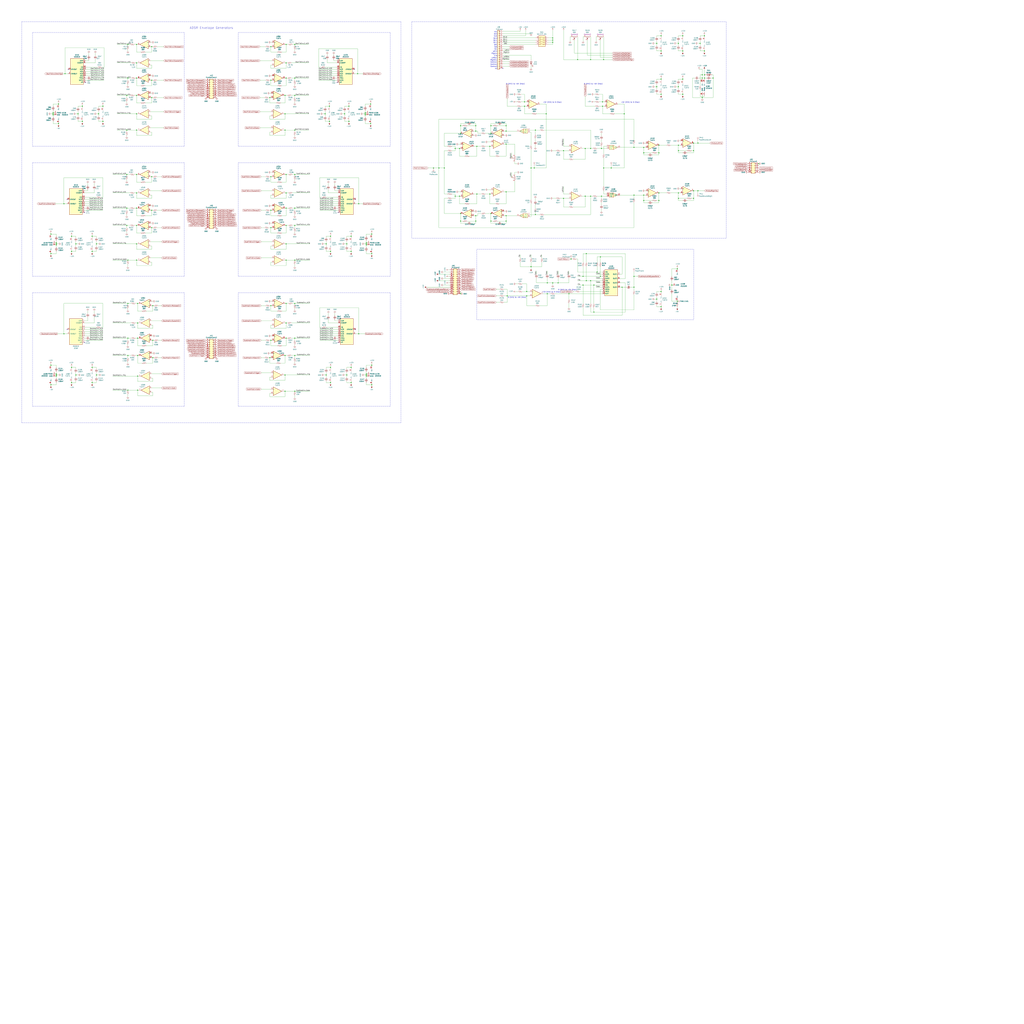
<source format=kicad_sch>
(kicad_sch (version 20210621) (generator eeschema)
  (paper "User" 1200 1200)
  (junction (at 59.69 274.32))
  (junction (at 59.69 297.18))
  (junction (at 59.69 427.99))
  (junction (at 59.69 450.85))
  (junction (at 62.23 132.08))
  (junction (at 62.23 133.35))
  (junction (at 62.23 134.62))
  (junction (at 66.04 284.48))
  (junction (at 66.04 285.75))
  (junction (at 66.04 287.02))
  (junction (at 66.04 438.15))
  (junction (at 66.04 439.42))
  (junction (at 66.04 440.69))
  (junction (at 68.58 121.92))
  (junction (at 68.58 144.78))
  (junction (at 74.93 238.76))
  (junction (at 74.93 391.16))
  (junction (at 76.2 86.36))
  (junction (at 83.82 276.86))
  (junction (at 83.82 294.64))
  (junction (at 83.82 430.53))
  (junction (at 83.82 448.31))
  (junction (at 88.9 285.75))
  (junction (at 88.9 439.42))
  (junction (at 91.44 133.35))
  (junction (at 96.52 124.46))
  (junction (at 96.52 142.24))
  (junction (at 107.95 276.86))
  (junction (at 107.95 294.64))
  (junction (at 107.95 430.53))
  (junction (at 107.95 448.31))
  (junction (at 113.03 285.75))
  (junction (at 113.03 439.42))
  (junction (at 115.57 133.35))
  (junction (at 120.65 124.46))
  (junction (at 120.65 142.24))
  (junction (at 148.59 111.76))
  (junction (at 148.59 152.4))
  (junction (at 148.59 204.47))
  (junction (at 148.59 243.84))
  (junction (at 148.59 264.16))
  (junction (at 149.86 52.07))
  (junction (at 149.86 91.44))
  (junction (at 149.86 304.8))
  (junction (at 149.86 355.6))
  (junction (at 149.86 396.24))
  (junction (at 149.86 416.56))
  (junction (at 149.86 457.2))
  (junction (at 160.02 52.07))
  (junction (at 160.02 73.66))
  (junction (at 160.02 91.44))
  (junction (at 160.02 111.76))
  (junction (at 160.02 133.35))
  (junction (at 160.02 152.4))
  (junction (at 160.02 204.47))
  (junction (at 160.02 226.06))
  (junction (at 160.02 243.84))
  (junction (at 160.02 264.16))
  (junction (at 160.02 285.75))
  (junction (at 160.02 304.8))
  (junction (at 161.29 355.6))
  (junction (at 161.29 378.46))
  (junction (at 161.29 396.24))
  (junction (at 161.29 416.56))
  (junction (at 161.29 440.69))
  (junction (at 161.29 457.2))
  (junction (at 177.8 54.61))
  (junction (at 177.8 93.98))
  (junction (at 177.8 114.3))
  (junction (at 177.8 207.01))
  (junction (at 177.8 246.38))
  (junction (at 177.8 266.7))
  (junction (at 179.07 358.14))
  (junction (at 179.07 398.78))
  (junction (at 179.07 419.1))
  (junction (at 316.23 114.3))
  (junction (at 316.23 419.1))
  (junction (at 317.5 54.61))
  (junction (at 317.5 93.98))
  (junction (at 317.5 207.01))
  (junction (at 317.5 246.38))
  (junction (at 317.5 266.7))
  (junction (at 317.5 358.14))
  (junction (at 317.5 398.78))
  (junction (at 334.01 111.76))
  (junction (at 334.01 133.35))
  (junction (at 334.01 152.4))
  (junction (at 334.01 416.56))
  (junction (at 334.01 439.42))
  (junction (at 334.01 458.47))
  (junction (at 335.28 52.07))
  (junction (at 335.28 73.66))
  (junction (at 335.28 91.44))
  (junction (at 335.28 204.47))
  (junction (at 335.28 226.06))
  (junction (at 335.28 243.84))
  (junction (at 335.28 264.16))
  (junction (at 335.28 285.75))
  (junction (at 335.28 304.8))
  (junction (at 335.28 355.6))
  (junction (at 335.28 378.46))
  (junction (at 335.28 396.24))
  (junction (at 345.44 52.07))
  (junction (at 345.44 91.44))
  (junction (at 345.44 111.76))
  (junction (at 345.44 152.4))
  (junction (at 345.44 204.47))
  (junction (at 345.44 243.84))
  (junction (at 345.44 264.16))
  (junction (at 345.44 304.8))
  (junction (at 345.44 355.6))
  (junction (at 345.44 396.24))
  (junction (at 345.44 416.56))
  (junction (at 345.44 458.47))
  (junction (at 381 133.35))
  (junction (at 382.27 285.75))
  (junction (at 382.27 439.42))
  (junction (at 386.08 124.46))
  (junction (at 386.08 142.24))
  (junction (at 387.35 276.86))
  (junction (at 387.35 294.64))
  (junction (at 387.35 430.53))
  (junction (at 387.35 448.31))
  (junction (at 403.86 133.35))
  (junction (at 406.4 285.75))
  (junction (at 406.4 439.42))
  (junction (at 408.94 124.46))
  (junction (at 408.94 142.24))
  (junction (at 411.48 276.86))
  (junction (at 411.48 294.64))
  (junction (at 411.48 430.53))
  (junction (at 411.48 448.31))
  (junction (at 419.1 86.36))
  (junction (at 420.37 238.76))
  (junction (at 420.37 391.16))
  (junction (at 427.99 132.08))
  (junction (at 427.99 133.35))
  (junction (at 427.99 134.62))
  (junction (at 429.26 284.48))
  (junction (at 429.26 285.75))
  (junction (at 429.26 287.02))
  (junction (at 429.26 438.15))
  (junction (at 429.26 439.42))
  (junction (at 429.26 440.69))
  (junction (at 434.34 121.92))
  (junction (at 434.34 144.78))
  (junction (at 435.61 274.32))
  (junction (at 435.61 297.18))
  (junction (at 435.61 427.99))
  (junction (at 435.61 450.85))
  (junction (at 508 196.85))
  (junction (at 514.35 196.85))
  (junction (at 520.7 196.85))
  (junction (at 533.4 173.99))
  (junction (at 533.4 229.87))
  (junction (at 538.48 173.99))
  (junction (at 538.48 229.87))
  (junction (at 539.75 147.32))
  (junction (at 539.75 156.21))
  (junction (at 539.75 250.19))
  (junction (at 539.75 259.08))
  (junction (at 539.75 344.17))
  (junction (at 557.53 147.32))
  (junction (at 557.53 153.67))
  (junction (at 557.53 252.73))
  (junction (at 557.53 259.08))
  (junction (at 558.8 171.45))
  (junction (at 558.8 227.33))
  (junction (at 574.04 171.45))
  (junction (at 574.04 227.33))
  (junction (at 575.31 147.32))
  (junction (at 575.31 156.21))
  (junction (at 575.31 250.19))
  (junction (at 575.31 259.08))
  (junction (at 593.09 147.32))
  (junction (at 593.09 153.67))
  (junction (at 593.09 168.91))
  (junction (at 593.09 224.79))
  (junction (at 593.09 252.73))
  (junction (at 593.09 259.08))
  (junction (at 594.36 346.71))
  (junction (at 614.68 119.38))
  (junction (at 614.68 124.46))
  (junction (at 617.22 341.63))
  (junction (at 617.22 346.71))
  (junction (at 622.3 196.85))
  (junction (at 622.3 312.42))
  (junction (at 626.11 196.85))
  (junction (at 627.38 152.4))
  (junction (at 627.38 251.46))
  (junction (at 640.08 133.35))
  (junction (at 641.35 331.47))
  (junction (at 641.35 344.17))
  (junction (at 647.7 44.45))
  (junction (at 647.7 46.99))
  (junction (at 647.7 49.53))
  (junction (at 647.7 331.47))
  (junction (at 654.05 331.47))
  (junction (at 660.4 176.53))
  (junction (at 660.4 232.41))
  (junction (at 666.75 344.17))
  (junction (at 669.29 303.53))
  (junction (at 676.91 69.85))
  (junction (at 683.26 323.85))
  (junction (at 683.26 334.01))
  (junction (at 685.8 173.99))
  (junction (at 685.8 229.87))
  (junction (at 687.07 297.18))
  (junction (at 687.07 328.93))
  (junction (at 692.15 69.85))
  (junction (at 692.15 173.99))
  (junction (at 692.15 229.87))
  (junction (at 692.15 328.93))
  (junction (at 695.96 334.01))
  (junction (at 695.96 365.76))
  (junction (at 699.77 318.77))
  (junction (at 703.58 300.99))
  (junction (at 703.58 323.85))
  (junction (at 704.85 173.99))
  (junction (at 704.85 229.87))
  (junction (at 706.12 119.38))
  (junction (at 706.12 124.46))
  (junction (at 707.39 69.85))
  (junction (at 707.39 196.85))
  (junction (at 716.28 196.85))
  (junction (at 728.98 336.55))
  (junction (at 731.52 133.35))
  (junction (at 742.95 172.72))
  (junction (at 742.95 228.6))
  (junction (at 742.95 323.85))
  (junction (at 742.95 336.55))
  (junction (at 754.38 172.72))
  (junction (at 754.38 179.07))
  (junction (at 754.38 228.6))
  (junction (at 754.38 234.95))
  (junction (at 769.62 50.8))
  (junction (at 769.62 101.6))
  (junction (at 769.62 350.52))
  (junction (at 772.16 170.18))
  (junction (at 772.16 179.07))
  (junction (at 772.16 226.06))
  (junction (at 772.16 234.95))
  (junction (at 774.7 41.91))
  (junction (at 774.7 59.69))
  (junction (at 774.7 92.71))
  (junction (at 774.7 110.49))
  (junction (at 774.7 341.63))
  (junction (at 774.7 359.41))
  (junction (at 787.4 334.01))
  (junction (at 793.75 314.96))
  (junction (at 793.75 353.06))
  (junction (at 795.02 50.8))
  (junction (at 795.02 101.6))
  (junction (at 795.02 170.18))
  (junction (at 795.02 176.53))
  (junction (at 795.02 226.06))
  (junction (at 795.02 232.41))
  (junction (at 800.1 41.91))
  (junction (at 800.1 59.69))
  (junction (at 800.1 92.71))
  (junction (at 800.1 110.49))
  (junction (at 812.8 167.64))
  (junction (at 812.8 176.53))
  (junction (at 812.8 223.52))
  (junction (at 812.8 232.41))
  (junction (at 817.88 167.64))
  (junction (at 817.88 223.52))
  (junction (at 820.42 50.8))
  (junction (at 822.96 87.63))
  (junction (at 822.96 91.44))
  (junction (at 822.96 114.3))
  (junction (at 825.5 41.91))
  (junction (at 825.5 59.69))
  (junction (at 825.5 87.63))
  (junction (at 825.5 91.44))
  (junction (at 835.66 91.44))
  (junction (at 889 191.77))
  (junction (at 1224.28 582.93))
  (junction (at 1224.28 585.47))
  (junction (at 1224.28 588.01))
  (junction (at 1224.28 590.55))
  (junction (at 1224.28 593.09))
  (junction (at 1245.87 267.97))
  (junction (at 1245.87 270.51))
  (junction (at 1250.95 909.32))
  (junction (at 1277.62 826.77))
  (junction (at 1277.62 840.74))
  (junction (at 1285.24 468.63))
  (junction (at 1287.78 581.66))
  (junction (at 1292.86 581.66))
  (junction (at 1295.4 458.47))
  (junction (at 1295.4 478.79))
  (junction (at 1303.02 581.66))
  (junction (at 1305.56 276.86))
  (junction (at 1308.1 755.65))
  (junction (at 1308.1 778.51))
  (junction (at 1308.1 824.23))
  (junction (at 1308.1 834.39))
  (junction (at 1308.1 847.09))
  (junction (at 1309.37 581.66))
  (junction (at 1310.64 276.86))
  (junction (at 1318.26 468.63))
  (junction (at 1320.8 276.86))
  (junction (at 1320.8 594.36))
  (junction (at 1323.34 459.74))
  (junction (at 1323.34 477.52))
  (junction (at 1323.34 834.39))
  (junction (at 1323.34 847.09))
  (junction (at 1325.88 621.03))
  (junction (at 1327.15 276.86))
  (junction (at 1336.04 767.08))
  (junction (at 1338.58 289.56))
  (junction (at 1338.58 834.39))
  (junction (at 1341.12 758.19))
  (junction (at 1341.12 775.97))
  (junction (at 1343.66 316.23))
  (junction (at 1347.47 468.63))
  (junction (at 1347.47 1049.02))
  (junction (at 1352.55 459.74))
  (junction (at 1352.55 477.52))
  (junction (at 1356.36 114.3))
  (junction (at 1358.9 1113.79))
  (junction (at 1361.44 105.41))
  (junction (at 1361.44 123.19))
  (junction (at 1366.52 855.98))
  (junction (at 1366.52 872.49))
  (junction (at 1370.33 468.63))
  (junction (at 1370.33 623.57))
  (junction (at 1374.14 565.15))
  (junction (at 1375.41 459.74))
  (junction (at 1375.41 477.52))
  (junction (at 1375.41 618.49))
  (junction (at 1375.41 1009.65))
  (junction (at 1375.41 1049.02))
  (junction (at 1377.95 831.85))
  (junction (at 1380.49 588.01))
  (junction (at 1383.03 563.88))
  (junction (at 1384.3 595.63))
  (junction (at 1384.3 864.87))
  (junction (at 1385.57 114.3))
  (junction (at 1386.84 1113.79))
  (junction (at 1388.11 318.77))
  (junction (at 1390.65 105.41))
  (junction (at 1390.65 123.19))
  (junction (at 1391.92 260.35))
  (junction (at 1393.19 313.69))
  (junction (at 1393.19 1007.11))
  (junction (at 1393.19 1046.48))
  (junction (at 1394.46 556.26))
  (junction (at 1398.27 255.27))
  (junction (at 1398.27 283.21))
  (junction (at 1399.54 831.85))
  (junction (at 1399.54 864.87))
  (junction (at 1399.54 905.51))
  (junction (at 1400.81 259.08))
  (junction (at 1400.81 600.71))
  (junction (at 1402.08 290.83))
  (junction (at 1402.08 864.87))
  (junction (at 1403.35 600.71))
  (junction (at 1403.35 905.51))
  (junction (at 1405.89 822.96))
  (junction (at 1405.89 831.85))
  (junction (at 1405.89 1007.11))
  (junction (at 1412.24 251.46))
  (junction (at 1413.51 491.49))
  (junction (at 1413.51 496.57))
  (junction (at 1413.51 600.71))
  (junction (at 1414.78 114.3))
  (junction (at 1414.78 527.05))
  (junction (at 1414.78 556.26))
  (junction (at 1417.32 1113.79))
  (junction (at 1418.59 280.67))
  (junction (at 1419.86 105.41))
  (junction (at 1419.86 123.19))
  (junction (at 1422.4 1104.9))
  (junction (at 1422.4 1122.68))
  (junction (at 1423.67 336.55))
  (junction (at 1426.21 1007.11))
  (junction (at 1428.75 311.15))
  (junction (at 1430.02 280.67))
  (junction (at 1430.02 524.51))
  (junction (at 1430.02 553.72))
  (junction (at 1431.29 186.69))
  (junction (at 1431.29 191.77))
  (junction (at 1432.56 222.25))
  (junction (at 1432.56 251.46))
  (junction (at 1432.56 524.51))
  (junction (at 1432.56 553.72))
  (junction (at 1432.56 598.17))
  (junction (at 1433.83 494.03))
  (junction (at 1436.37 629.92))
  (junction (at 1436.37 982.98))
  (junction (at 1436.37 988.06))
  (junction (at 1438.91 467.36))
  (junction (at 1438.91 472.44))
  (junction (at 1440.18 822.96))
  (junction (at 1442.72 598.17))
  (junction (at 1446.53 99.06))
  (junction (at 1446.53 102.87))
  (junction (at 1446.53 125.73))
  (junction (at 1447.8 219.71))
  (junction (at 1447.8 248.92))
  (junction (at 1447.8 313.69))
  (junction (at 1449.07 99.06))
  (junction (at 1449.07 102.87))
  (junction (at 1449.07 278.13))
  (junction (at 1449.07 391.16))
  (junction (at 1449.07 396.24))
  (junction (at 1449.07 524.51))
  (junction (at 1449.07 553.72))
  (junction (at 1450.34 219.71))
  (junction (at 1450.34 248.92))
  (junction (at 1450.34 359.41))
  (junction (at 1450.34 364.49))
  (junction (at 1451.61 189.23))
  (junction (at 1451.61 782.32))
  (junction (at 1451.61 787.4))
  (junction (at 1454.15 1099.82))
  (junction (at 1454.15 1103.63))
  (junction (at 1454.15 1126.49))
  (junction (at 1456.69 162.56))
  (junction (at 1456.69 167.64))
  (junction (at 1456.69 985.52))
  (junction (at 1456.69 1099.82))
  (junction (at 1456.69 1103.63))
  (junction (at 1457.96 820.42))
  (junction (at 1459.23 102.87))
  (junction (at 1459.23 469.9))
  (junction (at 1461.77 595.63))
  (junction (at 1461.77 958.85))
  (junction (at 1461.77 963.93))
  (junction (at 1463.04 820.42))
  (junction (at 1466.85 219.71))
  (junction (at 1466.85 248.92))
  (junction (at 1466.85 1103.63))
  (junction (at 1469.39 302.26))
  (junction (at 1469.39 393.7))
  (junction (at 1470.66 361.95))
  (junction (at 1471.93 784.86))
  (junction (at 1474.47 551.18))
  (junction (at 1477.01 165.1))
  (junction (at 1477.01 521.97))
  (junction (at 1477.01 595.63))
  (junction (at 1477.01 758.19))
  (junction (at 1477.01 763.27))
  (junction (at 1480.82 114.3))
  (junction (at 1482.09 961.39))
  (junction (at 1483.36 302.26))
  (junction (at 1483.36 330.2))
  (junction (at 1484.63 1007.11))
  (junction (at 1484.63 1046.48))
  (junction (at 1490.98 104.14))
  (junction (at 1490.98 124.46))
  (junction (at 1492.25 246.38))
  (junction (at 1494.79 217.17))
  (junction (at 1497.33 760.73))
  (junction (at 1499.87 803.91))
  (junction (at 1501.14 317.5))
  (junction (at 1501.14 842.01))
  (junction (at 1503.68 289.56))
  (junction (at 1506.22 538.48))
  (junction (at 1506.22 676.91))
  (junction (at 1506.22 680.72))
  (junction (at 1506.22 703.58))
  (junction (at 1508.76 676.91))
  (junction (at 1508.76 680.72))
  (junction (at 1512.57 801.37))
  (junction (at 1512.57 839.47))
  (junction (at 1512.57 1004.57))
  (junction (at 1512.57 1043.94))
  (junction (at 1518.92 680.72))
  (junction (at 1524 247.65))
  (junction (at 1534.16 247.65))
  (junction (at 1534.16 254))
  (junction (at 1546.86 538.48))
  (junction (at 1546.86 599.44))
  (junction (at 1546.86 802.64))
  (junction (at 1550.67 245.11))
  (junction (at 1550.67 254))
  (junction (at 1555.75 840.74))
  (junction (at 1559.56 599.44))
  (junction (at 1559.56 605.79))
  (junction (at 1567.18 245.11))
  (junction (at 1567.18 251.46))
  (junction (at 1567.18 300.99))
  (junction (at 1567.18 307.34))
  (junction (at 1572.26 840.74))
  (junction (at 1572.26 847.09))
  (junction (at 1576.07 596.9))
  (junction (at 1576.07 605.79))
  (junction (at 1583.69 242.57))
  (junction (at 1583.69 251.46))
  (junction (at 1583.69 298.45))
  (junction (at 1583.69 307.34))
  (junction (at 1588.77 838.2))
  (junction (at 1588.77 847.09))
  (junction (at 1591.31 242.57))
  (junction (at 1611.63 547.37))
  (junction (at 1616.71 538.48))
  (junction (at 1616.71 556.26))
  (junction (at 1687.83 410.21))
  (junction (at 1699.26 370.84))
  (junction (at 1699.26 410.21))
  (junction (at 1699.26 422.91))
  (junction (at 1699.26 500.38))
  (junction (at 1734.82 500.38))
  (junction (at 1734.82 505.46))
  (junction (at 1736.09 365.76))
  (junction (at 1736.09 370.84))
  (junction (at 1752.6 535.94))
  (junction (at 1752.6 541.02))
  (junction (at 1753.87 330.2))
  (junction (at 1753.87 335.28))
  (junction (at 1758.95 502.92))
  (junction (at 1760.22 368.3))
  (junction (at 1766.57 533.4))
  (junction (at 1766.57 538.48))
  (junction (at 1766.57 543.56))
  (junction (at 1767.84 327.66))
  (junction (at 1767.84 332.74))
  (junction (at 1767.84 337.82))
  (junction (at 1767.84 558.8))
  (junction (at 1771.65 12.7))
  (junction (at 1771.65 25.4))
  (junction (at 1771.65 38.1))
  (junction (at 1778 502.92))
  (junction (at 1779.27 368.3))
  (junction (at 1781.81 290.83))
  (junction (at 1788.16 12.7))
  (junction (at 1788.16 25.4))
  (junction (at 1788.16 38.1))
  (junction (at 1788.16 535.94))
  (junction (at 1788.16 546.1))
  (junction (at 1789.43 325.12))
  (junction (at 1789.43 335.28))
  (junction (at 1791.97 541.02))
  (junction (at 1791.97 572.77))
  (junction (at 1793.24 298.45))
  (junction (at 1793.24 330.2))
  (junction (at 1797.05 541.02))
  (junction (at 1798.32 330.2))
  (junction (at 1800.86 504.19))
  (junction (at 1800.86 535.94))
  (junction (at 1802.13 335.28))
  (junction (at 1802.13 367.03))
  (junction (at 1804.67 551.18))
  (junction (at 1805.94 320.04))
  (junction (at 1808.48 546.1))
  (junction (at 1808.48 568.96))
  (junction (at 1809.75 302.26))
  (junction (at 1809.75 325.12))
  (junction (at 1813.56 612.14))
  (junction (at 1818.64 251.46))
  (junction (at 1819.91 593.09))
  (junction (at 1819.91 631.19))
  (junction (at 1824.99 232.41))
  (junction (at 1824.99 270.51))
  (junction (at 1833.88 533.4))
  (junction (at 1835.15 337.82))
  (junction (at 1845.31 533.4))
  (junction (at 1846.58 337.82))
  (junction (at 1849.12 533.4))
  (junction (at 1852.93 251.46))
  (junction (at 1854.2 25.4))
  (junction (at 1856.74 337.82))
  (junction (at 1858.01 242.57))
  (junction (at 1858.01 260.35))
  (junction (at 1866.9 25.4))
  (junction (at 1879.6 25.4))
  (junction (at 1883.41 462.28))
  (junction (at 1894.84 25.4))
  (junction (at 1898.65 462.28))
  (junction (at 1907.54 25.4))
  (junction (at 1916.43 459.74))
  (junction (at 1920.24 25.4))
  (junction (at 1930.4 459.74))
  (junction (at 1948.18 457.2))
  (junction (at 1953.26 457.2))
  (junction (at 1960.88 419.1))
  (junction (at 1972.31 666.75))
  (junction (at 1974.85 431.8))
  (junction (at 1974.85 454.66))
  (junction (at 1974.85 457.2))
  (junction (at 1979.93 702.31))
  (junction (at 1985.01 548.64))
  (junction (at 1985.01 552.45))
  (junction (at 1985.01 575.31))
  (junction (at 1987.55 504.19))
  (junction (at 1987.55 548.64))
  (junction (at 1987.55 552.45))
  (junction (at 1987.55 617.22))
  (junction (at 1990.09 666.75))
  (junction (at 1990.09 669.29))
  (junction (at 1990.09 692.15))
  (junction (at 1992.63 495.3))
  (junction (at 1992.63 513.08))
  (junction (at 1992.63 608.33))
  (junction (at 1992.63 626.11))
  (junction (at 1996.44 430.53))
  (junction (at 1997.71 552.45))
  (junction (at 2000.25 430.53))
  (junction (at 2004.06 430.53))
  (junction (at 2005.33 455.93))
  (junction (at 2005.33 461.01))
  (junction (at 2011.68 693.42))
  (junction (at 2015.49 693.42))
  (junction (at 2019.3 693.42))
  (junction (at 2020.57 662.94))
  (junction (at 2020.57 668.02))
  (junction (at 2021.84 453.39))
  (junction (at 2021.84 461.01))
  (junction (at 2030.73 167.64))
  (junction (at 2030.73 427.99))
  (junction (at 2033.27 167.64))
  (junction (at 2035.81 167.64))
  (junction (at 2037.08 662.94))
  (junction (at 2037.08 670.56))
  (junction (at 2038.35 167.64))
  (junction (at 2040.89 154.94))
  (junction (at 2040.89 167.64))
  (junction (at 2043.43 154.94))
  (junction (at 2043.43 167.64))
  (junction (at 2043.43 453.39))
  (junction (at 2043.43 504.19))
  (junction (at 2045.97 154.94))
  (junction (at 2045.97 167.64))
  (junction (at 2045.97 670.56))
  (junction (at 2045.97 695.96))
  (junction (at 2048.51 495.3))
  (junction (at 2048.51 513.08))
  (junction (at 2073.91 483.87))
  (junction (at 2082.8 483.87))
  (junction (at 2103.12 481.33))
  (junction (at 2110.74 481.33))
  (no_connect (at 78.74 233.68))
  (no_connect (at 78.74 386.08))
  (no_connect (at 80.01 81.28))
  (no_connect (at 99.06 248.92))
  (no_connect (at 99.06 401.32))
  (no_connect (at 100.33 96.52))
  (no_connect (at 394.97 96.52))
  (no_connect (at 396.24 248.92))
  (no_connect (at 396.24 401.32))
  (no_connect (at 415.29 81.28))
  (no_connect (at 416.56 233.68))
  (no_connect (at 416.56 386.08))
  (no_connect (at 589.28 80.01))
  (wire (pts (xy 59.69 133.35) (xy 62.23 133.35)))
  (wire (pts (xy 59.69 273.05) (xy 59.69 274.32)))
  (wire (pts (xy 59.69 274.32) (xy 59.69 275.59)))
  (wire (pts (xy 59.69 274.32) (xy 66.04 274.32)))
  (wire (pts (xy 59.69 295.91) (xy 59.69 297.18)))
  (wire (pts (xy 59.69 297.18) (xy 59.69 298.45)))
  (wire (pts (xy 59.69 426.72) (xy 59.69 427.99)))
  (wire (pts (xy 59.69 427.99) (xy 59.69 429.26)))
  (wire (pts (xy 59.69 427.99) (xy 66.04 427.99)))
  (wire (pts (xy 59.69 449.58) (xy 59.69 450.85)))
  (wire (pts (xy 59.69 450.85) (xy 59.69 452.12)))
  (wire (pts (xy 62.23 124.46) (xy 62.23 121.92)))
  (wire (pts (xy 62.23 129.54) (xy 62.23 132.08)))
  (wire (pts (xy 62.23 132.08) (xy 62.23 133.35)))
  (wire (pts (xy 62.23 133.35) (xy 62.23 134.62)))
  (wire (pts (xy 62.23 134.62) (xy 62.23 137.16)))
  (wire (pts (xy 62.23 142.24) (xy 62.23 144.78)))
  (wire (pts (xy 62.23 144.78) (xy 68.58 144.78)))
  (wire (pts (xy 63.5 132.08) (xy 62.23 132.08)))
  (wire (pts (xy 63.5 134.62) (xy 62.23 134.62)))
  (wire (pts (xy 64.77 238.76) (xy 74.93 238.76)))
  (wire (pts (xy 64.77 284.48) (xy 66.04 284.48)))
  (wire (pts (xy 64.77 287.02) (xy 66.04 287.02)))
  (wire (pts (xy 64.77 438.15) (xy 66.04 438.15)))
  (wire (pts (xy 64.77 440.69) (xy 66.04 440.69)))
  (wire (pts (xy 66.04 276.86) (xy 66.04 274.32)))
  (wire (pts (xy 66.04 281.94) (xy 66.04 284.48)))
  (wire (pts (xy 66.04 284.48) (xy 66.04 285.75)))
  (wire (pts (xy 66.04 285.75) (xy 66.04 287.02)))
  (wire (pts (xy 66.04 287.02) (xy 66.04 289.56)))
  (wire (pts (xy 66.04 294.64) (xy 66.04 297.18)))
  (wire (pts (xy 66.04 297.18) (xy 59.69 297.18)))
  (wire (pts (xy 66.04 430.53) (xy 66.04 427.99)))
  (wire (pts (xy 66.04 435.61) (xy 66.04 438.15)))
  (wire (pts (xy 66.04 438.15) (xy 66.04 439.42)))
  (wire (pts (xy 66.04 439.42) (xy 66.04 440.69)))
  (wire (pts (xy 66.04 440.69) (xy 66.04 443.23)))
  (wire (pts (xy 66.04 448.31) (xy 66.04 450.85)))
  (wire (pts (xy 66.04 450.85) (xy 59.69 450.85)))
  (wire (pts (xy 67.31 391.16) (xy 74.93 391.16)))
  (wire (pts (xy 68.58 120.65) (xy 68.58 121.92)))
  (wire (pts (xy 68.58 121.92) (xy 62.23 121.92)))
  (wire (pts (xy 68.58 121.92) (xy 68.58 123.19)))
  (wire (pts (xy 68.58 143.51) (xy 68.58 144.78)))
  (wire (pts (xy 68.58 144.78) (xy 68.58 146.05)))
  (wire (pts (xy 68.58 285.75) (xy 66.04 285.75)))
  (wire (pts (xy 68.58 439.42) (xy 66.04 439.42)))
  (wire (pts (xy 73.66 86.36) (xy 76.2 86.36)))
  (wire (pts (xy 74.93 208.28) (xy 120.65 208.28)))
  (wire (pts (xy 74.93 238.76) (xy 74.93 208.28)))
  (wire (pts (xy 74.93 355.6) (xy 120.65 355.6)))
  (wire (pts (xy 74.93 391.16) (xy 74.93 355.6)))
  (wire (pts (xy 76.2 55.88) (xy 121.92 55.88)))
  (wire (pts (xy 76.2 86.36) (xy 76.2 55.88)))
  (wire (pts (xy 78.74 238.76) (xy 74.93 238.76)))
  (wire (pts (xy 78.74 391.16) (xy 74.93 391.16)))
  (wire (pts (xy 80.01 86.36) (xy 76.2 86.36)))
  (wire (pts (xy 83.82 275.59) (xy 83.82 276.86)))
  (wire (pts (xy 83.82 276.86) (xy 83.82 278.13)))
  (wire (pts (xy 83.82 276.86) (xy 88.9 276.86)))
  (wire (pts (xy 83.82 293.37) (xy 83.82 294.64)))
  (wire (pts (xy 83.82 294.64) (xy 83.82 295.91)))
  (wire (pts (xy 83.82 429.26) (xy 83.82 430.53)))
  (wire (pts (xy 83.82 430.53) (xy 83.82 431.8)))
  (wire (pts (xy 83.82 430.53) (xy 88.9 430.53)))
  (wire (pts (xy 83.82 447.04) (xy 83.82 448.31)))
  (wire (pts (xy 83.82 448.31) (xy 83.82 449.58)))
  (wire (pts (xy 88.9 276.86) (xy 88.9 278.13)))
  (wire (pts (xy 88.9 283.21) (xy 88.9 285.75)))
  (wire (pts (xy 88.9 285.75) (xy 88.9 288.29)))
  (wire (pts (xy 88.9 285.75) (xy 91.44 285.75)))
  (wire (pts (xy 88.9 293.37) (xy 88.9 294.64)))
  (wire (pts (xy 88.9 294.64) (xy 83.82 294.64)))
  (wire (pts (xy 88.9 430.53) (xy 88.9 431.8)))
  (wire (pts (xy 88.9 436.88) (xy 88.9 439.42)))
  (wire (pts (xy 88.9 439.42) (xy 88.9 441.96)))
  (wire (pts (xy 88.9 439.42) (xy 91.44 439.42)))
  (wire (pts (xy 88.9 447.04) (xy 88.9 448.31)))
  (wire (pts (xy 88.9 448.31) (xy 83.82 448.31)))
  (wire (pts (xy 91.44 124.46) (xy 91.44 125.73)))
  (wire (pts (xy 91.44 130.81) (xy 91.44 133.35)))
  (wire (pts (xy 91.44 133.35) (xy 88.9 133.35)))
  (wire (pts (xy 91.44 133.35) (xy 91.44 135.89)))
  (wire (pts (xy 91.44 140.97) (xy 91.44 142.24)))
  (wire (pts (xy 91.44 142.24) (xy 96.52 142.24)))
  (wire (pts (xy 96.52 123.19) (xy 96.52 124.46)))
  (wire (pts (xy 96.52 124.46) (xy 91.44 124.46)))
  (wire (pts (xy 96.52 124.46) (xy 96.52 125.73)))
  (wire (pts (xy 96.52 140.97) (xy 96.52 142.24)))
  (wire (pts (xy 96.52 142.24) (xy 96.52 143.51)))
  (wire (pts (xy 99.06 223.52) (xy 102.87 223.52)))
  (wire (pts (xy 99.06 226.06) (xy 110.49 226.06)))
  (wire (pts (xy 99.06 238.76) (xy 120.65 238.76)))
  (wire (pts (xy 99.06 241.3) (xy 120.65 241.3)))
  (wire (pts (xy 99.06 243.84) (xy 100.33 243.84)))
  (wire (pts (xy 99.06 375.92) (xy 102.87 375.92)))
  (wire (pts (xy 99.06 378.46) (xy 110.49 378.46)))
  (wire (pts (xy 99.06 391.16) (xy 120.65 391.16)))
  (wire (pts (xy 99.06 393.7) (xy 120.65 393.7)))
  (wire (pts (xy 99.06 396.24) (xy 100.33 396.24)))
  (wire (pts (xy 100.33 71.12) (xy 104.14 71.12)))
  (wire (pts (xy 100.33 73.66) (xy 111.76 73.66)))
  (wire (pts (xy 100.33 86.36) (xy 121.92 86.36)))
  (wire (pts (xy 100.33 88.9) (xy 121.92 88.9)))
  (wire (pts (xy 100.33 91.44) (xy 101.6 91.44)))
  (wire (pts (xy 102.87 217.17) (xy 102.87 214.63)))
  (wire (pts (xy 102.87 223.52) (xy 102.87 222.25)))
  (wire (pts (xy 102.87 367.03) (xy 102.87 364.49)))
  (wire (pts (xy 102.87 375.92) (xy 102.87 372.11)))
  (wire (pts (xy 104.14 64.77) (xy 104.14 62.23)))
  (wire (pts (xy 104.14 71.12) (xy 104.14 69.85)))
  (wire (pts (xy 105.41 243.84) (xy 120.65 243.84)))
  (wire (pts (xy 105.41 396.24) (xy 120.65 396.24)))
  (wire (pts (xy 106.68 91.44) (xy 121.92 91.44)))
  (wire (pts (xy 107.95 275.59) (xy 107.95 276.86)))
  (wire (pts (xy 107.95 276.86) (xy 107.95 278.13)))
  (wire (pts (xy 107.95 276.86) (xy 113.03 276.86)))
  (wire (pts (xy 107.95 293.37) (xy 107.95 294.64)))
  (wire (pts (xy 107.95 294.64) (xy 107.95 295.91)))
  (wire (pts (xy 107.95 429.26) (xy 107.95 430.53)))
  (wire (pts (xy 107.95 430.53) (xy 107.95 431.8)))
  (wire (pts (xy 107.95 430.53) (xy 113.03 430.53)))
  (wire (pts (xy 107.95 447.04) (xy 107.95 448.31)))
  (wire (pts (xy 107.95 448.31) (xy 107.95 449.58)))
  (wire (pts (xy 110.49 217.17) (xy 110.49 214.63)))
  (wire (pts (xy 110.49 226.06) (xy 110.49 222.25)))
  (wire (pts (xy 110.49 367.03) (xy 110.49 364.49)))
  (wire (pts (xy 110.49 378.46) (xy 110.49 372.11)))
  (wire (pts (xy 111.76 64.77) (xy 111.76 62.23)))
  (wire (pts (xy 111.76 73.66) (xy 111.76 69.85)))
  (wire (pts (xy 113.03 231.14) (xy 99.06 231.14)))
  (wire (pts (xy 113.03 276.86) (xy 113.03 278.13)))
  (wire (pts (xy 113.03 283.21) (xy 113.03 285.75)))
  (wire (pts (xy 113.03 285.75) (xy 113.03 288.29)))
  (wire (pts (xy 113.03 285.75) (xy 115.57 285.75)))
  (wire (pts (xy 113.03 293.37) (xy 113.03 294.64)))
  (wire (pts (xy 113.03 294.64) (xy 107.95 294.64)))
  (wire (pts (xy 113.03 383.54) (xy 99.06 383.54)))
  (wire (pts (xy 113.03 430.53) (xy 113.03 431.8)))
  (wire (pts (xy 113.03 436.88) (xy 113.03 439.42)))
  (wire (pts (xy 113.03 439.42) (xy 113.03 441.96)))
  (wire (pts (xy 113.03 439.42) (xy 115.57 439.42)))
  (wire (pts (xy 113.03 447.04) (xy 113.03 448.31)))
  (wire (pts (xy 113.03 448.31) (xy 107.95 448.31)))
  (wire (pts (xy 114.3 78.74) (xy 100.33 78.74)))
  (wire (pts (xy 115.57 124.46) (xy 115.57 125.73)))
  (wire (pts (xy 115.57 130.81) (xy 115.57 133.35)))
  (wire (pts (xy 115.57 133.35) (xy 113.03 133.35)))
  (wire (pts (xy 115.57 133.35) (xy 115.57 135.89)))
  (wire (pts (xy 115.57 140.97) (xy 115.57 142.24)))
  (wire (pts (xy 115.57 142.24) (xy 120.65 142.24)))
  (wire (pts (xy 120.65 123.19) (xy 120.65 124.46)))
  (wire (pts (xy 120.65 124.46) (xy 115.57 124.46)))
  (wire (pts (xy 120.65 124.46) (xy 120.65 125.73)))
  (wire (pts (xy 120.65 140.97) (xy 120.65 142.24)))
  (wire (pts (xy 120.65 142.24) (xy 120.65 143.51)))
  (wire (pts (xy 120.65 231.14) (xy 118.11 231.14)))
  (wire (pts (xy 120.65 231.14) (xy 120.65 208.28)))
  (wire (pts (xy 120.65 233.68) (xy 99.06 233.68)))
  (wire (pts (xy 120.65 236.22) (xy 99.06 236.22)))
  (wire (pts (xy 120.65 246.38) (xy 99.06 246.38)))
  (wire (pts (xy 120.65 383.54) (xy 118.11 383.54)))
  (wire (pts (xy 120.65 383.54) (xy 120.65 355.6)))
  (wire (pts (xy 120.65 386.08) (xy 99.06 386.08)))
  (wire (pts (xy 120.65 388.62) (xy 99.06 388.62)))
  (wire (pts (xy 120.65 398.78) (xy 99.06 398.78)))
  (wire (pts (xy 121.92 78.74) (xy 119.38 78.74)))
  (wire (pts (xy 121.92 78.74) (xy 121.92 55.88)))
  (wire (pts (xy 121.92 81.28) (xy 100.33 81.28)))
  (wire (pts (xy 121.92 83.82) (xy 100.33 83.82)))
  (wire (pts (xy 121.92 93.98) (xy 100.33 93.98)))
  (wire (pts (xy 132.08 204.47) (xy 148.59 204.47)))
  (wire (pts (xy 132.08 243.84) (xy 148.59 243.84)))
  (wire (pts (xy 132.08 264.16) (xy 148.59 264.16)))
  (wire (pts (xy 132.08 355.6) (xy 149.86 355.6)))
  (wire (pts (xy 132.08 396.24) (xy 149.86 396.24)))
  (wire (pts (xy 132.08 416.56) (xy 149.86 416.56)))
  (wire (pts (xy 137.16 52.07) (xy 149.86 52.07)))
  (wire (pts (xy 137.16 91.44) (xy 149.86 91.44)))
  (wire (pts (xy 137.16 111.76) (xy 148.59 111.76)))
  (wire (pts (xy 148.59 111.76) (xy 152.4 111.76)))
  (wire (pts (xy 148.59 114.3) (xy 148.59 111.76)))
  (wire (pts (xy 148.59 119.38) (xy 148.59 120.65)))
  (wire (pts (xy 148.59 152.4) (xy 137.16 152.4)))
  (wire (pts (xy 148.59 153.67) (xy 148.59 152.4)))
  (wire (pts (xy 148.59 158.75) (xy 148.59 160.02)))
  (wire (pts (xy 148.59 204.47) (xy 152.4 204.47)))
  (wire (pts (xy 148.59 205.74) (xy 148.59 204.47)))
  (wire (pts (xy 148.59 210.82) (xy 148.59 212.09)))
  (wire (pts (xy 148.59 243.84) (xy 152.4 243.84)))
  (wire (pts (xy 148.59 246.38) (xy 148.59 243.84)))
  (wire (pts (xy 148.59 251.46) (xy 148.59 252.73)))
  (wire (pts (xy 148.59 264.16) (xy 152.4 264.16)))
  (wire (pts (xy 148.59 266.7) (xy 148.59 264.16)))
  (wire (pts (xy 148.59 271.78) (xy 148.59 273.05)))
  (wire (pts (xy 149.86 52.07) (xy 152.4 52.07)))
  (wire (pts (xy 149.86 53.34) (xy 149.86 52.07)))
  (wire (pts (xy 149.86 58.42) (xy 149.86 59.69)))
  (wire (pts (xy 149.86 91.44) (xy 153.67 91.44)))
  (wire (pts (xy 149.86 93.98) (xy 149.86 91.44)))
  (wire (pts (xy 149.86 99.06) (xy 149.86 100.33)))
  (wire (pts (xy 149.86 304.8) (xy 132.08 304.8)))
  (wire (pts (xy 149.86 309.88) (xy 149.86 312.42)))
  (wire (pts (xy 149.86 356.87) (xy 149.86 355.6)))
  (wire (pts (xy 149.86 361.95) (xy 149.86 363.22)))
  (wire (pts (xy 149.86 398.78) (xy 149.86 396.24)))
  (wire (pts (xy 149.86 403.86) (xy 149.86 405.13)))
  (wire (pts (xy 149.86 416.56) (xy 153.67 416.56)))
  (wire (pts (xy 149.86 419.1) (xy 149.86 416.56)))
  (wire (pts (xy 149.86 424.18) (xy 149.86 425.45)))
  (wire (pts (xy 149.86 457.2) (xy 132.08 457.2)))
  (wire (pts (xy 149.86 462.28) (xy 149.86 464.82)))
  (wire (pts (xy 152.4 226.06) (xy 132.08 226.06)))
  (wire (pts (xy 153.67 73.66) (xy 137.16 73.66)))
  (wire (pts (xy 153.67 355.6) (xy 149.86 355.6)))
  (wire (pts (xy 153.67 378.46) (xy 132.08 378.46)))
  (wire (pts (xy 153.67 396.24) (xy 149.86 396.24)))
  (wire (pts (xy 157.48 52.07) (xy 160.02 52.07)))
  (wire (pts (xy 157.48 111.76) (xy 160.02 111.76)))
  (wire (pts (xy 157.48 204.47) (xy 160.02 204.47)))
  (wire (pts (xy 157.48 226.06) (xy 160.02 226.06)))
  (wire (pts (xy 157.48 243.84) (xy 160.02 243.84)))
  (wire (pts (xy 157.48 264.16) (xy 160.02 264.16)))
  (wire (pts (xy 158.75 73.66) (xy 160.02 73.66)))
  (wire (pts (xy 158.75 91.44) (xy 160.02 91.44)))
  (wire (pts (xy 158.75 355.6) (xy 161.29 355.6)))
  (wire (pts (xy 158.75 378.46) (xy 161.29 378.46)))
  (wire (pts (xy 158.75 396.24) (xy 161.29 396.24)))
  (wire (pts (xy 158.75 416.56) (xy 161.29 416.56)))
  (wire (pts (xy 160.02 52.07) (xy 161.29 52.07)))
  (wire (pts (xy 160.02 60.96) (xy 160.02 52.07)))
  (wire (pts (xy 160.02 73.66) (xy 160.02 80.01)))
  (wire (pts (xy 160.02 80.01) (xy 177.8 80.01)))
  (wire (pts (xy 160.02 91.44) (xy 161.29 91.44)))
  (wire (pts (xy 160.02 100.33) (xy 160.02 91.44)))
  (wire (pts (xy 160.02 111.76) (xy 161.29 111.76)))
  (wire (pts (xy 160.02 120.65) (xy 160.02 111.76)))
  (wire (pts (xy 160.02 133.35) (xy 137.16 133.35)))
  (wire (pts (xy 160.02 133.35) (xy 161.29 133.35)))
  (wire (pts (xy 160.02 139.7) (xy 160.02 133.35)))
  (wire (pts (xy 160.02 152.4) (xy 148.59 152.4)))
  (wire (pts (xy 160.02 152.4) (xy 161.29 152.4)))
  (wire (pts (xy 160.02 158.75) (xy 160.02 152.4)))
  (wire (pts (xy 160.02 204.47) (xy 161.29 204.47)))
  (wire (pts (xy 160.02 213.36) (xy 160.02 204.47)))
  (wire (pts (xy 160.02 226.06) (xy 160.02 232.41)))
  (wire (pts (xy 160.02 232.41) (xy 177.8 232.41)))
  (wire (pts (xy 160.02 243.84) (xy 161.29 243.84)))
  (wire (pts (xy 160.02 252.73) (xy 160.02 243.84)))
  (wire (pts (xy 160.02 264.16) (xy 161.29 264.16)))
  (wire (pts (xy 160.02 273.05) (xy 160.02 264.16)))
  (wire (pts (xy 160.02 285.75) (xy 132.08 285.75)))
  (wire (pts (xy 160.02 285.75) (xy 161.29 285.75)))
  (wire (pts (xy 160.02 292.1) (xy 160.02 285.75)))
  (wire (pts (xy 160.02 304.8) (xy 149.86 304.8)))
  (wire (pts (xy 160.02 304.8) (xy 161.29 304.8)))
  (wire (pts (xy 160.02 311.15) (xy 160.02 304.8)))
  (wire (pts (xy 161.29 73.66) (xy 160.02 73.66)))
  (wire (pts (xy 161.29 226.06) (xy 160.02 226.06)))
  (wire (pts (xy 161.29 355.6) (xy 162.56 355.6)))
  (wire (pts (xy 161.29 364.49) (xy 161.29 355.6)))
  (wire (pts (xy 161.29 378.46) (xy 161.29 384.81)))
  (wire (pts (xy 161.29 384.81) (xy 179.07 384.81)))
  (wire (pts (xy 161.29 396.24) (xy 162.56 396.24)))
  (wire (pts (xy 161.29 405.13) (xy 161.29 396.24)))
  (wire (pts (xy 161.29 416.56) (xy 162.56 416.56)))
  (wire (pts (xy 161.29 425.45) (xy 161.29 416.56)))
  (wire (pts (xy 161.29 440.69) (xy 132.08 440.69)))
  (wire (pts (xy 161.29 440.69) (xy 162.56 440.69)))
  (wire (pts (xy 161.29 447.04) (xy 161.29 440.69)))
  (wire (pts (xy 161.29 457.2) (xy 149.86 457.2)))
  (wire (pts (xy 161.29 457.2) (xy 162.56 457.2)))
  (wire (pts (xy 161.29 463.55) (xy 161.29 457.2)))
  (wire (pts (xy 162.56 378.46) (xy 161.29 378.46)))
  (wire (pts (xy 165.1 60.96) (xy 160.02 60.96)))
  (wire (pts (xy 165.1 100.33) (xy 160.02 100.33)))
  (wire (pts (xy 165.1 120.65) (xy 160.02 120.65)))
  (wire (pts (xy 165.1 213.36) (xy 160.02 213.36)))
  (wire (pts (xy 165.1 252.73) (xy 160.02 252.73)))
  (wire (pts (xy 165.1 273.05) (xy 160.02 273.05)))
  (wire (pts (xy 166.37 364.49) (xy 161.29 364.49)))
  (wire (pts (xy 166.37 405.13) (xy 161.29 405.13)))
  (wire (pts (xy 166.37 425.45) (xy 161.29 425.45)))
  (wire (pts (xy 176.53 54.61) (xy 177.8 54.61)))
  (wire (pts (xy 176.53 71.12) (xy 191.77 71.12)))
  (wire (pts (xy 176.53 93.98) (xy 177.8 93.98)))
  (wire (pts (xy 176.53 114.3) (xy 177.8 114.3)))
  (wire (pts (xy 176.53 135.89) (xy 177.8 135.89)))
  (wire (pts (xy 176.53 154.94) (xy 177.8 154.94)))
  (wire (pts (xy 176.53 207.01) (xy 177.8 207.01)))
  (wire (pts (xy 176.53 246.38) (xy 177.8 246.38)))
  (wire (pts (xy 176.53 266.7) (xy 177.8 266.7)))
  (wire (pts (xy 176.53 288.29) (xy 177.8 288.29)))
  (wire (pts (xy 176.53 307.34) (xy 177.8 307.34)))
  (wire (pts (xy 177.8 49.53) (xy 176.53 49.53)))
  (wire (pts (xy 177.8 54.61) (xy 177.8 60.96)))
  (wire (pts (xy 177.8 54.61) (xy 179.07 54.61)))
  (wire (pts (xy 177.8 60.96) (xy 170.18 60.96)))
  (wire (pts (xy 177.8 76.2) (xy 176.53 76.2)))
  (wire (pts (xy 177.8 80.01) (xy 177.8 76.2)))
  (wire (pts (xy 177.8 88.9) (xy 176.53 88.9)))
  (wire (pts (xy 177.8 93.98) (xy 177.8 100.33)))
  (wire (pts (xy 177.8 93.98) (xy 179.07 93.98)))
  (wire (pts (xy 177.8 100.33) (xy 170.18 100.33)))
  (wire (pts (xy 177.8 109.22) (xy 176.53 109.22)))
  (wire (pts (xy 177.8 114.3) (xy 177.8 120.65)))
  (wire (pts (xy 177.8 114.3) (xy 179.07 114.3)))
  (wire (pts (xy 177.8 120.65) (xy 170.18 120.65)))
  (wire (pts (xy 177.8 135.89) (xy 177.8 139.7)))
  (wire (pts (xy 177.8 139.7) (xy 160.02 139.7)))
  (wire (pts (xy 177.8 154.94) (xy 177.8 158.75)))
  (wire (pts (xy 177.8 158.75) (xy 160.02 158.75)))
  (wire (pts (xy 177.8 201.93) (xy 176.53 201.93)))
  (wire (pts (xy 177.8 207.01) (xy 177.8 213.36)))
  (wire (pts (xy 177.8 207.01) (xy 179.07 207.01)))
  (wire (pts (xy 177.8 213.36) (xy 170.18 213.36)))
  (wire (pts (xy 177.8 228.6) (xy 176.53 228.6)))
  (wire (pts (xy 177.8 232.41) (xy 177.8 228.6)))
  (wire (pts (xy 177.8 241.3) (xy 176.53 241.3)))
  (wire (pts (xy 177.8 246.38) (xy 177.8 252.73)))
  (wire (pts (xy 177.8 246.38) (xy 179.07 246.38)))
  (wire (pts (xy 177.8 252.73) (xy 170.18 252.73)))
  (wire (pts (xy 177.8 261.62) (xy 176.53 261.62)))
  (wire (pts (xy 177.8 266.7) (xy 177.8 273.05)))
  (wire (pts (xy 177.8 266.7) (xy 179.07 266.7)))
  (wire (pts (xy 177.8 273.05) (xy 170.18 273.05)))
  (wire (pts (xy 177.8 288.29) (xy 177.8 292.1)))
  (wire (pts (xy 177.8 292.1) (xy 160.02 292.1)))
  (wire (pts (xy 177.8 307.34) (xy 177.8 311.15)))
  (wire (pts (xy 177.8 311.15) (xy 160.02 311.15)))
  (wire (pts (xy 177.8 358.14) (xy 179.07 358.14)))
  (wire (pts (xy 177.8 398.78) (xy 179.07 398.78)))
  (wire (pts (xy 177.8 419.1) (xy 179.07 419.1)))
  (wire (pts (xy 177.8 443.23) (xy 179.07 443.23)))
  (wire (pts (xy 177.8 459.74) (xy 179.07 459.74)))
  (wire (pts (xy 179.07 353.06) (xy 177.8 353.06)))
  (wire (pts (xy 179.07 358.14) (xy 179.07 364.49)))
  (wire (pts (xy 179.07 358.14) (xy 180.34 358.14)))
  (wire (pts (xy 179.07 364.49) (xy 171.45 364.49)))
  (wire (pts (xy 179.07 381) (xy 177.8 381)))
  (wire (pts (xy 179.07 384.81) (xy 179.07 381)))
  (wire (pts (xy 179.07 393.7) (xy 177.8 393.7)))
  (wire (pts (xy 179.07 398.78) (xy 179.07 405.13)))
  (wire (pts (xy 179.07 398.78) (xy 180.34 398.78)))
  (wire (pts (xy 179.07 405.13) (xy 171.45 405.13)))
  (wire (pts (xy 179.07 414.02) (xy 177.8 414.02)))
  (wire (pts (xy 179.07 419.1) (xy 179.07 425.45)))
  (wire (pts (xy 179.07 419.1) (xy 180.34 419.1)))
  (wire (pts (xy 179.07 425.45) (xy 171.45 425.45)))
  (wire (pts (xy 179.07 443.23) (xy 179.07 447.04)))
  (wire (pts (xy 179.07 447.04) (xy 161.29 447.04)))
  (wire (pts (xy 179.07 459.74) (xy 179.07 463.55)))
  (wire (pts (xy 179.07 463.55) (xy 161.29 463.55)))
  (wire (pts (xy 184.15 93.98) (xy 191.77 93.98)))
  (wire (pts (xy 184.15 246.38) (xy 189.23 246.38)))
  (wire (pts (xy 185.42 398.78) (xy 189.23 398.78)))
  (wire (pts (xy 189.23 207.01) (xy 184.15 207.01)))
  (wire (pts (xy 189.23 223.52) (xy 176.53 223.52)))
  (wire (pts (xy 189.23 266.7) (xy 184.15 266.7)))
  (wire (pts (xy 189.23 283.21) (xy 176.53 283.21)))
  (wire (pts (xy 189.23 302.26) (xy 176.53 302.26)))
  (wire (pts (xy 189.23 358.14) (xy 185.42 358.14)))
  (wire (pts (xy 189.23 375.92) (xy 177.8 375.92)))
  (wire (pts (xy 189.23 419.1) (xy 185.42 419.1)))
  (wire (pts (xy 189.23 438.15) (xy 177.8 438.15)))
  (wire (pts (xy 189.23 454.66) (xy 177.8 454.66)))
  (wire (pts (xy 191.77 54.61) (xy 184.15 54.61)))
  (wire (pts (xy 191.77 114.3) (xy 184.15 114.3)))
  (wire (pts (xy 191.77 130.81) (xy 176.53 130.81)))
  (wire (pts (xy 191.77 149.86) (xy 176.53 149.86)))
  (wire (pts (xy 304.8 54.61) (xy 311.15 54.61)))
  (wire (pts (xy 304.8 130.81) (xy 317.5 130.81)))
  (wire (pts (xy 304.8 149.86) (xy 317.5 149.86)))
  (wire (pts (xy 306.07 207.01) (xy 311.15 207.01)))
  (wire (pts (xy 306.07 358.14) (xy 311.15 358.14)))
  (wire (pts (xy 306.07 375.92) (xy 318.77 375.92)))
  (wire (pts (xy 306.07 436.88) (xy 317.5 436.88)))
  (wire (pts (xy 306.07 455.93) (xy 317.5 455.93)))
  (wire (pts (xy 309.88 114.3) (xy 304.8 114.3)))
  (wire (pts (xy 309.88 266.7) (xy 306.07 266.7)))
  (wire (pts (xy 309.88 419.1) (xy 306.07 419.1)))
  (wire (pts (xy 311.15 93.98) (xy 304.8 93.98)))
  (wire (pts (xy 311.15 246.38) (xy 306.07 246.38)))
  (wire (pts (xy 311.15 398.78) (xy 306.07 398.78)))
  (wire (pts (xy 316.23 109.22) (xy 317.5 109.22)))
  (wire (pts (xy 316.23 114.3) (xy 314.96 114.3)))
  (wire (pts (xy 316.23 114.3) (xy 316.23 120.65)))
  (wire (pts (xy 316.23 120.65) (xy 323.85 120.65)))
  (wire (pts (xy 316.23 135.89) (xy 316.23 139.7)))
  (wire (pts (xy 316.23 139.7) (xy 334.01 139.7)))
  (wire (pts (xy 316.23 154.94) (xy 316.23 158.75)))
  (wire (pts (xy 316.23 158.75) (xy 334.01 158.75)))
  (wire (pts (xy 316.23 414.02) (xy 317.5 414.02)))
  (wire (pts (xy 316.23 419.1) (xy 314.96 419.1)))
  (wire (pts (xy 316.23 419.1) (xy 316.23 425.45)))
  (wire (pts (xy 316.23 425.45) (xy 323.85 425.45)))
  (wire (pts (xy 316.23 441.96) (xy 316.23 445.77)))
  (wire (pts (xy 316.23 445.77) (xy 334.01 445.77)))
  (wire (pts (xy 316.23 461.01) (xy 316.23 464.82)))
  (wire (pts (xy 316.23 464.82) (xy 334.01 464.82)))
  (wire (pts (xy 317.5 49.53) (xy 318.77 49.53)))
  (wire (pts (xy 317.5 54.61) (xy 316.23 54.61)))
  (wire (pts (xy 317.5 54.61) (xy 317.5 60.96)))
  (wire (pts (xy 317.5 60.96) (xy 325.12 60.96)))
  (wire (pts (xy 317.5 76.2) (xy 318.77 76.2)))
  (wire (pts (xy 317.5 80.01) (xy 317.5 76.2)))
  (wire (pts (xy 317.5 88.9) (xy 318.77 88.9)))
  (wire (pts (xy 317.5 93.98) (xy 316.23 93.98)))
  (wire (pts (xy 317.5 93.98) (xy 317.5 100.33)))
  (wire (pts (xy 317.5 100.33) (xy 325.12 100.33)))
  (wire (pts (xy 317.5 114.3) (xy 316.23 114.3)))
  (wire (pts (xy 317.5 135.89) (xy 316.23 135.89)))
  (wire (pts (xy 317.5 154.94) (xy 316.23 154.94)))
  (wire (pts (xy 317.5 201.93) (xy 318.77 201.93)))
  (wire (pts (xy 317.5 207.01) (xy 316.23 207.01)))
  (wire (pts (xy 317.5 207.01) (xy 317.5 213.36)))
  (wire (pts (xy 317.5 213.36) (xy 325.12 213.36)))
  (wire (pts (xy 317.5 228.6) (xy 318.77 228.6)))
  (wire (pts (xy 317.5 232.41) (xy 317.5 228.6)))
  (wire (pts (xy 317.5 241.3) (xy 318.77 241.3)))
  (wire (pts (xy 317.5 246.38) (xy 316.23 246.38)))
  (wire (pts (xy 317.5 246.38) (xy 317.5 252.73)))
  (wire (pts (xy 317.5 252.73) (xy 325.12 252.73)))
  (wire (pts (xy 317.5 261.62) (xy 318.77 261.62)))
  (wire (pts (xy 317.5 266.7) (xy 314.96 266.7)))
  (wire (pts (xy 317.5 266.7) (xy 317.5 273.05)))
  (wire (pts (xy 317.5 273.05) (xy 325.12 273.05)))
  (wire (pts (xy 317.5 288.29) (xy 317.5 292.1)))
  (wire (pts (xy 317.5 292.1) (xy 335.28 292.1)))
  (wire (pts (xy 317.5 307.34) (xy 317.5 311.15)))
  (wire (pts (xy 317.5 311.15) (xy 335.28 311.15)))
  (wire (pts (xy 317.5 353.06) (xy 318.77 353.06)))
  (wire (pts (xy 317.5 358.14) (xy 316.23 358.14)))
  (wire (pts (xy 317.5 358.14) (xy 317.5 364.49)))
  (wire (pts (xy 317.5 364.49) (xy 325.12 364.49)))
  (wire (pts (xy 317.5 381) (xy 318.77 381)))
  (wire (pts (xy 317.5 384.81) (xy 317.5 381)))
  (wire (pts (xy 317.5 393.7) (xy 318.77 393.7)))
  (wire (pts (xy 317.5 398.78) (xy 316.23 398.78)))
  (wire (pts (xy 317.5 398.78) (xy 317.5 405.13)))
  (wire (pts (xy 317.5 405.13) (xy 325.12 405.13)))
  (wire (pts (xy 317.5 419.1) (xy 316.23 419.1)))
  (wire (pts (xy 317.5 441.96) (xy 316.23 441.96)))
  (wire (pts (xy 317.5 461.01) (xy 316.23 461.01)))
  (wire (pts (xy 318.77 54.61) (xy 317.5 54.61)))
  (wire (pts (xy 318.77 71.12) (xy 304.8 71.12)))
  (wire (pts (xy 318.77 93.98) (xy 317.5 93.98)))
  (wire (pts (xy 318.77 207.01) (xy 317.5 207.01)))
  (wire (pts (xy 318.77 223.52) (xy 306.07 223.52)))
  (wire (pts (xy 318.77 246.38) (xy 317.5 246.38)))
  (wire (pts (xy 318.77 266.7) (xy 317.5 266.7)))
  (wire (pts (xy 318.77 283.21) (xy 306.07 283.21)))
  (wire (pts (xy 318.77 288.29) (xy 317.5 288.29)))
  (wire (pts (xy 318.77 302.26) (xy 306.07 302.26)))
  (wire (pts (xy 318.77 307.34) (xy 317.5 307.34)))
  (wire (pts (xy 318.77 358.14) (xy 317.5 358.14)))
  (wire (pts (xy 318.77 398.78) (xy 317.5 398.78)))
  (wire (pts (xy 328.93 120.65) (xy 334.01 120.65)))
  (wire (pts (xy 328.93 425.45) (xy 334.01 425.45)))
  (wire (pts (xy 330.2 60.96) (xy 335.28 60.96)))
  (wire (pts (xy 330.2 100.33) (xy 335.28 100.33)))
  (wire (pts (xy 330.2 213.36) (xy 335.28 213.36)))
  (wire (pts (xy 330.2 252.73) (xy 335.28 252.73)))
  (wire (pts (xy 330.2 273.05) (xy 335.28 273.05)))
  (wire (pts (xy 330.2 364.49) (xy 335.28 364.49)))
  (wire (pts (xy 330.2 405.13) (xy 335.28 405.13)))
  (wire (pts (xy 334.01 73.66) (xy 335.28 73.66)))
  (wire (pts (xy 334.01 111.76) (xy 332.74 111.76)))
  (wire (pts (xy 334.01 120.65) (xy 334.01 111.76)))
  (wire (pts (xy 334.01 133.35) (xy 332.74 133.35)))
  (wire (pts (xy 334.01 133.35) (xy 361.95 133.35)))
  (wire (pts (xy 334.01 139.7) (xy 334.01 133.35)))
  (wire (pts (xy 334.01 152.4) (xy 332.74 152.4)))
  (wire (pts (xy 334.01 152.4) (xy 345.44 152.4)))
  (wire (pts (xy 334.01 158.75) (xy 334.01 152.4)))
  (wire (pts (xy 334.01 226.06) (xy 335.28 226.06)))
  (wire (pts (xy 334.01 378.46) (xy 335.28 378.46)))
  (wire (pts (xy 334.01 416.56) (xy 332.74 416.56)))
  (wire (pts (xy 334.01 425.45) (xy 334.01 416.56)))
  (wire (pts (xy 334.01 439.42) (xy 332.74 439.42)))
  (wire (pts (xy 334.01 439.42) (xy 363.22 439.42)))
  (wire (pts (xy 334.01 445.77) (xy 334.01 439.42)))
  (wire (pts (xy 334.01 458.47) (xy 332.74 458.47)))
  (wire (pts (xy 334.01 458.47) (xy 345.44 458.47)))
  (wire (pts (xy 334.01 464.82) (xy 334.01 458.47)))
  (wire (pts (xy 335.28 52.07) (xy 334.01 52.07)))
  (wire (pts (xy 335.28 60.96) (xy 335.28 52.07)))
  (wire (pts (xy 335.28 73.66) (xy 335.28 80.01)))
  (wire (pts (xy 335.28 80.01) (xy 317.5 80.01)))
  (wire (pts (xy 335.28 91.44) (xy 334.01 91.44)))
  (wire (pts (xy 335.28 100.33) (xy 335.28 91.44)))
  (wire (pts (xy 335.28 204.47) (xy 334.01 204.47)))
  (wire (pts (xy 335.28 213.36) (xy 335.28 204.47)))
  (wire (pts (xy 335.28 226.06) (xy 335.28 232.41)))
  (wire (pts (xy 335.28 232.41) (xy 317.5 232.41)))
  (wire (pts (xy 335.28 243.84) (xy 334.01 243.84)))
  (wire (pts (xy 335.28 252.73) (xy 335.28 243.84)))
  (wire (pts (xy 335.28 264.16) (xy 334.01 264.16)))
  (wire (pts (xy 335.28 273.05) (xy 335.28 264.16)))
  (wire (pts (xy 335.28 285.75) (xy 334.01 285.75)))
  (wire (pts (xy 335.28 285.75) (xy 363.22 285.75)))
  (wire (pts (xy 335.28 292.1) (xy 335.28 285.75)))
  (wire (pts (xy 335.28 304.8) (xy 334.01 304.8)))
  (wire (pts (xy 335.28 304.8) (xy 345.44 304.8)))
  (wire (pts (xy 335.28 311.15) (xy 335.28 304.8)))
  (wire (pts (xy 335.28 355.6) (xy 334.01 355.6)))
  (wire (pts (xy 335.28 364.49) (xy 335.28 355.6)))
  (wire (pts (xy 335.28 378.46) (xy 335.28 384.81)))
  (wire (pts (xy 335.28 384.81) (xy 317.5 384.81)))
  (wire (pts (xy 335.28 396.24) (xy 334.01 396.24)))
  (wire (pts (xy 335.28 405.13) (xy 335.28 396.24)))
  (wire (pts (xy 336.55 73.66) (xy 335.28 73.66)))
  (wire (pts (xy 336.55 91.44) (xy 335.28 91.44)))
  (wire (pts (xy 336.55 111.76) (xy 334.01 111.76)))
  (wire (pts (xy 336.55 378.46) (xy 335.28 378.46)))
  (wire (pts (xy 336.55 396.24) (xy 335.28 396.24)))
  (wire (pts (xy 336.55 416.56) (xy 334.01 416.56)))
  (wire (pts (xy 337.82 52.07) (xy 335.28 52.07)))
  (wire (pts (xy 337.82 204.47) (xy 335.28 204.47)))
  (wire (pts (xy 337.82 226.06) (xy 335.28 226.06)))
  (wire (pts (xy 337.82 243.84) (xy 335.28 243.84)))
  (wire (pts (xy 337.82 264.16) (xy 335.28 264.16)))
  (wire (pts (xy 337.82 355.6) (xy 335.28 355.6)))
  (wire (pts (xy 341.63 73.66) (xy 361.95 73.66)))
  (wire (pts (xy 341.63 378.46) (xy 363.22 378.46)))
  (wire (pts (xy 342.9 226.06) (xy 363.22 226.06)))
  (wire (pts (xy 345.44 52.07) (xy 342.9 52.07)))
  (wire (pts (xy 345.44 53.34) (xy 345.44 52.07)))
  (wire (pts (xy 345.44 58.42) (xy 345.44 59.69)))
  (wire (pts (xy 345.44 91.44) (xy 341.63 91.44)))
  (wire (pts (xy 345.44 93.98) (xy 345.44 91.44)))
  (wire (pts (xy 345.44 99.06) (xy 345.44 100.33)))
  (wire (pts (xy 345.44 111.76) (xy 341.63 111.76)))
  (wire (pts (xy 345.44 114.3) (xy 345.44 111.76)))
  (wire (pts (xy 345.44 119.38) (xy 345.44 120.65)))
  (wire (pts (xy 345.44 152.4) (xy 361.95 152.4)))
  (wire (pts (xy 345.44 153.67) (xy 345.44 152.4)))
  (wire (pts (xy 345.44 158.75) (xy 345.44 160.02)))
  (wire (pts (xy 345.44 204.47) (xy 342.9 204.47)))
  (wire (pts (xy 345.44 205.74) (xy 345.44 204.47)))
  (wire (pts (xy 345.44 210.82) (xy 345.44 212.09)))
  (wire (pts (xy 345.44 243.84) (xy 342.9 243.84)))
  (wire (pts (xy 345.44 246.38) (xy 345.44 243.84)))
  (wire (pts (xy 345.44 251.46) (xy 345.44 252.73)))
  (wire (pts (xy 345.44 264.16) (xy 342.9 264.16)))
  (wire (pts (xy 345.44 266.7) (xy 345.44 264.16)))
  (wire (pts (xy 345.44 271.78) (xy 345.44 273.05)))
  (wire (pts (xy 345.44 304.8) (xy 363.22 304.8)))
  (wire (pts (xy 345.44 309.88) (xy 345.44 312.42)))
  (wire (pts (xy 345.44 355.6) (xy 342.9 355.6)))
  (wire (pts (xy 345.44 356.87) (xy 345.44 355.6)))
  (wire (pts (xy 345.44 361.95) (xy 345.44 363.22)))
  (wire (pts (xy 345.44 396.24) (xy 341.63 396.24)))
  (wire (pts (xy 345.44 398.78) (xy 345.44 396.24)))
  (wire (pts (xy 345.44 403.86) (xy 345.44 405.13)))
  (wire (pts (xy 345.44 416.56) (xy 341.63 416.56)))
  (wire (pts (xy 345.44 419.1) (xy 345.44 416.56)))
  (wire (pts (xy 345.44 424.18) (xy 345.44 425.45)))
  (wire (pts (xy 345.44 458.47) (xy 363.22 458.47)))
  (wire (pts (xy 345.44 463.55) (xy 345.44 466.09)))
  (wire (pts (xy 361.95 52.07) (xy 345.44 52.07)))
  (wire (pts (xy 361.95 91.44) (xy 345.44 91.44)))
  (wire (pts (xy 361.95 111.76) (xy 345.44 111.76)))
  (wire (pts (xy 363.22 204.47) (xy 345.44 204.47)))
  (wire (pts (xy 363.22 243.84) (xy 345.44 243.84)))
  (wire (pts (xy 363.22 264.16) (xy 345.44 264.16)))
  (wire (pts (xy 363.22 355.6) (xy 345.44 355.6)))
  (wire (pts (xy 363.22 396.24) (xy 345.44 396.24)))
  (wire (pts (xy 363.22 416.56) (xy 345.44 416.56)))
  (wire (pts (xy 373.38 78.74) (xy 373.38 57.15)))
  (wire (pts (xy 373.38 78.74) (xy 375.92 78.74)))
  (wire (pts (xy 373.38 81.28) (xy 394.97 81.28)))
  (wire (pts (xy 373.38 83.82) (xy 394.97 83.82)))
  (wire (pts (xy 373.38 93.98) (xy 394.97 93.98)))
  (wire (pts (xy 374.65 231.14) (xy 374.65 208.28)))
  (wire (pts (xy 374.65 231.14) (xy 377.19 231.14)))
  (wire (pts (xy 374.65 233.68) (xy 396.24 233.68)))
  (wire (pts (xy 374.65 236.22) (xy 396.24 236.22)))
  (wire (pts (xy 374.65 246.38) (xy 396.24 246.38)))
  (wire (pts (xy 374.65 383.54) (xy 374.65 360.68)))
  (wire (pts (xy 374.65 383.54) (xy 377.19 383.54)))
  (wire (pts (xy 374.65 386.08) (xy 396.24 386.08)))
  (wire (pts (xy 374.65 388.62) (xy 396.24 388.62)))
  (wire (pts (xy 374.65 398.78) (xy 396.24 398.78)))
  (wire (pts (xy 381 78.74) (xy 394.97 78.74)))
  (wire (pts (xy 381 124.46) (xy 381 125.73)))
  (wire (pts (xy 381 130.81) (xy 381 133.35)))
  (wire (pts (xy 381 133.35) (xy 378.46 133.35)))
  (wire (pts (xy 381 133.35) (xy 381 135.89)))
  (wire (pts (xy 381 140.97) (xy 381 142.24)))
  (wire (pts (xy 381 142.24) (xy 386.08 142.24)))
  (wire (pts (xy 382.27 231.14) (xy 396.24 231.14)))
  (wire (pts (xy 382.27 276.86) (xy 382.27 278.13)))
  (wire (pts (xy 382.27 283.21) (xy 382.27 285.75)))
  (wire (pts (xy 382.27 285.75) (xy 379.73 285.75)))
  (wire (pts (xy 382.27 285.75) (xy 382.27 288.29)))
  (wire (pts (xy 382.27 293.37) (xy 382.27 294.64)))
  (wire (pts (xy 382.27 294.64) (xy 387.35 294.64)))
  (wire (pts (xy 382.27 383.54) (xy 396.24 383.54)))
  (wire (pts (xy 382.27 430.53) (xy 382.27 431.8)))
  (wire (pts (xy 382.27 436.88) (xy 382.27 439.42)))
  (wire (pts (xy 382.27 439.42) (xy 379.73 439.42)))
  (wire (pts (xy 382.27 439.42) (xy 382.27 441.96)))
  (wire (pts (xy 382.27 447.04) (xy 382.27 448.31)))
  (wire (pts (xy 382.27 448.31) (xy 387.35 448.31)))
  (wire (pts (xy 383.54 64.77) (xy 383.54 63.5)))
  (wire (pts (xy 383.54 73.66) (xy 383.54 69.85)))
  (wire (pts (xy 384.81 217.17) (xy 384.81 214.63)))
  (wire (pts (xy 384.81 226.06) (xy 384.81 222.25)))
  (wire (pts (xy 384.81 369.57) (xy 384.81 367.03)))
  (wire (pts (xy 384.81 378.46) (xy 384.81 374.65)))
  (wire (pts (xy 386.08 123.19) (xy 386.08 124.46)))
  (wire (pts (xy 386.08 124.46) (xy 381 124.46)))
  (wire (pts (xy 386.08 124.46) (xy 386.08 125.73)))
  (wire (pts (xy 386.08 140.97) (xy 386.08 142.24)))
  (wire (pts (xy 386.08 142.24) (xy 386.08 143.51)))
  (wire (pts (xy 387.35 275.59) (xy 387.35 276.86)))
  (wire (pts (xy 387.35 276.86) (xy 382.27 276.86)))
  (wire (pts (xy 387.35 276.86) (xy 387.35 278.13)))
  (wire (pts (xy 387.35 293.37) (xy 387.35 294.64)))
  (wire (pts (xy 387.35 294.64) (xy 387.35 295.91)))
  (wire (pts (xy 387.35 429.26) (xy 387.35 430.53)))
  (wire (pts (xy 387.35 430.53) (xy 382.27 430.53)))
  (wire (pts (xy 387.35 430.53) (xy 387.35 431.8)))
  (wire (pts (xy 387.35 447.04) (xy 387.35 448.31)))
  (wire (pts (xy 387.35 448.31) (xy 387.35 449.58)))
  (wire (pts (xy 388.62 91.44) (xy 373.38 91.44)))
  (wire (pts (xy 389.89 243.84) (xy 374.65 243.84)))
  (wire (pts (xy 389.89 396.24) (xy 374.65 396.24)))
  (wire (pts (xy 391.16 64.77) (xy 391.16 63.5)))
  (wire (pts (xy 391.16 71.12) (xy 391.16 69.85)))
  (wire (pts (xy 392.43 217.17) (xy 392.43 214.63)))
  (wire (pts (xy 392.43 223.52) (xy 392.43 222.25)))
  (wire (pts (xy 392.43 369.57) (xy 392.43 367.03)))
  (wire (pts (xy 392.43 375.92) (xy 392.43 374.65)))
  (wire (pts (xy 394.97 71.12) (xy 391.16 71.12)))
  (wire (pts (xy 394.97 73.66) (xy 383.54 73.66)))
  (wire (pts (xy 394.97 86.36) (xy 373.38 86.36)))
  (wire (pts (xy 394.97 88.9) (xy 373.38 88.9)))
  (wire (pts (xy 394.97 91.44) (xy 393.7 91.44)))
  (wire (pts (xy 396.24 223.52) (xy 392.43 223.52)))
  (wire (pts (xy 396.24 226.06) (xy 384.81 226.06)))
  (wire (pts (xy 396.24 238.76) (xy 374.65 238.76)))
  (wire (pts (xy 396.24 241.3) (xy 374.65 241.3)))
  (wire (pts (xy 396.24 243.84) (xy 394.97 243.84)))
  (wire (pts (xy 396.24 375.92) (xy 392.43 375.92)))
  (wire (pts (xy 396.24 378.46) (xy 384.81 378.46)))
  (wire (pts (xy 396.24 391.16) (xy 374.65 391.16)))
  (wire (pts (xy 396.24 393.7) (xy 374.65 393.7)))
  (wire (pts (xy 396.24 396.24) (xy 394.97 396.24)))
  (wire (pts (xy 403.86 124.46) (xy 403.86 125.73)))
  (wire (pts (xy 403.86 130.81) (xy 403.86 133.35)))
  (wire (pts (xy 403.86 133.35) (xy 401.32 133.35)))
  (wire (pts (xy 403.86 133.35) (xy 403.86 135.89)))
  (wire (pts (xy 403.86 140.97) (xy 403.86 142.24)))
  (wire (pts (xy 403.86 142.24) (xy 408.94 142.24)))
  (wire (pts (xy 406.4 276.86) (xy 406.4 278.13)))
  (wire (pts (xy 406.4 283.21) (xy 406.4 285.75)))
  (wire (pts (xy 406.4 285.75) (xy 403.86 285.75)))
  (wire (pts (xy 406.4 285.75) (xy 406.4 288.29)))
  (wire (pts (xy 406.4 293.37) (xy 406.4 294.64)))
  (wire (pts (xy 406.4 294.64) (xy 411.48 294.64)))
  (wire (pts (xy 406.4 430.53) (xy 406.4 431.8)))
  (wire (pts (xy 406.4 436.88) (xy 406.4 439.42)))
  (wire (pts (xy 406.4 439.42) (xy 403.86 439.42)))
  (wire (pts (xy 406.4 439.42) (xy 406.4 441.96)))
  (wire (pts (xy 406.4 447.04) (xy 406.4 448.31)))
  (wire (pts (xy 406.4 448.31) (xy 411.48 448.31)))
  (wire (pts (xy 408.94 123.19) (xy 408.94 124.46)))
  (wire (pts (xy 408.94 124.46) (xy 403.86 124.46)))
  (wire (pts (xy 408.94 124.46) (xy 408.94 125.73)))
  (wire (pts (xy 408.94 140.97) (xy 408.94 142.24)))
  (wire (pts (xy 408.94 142.24) (xy 408.94 143.51)))
  (wire (pts (xy 411.48 275.59) (xy 411.48 276.86)))
  (wire (pts (xy 411.48 276.86) (xy 406.4 276.86)))
  (wire (pts (xy 411.48 276.86) (xy 411.48 278.13)))
  (wire (pts (xy 411.48 293.37) (xy 411.48 294.64)))
  (wire (pts (xy 411.48 294.64) (xy 411.48 295.91)))
  (wire (pts (xy 411.48 429.26) (xy 411.48 430.53)))
  (wire (pts (xy 411.48 430.53) (xy 406.4 430.53)))
  (wire (pts (xy 411.48 430.53) (xy 411.48 431.8)))
  (wire (pts (xy 411.48 447.04) (xy 411.48 448.31)))
  (wire (pts (xy 411.48 448.31) (xy 411.48 449.58)))
  (wire (pts (xy 415.29 86.36) (xy 419.1 86.36)))
  (wire (pts (xy 416.56 238.76) (xy 420.37 238.76)))
  (wire (pts (xy 416.56 391.16) (xy 420.37 391.16)))
  (wire (pts (xy 419.1 57.15) (xy 373.38 57.15)))
  (wire (pts (xy 419.1 86.36) (xy 419.1 57.15)))
  (wire (pts (xy 420.37 208.28) (xy 374.65 208.28)))
  (wire (pts (xy 420.37 238.76) (xy 420.37 208.28)))
  (wire (pts (xy 420.37 360.68) (xy 374.65 360.68)))
  (wire (pts (xy 420.37 391.16) (xy 420.37 360.68)))
  (wire (pts (xy 420.37 391.16) (xy 427.99 391.16)))
  (wire (pts (xy 425.45 86.36) (xy 419.1 86.36)))
  (wire (pts (xy 425.45 133.35) (xy 427.99 133.35)))
  (wire (pts (xy 425.45 238.76) (xy 420.37 238.76)))
  (wire (pts (xy 426.72 285.75) (xy 429.26 285.75)))
  (wire (pts (xy 426.72 439.42) (xy 429.26 439.42)))
  (wire (pts (xy 427.99 124.46) (xy 427.99 121.92)))
  (wire (pts (xy 427.99 129.54) (xy 427.99 132.08)))
  (wire (pts (xy 427.99 132.08) (xy 427.99 133.35)))
  (wire (pts (xy 427.99 133.35) (xy 427.99 134.62)))
  (wire (pts (xy 427.99 134.62) (xy 427.99 137.16)))
  (wire (pts (xy 427.99 142.24) (xy 427.99 144.78)))
  (wire (pts (xy 427.99 144.78) (xy 434.34 144.78)))
  (wire (pts (xy 429.26 132.08) (xy 427.99 132.08)))
  (wire (pts (xy 429.26 134.62) (xy 427.99 134.62)))
  (wire (pts (xy 429.26 276.86) (xy 429.26 274.32)))
  (wire (pts (xy 429.26 281.94) (xy 429.26 284.48)))
  (wire (pts (xy 429.26 284.48) (xy 429.26 285.75)))
  (wire (pts (xy 429.26 285.75) (xy 429.26 287.02)))
  (wire (pts (xy 429.26 287.02) (xy 429.26 289.56)))
  (wire (pts (xy 429.26 294.64) (xy 429.26 297.18)))
  (wire (pts (xy 429.26 297.18) (xy 435.61 297.18)))
  (wire (pts (xy 429.26 430.53) (xy 429.26 427.99)))
  (wire (pts (xy 429.26 435.61) (xy 429.26 438.15)))
  (wire (pts (xy 429.26 438.15) (xy 429.26 439.42)))
  (wire (pts (xy 429.26 439.42) (xy 429.26 440.69)))
  (wire (pts (xy 429.26 440.69) (xy 429.26 443.23)))
  (wire (pts (xy 429.26 448.31) (xy 429.26 450.85)))
  (wire (pts (xy 429.26 450.85) (xy 435.61 450.85)))
  (wire (pts (xy 430.53 284.48) (xy 429.26 284.48)))
  (wire (pts (xy 430.53 287.02) (xy 429.26 287.02)))
  (wire (pts (xy 430.53 438.15) (xy 429.26 438.15)))
  (wire (pts (xy 430.53 440.69) (xy 429.26 440.69)))
  (wire (pts (xy 434.34 120.65) (xy 434.34 121.92)))
  (wire (pts (xy 434.34 121.92) (xy 427.99 121.92)))
  (wire (pts (xy 434.34 121.92) (xy 434.34 123.19)))
  (wire (pts (xy 434.34 143.51) (xy 434.34 144.78)))
  (wire (pts (xy 434.34 144.78) (xy 434.34 146.05)))
  (wire (pts (xy 435.61 273.05) (xy 435.61 274.32)))
  (wire (pts (xy 435.61 274.32) (xy 429.26 274.32)))
  (wire (pts (xy 435.61 274.32) (xy 435.61 275.59)))
  (wire (pts (xy 435.61 295.91) (xy 435.61 297.18)))
  (wire (pts (xy 435.61 297.18) (xy 435.61 298.45)))
  (wire (pts (xy 435.61 426.72) (xy 435.61 427.99)))
  (wire (pts (xy 435.61 427.99) (xy 429.26 427.99)))
  (wire (pts (xy 435.61 427.99) (xy 435.61 429.26)))
  (wire (pts (xy 435.61 449.58) (xy 435.61 450.85)))
  (wire (pts (xy 435.61 450.85) (xy 435.61 452.12)))
  (wire (pts (xy 501.65 196.85) (xy 508 196.85)))
  (wire (pts (xy 508 196.85) (xy 514.35 196.85)))
  (wire (pts (xy 514.35 139.7) (xy 514.35 196.85)))
  (wire (pts (xy 514.35 139.7) (xy 742.95 139.7)))
  (wire (pts (xy 514.35 196.85) (xy 514.35 266.7)))
  (wire (pts (xy 514.35 196.85) (xy 520.7 196.85)))
  (wire (pts (xy 514.35 266.7) (xy 742.95 266.7)))
  (wire (pts (xy 520.7 156.21) (xy 539.75 156.21)))
  (wire (pts (xy 520.7 171.45) (xy 520.7 156.21)))
  (wire (pts (xy 520.7 176.53) (xy 524.51 176.53)))
  (wire (pts (xy 520.7 196.85) (xy 520.7 176.53)))
  (wire (pts (xy 520.7 196.85) (xy 520.7 227.33)))
  (wire (pts (xy 520.7 232.41) (xy 524.51 232.41)))
  (wire (pts (xy 520.7 250.19) (xy 520.7 232.41)))
  (wire (pts (xy 520.7 250.19) (xy 539.75 250.19)))
  (wire (pts (xy 524.51 171.45) (xy 520.7 171.45)))
  (wire (pts (xy 524.51 227.33) (xy 520.7 227.33)))
  (wire (pts (xy 527.05 316.23) (xy 525.78 316.23)))
  (wire (pts (xy 527.05 318.77) (xy 519.43 318.77)))
  (wire (pts (xy 527.05 321.31) (xy 514.35 321.31)))
  (wire (pts (xy 527.05 323.85) (xy 525.78 323.85)))
  (wire (pts (xy 527.05 326.39) (xy 519.43 326.39)))
  (wire (pts (xy 527.05 328.93) (xy 514.35 328.93)))
  (wire (pts (xy 527.05 331.47) (xy 525.78 331.47)))
  (wire (pts (xy 527.05 334.01) (xy 519.43 334.01)))
  (wire (pts (xy 527.05 336.55) (xy 500.38 336.55)))
  (wire (pts (xy 529.59 171.45) (xy 533.4 171.45)))
  (wire (pts (xy 529.59 176.53) (xy 533.4 176.53)))
  (wire (pts (xy 529.59 227.33) (xy 533.4 227.33)))
  (wire (pts (xy 529.59 232.41) (xy 533.4 232.41)))
  (wire (pts (xy 533.4 171.45) (xy 533.4 173.99)))
  (wire (pts (xy 533.4 173.99) (xy 538.48 173.99)))
  (wire (pts (xy 533.4 176.53) (xy 533.4 173.99)))
  (wire (pts (xy 533.4 227.33) (xy 533.4 229.87)))
  (wire (pts (xy 533.4 229.87) (xy 533.4 232.41)))
  (wire (pts (xy 533.4 229.87) (xy 538.48 229.87)))
  (wire (pts (xy 537.21 168.91) (xy 539.75 168.91)))
  (wire (pts (xy 537.21 224.79) (xy 539.75 224.79)))
  (wire (pts (xy 538.48 173.99) (xy 538.48 182.88)))
  (wire (pts (xy 538.48 173.99) (xy 539.75 173.99)))
  (wire (pts (xy 538.48 182.88) (xy 544.83 182.88)))
  (wire (pts (xy 538.48 229.87) (xy 538.48 238.76)))
  (wire (pts (xy 538.48 229.87) (xy 539.75 229.87)))
  (wire (pts (xy 538.48 238.76) (xy 544.83 238.76)))
  (wire (pts (xy 539.75 144.78) (xy 539.75 147.32)))
  (wire (pts (xy 539.75 147.32) (xy 542.29 147.32)))
  (wire (pts (xy 539.75 156.21) (xy 539.75 147.32)))
  (wire (pts (xy 539.75 259.08) (xy 539.75 250.19)))
  (wire (pts (xy 539.75 259.08) (xy 542.29 259.08)))
  (wire (pts (xy 539.75 261.62) (xy 539.75 259.08)))
  (wire (pts (xy 539.75 341.63) (xy 539.75 344.17)))
  (wire (pts (xy 547.37 144.78) (xy 539.75 144.78)))
  (wire (pts (xy 547.37 259.08) (xy 557.53 259.08)))
  (wire (pts (xy 547.37 261.62) (xy 539.75 261.62)))
  (wire (pts (xy 549.91 182.88) (xy 558.8 182.88)))
  (wire (pts (xy 549.91 238.76) (xy 558.8 238.76)))
  (wire (pts (xy 554.99 171.45) (xy 558.8 171.45)))
  (wire (pts (xy 554.99 227.33) (xy 558.8 227.33)))
  (wire (pts (xy 554.99 247.65) (xy 556.26 247.65)))
  (wire (pts (xy 556.26 158.75) (xy 554.99 158.75)))
  (wire (pts (xy 557.53 144.78) (xy 552.45 144.78)))
  (wire (pts (xy 557.53 147.32) (xy 547.37 147.32)))
  (wire (pts (xy 557.53 147.32) (xy 557.53 144.78)))
  (wire (pts (xy 557.53 147.32) (xy 557.53 153.67)))
  (wire (pts (xy 557.53 153.67) (xy 554.99 153.67)))
  (wire (pts (xy 557.53 153.67) (xy 560.07 153.67)))
  (wire (pts (xy 557.53 252.73) (xy 554.99 252.73)))
  (wire (pts (xy 557.53 252.73) (xy 560.07 252.73)))
  (wire (pts (xy 557.53 259.08) (xy 557.53 252.73)))
  (wire (pts (xy 557.53 259.08) (xy 557.53 261.62)))
  (wire (pts (xy 557.53 261.62) (xy 552.45 261.62)))
  (wire (pts (xy 558.8 171.45) (xy 563.88 171.45)))
  (wire (pts (xy 558.8 182.88) (xy 558.8 171.45)))
  (wire (pts (xy 558.8 227.33) (xy 563.88 227.33)))
  (wire (pts (xy 558.8 238.76) (xy 558.8 227.33)))
  (wire (pts (xy 560.07 156.21) (xy 560.07 153.67)))
  (wire (pts (xy 560.07 250.19) (xy 563.88 250.19)))
  (wire (pts (xy 560.07 252.73) (xy 560.07 250.19)))
  (wire (pts (xy 563.88 156.21) (xy 560.07 156.21)))
  (wire (pts (xy 568.96 171.45) (xy 574.04 171.45)))
  (wire (pts (xy 568.96 227.33) (xy 574.04 227.33)))
  (wire (pts (xy 571.5 166.37) (xy 575.31 166.37)))
  (wire (pts (xy 571.5 222.25) (xy 575.31 222.25)))
  (wire (pts (xy 574.04 171.45) (xy 574.04 182.88)))
  (wire (pts (xy 574.04 171.45) (xy 575.31 171.45)))
  (wire (pts (xy 574.04 182.88) (xy 580.39 182.88)))
  (wire (pts (xy 574.04 227.33) (xy 574.04 238.76)))
  (wire (pts (xy 574.04 227.33) (xy 575.31 227.33)))
  (wire (pts (xy 574.04 238.76) (xy 580.39 238.76)))
  (wire (pts (xy 575.31 144.78) (xy 575.31 147.32)))
  (wire (pts (xy 575.31 147.32) (xy 577.85 147.32)))
  (wire (pts (xy 575.31 156.21) (xy 568.96 156.21)))
  (wire (pts (xy 575.31 156.21) (xy 575.31 147.32)))
  (wire (pts (xy 575.31 250.19) (xy 568.96 250.19)))
  (wire (pts (xy 575.31 250.19) (xy 575.31 259.08)))
  (wire (pts (xy 575.31 259.08) (xy 577.85 259.08)))
  (wire (pts (xy 575.31 261.62) (xy 575.31 259.08)))
  (wire (pts (xy 581.66 339.09) (xy 585.47 339.09)))
  (wire (pts (xy 582.93 144.78) (xy 575.31 144.78)))
  (wire (pts (xy 582.93 261.62) (xy 575.31 261.62)))
  (wire (pts (xy 585.47 182.88) (xy 593.09 182.88)))
  (wire (pts (xy 585.47 238.76) (xy 593.09 238.76)))
  (wire (pts (xy 585.47 346.71) (xy 581.66 346.71)))
  (wire (pts (xy 585.47 354.33) (xy 581.66 354.33)))
  (wire (pts (xy 589.28 41.91) (xy 615.95 41.91)))
  (wire (pts (xy 589.28 44.45) (xy 627.38 44.45)))
  (wire (pts (xy 589.28 46.99) (xy 627.38 46.99)))
  (wire (pts (xy 589.28 49.53) (xy 627.38 49.53)))
  (wire (pts (xy 589.28 52.07) (xy 627.38 52.07)))
  (wire (pts (xy 589.28 54.61) (xy 596.9 54.61)))
  (wire (pts (xy 589.28 57.15) (xy 596.9 57.15)))
  (wire (pts (xy 589.28 59.69) (xy 596.9 59.69)))
  (wire (pts (xy 589.28 62.23) (xy 596.9 62.23)))
  (wire (pts (xy 589.28 67.31) (xy 596.9 67.31)))
  (wire (pts (xy 589.28 69.85) (xy 596.9 69.85)))
  (wire (pts (xy 589.28 72.39) (xy 596.9 72.39)))
  (wire (pts (xy 589.28 74.93) (xy 596.9 74.93)))
  (wire (pts (xy 589.28 77.47) (xy 596.9 77.47)))
  (wire (pts (xy 590.55 168.91) (xy 593.09 168.91)))
  (wire (pts (xy 590.55 224.79) (xy 593.09 224.79)))
  (wire (pts (xy 590.55 339.09) (xy 594.36 339.09)))
  (wire (pts (xy 590.55 354.33) (xy 594.36 354.33)))
  (wire (pts (xy 591.82 158.75) (xy 590.55 158.75)))
  (wire (pts (xy 591.82 247.65) (xy 590.55 247.65)))
  (wire (pts (xy 593.09 144.78) (xy 588.01 144.78)))
  (wire (pts (xy 593.09 147.32) (xy 582.93 147.32)))
  (wire (pts (xy 593.09 147.32) (xy 593.09 144.78)))
  (wire (pts (xy 593.09 147.32) (xy 593.09 153.67)))
  (wire (pts (xy 593.09 153.67) (xy 590.55 153.67)))
  (wire (pts (xy 593.09 153.67) (xy 605.79 153.67)))
  (wire (pts (xy 593.09 168.91) (xy 603.25 168.91)))
  (wire (pts (xy 593.09 182.88) (xy 593.09 168.91)))
  (wire (pts (xy 593.09 224.79) (xy 603.25 224.79)))
  (wire (pts (xy 593.09 238.76) (xy 593.09 224.79)))
  (wire (pts (xy 593.09 252.73) (xy 590.55 252.73)))
  (wire (pts (xy 593.09 259.08) (xy 582.93 259.08)))
  (wire (pts (xy 593.09 259.08) (xy 593.09 252.73)))
  (wire (pts (xy 593.09 259.08) (xy 593.09 261.62)))
  (wire (pts (xy 593.09 261.62) (xy 588.01 261.62)))
  (wire (pts (xy 594.36 115.57) (xy 594.36 124.46)))
  (wire (pts (xy 594.36 124.46) (xy 605.79 124.46)))
  (wire (pts (xy 594.36 339.09) (xy 594.36 346.71)))
  (wire (pts (xy 594.36 346.71) (xy 590.55 346.71)))
  (wire (pts (xy 594.36 346.71) (xy 594.36 354.33)))
  (wire (pts (xy 594.36 346.71) (xy 617.22 346.71)))
  (wire (pts (xy 599.44 185.42) (xy 599.44 179.07)))
  (wire (pts (xy 599.44 208.28) (xy 599.44 201.93)))
  (wire (pts (xy 603.25 181.61) (xy 603.25 168.91)))
  (wire (pts (xy 603.25 191.77) (xy 603.25 189.23)))
  (wire (pts (xy 603.25 201.93) (xy 603.25 204.47)))
  (wire (pts (xy 603.25 212.09) (xy 603.25 224.79)))
  (wire (pts (xy 604.52 110.49) (xy 605.79 110.49)))
  (wire (pts (xy 604.52 332.74) (xy 607.06 332.74)))
  (wire (pts (xy 604.52 341.63) (xy 607.06 341.63)))
  (wire (pts (xy 605.79 119.38) (xy 604.52 119.38)))
  (wire (pts (xy 605.79 191.77) (xy 603.25 191.77)))
  (wire (pts (xy 605.79 201.93) (xy 603.25 201.93)))
  (wire (pts (xy 605.79 252.73) (xy 593.09 252.73)))
  (wire (pts (xy 609.6 35.56) (xy 609.6 36.83)))
  (wire (pts (xy 609.6 36.83) (xy 589.28 36.83)))
  (wire (pts (xy 609.6 298.45) (xy 609.6 302.26)))
  (wire (pts (xy 609.6 307.34) (xy 609.6 312.42)))
  (wire (pts (xy 609.6 312.42) (xy 622.3 312.42)))
  (wire (pts (xy 610.87 119.38) (xy 614.68 119.38)))
  (wire (pts (xy 610.87 124.46) (xy 614.68 124.46)))
  (wire (pts (xy 612.14 332.74) (xy 617.22 332.74)))
  (wire (pts (xy 612.14 341.63) (xy 617.22 341.63)))
  (wire (pts (xy 614.68 110.49) (xy 610.87 110.49)))
  (wire (pts (xy 614.68 110.49) (xy 614.68 119.38)))
  (wire (pts (xy 614.68 119.38) (xy 617.22 119.38)))
  (wire (pts (xy 614.68 124.46) (xy 614.68 133.35)))
  (wire (pts (xy 614.68 133.35) (xy 623.57 133.35)))
  (wire (pts (xy 615.95 41.91) (xy 615.95 35.56)))
  (wire (pts (xy 617.22 124.46) (xy 614.68 124.46)))
  (wire (pts (xy 617.22 332.74) (xy 617.22 341.63)))
  (wire (pts (xy 617.22 341.63) (xy 621.03 341.63)))
  (wire (pts (xy 617.22 346.71) (xy 617.22 358.14)))
  (wire (pts (xy 617.22 346.71) (xy 621.03 346.71)))
  (wire (pts (xy 617.22 358.14) (xy 627.38 358.14)))
  (wire (pts (xy 621.03 152.4) (xy 627.38 152.4)))
  (wire (pts (xy 621.03 154.94) (xy 622.3 154.94)))
  (wire (pts (xy 621.03 254) (xy 622.3 254)))
  (wire (pts (xy 622.3 39.37) (xy 589.28 39.37)))
  (wire (pts (xy 622.3 64.77) (xy 589.28 64.77)))
  (wire (pts (xy 622.3 69.85) (xy 622.3 64.77)))
  (wire (pts (xy 622.3 77.47) (xy 622.3 80.01)))
  (wire (pts (xy 622.3 154.94) (xy 622.3 170.18)))
  (wire (pts (xy 622.3 175.26) (xy 622.3 196.85)))
  (wire (pts (xy 622.3 196.85) (xy 622.3 233.68)))
  (wire (pts (xy 622.3 196.85) (xy 626.11 196.85)))
  (wire (pts (xy 622.3 238.76) (xy 622.3 254)))
  (wire (pts (xy 622.3 298.45) (xy 622.3 302.26)))
  (wire (pts (xy 622.3 307.34) (xy 622.3 312.42)))
  (wire (pts (xy 622.3 312.42) (xy 622.3 314.96)))
  (wire (pts (xy 622.3 312.42) (xy 635 312.42)))
  (wire (pts (xy 626.11 194.31) (xy 626.11 196.85)))
  (wire (pts (xy 626.11 196.85) (xy 640.08 196.85)))
  (wire (pts (xy 627.38 152.4) (xy 627.38 157.48)))
  (wire (pts (xy 627.38 152.4) (xy 632.46 152.4)))
  (wire (pts (xy 627.38 162.56) (xy 627.38 165.1)))
  (wire (pts (xy 627.38 170.18) (xy 627.38 172.72)))
  (wire (pts (xy 627.38 234.95) (xy 627.38 232.41)))
  (wire (pts (xy 627.38 243.84) (xy 627.38 240.03)))
  (wire (pts (xy 627.38 251.46) (xy 621.03 251.46)))
  (wire (pts (xy 627.38 251.46) (xy 627.38 248.92)))
  (wire (pts (xy 628.65 317.5) (xy 628.65 321.31)))
  (wire (pts (xy 628.65 331.47) (xy 628.65 326.39)))
  (wire (pts (xy 632.46 251.46) (xy 627.38 251.46)))
  (wire (pts (xy 635 298.45) (xy 635 302.26)))
  (wire (pts (xy 635 307.34) (xy 635 312.42)))
  (wire (pts (xy 636.27 344.17) (xy 641.35 344.17)))
  (wire (pts (xy 637.54 152.4) (xy 692.15 152.4)))
  (wire (pts (xy 640.08 121.92) (xy 632.46 121.92)))
  (wire (pts (xy 640.08 121.92) (xy 640.08 133.35)))
  (wire (pts (xy 640.08 133.35) (xy 628.65 133.35)))
  (wire (pts (xy 640.08 133.35) (xy 640.08 196.85)))
  (wire (pts (xy 641.35 317.5) (xy 641.35 321.31)))
  (wire (pts (xy 641.35 326.39) (xy 641.35 331.47)))
  (wire (pts (xy 641.35 331.47) (xy 628.65 331.47)))
  (wire (pts (xy 641.35 344.17) (xy 641.35 358.14)))
  (wire (pts (xy 641.35 344.17) (xy 645.16 344.17)))
  (wire (pts (xy 641.35 358.14) (xy 632.46 358.14)))
  (wire (pts (xy 642.62 44.45) (xy 647.7 44.45)))
  (wire (pts (xy 642.62 46.99) (xy 647.7 46.99)))
  (wire (pts (xy 642.62 49.53) (xy 647.7 49.53)))
  (wire (pts (xy 642.62 52.07) (xy 647.7 52.07)))
  (wire (pts (xy 647.7 35.56) (xy 647.7 44.45)))
  (wire (pts (xy 647.7 44.45) (xy 647.7 46.99)))
  (wire (pts (xy 647.7 46.99) (xy 647.7 49.53)))
  (wire (pts (xy 647.7 49.53) (xy 647.7 52.07)))
  (wire (pts (xy 647.7 176.53) (xy 651.51 176.53)))
  (wire (pts (xy 647.7 331.47) (xy 641.35 331.47)))
  (wire (pts (xy 647.7 331.47) (xy 654.05 331.47)))
  (wire (pts (xy 647.7 334.01) (xy 647.7 331.47)))
  (wire (pts (xy 650.24 344.17) (xy 666.75 344.17)))
  (wire (pts (xy 651.51 232.41) (xy 647.7 232.41)))
  (wire (pts (xy 654.05 317.5) (xy 654.05 321.31)))
  (wire (pts (xy 654.05 326.39) (xy 654.05 331.47)))
  (wire (pts (xy 654.05 331.47) (xy 666.75 331.47)))
  (wire (pts (xy 656.59 232.41) (xy 660.4 232.41)))
  (wire (pts (xy 660.4 35.56) (xy 660.4 69.85)))
  (wire (pts (xy 660.4 69.85) (xy 676.91 69.85)))
  (wire (pts (xy 660.4 162.56) (xy 660.4 171.45)))
  (wire (pts (xy 660.4 176.53) (xy 656.59 176.53)))
  (wire (pts (xy 660.4 176.53) (xy 666.75 176.53)))
  (wire (pts (xy 660.4 186.69) (xy 660.4 176.53)))
  (wire (pts (xy 660.4 218.44) (xy 660.4 227.33)))
  (wire (pts (xy 660.4 227.33) (xy 666.75 227.33)))
  (wire (pts (xy 660.4 232.41) (xy 666.75 232.41)))
  (wire (pts (xy 660.4 242.57) (xy 660.4 232.41)))
  (wire (pts (xy 666.75 171.45) (xy 660.4 171.45)))
  (wire (pts (xy 666.75 186.69) (xy 660.4 186.69)))
  (wire (pts (xy 666.75 242.57) (xy 660.4 242.57)))
  (wire (pts (xy 666.75 317.5) (xy 666.75 321.31)))
  (wire (pts (xy 666.75 331.47) (xy 666.75 326.39)))
  (wire (pts (xy 666.75 344.17) (xy 666.75 350.52)))
  (wire (pts (xy 666.75 344.17) (xy 706.12 344.17)))
  (wire (pts (xy 666.75 355.6) (xy 666.75 360.68)))
  (wire (pts (xy 668.02 43.18) (xy 668.02 48.26)))
  (wire (pts (xy 668.02 303.53) (xy 669.29 303.53)))
  (wire (pts (xy 669.29 43.18) (xy 668.02 43.18)))
  (wire (pts (xy 669.29 303.53) (xy 670.56 303.53)))
  (wire (pts (xy 671.83 341.63) (xy 674.37 341.63)))
  (wire (pts (xy 673.1 46.99) (xy 673.1 62.23)))
  (wire (pts (xy 676.91 69.85) (xy 676.91 43.18)))
  (wire (pts (xy 676.91 303.53) (xy 675.64 303.53)))
  (wire (pts (xy 676.91 303.53) (xy 676.91 318.77)))
  (wire (pts (xy 676.91 318.77) (xy 699.77 318.77)))
  (wire (pts (xy 676.91 323.85) (xy 683.26 323.85)))
  (wire (pts (xy 676.91 328.93) (xy 687.07 328.93)))
  (wire (pts (xy 676.91 334.01) (xy 683.26 334.01)))
  (wire (pts (xy 679.45 341.63) (xy 706.12 341.63)))
  (wire (pts (xy 681.99 173.99) (xy 685.8 173.99)))
  (wire (pts (xy 681.99 229.87) (xy 685.8 229.87)))
  (wire (pts (xy 683.26 43.18) (xy 684.53 43.18)))
  (wire (pts (xy 683.26 48.26) (xy 683.26 43.18)))
  (wire (pts (xy 683.26 297.18) (xy 683.26 307.34)))
  (wire (pts (xy 683.26 297.18) (xy 687.07 297.18)))
  (wire (pts (xy 683.26 312.42) (xy 683.26 323.85)))
  (wire (pts (xy 683.26 323.85) (xy 703.58 323.85)))
  (wire (pts (xy 683.26 334.01) (xy 695.96 334.01)))
  (wire (pts (xy 683.26 355.6) (xy 683.26 334.01)))
  (wire (pts (xy 683.26 369.57) (xy 683.26 360.68)))
  (wire (pts (xy 685.8 124.46) (xy 685.8 113.03)))
  (wire (pts (xy 685.8 124.46) (xy 697.23 124.46)))
  (wire (pts (xy 685.8 173.99) (xy 685.8 186.69)))
  (wire (pts (xy 685.8 186.69) (xy 671.83 186.69)))
  (wire (pts (xy 685.8 229.87) (xy 685.8 242.57)))
  (wire (pts (xy 685.8 229.87) (xy 692.15 229.87)))
  (wire (pts (xy 685.8 242.57) (xy 671.83 242.57)))
  (wire (pts (xy 687.07 297.18) (xy 687.07 307.34)))
  (wire (pts (xy 687.07 297.18) (xy 732.79 297.18)))
  (wire (pts (xy 687.07 312.42) (xy 687.07 328.93)))
  (wire (pts (xy 687.07 328.93) (xy 692.15 328.93)))
  (wire (pts (xy 688.34 46.99) (xy 688.34 64.77)))
  (wire (pts (xy 692.15 43.18) (xy 692.15 69.85)))
  (wire (pts (xy 692.15 69.85) (xy 676.91 69.85)))
  (wire (pts (xy 692.15 152.4) (xy 692.15 173.99)))
  (wire (pts (xy 692.15 173.99) (xy 685.8 173.99)))
  (wire (pts (xy 692.15 229.87) (xy 692.15 251.46)))
  (wire (pts (xy 692.15 251.46) (xy 637.54 251.46)))
  (wire (pts (xy 692.15 328.93) (xy 706.12 328.93)))
  (wire (pts (xy 692.15 355.6) (xy 692.15 328.93)))
  (wire (pts (xy 692.15 360.68) (xy 692.15 365.76)))
  (wire (pts (xy 692.15 365.76) (xy 695.96 365.76)))
  (wire (pts (xy 694.69 173.99) (xy 692.15 173.99)))
  (wire (pts (xy 694.69 229.87) (xy 692.15 229.87)))
  (wire (pts (xy 695.96 110.49) (xy 697.23 110.49)))
  (wire (pts (xy 695.96 334.01) (xy 706.12 334.01)))
  (wire (pts (xy 695.96 355.6) (xy 695.96 334.01)))
  (wire (pts (xy 695.96 365.76) (xy 695.96 360.68)))
  (wire (pts (xy 695.96 365.76) (xy 732.79 365.76)))
  (wire (pts (xy 697.23 119.38) (xy 695.96 119.38)))
  (wire (pts (xy 698.5 43.18) (xy 698.5 48.26)))
  (wire (pts (xy 698.5 321.31) (xy 706.12 321.31)))
  (wire (pts (xy 698.5 326.39) (xy 706.12 326.39)))
  (wire (pts (xy 698.5 331.47) (xy 706.12 331.47)))
  (wire (pts (xy 698.5 336.55) (xy 706.12 336.55)))
  (wire (pts (xy 699.77 43.18) (xy 698.5 43.18)))
  (wire (pts (xy 699.77 229.87) (xy 704.85 229.87)))
  (wire (pts (xy 699.77 300.99) (xy 703.58 300.99)))
  (wire (pts (xy 699.77 307.34) (xy 699.77 300.99)))
  (wire (pts (xy 699.77 312.42) (xy 699.77 318.77)))
  (wire (pts (xy 699.77 318.77) (xy 706.12 318.77)))
  (wire (pts (xy 702.31 119.38) (xy 706.12 119.38)))
  (wire (pts (xy 702.31 124.46) (xy 706.12 124.46)))
  (wire (pts (xy 703.58 46.99) (xy 703.58 67.31)))
  (wire (pts (xy 703.58 67.31) (xy 717.55 67.31)))
  (wire (pts (xy 703.58 300.99) (xy 728.98 300.99)))
  (wire (pts (xy 703.58 307.34) (xy 703.58 300.99)))
  (wire (pts (xy 703.58 312.42) (xy 703.58 323.85)))
  (wire (pts (xy 703.58 323.85) (xy 706.12 323.85)))
  (wire (pts (xy 703.58 339.09) (xy 703.58 363.22)))
  (wire (pts (xy 703.58 363.22) (xy 742.95 363.22)))
  (wire (pts (xy 704.85 158.75) (xy 704.85 156.21)))
  (wire (pts (xy 704.85 166.37) (xy 704.85 163.83)))
  (wire (pts (xy 704.85 173.99) (xy 699.77 173.99)))
  (wire (pts (xy 704.85 173.99) (xy 704.85 171.45)))
  (wire (pts (xy 704.85 229.87) (xy 704.85 232.41)))
  (wire (pts (xy 704.85 229.87) (xy 711.2 229.87)))
  (wire (pts (xy 704.85 237.49) (xy 704.85 240.03)))
  (wire (pts (xy 704.85 245.11) (xy 704.85 247.65)))
  (wire (pts (xy 706.12 110.49) (xy 702.31 110.49)))
  (wire (pts (xy 706.12 110.49) (xy 706.12 119.38)))
  (wire (pts (xy 706.12 119.38) (xy 708.66 119.38)))
  (wire (pts (xy 706.12 124.46) (xy 706.12 133.35)))
  (wire (pts (xy 706.12 133.35) (xy 715.01 133.35)))
  (wire (pts (xy 706.12 339.09) (xy 703.58 339.09)))
  (wire (pts (xy 707.39 43.18) (xy 707.39 69.85)))
  (wire (pts (xy 707.39 69.85) (xy 692.15 69.85)))
  (wire (pts (xy 707.39 69.85) (xy 717.55 69.85)))
  (wire (pts (xy 707.39 171.45) (xy 707.39 180.34)))
  (wire (pts (xy 707.39 171.45) (xy 711.2 171.45)))
  (wire (pts (xy 707.39 185.42) (xy 707.39 196.85)))
  (wire (pts (xy 707.39 196.85) (xy 707.39 218.44)))
  (wire (pts (xy 707.39 196.85) (xy 716.28 196.85)))
  (wire (pts (xy 707.39 223.52) (xy 707.39 227.33)))
  (wire (pts (xy 707.39 227.33) (xy 711.2 227.33)))
  (wire (pts (xy 708.66 124.46) (xy 706.12 124.46)))
  (wire (pts (xy 711.2 173.99) (xy 704.85 173.99)))
  (wire (pts (xy 716.28 194.31) (xy 716.28 196.85)))
  (wire (pts (xy 716.28 196.85) (xy 731.52 196.85)))
  (wire (pts (xy 717.55 62.23) (xy 673.1 62.23)))
  (wire (pts (xy 717.55 64.77) (xy 688.34 64.77)))
  (wire (pts (xy 720.09 133.35) (xy 731.52 133.35)))
  (wire (pts (xy 723.9 121.92) (xy 731.52 121.92)))
  (wire (pts (xy 726.44 172.72) (xy 742.95 172.72)))
  (wire (pts (xy 726.44 228.6) (xy 742.95 228.6)))
  (wire (pts (xy 726.44 326.39) (xy 732.79 326.39)))
  (wire (pts (xy 726.44 331.47) (xy 732.79 331.47)))
  (wire (pts (xy 726.44 336.55) (xy 728.98 336.55)))
  (wire (pts (xy 728.98 300.99) (xy 728.98 321.31)))
  (wire (pts (xy 728.98 321.31) (xy 726.44 321.31)))
  (wire (pts (xy 728.98 336.55) (xy 728.98 369.57)))
  (wire (pts (xy 728.98 336.55) (xy 734.06 336.55)))
  (wire (pts (xy 728.98 369.57) (xy 683.26 369.57)))
  (wire (pts (xy 731.52 121.92) (xy 731.52 133.35)))
  (wire (pts (xy 731.52 133.35) (xy 731.52 196.85)))
  (wire (pts (xy 732.79 326.39) (xy 732.79 297.18)))
  (wire (pts (xy 732.79 331.47) (xy 732.79 365.76)))
  (wire (pts (xy 739.14 336.55) (xy 742.95 336.55)))
  (wire (pts (xy 742.95 139.7) (xy 742.95 163.83)))
  (wire (pts (xy 742.95 168.91) (xy 742.95 172.72)))
  (wire (pts (xy 742.95 172.72) (xy 754.38 172.72)))
  (wire (pts (xy 742.95 228.6) (xy 754.38 228.6)))
  (wire (pts (xy 742.95 232.41) (xy 742.95 228.6)))
  (wire (pts (xy 742.95 237.49) (xy 742.95 266.7)))
  (wire (pts (xy 742.95 318.77) (xy 742.95 323.85)))
  (wire (pts (xy 742.95 323.85) (xy 742.95 336.55)))
  (wire (pts (xy 742.95 323.85) (xy 748.03 323.85)))
  (wire (pts (xy 742.95 336.55) (xy 742.95 340.36)))
  (wire (pts (xy 742.95 363.22) (xy 742.95 345.44)))
  (wire (pts (xy 754.38 172.72) (xy 756.92 172.72)))
  (wire (pts (xy 754.38 179.07) (xy 754.38 172.72)))
  (wire (pts (xy 754.38 179.07) (xy 754.38 181.61)))
  (wire (pts (xy 754.38 181.61) (xy 759.46 181.61)))
  (wire (pts (xy 754.38 228.6) (xy 756.92 228.6)))
  (wire (pts (xy 754.38 234.95) (xy 754.38 228.6)))
  (wire (pts (xy 754.38 234.95) (xy 754.38 237.49)))
  (wire (pts (xy 754.38 237.49) (xy 759.46 237.49)))
  (wire (pts (xy 755.65 167.64) (xy 756.92 167.64)))
  (wire (pts (xy 755.65 223.52) (xy 756.92 223.52)))
  (wire (pts (xy 764.54 179.07) (xy 754.38 179.07)))
  (wire (pts (xy 764.54 181.61) (xy 772.16 181.61)))
  (wire (pts (xy 764.54 234.95) (xy 754.38 234.95)))
  (wire (pts (xy 764.54 237.49) (xy 772.16 237.49)))
  (wire (pts (xy 769.62 41.91) (xy 769.62 43.18)))
  (wire (pts (xy 769.62 48.26) (xy 769.62 50.8)))
  (wire (pts (xy 769.62 50.8) (xy 767.08 50.8)))
  (wire (pts (xy 769.62 50.8) (xy 769.62 53.34)))
  (wire (pts (xy 769.62 58.42) (xy 769.62 59.69)))
  (wire (pts (xy 769.62 59.69) (xy 774.7 59.69)))
  (wire (pts (xy 769.62 92.71) (xy 769.62 93.98)))
  (wire (pts (xy 769.62 99.06) (xy 769.62 101.6)))
  (wire (pts (xy 769.62 101.6) (xy 767.08 101.6)))
  (wire (pts (xy 769.62 101.6) (xy 769.62 104.14)))
  (wire (pts (xy 769.62 109.22) (xy 769.62 110.49)))
  (wire (pts (xy 769.62 110.49) (xy 774.7 110.49)))
  (wire (pts (xy 769.62 341.63) (xy 769.62 342.9)))
  (wire (pts (xy 769.62 347.98) (xy 769.62 350.52)))
  (wire (pts (xy 769.62 350.52) (xy 767.08 350.52)))
  (wire (pts (xy 769.62 350.52) (xy 769.62 353.06)))
  (wire (pts (xy 769.62 358.14) (xy 769.62 359.41)))
  (wire (pts (xy 769.62 359.41) (xy 774.7 359.41)))
  (wire (pts (xy 772.16 170.18) (xy 772.16 179.07)))
  (wire (pts (xy 772.16 170.18) (xy 781.05 170.18)))
  (wire (pts (xy 772.16 179.07) (xy 769.62 179.07)))
  (wire (pts (xy 772.16 181.61) (xy 772.16 179.07)))
  (wire (pts (xy 772.16 226.06) (xy 772.16 234.95)))
  (wire (pts (xy 772.16 226.06) (xy 781.05 226.06)))
  (wire (pts (xy 772.16 234.95) (xy 769.62 234.95)))
  (wire (pts (xy 772.16 237.49) (xy 772.16 234.95)))
  (wire (pts (xy 774.7 40.64) (xy 774.7 41.91)))
  (wire (pts (xy 774.7 41.91) (xy 769.62 41.91)))
  (wire (pts (xy 774.7 41.91) (xy 774.7 43.18)))
  (wire (pts (xy 774.7 58.42) (xy 774.7 59.69)))
  (wire (pts (xy 774.7 59.69) (xy 774.7 60.96)))
  (wire (pts (xy 774.7 91.44) (xy 774.7 92.71)))
  (wire (pts (xy 774.7 92.71) (xy 769.62 92.71)))
  (wire (pts (xy 774.7 92.71) (xy 774.7 93.98)))
  (wire (pts (xy 774.7 109.22) (xy 774.7 110.49)))
  (wire (pts (xy 774.7 110.49) (xy 774.7 111.76)))
  (wire (pts (xy 774.7 340.36) (xy 774.7 341.63)))
  (wire (pts (xy 774.7 341.63) (xy 769.62 341.63)))
  (wire (pts (xy 774.7 341.63) (xy 774.7 342.9)))
  (wire (pts (xy 774.7 358.14) (xy 774.7 359.41)))
  (wire (pts (xy 774.7 359.41) (xy 774.7 360.68)))
  (wire (pts (xy 786.13 170.18) (xy 795.02 170.18)))
  (wire (pts (xy 786.13 226.06) (xy 795.02 226.06)))
  (wire (pts (xy 787.4 314.96) (xy 793.75 314.96)))
  (wire (pts (xy 787.4 323.85) (xy 787.4 314.96)))
  (wire (pts (xy 787.4 328.93) (xy 787.4 334.01)))
  (wire (pts (xy 787.4 334.01) (xy 786.13 334.01)))
  (wire (pts (xy 787.4 334.01) (xy 787.4 339.09)))
  (wire (pts (xy 787.4 344.17) (xy 787.4 353.06)))
  (wire (pts (xy 787.4 353.06) (xy 793.75 353.06)))
  (wire (pts (xy 788.67 334.01) (xy 787.4 334.01)))
  (wire (pts (xy 793.75 313.69) (xy 793.75 314.96)))
  (wire (pts (xy 793.75 314.96) (xy 793.75 316.23)))
  (wire (pts (xy 793.75 351.79) (xy 793.75 353.06)))
  (wire (pts (xy 793.75 353.06) (xy 793.75 354.33)))
  (wire (pts (xy 793.75 359.41) (xy 793.75 360.68)))
  (wire (pts (xy 795.02 41.91) (xy 795.02 43.18)))
  (wire (pts (xy 795.02 48.26) (xy 795.02 50.8)))
  (wire (pts (xy 795.02 50.8) (xy 792.48 50.8)))
  (wire (pts (xy 795.02 50.8) (xy 795.02 53.34)))
  (wire (pts (xy 795.02 58.42) (xy 795.02 59.69)))
  (wire (pts (xy 795.02 59.69) (xy 800.1 59.69)))
  (wire (pts (xy 795.02 92.71) (xy 795.02 93.98)))
  (wire (pts (xy 795.02 99.06) (xy 795.02 101.6)))
  (wire (pts (xy 795.02 101.6) (xy 792.48 101.6)))
  (wire (pts (xy 795.02 101.6) (xy 795.02 104.14)))
  (wire (pts (xy 795.02 109.22) (xy 795.02 110.49)))
  (wire (pts (xy 795.02 110.49) (xy 800.1 110.49)))
  (wire (pts (xy 795.02 170.18) (xy 797.56 170.18)))
  (wire (pts (xy 795.02 176.53) (xy 795.02 170.18)))
  (wire (pts (xy 795.02 176.53) (xy 795.02 179.07)))
  (wire (pts (xy 795.02 179.07) (xy 800.1 179.07)))
  (wire (pts (xy 795.02 226.06) (xy 797.56 226.06)))
  (wire (pts (xy 795.02 232.41) (xy 795.02 226.06)))
  (wire (pts (xy 795.02 232.41) (xy 795.02 234.95)))
  (wire (pts (xy 795.02 234.95) (xy 800.1 234.95)))
  (wire (pts (xy 796.29 165.1) (xy 797.56 165.1)))
  (wire (pts (xy 796.29 220.98) (xy 797.56 220.98)))
  (wire (pts (xy 800.1 40.64) (xy 800.1 41.91)))
  (wire (pts (xy 800.1 41.91) (xy 795.02 41.91)))
  (wire (pts (xy 800.1 41.91) (xy 800.1 43.18)))
  (wire (pts (xy 800.1 58.42) (xy 800.1 59.69)))
  (wire (pts (xy 800.1 59.69) (xy 800.1 60.96)))
  (wire (pts (xy 800.1 91.44) (xy 800.1 92.71)))
  (wire (pts (xy 800.1 92.71) (xy 795.02 92.71)))
  (wire (pts (xy 800.1 92.71) (xy 800.1 93.98)))
  (wire (pts (xy 800.1 109.22) (xy 800.1 110.49)))
  (wire (pts (xy 800.1 110.49) (xy 800.1 111.76)))
  (wire (pts (xy 805.18 176.53) (xy 795.02 176.53)))
  (wire (pts (xy 805.18 179.07) (xy 812.8 179.07)))
  (wire (pts (xy 805.18 232.41) (xy 795.02 232.41)))
  (wire (pts (xy 805.18 234.95) (xy 812.8 234.95)))
  (wire (pts (xy 811.53 91.44) (xy 811.53 114.3)))
  (wire (pts (xy 811.53 114.3) (xy 822.96 114.3)))
  (wire (pts (xy 812.8 167.64) (xy 812.8 176.53)))
  (wire (pts (xy 812.8 167.64) (xy 817.88 167.64)))
  (wire (pts (xy 812.8 176.53) (xy 810.26 176.53)))
  (wire (pts (xy 812.8 179.07) (xy 812.8 176.53)))
  (wire (pts (xy 812.8 223.52) (xy 812.8 232.41)))
  (wire (pts (xy 812.8 223.52) (xy 817.88 223.52)))
  (wire (pts (xy 812.8 232.41) (xy 810.26 232.41)))
  (wire (pts (xy 812.8 234.95) (xy 812.8 232.41)))
  (wire (pts (xy 814.07 91.44) (xy 811.53 91.44)))
  (wire (pts (xy 817.88 165.1) (xy 817.88 167.64)))
  (wire (pts (xy 817.88 223.52) (xy 817.88 226.06)))
  (wire (pts (xy 819.15 81.28) (xy 822.96 81.28)))
  (wire (pts (xy 819.15 91.44) (xy 822.96 91.44)))
  (wire (pts (xy 820.42 41.91) (xy 820.42 43.18)))
  (wire (pts (xy 820.42 48.26) (xy 820.42 50.8)))
  (wire (pts (xy 820.42 50.8) (xy 817.88 50.8)))
  (wire (pts (xy 820.42 50.8) (xy 820.42 53.34)))
  (wire (pts (xy 820.42 58.42) (xy 820.42 59.69)))
  (wire (pts (xy 820.42 59.69) (xy 825.5 59.69)))
  (wire (pts (xy 820.42 87.63) (xy 822.96 87.63)))
  (wire (pts (xy 820.42 100.33) (xy 820.42 87.63)))
  (wire (pts (xy 820.42 105.41) (xy 820.42 113.03)))
  (wire (pts (xy 820.42 113.03) (xy 825.5 113.03)))
  (wire (pts (xy 822.96 81.28) (xy 822.96 87.63)))
  (wire (pts (xy 822.96 87.63) (xy 822.96 91.44)))
  (wire (pts (xy 822.96 91.44) (xy 822.96 92.71)))
  (wire (pts (xy 822.96 111.76) (xy 822.96 114.3)))
  (wire (pts (xy 822.96 114.3) (xy 822.96 115.57)))
  (wire (pts (xy 822.96 114.3) (xy 835.66 114.3)))
  (wire (pts (xy 825.5 40.64) (xy 825.5 41.91)))
  (wire (pts (xy 825.5 41.91) (xy 820.42 41.91)))
  (wire (pts (xy 825.5 41.91) (xy 825.5 43.18)))
  (wire (pts (xy 825.5 58.42) (xy 825.5 59.69)))
  (wire (pts (xy 825.5 59.69) (xy 825.5 60.96)))
  (wire (pts (xy 825.5 81.28) (xy 825.5 87.63)))
  (wire (pts (xy 825.5 87.63) (xy 825.5 91.44)))
  (wire (pts (xy 825.5 91.44) (xy 825.5 92.71)))
  (wire (pts (xy 825.5 113.03) (xy 825.5 111.76)))
  (wire (pts (xy 825.5 223.52) (xy 817.88 223.52)))
  (wire (pts (xy 826.77 87.63) (xy 825.5 87.63)))
  (wire (pts (xy 828.04 91.44) (xy 825.5 91.44)))
  (wire (pts (xy 831.85 167.64) (xy 817.88 167.64)))
  (wire (pts (xy 834.39 87.63) (xy 835.66 87.63)))
  (wire (pts (xy 835.66 87.63) (xy 835.66 91.44)))
  (wire (pts (xy 835.66 91.44) (xy 833.12 91.44)))
  (wire (pts (xy 835.66 114.3) (xy 835.66 91.44)))
  (wire (pts (xy 889 191.77) (xy 889 194.31)))
  (wire (pts (xy 1224.28 582.93) (xy 1224.28 580.39)))
  (wire (pts (xy 1224.28 585.47) (xy 1224.28 582.93)))
  (wire (pts (xy 1224.28 588.01) (xy 1224.28 585.47)))
  (wire (pts (xy 1224.28 590.55) (xy 1224.28 588.01)))
  (wire (pts (xy 1224.28 593.09) (xy 1224.28 590.55)))
  (wire (pts (xy 1245.87 265.43) (xy 1245.87 267.97)))
  (wire (pts (xy 1245.87 267.97) (xy 1245.87 270.51)))
  (wire (pts (xy 1245.87 270.51) (xy 1245.87 273.05)))
  (wire (pts (xy 1250.95 909.32) (xy 1250.95 911.86)))
  (wire (pts (xy 1271.27 826.77) (xy 1277.62 826.77)))
  (wire (pts (xy 1277.62 553.72) (xy 1278.89 553.72)))
  (wire (pts (xy 1277.62 556.26) (xy 1277.62 553.72)))
  (wire (pts (xy 1277.62 689.61) (xy 1277.62 826.77)))
  (wire (pts (xy 1277.62 831.85) (xy 1277.62 826.77)))
  (wire (pts (xy 1277.62 836.93) (xy 1277.62 840.74)))
  (wire (pts (xy 1277.62 840.74) (xy 1277.62 844.55)))
  (wire (pts (xy 1277.62 849.63) (xy 1277.62 853.44)))
  (wire (pts (xy 1282.7 557.53) (xy 1282.7 560.07)))
  (wire (pts (xy 1282.7 565.15) (xy 1282.7 581.66)))
  (wire (pts (xy 1282.7 581.66) (xy 1287.78 581.66)))
  (wire (pts (xy 1285.24 458.47) (xy 1285.24 468.63)))
  (wire (pts (xy 1285.24 468.63) (xy 1282.7 468.63)))
  (wire (pts (xy 1285.24 468.63) (xy 1286.51 468.63)))
  (wire (pts (xy 1285.24 478.79) (xy 1285.24 468.63)))
  (wire (pts (xy 1286.51 553.72) (xy 1287.78 553.72)))
  (wire (pts (xy 1287.78 458.47) (xy 1285.24 458.47)))
  (wire (pts (xy 1287.78 478.79) (xy 1285.24 478.79)))
  (wire (pts (xy 1287.78 553.72) (xy 1287.78 547.37)))
  (wire (pts (xy 1287.78 581.66) (xy 1287.78 584.2)))
  (wire (pts (xy 1287.78 581.66) (xy 1292.86 581.66)))
  (wire (pts (xy 1287.78 589.28) (xy 1287.78 591.82)))
  (wire (pts (xy 1287.78 596.9) (xy 1287.78 599.44)))
  (wire (pts (xy 1287.78 840.74) (xy 1277.62 840.74)))
  (wire (pts (xy 1290.32 1033.78) (xy 1297.94 1033.78)))
  (wire (pts (xy 1290.32 1049.02) (xy 1290.32 1033.78)))
  (wire (pts (xy 1292.86 458.47) (xy 1295.4 458.47)))
  (wire (pts (xy 1292.86 478.79) (xy 1295.4 478.79)))
  (wire (pts (xy 1292.86 518.16) (xy 1292.86 570.23)))
  (wire (pts (xy 1292.86 575.31) (xy 1292.86 581.66)))
  (wire (pts (xy 1292.86 581.66) (xy 1303.02 581.66)))
  (wire (pts (xy 1292.86 840.74) (xy 1300.48 840.74)))
  (wire (pts (xy 1295.4 248.92) (xy 1296.67 248.92)))
  (wire (pts (xy 1295.4 251.46) (xy 1295.4 248.92)))
  (wire (pts (xy 1295.4 458.47) (xy 1295.4 454.66)))
  (wire (pts (xy 1295.4 478.79) (xy 1295.4 482.6)))
  (wire (pts (xy 1297.94 755.65) (xy 1297.94 764.54)))
  (wire (pts (xy 1297.94 778.51) (xy 1297.94 769.62)))
  (wire (pts (xy 1297.94 824.23) (xy 1294.13 824.23)))
  (wire (pts (xy 1299.21 553.72) (xy 1299.21 554.99)))
  (wire (pts (xy 1300.48 252.73) (xy 1300.48 255.27)))
  (wire (pts (xy 1300.48 260.35) (xy 1300.48 276.86)))
  (wire (pts (xy 1300.48 276.86) (xy 1305.56 276.86)))
  (wire (pts (xy 1303.02 557.53) (xy 1303.02 570.23)))
  (wire (pts (xy 1303.02 575.31) (xy 1303.02 581.66)))
  (wire (pts (xy 1303.02 581.66) (xy 1309.37 581.66)))
  (wire (pts (xy 1303.02 824.23) (xy 1308.1 824.23)))
  (wire (pts (xy 1304.29 248.92) (xy 1305.56 248.92)))
  (wire (pts (xy 1305.56 248.92) (xy 1305.56 242.57)))
  (wire (pts (xy 1305.56 276.86) (xy 1305.56 279.4)))
  (wire (pts (xy 1305.56 276.86) (xy 1310.64 276.86)))
  (wire (pts (xy 1305.56 284.48) (xy 1305.56 287.02)))
  (wire (pts (xy 1305.56 292.1) (xy 1305.56 294.64)))
  (wire (pts (xy 1306.83 548.64) (xy 1306.83 553.72)))
  (wire (pts (xy 1308.1 754.38) (xy 1308.1 755.65)))
  (wire (pts (xy 1308.1 755.65) (xy 1297.94 755.65)))
  (wire (pts (xy 1308.1 755.65) (xy 1308.1 756.92)))
  (wire (pts (xy 1308.1 777.24) (xy 1308.1 778.51)))
  (wire (pts (xy 1308.1 778.51) (xy 1297.94 778.51)))
  (wire (pts (xy 1308.1 778.51) (xy 1308.1 779.78)))
  (wire (pts (xy 1308.1 820.42) (xy 1308.1 824.23)))
  (wire (pts (xy 1308.1 824.23) (xy 1308.1 828.04)))
  (wire (pts (xy 1308.1 833.12) (xy 1308.1 834.39)))
  (wire (pts (xy 1308.1 834.39) (xy 1308.1 835.66)))
  (wire (pts (xy 1308.1 845.82) (xy 1308.1 847.09)))
  (wire (pts (xy 1308.1 847.09) (xy 1308.1 849.63)))
  (wire (pts (xy 1308.1 847.09) (xy 1323.34 847.09)))
  (wire (pts (xy 1309.37 581.66) (xy 1332.23 581.66)))
  (wire (pts (xy 1309.37 584.2) (xy 1309.37 581.66)))
  (wire (pts (xy 1309.37 589.28) (xy 1309.37 635)))
  (wire (pts (xy 1309.37 635) (xy 1370.33 635)))
  (wire (pts (xy 1310.64 213.36) (xy 1310.64 265.43)))
  (wire (pts (xy 1310.64 270.51) (xy 1310.64 276.86)))
  (wire (pts (xy 1310.64 276.86) (xy 1320.8 276.86)))
  (wire (pts (xy 1314.45 518.16) (xy 1314.45 570.23)))
  (wire (pts (xy 1314.45 575.31) (xy 1314.45 584.2)))
  (wire (pts (xy 1314.45 584.2) (xy 1332.23 584.2)))
  (wire (pts (xy 1316.99 248.92) (xy 1316.99 250.19)))
  (wire (pts (xy 1316.99 594.36) (xy 1316.99 603.25)))
  (wire (pts (xy 1316.99 594.36) (xy 1320.8 594.36)))
  (wire (pts (xy 1316.99 608.33) (xy 1316.99 610.87)))
  (wire (pts (xy 1318.26 459.74) (xy 1318.26 461.01)))
  (wire (pts (xy 1318.26 466.09) (xy 1318.26 468.63)))
  (wire (pts (xy 1318.26 468.63) (xy 1315.72 468.63)))
  (wire (pts (xy 1318.26 468.63) (xy 1318.26 471.17)))
  (wire (pts (xy 1318.26 476.25) (xy 1318.26 477.52)))
  (wire (pts (xy 1318.26 477.52) (xy 1323.34 477.52)))
  (wire (pts (xy 1319.53 855.98) (xy 1319.53 875.03)))
  (wire (pts (xy 1319.53 875.03) (xy 1330.96 875.03)))
  (wire (pts (xy 1320.8 252.73) (xy 1320.8 265.43)))
  (wire (pts (xy 1320.8 270.51) (xy 1320.8 276.86)))
  (wire (pts (xy 1320.8 276.86) (xy 1327.15 276.86)))
  (wire (pts (xy 1320.8 594.36) (xy 1332.23 594.36)))
  (wire (pts (xy 1320.8 612.14) (xy 1320.8 594.36)))
  (wire (pts (xy 1320.8 617.22) (xy 1320.8 621.03)))
  (wire (pts (xy 1320.8 621.03) (xy 1325.88 621.03)))
  (wire (pts (xy 1323.34 458.47) (xy 1323.34 459.74)))
  (wire (pts (xy 1323.34 459.74) (xy 1318.26 459.74)))
  (wire (pts (xy 1323.34 459.74) (xy 1323.34 461.01)))
  (wire (pts (xy 1323.34 476.25) (xy 1323.34 477.52)))
  (wire (pts (xy 1323.34 477.52) (xy 1323.34 478.79)))
  (wire (pts (xy 1323.34 834.39) (xy 1308.1 834.39)))
  (wire (pts (xy 1323.34 834.39) (xy 1323.34 838.2)))
  (wire (pts (xy 1323.34 843.28) (xy 1323.34 847.09)))
  (wire (pts (xy 1323.34 847.09) (xy 1338.58 847.09)))
  (wire (pts (xy 1323.34 1029.97) (xy 1351.28 1029.97)))
  (wire (pts (xy 1324.61 243.84) (xy 1324.61 248.92)))
  (wire (pts (xy 1324.61 542.29) (xy 1324.61 560.07)))
  (wire (pts (xy 1324.61 565.15) (xy 1324.61 590.55)))
  (wire (pts (xy 1324.61 590.55) (xy 1332.23 590.55)))
  (wire (pts (xy 1325.88 621.03) (xy 1325.88 626.11)))
  (wire (pts (xy 1325.88 621.03) (xy 1330.96 621.03)))
  (wire (pts (xy 1327.15 276.86) (xy 1350.01 276.86)))
  (wire (pts (xy 1327.15 279.4) (xy 1327.15 276.86)))
  (wire (pts (xy 1327.15 284.48) (xy 1327.15 330.2)))
  (wire (pts (xy 1327.15 330.2) (xy 1388.11 330.2)))
  (wire (pts (xy 1327.15 859.79) (xy 1351.28 859.79)))
  (wire (pts (xy 1327.15 872.49) (xy 1327.15 859.79)))
  (wire (pts (xy 1328.42 834.39) (xy 1323.34 834.39)))
  (wire (pts (xy 1329.69 542.29) (xy 1329.69 560.07)))
  (wire (pts (xy 1329.69 565.15) (xy 1329.69 588.01)))
  (wire (pts (xy 1329.69 588.01) (xy 1332.23 588.01)))
  (wire (pts (xy 1330.96 603.25) (xy 1330.96 621.03)))
  (wire (pts (xy 1330.96 872.49) (xy 1327.15 872.49)))
  (wire (pts (xy 1332.23 213.36) (xy 1332.23 265.43)))
  (wire (pts (xy 1332.23 270.51) (xy 1332.23 279.4)))
  (wire (pts (xy 1332.23 279.4) (xy 1350.01 279.4)))
  (wire (pts (xy 1332.23 598.17) (xy 1330.96 598.17)))
  (wire (pts (xy 1333.5 834.39) (xy 1338.58 834.39)))
  (wire (pts (xy 1334.77 289.56) (xy 1334.77 298.45)))
  (wire (pts (xy 1334.77 289.56) (xy 1338.58 289.56)))
  (wire (pts (xy 1334.77 303.53) (xy 1334.77 306.07)))
  (wire (pts (xy 1336.04 758.19) (xy 1336.04 759.46)))
  (wire (pts (xy 1336.04 764.54) (xy 1336.04 767.08)))
  (wire (pts (xy 1336.04 767.08) (xy 1333.5 767.08)))
  (wire (pts (xy 1336.04 767.08) (xy 1336.04 769.62)))
  (wire (pts (xy 1336.04 774.7) (xy 1336.04 775.97)))
  (wire (pts (xy 1336.04 775.97) (xy 1341.12 775.97)))
  (wire (pts (xy 1337.31 1049.02) (xy 1290.32 1049.02)))
  (wire (pts (xy 1338.58 289.56) (xy 1350.01 289.56)))
  (wire (pts (xy 1338.58 307.34) (xy 1338.58 289.56)))
  (wire (pts (xy 1338.58 312.42) (xy 1338.58 316.23)))
  (wire (pts (xy 1338.58 316.23) (xy 1343.66 316.23)))
  (wire (pts (xy 1338.58 834.39) (xy 1338.58 838.2)))
  (wire (pts (xy 1338.58 834.39) (xy 1355.09 834.39)))
  (wire (pts (xy 1338.58 843.28) (xy 1338.58 847.09)))
  (wire (pts (xy 1338.58 867.41) (xy 1341.12 867.41)))
  (wire (pts (xy 1338.58 882.65) (xy 1338.58 885.19)))
  (wire (pts (xy 1341.12 756.92) (xy 1341.12 758.19)))
  (wire (pts (xy 1341.12 758.19) (xy 1336.04 758.19)))
  (wire (pts (xy 1341.12 758.19) (xy 1341.12 759.46)))
  (wire (pts (xy 1341.12 774.7) (xy 1341.12 775.97)))
  (wire (pts (xy 1341.12 775.97) (xy 1341.12 777.24)))
  (wire (pts (xy 1342.39 237.49) (xy 1342.39 255.27)))
  (wire (pts (xy 1342.39 260.35) (xy 1342.39 285.75)))
  (wire (pts (xy 1342.39 285.75) (xy 1350.01 285.75)))
  (wire (pts (xy 1343.66 316.23) (xy 1343.66 318.77)))
  (wire (pts (xy 1343.66 316.23) (xy 1348.74 316.23)))
  (wire (pts (xy 1347.47 237.49) (xy 1347.47 255.27)))
  (wire (pts (xy 1347.47 260.35) (xy 1347.47 283.21)))
  (wire (pts (xy 1347.47 283.21) (xy 1350.01 283.21)))
  (wire (pts (xy 1347.47 459.74) (xy 1347.47 461.01)))
  (wire (pts (xy 1347.47 466.09) (xy 1347.47 468.63)))
  (wire (pts (xy 1347.47 468.63) (xy 1344.93 468.63)))
  (wire (pts (xy 1347.47 468.63) (xy 1347.47 471.17)))
  (wire (pts (xy 1347.47 476.25) (xy 1347.47 477.52)))
  (wire (pts (xy 1347.47 477.52) (xy 1352.55 477.52)))
  (wire (pts (xy 1347.47 1049.02) (xy 1342.39 1049.02)))
  (wire (pts (xy 1347.47 1054.1) (xy 1347.47 1049.02)))
  (wire (pts (xy 1347.47 1059.18) (xy 1347.47 1064.26)))
  (wire (pts (xy 1348.74 298.45) (xy 1348.74 316.23)))
  (wire (pts (xy 1350.01 293.37) (xy 1348.74 293.37)))
  (wire (pts (xy 1351.28 816.61) (xy 1351.28 831.85)))
  (wire (pts (xy 1351.28 831.85) (xy 1355.09 831.85)))
  (wire (pts (xy 1351.28 859.79) (xy 1351.28 877.57)))
  (wire (pts (xy 1351.28 877.57) (xy 1346.2 877.57)))
  (wire (pts (xy 1351.28 1009.65) (xy 1363.98 1009.65)))
  (wire (pts (xy 1351.28 1029.97) (xy 1351.28 1009.65)))
  (wire (pts (xy 1352.55 458.47) (xy 1352.55 459.74)))
  (wire (pts (xy 1352.55 459.74) (xy 1347.47 459.74)))
  (wire (pts (xy 1352.55 459.74) (xy 1352.55 461.01)))
  (wire (pts (xy 1352.55 476.25) (xy 1352.55 477.52)))
  (wire (pts (xy 1352.55 477.52) (xy 1352.55 478.79)))
  (wire (pts (xy 1356.36 105.41) (xy 1356.36 106.68)))
  (wire (pts (xy 1356.36 111.76) (xy 1356.36 114.3)))
  (wire (pts (xy 1356.36 114.3) (xy 1353.82 114.3)))
  (wire (pts (xy 1356.36 114.3) (xy 1356.36 116.84)))
  (wire (pts (xy 1356.36 121.92) (xy 1356.36 123.19)))
  (wire (pts (xy 1356.36 123.19) (xy 1361.44 123.19)))
  (wire (pts (xy 1357.63 1113.79) (xy 1358.9 1113.79)))
  (wire (pts (xy 1358.9 1113.79) (xy 1358.9 1122.68)))
  (wire (pts (xy 1358.9 1113.79) (xy 1360.17 1113.79)))
  (wire (pts (xy 1358.9 1122.68) (xy 1370.33 1122.68)))
  (wire (pts (xy 1360.17 816.61) (xy 1351.28 816.61)))
  (wire (pts (xy 1361.44 104.14) (xy 1361.44 105.41)))
  (wire (pts (xy 1361.44 105.41) (xy 1356.36 105.41)))
  (wire (pts (xy 1361.44 105.41) (xy 1361.44 106.68)))
  (wire (pts (xy 1361.44 121.92) (xy 1361.44 123.19)))
  (wire (pts (xy 1361.44 123.19) (xy 1361.44 124.46)))
  (wire (pts (xy 1362.71 826.77) (xy 1365.25 826.77)))
  (wire (pts (xy 1362.71 842.01) (xy 1362.71 844.55)))
  (wire (pts (xy 1363.98 1049.02) (xy 1347.47 1049.02)))
  (wire (pts (xy 1365.25 618.49) (xy 1365.25 628.65)))
  (wire (pts (xy 1365.25 816.61) (xy 1375.41 816.61)))
  (wire (pts (xy 1366.52 542.29) (xy 1366.52 565.15)))
  (wire (pts (xy 1366.52 565.15) (xy 1374.14 565.15)))
  (wire (pts (xy 1366.52 618.49) (xy 1365.25 618.49)))
  (wire (pts (xy 1366.52 855.98) (xy 1319.53 855.98)))
  (wire (pts (xy 1366.52 855.98) (xy 1366.52 861.06)))
  (wire (pts (xy 1366.52 868.68) (xy 1366.52 872.49)))
  (wire (pts (xy 1366.52 872.49) (xy 1346.2 872.49)))
  (wire (pts (xy 1366.52 872.49) (xy 1366.52 905.51)))
  (wire (pts (xy 1366.52 905.51) (xy 1390.65 905.51)))
  (wire (pts (xy 1369.06 1009.65) (xy 1375.41 1009.65)))
  (wire (pts (xy 1369.06 1049.02) (xy 1375.41 1049.02)))
  (wire (pts (xy 1370.33 459.74) (xy 1370.33 461.01)))
  (wire (pts (xy 1370.33 466.09) (xy 1370.33 468.63)))
  (wire (pts (xy 1370.33 468.63) (xy 1367.79 468.63)))
  (wire (pts (xy 1370.33 468.63) (xy 1370.33 471.17)))
  (wire (pts (xy 1370.33 476.25) (xy 1370.33 477.52)))
  (wire (pts (xy 1370.33 477.52) (xy 1375.41 477.52)))
  (wire (pts (xy 1370.33 623.57) (xy 1370.33 622.3)))
  (wire (pts (xy 1370.33 635) (xy 1370.33 623.57)))
  (wire (pts (xy 1370.33 831.85) (xy 1377.95 831.85)))
  (wire (pts (xy 1370.33 864.87) (xy 1374.14 864.87)))
  (wire (pts (xy 1372.87 581.66) (xy 1381.76 581.66)))
  (wire (pts (xy 1372.87 591.82) (xy 1375.41 591.82)))
  (wire (pts (xy 1372.87 595.63) (xy 1384.3 595.63)))
  (wire (pts (xy 1372.87 598.17) (xy 1394.46 598.17)))
  (wire (pts (xy 1372.87 600.71) (xy 1400.81 600.71)))
  (wire (pts (xy 1372.87 1004.57) (xy 1372.87 1000.76)))
  (wire (pts (xy 1372.87 1040.13) (xy 1372.87 1043.94)))
  (wire (pts (xy 1372.87 1043.94) (xy 1376.68 1043.94)))
  (wire (pts (xy 1374.14 563.88) (xy 1374.14 565.15)))
  (wire (pts (xy 1374.14 565.15) (xy 1374.14 568.96)))
  (wire (pts (xy 1374.14 574.04) (xy 1374.14 585.47)))
  (wire (pts (xy 1374.14 585.47) (xy 1372.87 585.47)))
  (wire (pts (xy 1374.14 588.01) (xy 1372.87 588.01)))
  (wire (pts (xy 1374.14 618.49) (xy 1375.41 618.49)))
  (wire (pts (xy 1375.41 458.47) (xy 1375.41 459.74)))
  (wire (pts (xy 1375.41 459.74) (xy 1370.33 459.74)))
  (wire (pts (xy 1375.41 461.01) (xy 1375.41 459.74)))
  (wire (pts (xy 1375.41 476.25) (xy 1375.41 477.52)))
  (wire (pts (xy 1375.41 477.52) (xy 1375.41 478.79)))
  (wire (pts (xy 1375.41 591.82) (xy 1375.41 618.49)))
  (wire (pts (xy 1375.41 816.61) (xy 1375.41 836.93)))
  (wire (pts (xy 1375.41 836.93) (xy 1370.33 836.93)))
  (wire (pts (xy 1375.41 1009.65) (xy 1376.68 1009.65)))
  (wire (pts (xy 1375.41 1019.81) (xy 1375.41 1009.65)))
  (wire (pts (xy 1375.41 1049.02) (xy 1375.41 1059.18)))
  (wire (pts (xy 1375.41 1049.02) (xy 1376.68 1049.02)))
  (wire (pts (xy 1375.41 1059.18) (xy 1381.76 1059.18)))
  (wire (pts (xy 1375.41 1122.68) (xy 1386.84 1122.68)))
  (wire (pts (xy 1376.68 1004.57) (xy 1372.87 1004.57)))
  (wire (pts (xy 1377.95 560.07) (xy 1383.03 560.07)))
  (wire (pts (xy 1377.95 831.85) (xy 1377.95 855.98)))
  (wire (pts (xy 1377.95 831.85) (xy 1390.65 831.85)))
  (wire (pts (xy 1377.95 855.98) (xy 1366.52 855.98)))
  (wire (pts (xy 1379.22 864.87) (xy 1384.3 864.87)))
  (wire (pts (xy 1380.49 567.69) (xy 1380.49 588.01)))
  (wire (pts (xy 1380.49 567.69) (xy 1383.03 567.69)))
  (wire (pts (xy 1380.49 588.01) (xy 1379.22 588.01)))
  (wire (pts (xy 1380.49 610.87) (xy 1380.49 588.01)))
  (wire (pts (xy 1381.76 563.88) (xy 1383.03 563.88)))
  (wire (pts (xy 1381.76 1019.81) (xy 1375.41 1019.81)))
  (wire (pts (xy 1383.03 313.69) (xy 1383.03 323.85)))
  (wire (pts (xy 1383.03 560.07) (xy 1383.03 563.88)))
  (wire (pts (xy 1383.03 563.88) (xy 1383.03 567.69)))
  (wire (pts (xy 1383.03 623.57) (xy 1370.33 623.57)))
  (wire (pts (xy 1383.03 623.57) (xy 1383.03 629.92)))
  (wire (pts (xy 1384.3 237.49) (xy 1384.3 260.35)))
  (wire (pts (xy 1384.3 260.35) (xy 1391.92 260.35)))
  (wire (pts (xy 1384.3 313.69) (xy 1383.03 313.69)))
  (wire (pts (xy 1384.3 595.63) (xy 1384.3 603.25)))
  (wire (pts (xy 1384.3 595.63) (xy 1391.92 595.63)))
  (wire (pts (xy 1384.3 608.33) (xy 1384.3 609.6)))
  (wire (pts (xy 1384.3 864.87) (xy 1390.65 864.87)))
  (wire (pts (xy 1384.3 868.68) (xy 1384.3 864.87)))
  (wire (pts (xy 1384.3 873.76) (xy 1384.3 877.57)))
  (wire (pts (xy 1385.57 105.41) (xy 1385.57 106.68)))
  (wire (pts (xy 1385.57 111.76) (xy 1385.57 114.3)))
  (wire (pts (xy 1385.57 114.3) (xy 1383.03 114.3)))
  (wire (pts (xy 1385.57 114.3) (xy 1385.57 116.84)))
  (wire (pts (xy 1385.57 121.92) (xy 1385.57 123.19)))
  (wire (pts (xy 1385.57 123.19) (xy 1390.65 123.19)))
  (wire (pts (xy 1385.57 618.49) (xy 1375.41 618.49)))
  (wire (pts (xy 1385.57 629.92) (xy 1385.57 618.49)))
  (wire (pts (xy 1385.57 1113.79) (xy 1386.84 1113.79)))
  (wire (pts (xy 1386.84 252.73) (xy 1398.27 252.73)))
  (wire (pts (xy 1386.84 581.66) (xy 1388.11 581.66)))
  (wire (pts (xy 1386.84 1019.81) (xy 1393.19 1019.81)))
  (wire (pts (xy 1386.84 1059.18) (xy 1393.19 1059.18)))
  (wire (pts (xy 1386.84 1113.79) (xy 1388.11 1113.79)))
  (wire (pts (xy 1386.84 1122.68) (xy 1386.84 1113.79)))
  (wire (pts (xy 1388.11 318.77) (xy 1388.11 317.5)))
  (wire (pts (xy 1388.11 330.2) (xy 1388.11 318.77)))
  (wire (pts (xy 1388.11 581.66) (xy 1388.11 586.74)))
  (wire (pts (xy 1389.38 556.26) (xy 1394.46 556.26)))
  (wire (pts (xy 1390.65 104.14) (xy 1390.65 105.41)))
  (wire (pts (xy 1390.65 105.41) (xy 1385.57 105.41)))
  (wire (pts (xy 1390.65 105.41) (xy 1390.65 106.68)))
  (wire (pts (xy 1390.65 121.92) (xy 1390.65 123.19)))
  (wire (pts (xy 1390.65 123.19) (xy 1390.65 124.46)))
  (wire (pts (xy 1390.65 276.86) (xy 1399.54 276.86)))
  (wire (pts (xy 1390.65 287.02) (xy 1393.19 287.02)))
  (wire (pts (xy 1390.65 290.83) (xy 1402.08 290.83)))
  (wire (pts (xy 1390.65 293.37) (xy 1412.24 293.37)))
  (wire (pts (xy 1390.65 295.91) (xy 1414.78 295.91)))
  (wire (pts (xy 1391.92 259.08) (xy 1391.92 260.35)))
  (wire (pts (xy 1391.92 260.35) (xy 1391.92 264.16)))
  (wire (pts (xy 1391.92 269.24) (xy 1391.92 280.67)))
  (wire (pts (xy 1391.92 280.67) (xy 1390.65 280.67)))
  (wire (pts (xy 1391.92 283.21) (xy 1390.65 283.21)))
  (wire (pts (xy 1391.92 313.69) (xy 1393.19 313.69)))
  (wire (pts (xy 1391.92 527.05) (xy 1404.62 527.05)))
  (wire (pts (xy 1391.92 595.63) (xy 1391.92 527.05)))
  (wire (pts (xy 1391.92 1007.11) (xy 1393.19 1007.11)))
  (wire (pts (xy 1391.92 1046.48) (xy 1393.19 1046.48)))
  (wire (pts (xy 1393.19 287.02) (xy 1393.19 313.69)))
  (wire (pts (xy 1393.19 1007.11) (xy 1405.89 1007.11)))
  (wire (pts (xy 1393.19 1019.81) (xy 1393.19 1007.11)))
  (wire (pts (xy 1393.19 1046.48) (xy 1405.89 1046.48)))
  (wire (pts (xy 1393.19 1059.18) (xy 1393.19 1046.48)))
  (wire (pts (xy 1394.46 556.26) (xy 1404.62 556.26)))
  (wire (pts (xy 1394.46 598.17) (xy 1394.46 556.26)))
  (wire (pts (xy 1395.73 255.27) (xy 1398.27 255.27)))
  (wire (pts (xy 1395.73 831.85) (xy 1399.54 831.85)))
  (wire (pts (xy 1395.73 864.87) (xy 1399.54 864.87)))
  (wire (pts (xy 1395.73 905.51) (xy 1399.54 905.51)))
  (wire (pts (xy 1397 318.77) (xy 1388.11 318.77)))
  (wire (pts (xy 1397 318.77) (xy 1397 325.12)))
  (wire (pts (xy 1398.27 252.73) (xy 1398.27 255.27)))
  (wire (pts (xy 1398.27 255.27) (xy 1400.81 255.27)))
  (wire (pts (xy 1398.27 262.89) (xy 1398.27 283.21)))
  (wire (pts (xy 1398.27 262.89) (xy 1400.81 262.89)))
  (wire (pts (xy 1398.27 283.21) (xy 1397 283.21)))
  (wire (pts (xy 1398.27 306.07) (xy 1398.27 283.21)))
  (wire (pts (xy 1399.54 259.08) (xy 1400.81 259.08)))
  (wire (pts (xy 1399.54 313.69) (xy 1393.19 313.69)))
  (wire (pts (xy 1399.54 325.12) (xy 1399.54 313.69)))
  (wire (pts (xy 1399.54 831.85) (xy 1399.54 835.66)))
  (wire (pts (xy 1399.54 831.85) (xy 1405.89 831.85)))
  (wire (pts (xy 1399.54 843.28) (xy 1399.54 845.82)))
  (wire (pts (xy 1399.54 864.87) (xy 1402.08 864.87)))
  (wire (pts (xy 1399.54 867.41) (xy 1399.54 864.87)))
  (wire (pts (xy 1399.54 875.03) (xy 1399.54 876.3)))
  (wire (pts (xy 1399.54 883.92) (xy 1399.54 886.46)))
  (wire (pts (xy 1399.54 905.51) (xy 1399.54 908.05)))
  (wire (pts (xy 1399.54 905.51) (xy 1403.35 905.51)))
  (wire (pts (xy 1399.54 915.67) (xy 1399.54 918.21)))
  (wire (pts (xy 1400.81 255.27) (xy 1400.81 259.08)))
  (wire (pts (xy 1400.81 259.08) (xy 1400.81 262.89)))
  (wire (pts (xy 1400.81 496.57) (xy 1404.62 496.57)))
  (wire (pts (xy 1400.81 596.9) (xy 1400.81 600.71)))
  (wire (pts (xy 1400.81 600.71) (xy 1403.35 600.71)))
  (wire (pts (xy 1402.08 290.83) (xy 1402.08 298.45)))
  (wire (pts (xy 1402.08 290.83) (xy 1409.7 290.83)))
  (wire (pts (xy 1402.08 303.53) (xy 1402.08 304.8)))
  (wire (pts (xy 1402.08 855.98) (xy 1407.16 855.98)))
  (wire (pts (xy 1402.08 864.87) (xy 1402.08 855.98)))
  (wire (pts (xy 1402.08 864.87) (xy 1405.89 864.87)))
  (wire (pts (xy 1403.35 167.64) (xy 1447.8 167.64)))
  (wire (pts (xy 1403.35 191.77) (xy 1422.4 191.77)))
  (wire (pts (xy 1403.35 482.6) (xy 1404.62 482.6)))
  (wire (pts (xy 1403.35 491.49) (xy 1404.62 491.49)))
  (wire (pts (xy 1403.35 600.71) (xy 1403.35 627.38)))
  (wire (pts (xy 1403.35 600.71) (xy 1405.89 600.71)))
  (wire (pts (xy 1403.35 627.38) (xy 1417.32 627.38)))
  (wire (pts (xy 1403.35 896.62) (xy 1403.35 905.51)))
  (wire (pts (xy 1403.35 896.62) (xy 1407.16 896.62)))
  (wire (pts (xy 1403.35 905.51) (xy 1405.89 905.51)))
  (wire (pts (xy 1404.62 276.86) (xy 1405.89 276.86)))
  (wire (pts (xy 1405.89 276.86) (xy 1405.89 281.94)))
  (wire (pts (xy 1405.89 782.32) (xy 1410.97 782.32)))
  (wire (pts (xy 1405.89 787.4) (xy 1442.72 787.4)))
  (wire (pts (xy 1405.89 819.785) (xy 1405.89 822.96)))
  (wire (pts (xy 1405.89 822.96) (xy 1430.02 822.96)))
  (wire (pts (xy 1405.89 831.85) (xy 1405.89 822.96)))
  (wire (pts (xy 1405.89 1003.3) (xy 1405.89 1007.11)))
  (wire (pts (xy 1405.89 1007.11) (xy 1426.21 1007.11)))
  (wire (pts (xy 1405.89 1042.67) (xy 1405.89 1046.48)))
  (wire (pts (xy 1407.16 237.49) (xy 1407.16 251.46)))
  (wire (pts (xy 1407.16 251.46) (xy 1412.24 251.46)))
  (wire (pts (xy 1409.7 222.25) (xy 1422.4 222.25)))
  (wire (pts (xy 1409.7 290.83) (xy 1409.7 222.25)))
  (wire (pts (xy 1409.7 491.49) (xy 1413.51 491.49)))
  (wire (pts (xy 1409.7 496.57) (xy 1413.51 496.57)))
  (wire (pts (xy 1409.7 527.05) (xy 1414.78 527.05)))
  (wire (pts (xy 1409.7 556.26) (xy 1414.78 556.26)))
  (wire (pts (xy 1409.7 963.93) (xy 1452.88 963.93)))
  (wire (pts (xy 1409.7 988.06) (xy 1427.48 988.06)))
  (wire (pts (xy 1410.97 600.71) (xy 1413.51 600.71)))
  (wire (pts (xy 1410.97 763.27) (xy 1468.12 763.27)))
  (wire (pts (xy 1410.97 782.32) (xy 1410.97 763.27)))
  (wire (pts (xy 1412.24 251.46) (xy 1422.4 251.46)))
  (wire (pts (xy 1412.24 293.37) (xy 1412.24 251.46)))
  (wire (pts (xy 1413.51 482.6) (xy 1409.7 482.6)))
  (wire (pts (xy 1413.51 482.6) (xy 1413.51 491.49)))
  (wire (pts (xy 1413.51 491.49) (xy 1416.05 491.49)))
  (wire (pts (xy 1413.51 496.57) (xy 1413.51 505.46)))
  (wire (pts (xy 1413.51 505.46) (xy 1422.4 505.46)))
  (wire (pts (xy 1413.51 593.09) (xy 1413.51 595.63)))
  (wire (pts (xy 1413.51 595.63) (xy 1414.78 595.63)))
  (wire (pts (xy 1413.51 600.71) (xy 1413.51 609.6)))
  (wire (pts (xy 1413.51 600.71) (xy 1414.78 600.71)))
  (wire (pts (xy 1413.51 609.6) (xy 1422.4 609.6)))
  (wire (pts (xy 1413.51 632.46) (xy 1413.51 638.81)))
  (wire (pts (xy 1413.51 638.81) (xy 1436.37 638.81)))
  (wire (pts (xy 1414.78 105.41) (xy 1414.78 106.68)))
  (wire (pts (xy 1414.78 111.76) (xy 1414.78 114.3)))
  (wire (pts (xy 1414.78 114.3) (xy 1412.24 114.3)))
  (wire (pts (xy 1414.78 114.3) (xy 1414.78 116.84)))
  (wire (pts (xy 1414.78 121.92) (xy 1414.78 123.19)))
  (wire (pts (xy 1414.78 123.19) (xy 1419.86 123.19)))
  (wire (pts (xy 1414.78 280.67) (xy 1414.78 295.91)))
  (wire (pts (xy 1414.78 280.67) (xy 1418.59 280.67)))
  (wire (pts (xy 1414.78 521.97) (xy 1413.51 521.97)))
  (wire (pts (xy 1414.78 535.94) (xy 1414.78 527.05)))
  (wire (pts (xy 1414.78 551.18) (xy 1413.51 551.18)))
  (wire (pts (xy 1414.78 565.15) (xy 1414.78 556.26)))
  (wire (pts (xy 1416.05 496.57) (xy 1413.51 496.57)))
  (wire (pts (xy 1417.32 177.8) (xy 1422.4 177.8)))
  (wire (pts (xy 1417.32 632.46) (xy 1413.51 632.46)))
  (wire (pts (xy 1417.32 1104.9) (xy 1417.32 1106.17)))
  (wire (pts (xy 1417.32 1111.25) (xy 1417.32 1113.79)))
  (wire (pts (xy 1417.32 1113.79) (xy 1414.78 1113.79)))
  (wire (pts (xy 1417.32 1113.79) (xy 1417.32 1116.33)))
  (wire (pts (xy 1417.32 1121.41) (xy 1417.32 1122.68)))
  (wire (pts (xy 1417.32 1122.68) (xy 1422.4 1122.68)))
  (wire (pts (xy 1418.59 280.67) (xy 1422.4 280.67)))
  (wire (pts (xy 1419.86 104.14) (xy 1419.86 105.41)))
  (wire (pts (xy 1419.86 105.41) (xy 1414.78 105.41)))
  (wire (pts (xy 1419.86 105.41) (xy 1419.86 106.68)))
  (wire (pts (xy 1419.86 121.92) (xy 1419.86 123.19)))
  (wire (pts (xy 1419.86 123.19) (xy 1419.86 124.46)))
  (wire (pts (xy 1419.86 353.06) (xy 1423.67 353.06)))
  (wire (pts (xy 1419.86 535.94) (xy 1414.78 535.94)))
  (wire (pts (xy 1419.86 565.15) (xy 1414.78 565.15)))
  (wire (pts (xy 1422.4 186.69) (xy 1418.59 186.69)))
  (wire (pts (xy 1422.4 1103.63) (xy 1422.4 1104.9)))
  (wire (pts (xy 1422.4 1104.9) (xy 1417.32 1104.9)))
  (wire (pts (xy 1422.4 1104.9) (xy 1422.4 1106.17)))
  (wire (pts (xy 1422.4 1121.41) (xy 1422.4 1122.68)))
  (wire (pts (xy 1422.4 1122.68) (xy 1422.4 1123.95)))
  (wire (pts (xy 1423.67 311.15) (xy 1428.75 311.15)))
  (wire (pts (xy 1423.67 336.55) (xy 1423.67 311.15)))
  (wire (pts (xy 1423.67 353.06) (xy 1423.67 336.55)))
  (wire (pts (xy 1423.67 472.44) (xy 1430.02 472.44)))
  (wire (pts (xy 1424.94 458.47) (xy 1430.02 458.47)))
  (wire (pts (xy 1426.21 974.09) (xy 1427.48 974.09)))
  (wire (pts (xy 1426.21 1007.11) (xy 1426.21 1046.48)))
  (wire (pts (xy 1426.21 1007.11) (xy 1477.01 1007.11)))
  (wire (pts (xy 1426.21 1046.48) (xy 1477.01 1046.48)))
  (wire (pts (xy 1427.48 186.69) (xy 1431.29 186.69)))
  (wire (pts (xy 1427.48 191.77) (xy 1431.29 191.77)))
  (wire (pts (xy 1427.48 222.25) (xy 1432.56 222.25)))
  (wire (pts (xy 1427.48 251.46) (xy 1432.56 251.46)))
  (wire (pts (xy 1427.48 280.67) (xy 1430.02 280.67)))
  (wire (pts (xy 1427.48 982.98) (xy 1426.21 982.98)))
  (wire (pts (xy 1428.75 311.15) (xy 1428.75 325.12)))
  (wire (pts (xy 1428.75 325.12) (xy 1436.37 325.12)))
  (wire (pts (xy 1430.02 273.05) (xy 1430.02 275.59)))
  (wire (pts (xy 1430.02 275.59) (xy 1431.29 275.59)))
  (wire (pts (xy 1430.02 280.67) (xy 1430.02 289.56)))
  (wire (pts (xy 1430.02 280.67) (xy 1431.29 280.67)))
  (wire (pts (xy 1430.02 289.56) (xy 1438.91 289.56)))
  (wire (pts (xy 1430.02 467.36) (xy 1426.21 467.36)))
  (wire (pts (xy 1430.02 524.51) (xy 1430.02 535.94)))
  (wire (pts (xy 1430.02 524.51) (xy 1432.56 524.51)))
  (wire (pts (xy 1430.02 535.94) (xy 1424.94 535.94)))
  (wire (pts (xy 1430.02 553.72) (xy 1430.02 565.15)))
  (wire (pts (xy 1430.02 553.72) (xy 1432.56 553.72)))
  (wire (pts (xy 1430.02 565.15) (xy 1424.94 565.15)))
  (wire (pts (xy 1430.02 598.17) (xy 1432.56 598.17)))
  (wire (pts (xy 1431.29 177.8) (xy 1427.48 177.8)))
  (wire (pts (xy 1431.29 177.8) (xy 1431.29 186.69)))
  (wire (pts (xy 1431.29 186.69) (xy 1433.83 186.69)))
  (wire (pts (xy 1431.29 191.77) (xy 1431.29 200.66)))
  (wire (pts (xy 1431.29 200.66) (xy 1440.18 200.66)))
  (wire (pts (xy 1431.29 311.15) (xy 1428.75 311.15)))
  (wire (pts (xy 1431.29 494.03) (xy 1433.83 494.03)))
  (wire (pts (xy 1432.56 217.17) (xy 1431.29 217.17)))
  (wire (pts (xy 1432.56 231.14) (xy 1432.56 222.25)))
  (wire (pts (xy 1432.56 246.38) (xy 1431.29 246.38)))
  (wire (pts (xy 1432.56 260.35) (xy 1432.56 251.46)))
  (wire (pts (xy 1432.56 523.24) (xy 1432.56 524.51)))
  (wire (pts (xy 1432.56 524.51) (xy 1442.72 524.51)))
  (wire (pts (xy 1432.56 549.91) (xy 1432.56 553.72)))
  (wire (pts (xy 1432.56 553.72) (xy 1442.72 553.72)))
  (wire (pts (xy 1432.56 598.17) (xy 1432.56 609.6)))
  (wire (pts (xy 1432.56 609.6) (xy 1427.48 609.6)))
  (wire (pts (xy 1432.56 982.98) (xy 1436.37 982.98)))
  (wire (pts (xy 1432.56 988.06) (xy 1436.37 988.06)))
  (wire (pts (xy 1433.83 191.77) (xy 1431.29 191.77)))
  (wire (pts (xy 1433.83 494.03) (xy 1433.83 505.46)))
  (wire (pts (xy 1433.83 494.03) (xy 1438.91 494.03)))
  (wire (pts (xy 1433.83 505.46) (xy 1427.48 505.46)))
  (wire (pts (xy 1435.1 102.87) (xy 1435.1 125.73)))
  (wire (pts (xy 1435.1 125.73) (xy 1446.53 125.73)))
  (wire (pts (xy 1435.1 382.27) (xy 1440.18 382.27)))
  (wire (pts (xy 1435.1 396.24) (xy 1440.18 396.24)))
  (wire (pts (xy 1435.1 467.36) (xy 1438.91 467.36)))
  (wire (pts (xy 1435.1 472.44) (xy 1438.91 472.44)))
  (wire (pts (xy 1435.1 598.17) (xy 1432.56 598.17)))
  (wire (pts (xy 1435.1 822.96) (xy 1440.18 822.96)))
  (wire (pts (xy 1436.37 350.52) (xy 1441.45 350.52)))
  (wire (pts (xy 1436.37 629.92) (xy 1432.56 629.92)))
  (wire (pts (xy 1436.37 629.92) (xy 1441.45 629.92)))
  (wire (pts (xy 1436.37 638.81) (xy 1436.37 629.92)))
  (wire (pts (xy 1436.37 974.09) (xy 1432.56 974.09)))
  (wire (pts (xy 1436.37 974.09) (xy 1436.37 982.98)))
  (wire (pts (xy 1436.37 982.98) (xy 1438.91 982.98)))
  (wire (pts (xy 1436.37 988.06) (xy 1436.37 996.95)))
  (wire (pts (xy 1436.37 996.95) (xy 1445.26 996.95)))
  (wire (pts (xy 1437.64 102.87) (xy 1435.1 102.87)))
  (wire (pts (xy 1437.64 231.14) (xy 1432.56 231.14)))
  (wire (pts (xy 1437.64 260.35) (xy 1432.56 260.35)))
  (wire (pts (xy 1437.64 773.43) (xy 1442.72 773.43)))
  (wire (pts (xy 1438.91 458.47) (xy 1435.1 458.47)))
  (wire (pts (xy 1438.91 458.47) (xy 1438.91 467.36)))
  (wire (pts (xy 1438.91 467.36) (xy 1441.45 467.36)))
  (wire (pts (xy 1438.91 472.44) (xy 1438.91 481.33)))
  (wire (pts (xy 1438.91 481.33) (xy 1447.8 481.33)))
  (wire (pts (xy 1438.91 494.03) (xy 1438.91 547.37)))
  (wire (pts (xy 1438.91 547.37) (xy 1451.61 547.37)))
  (wire (pts (xy 1438.91 988.06) (xy 1436.37 988.06)))
  (wire (pts (xy 1440.18 391.16) (xy 1436.37 391.16)))
  (wire (pts (xy 1440.18 598.17) (xy 1442.72 598.17)))
  (wire (pts (xy 1440.18 815.34) (xy 1440.18 817.88)))
  (wire (pts (xy 1440.18 817.88) (xy 1441.45 817.88)))
  (wire (pts (xy 1440.18 822.96) (xy 1440.18 831.85)))
  (wire (pts (xy 1440.18 822.96) (xy 1441.45 822.96)))
  (wire (pts (xy 1440.18 831.85) (xy 1446.53 831.85)))
  (wire (pts (xy 1441.45 359.41) (xy 1437.64 359.41)))
  (wire (pts (xy 1441.45 364.49) (xy 1435.1 364.49)))
  (wire (pts (xy 1441.45 472.44) (xy 1438.91 472.44)))
  (wire (pts (xy 1441.45 629.92) (xy 1441.45 689.61)))
  (wire (pts (xy 1441.45 689.61) (xy 1277.62 689.61)))
  (wire (pts (xy 1442.72 92.71) (xy 1446.53 92.71)))
  (wire (pts (xy 1442.72 102.87) (xy 1446.53 102.87)))
  (wire (pts (xy 1442.72 153.67) (xy 1447.8 153.67)))
  (wire (pts (xy 1442.72 590.55) (xy 1442.72 593.09)))
  (wire (pts (xy 1442.72 598.17) (xy 1442.72 609.6)))
  (wire (pts (xy 1442.72 598.17) (xy 1443.99 598.17)))
  (wire (pts (xy 1442.72 609.6) (xy 1449.07 609.6)))
  (wire (pts (xy 1442.72 782.32) (xy 1438.91 782.32)))
  (wire (pts (xy 1442.72 1103.63) (xy 1442.72 1126.49)))
  (wire (pts (xy 1442.72 1126.49) (xy 1454.15 1126.49)))
  (wire (pts (xy 1443.99 99.06) (xy 1446.53 99.06)))
  (wire (pts (xy 1443.99 111.76) (xy 1443.99 99.06)))
  (wire (pts (xy 1443.99 116.84) (xy 1443.99 124.46)))
  (wire (pts (xy 1443.99 124.46) (xy 1449.07 124.46)))
  (wire (pts (xy 1443.99 593.09) (xy 1442.72 593.09)))
  (wire (pts (xy 1445.26 391.16) (xy 1449.07 391.16)))
  (wire (pts (xy 1445.26 396.24) (xy 1449.07 396.24)))
  (wire (pts (xy 1445.26 1103.63) (xy 1442.72 1103.63)))
  (wire (pts (xy 1446.53 92.71) (xy 1446.53 99.06)))
  (wire (pts (xy 1446.53 99.06) (xy 1446.53 102.87)))
  (wire (pts (xy 1446.53 102.87) (xy 1446.53 104.14)))
  (wire (pts (xy 1446.53 123.19) (xy 1446.53 125.73)))
  (wire (pts (xy 1446.53 125.73) (xy 1446.53 127)))
  (wire (pts (xy 1446.53 125.73) (xy 1459.23 125.73)))
  (wire (pts (xy 1446.53 278.13) (xy 1449.07 278.13)))
  (wire (pts (xy 1446.53 308.61) (xy 1447.8 308.61)))
  (wire (pts (xy 1446.53 359.41) (xy 1450.34 359.41)))
  (wire (pts (xy 1446.53 364.49) (xy 1450.34 364.49)))
  (wire (pts (xy 1446.53 857.25) (xy 1449.07 857.25)))
  (wire (pts (xy 1446.53 862.33) (xy 1446.53 866.14)))
  (wire (pts (xy 1446.53 866.14) (xy 1466.85 866.14)))
  (wire (pts (xy 1447.8 162.56) (xy 1443.99 162.56)))
  (wire (pts (xy 1447.8 219.71) (xy 1447.8 231.14)))
  (wire (pts (xy 1447.8 219.71) (xy 1450.34 219.71)))
  (wire (pts (xy 1447.8 231.14) (xy 1442.72 231.14)))
  (wire (pts (xy 1447.8 248.92) (xy 1447.8 260.35)))
  (wire (pts (xy 1447.8 248.92) (xy 1450.34 248.92)))
  (wire (pts (xy 1447.8 260.35) (xy 1442.72 260.35)))
  (wire (pts (xy 1447.8 306.07) (xy 1447.8 308.61)))
  (wire (pts (xy 1447.8 313.69) (xy 1446.53 313.69)))
  (wire (pts (xy 1447.8 313.69) (xy 1447.8 325.12)))
  (wire (pts (xy 1447.8 313.69) (xy 1460.5 313.69)))
  (wire (pts (xy 1447.8 325.12) (xy 1441.45 325.12)))
  (wire (pts (xy 1447.8 524.51) (xy 1449.07 524.51)))
  (wire (pts (xy 1447.8 553.72) (xy 1449.07 553.72)))
  (wire (pts (xy 1447.8 782.32) (xy 1451.61 782.32)))
  (wire (pts (xy 1447.8 787.4) (xy 1451.61 787.4)))
  (wire (pts (xy 1449.07 92.71) (xy 1449.07 99.06)))
  (wire (pts (xy 1449.07 99.06) (xy 1449.07 102.87)))
  (wire (pts (xy 1449.07 102.87) (xy 1449.07 104.14)))
  (wire (pts (xy 1449.07 124.46) (xy 1449.07 123.19)))
  (wire (pts (xy 1449.07 189.23) (xy 1451.61 189.23)))
  (wire (pts (xy 1449.07 278.13) (xy 1449.07 289.56)))
  (wire (pts (xy 1449.07 289.56) (xy 1443.99 289.56)))
  (wire (pts (xy 1449.07 382.27) (xy 1445.26 382.27)))
  (wire (pts (xy 1449.07 382.27) (xy 1449.07 391.16)))
  (wire (pts (xy 1449.07 391.16) (xy 1451.61 391.16)))
  (wire (pts (xy 1449.07 396.24) (xy 1449.07 405.13)))
  (wire (pts (xy 1449.07 405.13) (xy 1457.96 405.13)))
  (wire (pts (xy 1449.07 524.51) (xy 1489.71 524.51)))
  (wire (pts (xy 1449.07 525.78) (xy 1449.07 524.51)))
  (wire (pts (xy 1449.07 532.13) (xy 1449.07 530.86)))
  (wire (pts (xy 1449.07 537.21) (xy 1449.07 538.48)))
  (wire (pts (xy 1449.07 553.72) (xy 1489.71 553.72)))
  (wire (pts (xy 1449.07 554.99) (xy 1449.07 553.72)))
  (wire (pts (xy 1449.07 561.34) (xy 1449.07 560.07)))
  (wire (pts (xy 1449.07 566.42) (xy 1449.07 567.69)))
  (wire (pts (xy 1449.07 862.33) (xy 1446.53 862.33)))
  (wire (pts (xy 1450.34 99.06) (xy 1449.07 99.06)))
  (wire (pts (xy 1450.34 218.44) (xy 1450.34 219.71)))
  (wire (pts (xy 1450.34 219.71) (xy 1460.5 219.71)))
  (wire (pts (xy 1450.34 245.11) (xy 1450.34 248.92)))
  (wire (pts (xy 1450.34 248.92) (xy 1460.5 248.92)))
  (wire (pts (xy 1450.34 350.52) (xy 1446.53 350.52)))
  (wire (pts (xy 1450.34 350.52) (xy 1450.34 359.41)))
  (wire (pts (xy 1450.34 359.41) (xy 1452.88 359.41)))
  (wire (pts (xy 1450.34 364.49) (xy 1450.34 373.38)))
  (wire (pts (xy 1450.34 373.38) (xy 1459.23 373.38)))
  (wire (pts (xy 1450.34 1093.47) (xy 1454.15 1093.47)))
  (wire (pts (xy 1450.34 1103.63) (xy 1454.15 1103.63)))
  (wire (pts (xy 1451.61 102.87) (xy 1449.07 102.87)))
  (wire (pts (xy 1451.61 189.23) (xy 1451.61 200.66)))
  (wire (pts (xy 1451.61 189.23) (xy 1456.69 189.23)))
  (wire (pts (xy 1451.61 200.66) (xy 1445.26 200.66)))
  (wire (pts (xy 1451.61 278.13) (xy 1449.07 278.13)))
  (wire (pts (xy 1451.61 396.24) (xy 1449.07 396.24)))
  (wire (pts (xy 1451.61 547.37) (xy 1451.61 551.18)))
  (wire (pts (xy 1451.61 551.18) (xy 1464.31 551.18)))
  (wire (pts (xy 1451.61 773.43) (xy 1447.8 773.43)))
  (wire (pts (xy 1451.61 773.43) (xy 1451.61 782.32)))
  (wire (pts (xy 1451.61 782.32) (xy 1454.15 782.32)))
  (wire (pts (xy 1451.61 787.4) (xy 1451.61 796.29)))
  (wire (pts (xy 1451.61 796.29) (xy 1460.5 796.29)))
  (wire (pts (xy 1451.61 831.85) (xy 1457.96 831.85)))
  (wire (pts (xy 1451.61 949.96) (xy 1452.88 949.96)))
  (wire (pts (xy 1451.61 1099.82) (xy 1454.15 1099.82)))
  (wire (pts (xy 1451.61 1112.52) (xy 1451.61 1099.82)))
  (wire (pts (xy 1451.61 1117.6) (xy 1451.61 1125.22)))
  (wire (pts (xy 1451.61 1125.22) (xy 1456.69 1125.22)))
  (wire (pts (xy 1452.88 162.56) (xy 1456.69 162.56)))
  (wire (pts (xy 1452.88 167.64) (xy 1456.69 167.64)))
  (wire (pts (xy 1452.88 364.49) (xy 1450.34 364.49)))
  (wire (pts (xy 1452.88 958.85) (xy 1451.61 958.85)))
  (wire (pts (xy 1454.15 787.4) (xy 1451.61 787.4)))
  (wire (pts (xy 1454.15 985.52) (xy 1456.69 985.52)))
  (wire (pts (xy 1454.15 1093.47) (xy 1454.15 1099.82)))
  (wire (pts (xy 1454.15 1099.82) (xy 1454.15 1103.63)))
  (wire (pts (xy 1454.15 1103.63) (xy 1454.15 1104.9)))
  (wire (pts (xy 1454.15 1123.95) (xy 1454.15 1126.49)))
  (wire (pts (xy 1454.15 1126.49) (xy 1454.15 1127.76)))
  (wire (pts (xy 1454.15 1126.49) (xy 1466.85 1126.49)))
  (wire (pts (xy 1456.69 153.67) (xy 1452.88 153.67)))
  (wire (pts (xy 1456.69 153.67) (xy 1456.69 162.56)))
  (wire (pts (xy 1456.69 162.56) (xy 1459.23 162.56)))
  (wire (pts (xy 1456.69 167.64) (xy 1456.69 176.53)))
  (wire (pts (xy 1456.69 176.53) (xy 1465.58 176.53)))
  (wire (pts (xy 1456.69 189.23) (xy 1456.69 242.57)))
  (wire (pts (xy 1456.69 242.57) (xy 1469.39 242.57)))
  (wire (pts (xy 1456.69 278.13) (xy 1460.5 278.13)))
  (wire (pts (xy 1456.69 469.9) (xy 1459.23 469.9)))
  (wire (pts (xy 1456.69 820.42) (xy 1457.96 820.42)))
  (wire (pts (xy 1456.69 985.52) (xy 1456.69 996.95)))
  (wire (pts (xy 1456.69 985.52) (xy 1461.77 985.52)))
  (wire (pts (xy 1456.69 996.95) (xy 1450.34 996.95)))
  (wire (pts (xy 1456.69 1093.47) (xy 1456.69 1099.82)))
  (wire (pts (xy 1456.69 1099.82) (xy 1456.69 1103.63)))
  (wire (pts (xy 1456.69 1103.63) (xy 1456.69 1104.9)))
  (wire (pts (xy 1456.69 1125.22) (xy 1456.69 1123.95)))
  (wire (pts (xy 1457.96 99.06) (xy 1459.23 99.06)))
  (wire (pts (xy 1457.96 820.42) (xy 1463.04 820.42)))
  (wire (pts (xy 1457.96 831.85) (xy 1457.96 820.42)))
  (wire (pts (xy 1457.96 958.85) (xy 1461.77 958.85)))
  (wire (pts (xy 1457.96 963.93) (xy 1461.77 963.93)))
  (wire (pts (xy 1457.96 1099.82) (xy 1456.69 1099.82)))
  (wire (pts (xy 1459.23 99.06) (xy 1459.23 102.87)))
  (wire (pts (xy 1459.23 102.87) (xy 1456.69 102.87)))
  (wire (pts (xy 1459.23 125.73) (xy 1459.23 102.87)))
  (wire (pts (xy 1459.23 167.64) (xy 1456.69 167.64)))
  (wire (pts (xy 1459.23 469.9) (xy 1459.23 481.33)))
  (wire (pts (xy 1459.23 469.9) (xy 1464.31 469.9)))
  (wire (pts (xy 1459.23 481.33) (xy 1452.88 481.33)))
  (wire (pts (xy 1459.23 595.63) (xy 1461.77 595.63)))
  (wire (pts (xy 1459.23 1103.63) (xy 1456.69 1103.63)))
  (wire (pts (xy 1460.5 278.13) (xy 1460.5 313.69)))
  (wire (pts (xy 1461.77 595.63) (xy 1461.77 609.6)))
  (wire (pts (xy 1461.77 609.6) (xy 1454.15 609.6)))
  (wire (pts (xy 1461.77 949.96) (xy 1457.96 949.96)))
  (wire (pts (xy 1461.77 949.96) (xy 1461.77 958.85)))
  (wire (pts (xy 1461.77 958.85) (xy 1464.31 958.85)))
  (wire (pts (xy 1461.77 963.93) (xy 1461.77 972.82)))
  (wire (pts (xy 1461.77 972.82) (xy 1470.66 972.82)))
  (wire (pts (xy 1461.77 985.52) (xy 1461.77 1043.94)))
  (wire (pts (xy 1461.77 1043.94) (xy 1496.06 1043.94)))
  (wire (pts (xy 1463.04 803.91) (xy 1463.04 820.42)))
  (wire (pts (xy 1463.04 803.91) (xy 1493.52 803.91)))
  (wire (pts (xy 1463.04 820.42) (xy 1463.04 842.01)))
  (wire (pts (xy 1463.04 842.01) (xy 1494.79 842.01)))
  (wire (pts (xy 1464.31 469.9) (xy 1464.31 521.97)))
  (wire (pts (xy 1464.31 521.97) (xy 1466.85 521.97)))
  (wire (pts (xy 1464.31 963.93) (xy 1461.77 963.93)))
  (wire (pts (xy 1465.58 219.71) (xy 1466.85 219.71)))
  (wire (pts (xy 1465.58 248.92) (xy 1466.85 248.92)))
  (wire (pts (xy 1465.58 1099.82) (xy 1466.85 1099.82)))
  (wire (pts (xy 1466.85 219.71) (xy 1507.49 219.71)))
  (wire (pts (xy 1466.85 220.98) (xy 1466.85 219.71)))
  (wire (pts (xy 1466.85 227.33) (xy 1466.85 226.06)))
  (wire (pts (xy 1466.85 232.41) (xy 1466.85 233.68)))
  (wire (pts (xy 1466.85 248.92) (xy 1507.49 248.92)))
  (wire (pts (xy 1466.85 250.19) (xy 1466.85 248.92)))
  (wire (pts (xy 1466.85 256.54) (xy 1466.85 255.27)))
  (wire (pts (xy 1466.85 261.62) (xy 1466.85 262.89)))
  (wire (pts (xy 1466.85 393.7) (xy 1469.39 393.7)))
  (wire (pts (xy 1466.85 749.3) (xy 1468.12 749.3)))
  (wire (pts (xy 1466.85 859.79) (xy 1464.31 859.79)))
  (wire (pts (xy 1466.85 866.14) (xy 1466.85 859.79)))
  (wire (pts (xy 1466.85 1099.82) (xy 1466.85 1103.63)))
  (wire (pts (xy 1466.85 1103.63) (xy 1464.31 1103.63)))
  (wire (pts (xy 1466.85 1126.49) (xy 1466.85 1103.63)))
  (wire (pts (xy 1468.12 361.95) (xy 1470.66 361.95)))
  (wire (pts (xy 1468.12 758.19) (xy 1466.85 758.19)))
  (wire (pts (xy 1469.39 242.57) (xy 1469.39 246.38)))
  (wire (pts (xy 1469.39 246.38) (xy 1482.09 246.38)))
  (wire (pts (xy 1469.39 273.05) (xy 1469.39 302.26)))
  (wire (pts (xy 1469.39 273.05) (xy 1597.66 273.05)))
  (wire (pts (xy 1469.39 302.26) (xy 1469.39 330.2)))
  (wire (pts (xy 1469.39 302.26) (xy 1477.01 302.26)))
  (wire (pts (xy 1469.39 330.2) (xy 1477.01 330.2)))
  (wire (pts (xy 1469.39 393.7) (xy 1469.39 405.13)))
  (wire (pts (xy 1469.39 393.7) (xy 1497.33 393.7)))
  (wire (pts (xy 1469.39 405.13) (xy 1463.04 405.13)))
  (wire (pts (xy 1469.39 551.18) (xy 1474.47 551.18)))
  (wire (pts (xy 1469.39 784.86) (xy 1471.93 784.86)))
  (wire (pts (xy 1470.66 361.95) (xy 1470.66 373.38)))
  (wire (pts (xy 1470.66 361.95) (xy 1494.79 361.95)))
  (wire (pts (xy 1470.66 373.38) (xy 1464.31 373.38)))
  (wire (pts (xy 1471.93 521.97) (xy 1477.01 521.97)))
  (wire (pts (xy 1471.93 784.86) (xy 1471.93 796.29)))
  (wire (pts (xy 1471.93 784.86) (xy 1477.01 784.86)))
  (wire (pts (xy 1471.93 796.29) (xy 1465.58 796.29)))
  (wire (pts (xy 1473.2 758.19) (xy 1477.01 758.19)))
  (wire (pts (xy 1473.2 763.27) (xy 1477.01 763.27)))
  (wire (pts (xy 1474.47 165.1) (xy 1477.01 165.1)))
  (wire (pts (xy 1474.47 548.64) (xy 1474.47 551.18)))
  (wire (pts (xy 1474.47 551.18) (xy 1489.71 551.18)))
  (wire (pts (xy 1477.01 165.1) (xy 1477.01 176.53)))
  (wire (pts (xy 1477.01 165.1) (xy 1482.09 165.1)))
  (wire (pts (xy 1477.01 176.53) (xy 1470.66 176.53)))
  (wire (pts (xy 1477.01 519.43) (xy 1477.01 521.97)))
  (wire (pts (xy 1477.01 521.97) (xy 1489.71 521.97)))
  (wire (pts (xy 1477.01 593.725) (xy 1477.01 595.63)))
  (wire (pts (xy 1477.01 595.63) (xy 1461.77 595.63)))
  (wire (pts (xy 1477.01 749.3) (xy 1473.2 749.3)))
  (wire (pts (xy 1477.01 749.3) (xy 1477.01 758.19)))
  (wire (pts (xy 1477.01 758.19) (xy 1479.55 758.19)))
  (wire (pts (xy 1477.01 763.27) (xy 1477.01 772.16)))
  (wire (pts (xy 1477.01 772.16) (xy 1485.9 772.16)))
  (wire (pts (xy 1477.01 784.86) (xy 1477.01 839.47)))
  (wire (pts (xy 1477.01 839.47) (xy 1504.95 839.47)))
  (wire (pts (xy 1479.55 763.27) (xy 1477.01 763.27)))
  (wire (pts (xy 1479.55 961.39) (xy 1482.09 961.39)))
  (wire (pts (xy 1480.82 104.14) (xy 1480.82 114.3)))
  (wire (pts (xy 1480.82 114.3) (xy 1478.28 114.3)))
  (wire (pts (xy 1480.82 114.3) (xy 1482.09 114.3)))
  (wire (pts (xy 1480.82 124.46) (xy 1480.82 114.3)))
  (wire (pts (xy 1482.09 165.1) (xy 1482.09 217.17)))
  (wire (pts (xy 1482.09 217.17) (xy 1484.63 217.17)))
  (wire (pts (xy 1482.09 302.26) (xy 1483.36 302.26)))
  (wire (pts (xy 1482.09 330.2) (xy 1483.36 330.2)))
  (wire (pts (xy 1482.09 961.39) (xy 1482.09 972.82)))
  (wire (pts (xy 1482.09 961.39) (xy 1487.17 961.39)))
  (wire (pts (xy 1482.09 972.82) (xy 1475.74 972.82)))
  (wire (pts (xy 1482.09 1007.11) (xy 1484.63 1007.11)))
  (wire (pts (xy 1482.09 1046.48) (xy 1484.63 1046.48)))
  (wire (pts (xy 1483.36 104.14) (xy 1480.82 104.14)))
  (wire (pts (xy 1483.36 124.46) (xy 1480.82 124.46)))
  (wire (pts (xy 1483.36 302.26) (xy 1508.76 302.26)))
  (wire (pts (xy 1483.36 303.53) (xy 1483.36 302.26)))
  (wire (pts (xy 1483.36 309.88) (xy 1483.36 308.61)))
  (wire (pts (xy 1483.36 314.96) (xy 1483.36 316.23)))
  (wire (pts (xy 1483.36 330.2) (xy 1507.49 330.2)))
  (wire (pts (xy 1483.36 331.47) (xy 1483.36 330.2)))
  (wire (pts (xy 1483.36 337.82) (xy 1483.36 336.55)))
  (wire (pts (xy 1483.36 342.9) (xy 1483.36 344.17)))
  (wire (pts (xy 1483.36 595.63) (xy 1477.01 595.63)))
  (wire (pts (xy 1484.63 1007.11) (xy 1518.92 1007.11)))
  (wire (pts (xy 1484.63 1008.38) (xy 1484.63 1007.11)))
  (wire (pts (xy 1484.63 1014.73) (xy 1484.63 1013.46)))
  (wire (pts (xy 1484.63 1019.81) (xy 1484.63 1021.08)))
  (wire (pts (xy 1484.63 1046.48) (xy 1518.92 1046.48)))
  (wire (pts (xy 1484.63 1047.75) (xy 1484.63 1046.48)))
  (wire (pts (xy 1484.63 1054.1) (xy 1484.63 1052.83)))
  (wire (pts (xy 1484.63 1059.18) (xy 1484.63 1060.45)))
  (wire (pts (xy 1487.17 246.38) (xy 1492.25 246.38)))
  (wire (pts (xy 1487.17 961.39) (xy 1487.17 1004.57)))
  (wire (pts (xy 1487.17 1004.57) (xy 1496.06 1004.57)))
  (wire (pts (xy 1488.44 104.14) (xy 1490.98 104.14)))
  (wire (pts (xy 1488.44 124.46) (xy 1490.98 124.46)))
  (wire (pts (xy 1489.71 217.17) (xy 1494.79 217.17)))
  (wire (pts (xy 1490.98 100.33) (xy 1490.98 104.14)))
  (wire (pts (xy 1490.98 124.46) (xy 1490.98 128.27)))
  (wire (pts (xy 1492.25 243.84) (xy 1492.25 246.38)))
  (wire (pts (xy 1492.25 246.38) (xy 1507.49 246.38)))
  (wire (pts (xy 1494.79 214.63) (xy 1494.79 217.17)))
  (wire (pts (xy 1494.79 217.17) (xy 1507.49 217.17)))
  (wire (pts (xy 1494.79 279.4) (xy 1494.79 361.95)))
  (wire (pts (xy 1494.79 680.72) (xy 1494.79 703.58)))
  (wire (pts (xy 1494.79 703.58) (xy 1506.22 703.58)))
  (wire (pts (xy 1494.79 760.73) (xy 1497.33 760.73)))
  (wire (pts (xy 1497.33 306.07) (xy 1497.33 393.7)))
  (wire (pts (xy 1497.33 680.72) (xy 1494.79 680.72)))
  (wire (pts (xy 1497.33 760.73) (xy 1497.33 772.16)))
  (wire (pts (xy 1497.33 760.73) (xy 1502.41 760.73)))
  (wire (pts (xy 1497.33 772.16) (xy 1490.98 772.16)))
  (wire (pts (xy 1498.6 629.92) (xy 1501.14 629.92)))
  (wire (pts (xy 1498.6 635) (xy 1498.6 638.81)))
  (wire (pts (xy 1498.6 638.81) (xy 1518.92 638.81)))
  (wire (pts (xy 1498.6 803.91) (xy 1499.87 803.91)))
  (wire (pts (xy 1499.87 803.91) (xy 1516.38 803.91)))
  (wire (pts (xy 1499.87 805.18) (xy 1499.87 803.91)))
  (wire (pts (xy 1499.87 811.53) (xy 1499.87 810.26)))
  (wire (pts (xy 1499.87 816.61) (xy 1499.87 817.88)))
  (wire (pts (xy 1499.87 842.01) (xy 1501.14 842.01)))
  (wire (pts (xy 1501.14 306.07) (xy 1497.33 306.07)))
  (wire (pts (xy 1501.14 306.07) (xy 1501.14 308.61)))
  (wire (pts (xy 1501.14 313.69) (xy 1501.14 317.5)))
  (wire (pts (xy 1501.14 317.5) (xy 1501.14 327.66)))
  (wire (pts (xy 1501.14 327.66) (xy 1507.49 327.66)))
  (wire (pts (xy 1501.14 635) (xy 1498.6 635)))
  (wire (pts (xy 1501.14 842.01) (xy 1516.38 842.01)))
  (wire (pts (xy 1501.14 843.28) (xy 1501.14 842.01)))
  (wire (pts (xy 1501.14 849.63) (xy 1501.14 848.36)))
  (wire (pts (xy 1501.14 854.71) (xy 1501.14 855.98)))
  (wire (pts (xy 1501.14 1004.57) (xy 1512.57 1004.57)))
  (wire (pts (xy 1501.14 1043.94) (xy 1512.57 1043.94)))
  (wire (pts (xy 1502.41 670.56) (xy 1506.22 670.56)))
  (wire (pts (xy 1502.41 680.72) (xy 1506.22 680.72)))
  (wire (pts (xy 1502.41 760.73) (xy 1502.41 801.37)))
  (wire (pts (xy 1502.41 801.37) (xy 1504.95 801.37)))
  (wire (pts (xy 1503.68 279.4) (xy 1494.79 279.4)))
  (wire (pts (xy 1503.68 279.4) (xy 1503.68 281.94)))
  (wire (pts (xy 1503.68 287.02) (xy 1503.68 289.56)))
  (wire (pts (xy 1503.68 289.56) (xy 1503.68 299.72)))
  (wire (pts (xy 1503.68 299.72) (xy 1508.76 299.72)))
  (wire (pts (xy 1503.68 676.91) (xy 1506.22 676.91)))
  (wire (pts (xy 1503.68 689.61) (xy 1503.68 676.91)))
  (wire (pts (xy 1503.68 694.69) (xy 1503.68 702.31)))
  (wire (pts (xy 1503.68 702.31) (xy 1508.76 702.31)))
  (wire (pts (xy 1504.95 523.24) (xy 1506.22 523.24)))
  (wire (pts (xy 1504.95 552.45) (xy 1506.22 552.45)))
  (wire (pts (xy 1506.22 523.24) (xy 1506.22 528.32)))
  (wire (pts (xy 1506.22 533.4) (xy 1506.22 538.48)))
  (wire (pts (xy 1506.22 538.48) (xy 1506.22 542.29)))
  (wire (pts (xy 1506.22 538.48) (xy 1546.86 538.48)))
  (wire (pts (xy 1506.22 547.37) (xy 1506.22 552.45)))
  (wire (pts (xy 1506.22 670.56) (xy 1506.22 676.91)))
  (wire (pts (xy 1506.22 676.91) (xy 1506.22 680.72)))
  (wire (pts (xy 1506.22 680.72) (xy 1506.22 681.99)))
  (wire (pts (xy 1506.22 701.04) (xy 1506.22 703.58)))
  (wire (pts (xy 1506.22 703.58) (xy 1506.22 704.85)))
  (wire (pts (xy 1506.22 703.58) (xy 1518.92 703.58)))
  (wire (pts (xy 1508.76 670.56) (xy 1508.76 676.91)))
  (wire (pts (xy 1508.76 676.91) (xy 1508.76 680.72)))
  (wire (pts (xy 1508.76 680.72) (xy 1508.76 681.99)))
  (wire (pts (xy 1508.76 702.31) (xy 1508.76 701.04)))
  (wire (pts (xy 1510.03 676.91) (xy 1508.76 676.91)))
  (wire (pts (xy 1510.03 801.37) (xy 1512.57 801.37)))
  (wire (pts (xy 1510.03 839.47) (xy 1512.57 839.47)))
  (wire (pts (xy 1511.3 680.72) (xy 1508.76 680.72)))
  (wire (pts (xy 1512.57 797.56) (xy 1512.57 801.37)))
  (wire (pts (xy 1512.57 801.37) (xy 1516.38 801.37)))
  (wire (pts (xy 1512.57 835.66) (xy 1512.57 839.47)))
  (wire (pts (xy 1512.57 839.47) (xy 1516.38 839.47)))
  (wire (pts (xy 1512.57 999.49) (xy 1512.57 1004.57)))
  (wire (pts (xy 1512.57 1004.57) (xy 1518.92 1004.57)))
  (wire (pts (xy 1512.57 1038.86) (xy 1512.57 1043.94)))
  (wire (pts (xy 1512.57 1043.94) (xy 1518.92 1043.94)))
  (wire (pts (xy 1517.65 676.91) (xy 1518.92 676.91)))
  (wire (pts (xy 1518.92 632.46) (xy 1516.38 632.46)))
  (wire (pts (xy 1518.92 638.81) (xy 1518.92 632.46)))
  (wire (pts (xy 1518.92 676.91) (xy 1518.92 680.72)))
  (wire (pts (xy 1518.92 680.72) (xy 1516.38 680.72)))
  (wire (pts (xy 1518.92 703.58) (xy 1518.92 680.72)))
  (wire (pts (xy 1522.73 218.44) (xy 1524 218.44)))
  (wire (pts (xy 1522.73 247.65) (xy 1524 247.65)))
  (wire (pts (xy 1522.73 328.93) (xy 1546.86 328.93)))
  (wire (pts (xy 1524 218.44) (xy 1524 229.87)))
  (wire (pts (xy 1524 234.95) (xy 1524 247.65)))
  (wire (pts (xy 1524 247.65) (xy 1534.16 247.65)))
  (wire (pts (xy 1524 300.99) (xy 1537.97 300.99)))
  (wire (pts (xy 1531.62 802.64) (xy 1537.97 802.64)))
  (wire (pts (xy 1531.62 840.74) (xy 1537.97 840.74)))
  (wire (pts (xy 1534.16 247.65) (xy 1535.43 247.65)))
  (wire (pts (xy 1534.16 254) (xy 1534.16 247.65)))
  (wire (pts (xy 1534.16 254) (xy 1534.16 262.89)))
  (wire (pts (xy 1534.16 262.89) (xy 1541.78 262.89)))
  (wire (pts (xy 1534.16 1005.84) (xy 1546.86 1005.84)))
  (wire (pts (xy 1534.16 1045.21) (xy 1555.75 1045.21)))
  (wire (pts (xy 1535.43 242.57) (xy 1534.16 242.57)))
  (wire (pts (xy 1541.78 254) (xy 1534.16 254)))
  (wire (pts (xy 1543.05 300.99) (xy 1567.18 300.99)))
  (wire (pts (xy 1543.05 802.64) (xy 1546.86 802.64)))
  (wire (pts (xy 1543.05 840.74) (xy 1555.75 840.74)))
  (wire (pts (xy 1546.86 328.93) (xy 1546.86 538.48)))
  (wire (pts (xy 1546.86 538.48) (xy 1546.86 599.44)))
  (wire (pts (xy 1546.86 599.44) (xy 1559.56 599.44)))
  (wire (pts (xy 1546.86 802.64) (xy 1546.86 599.44)))
  (wire (pts (xy 1546.86 980.44) (xy 1546.86 802.64)))
  (wire (pts (xy 1546.86 1005.84) (xy 1546.86 985.52)))
  (wire (pts (xy 1550.67 245.11) (xy 1550.67 254)))
  (wire (pts (xy 1550.67 245.11) (xy 1557.02 245.11)))
  (wire (pts (xy 1550.67 254) (xy 1546.86 254)))
  (wire (pts (xy 1550.67 254) (xy 1550.67 262.89)))
  (wire (pts (xy 1550.67 262.89) (xy 1546.86 262.89)))
  (wire (pts (xy 1555.75 840.74) (xy 1572.26 840.74)))
  (wire (pts (xy 1555.75 1045.21) (xy 1555.75 840.74)))
  (wire (pts (xy 1559.56 599.44) (xy 1560.83 599.44)))
  (wire (pts (xy 1559.56 605.79) (xy 1559.56 599.44)))
  (wire (pts (xy 1559.56 605.79) (xy 1559.56 614.68)))
  (wire (pts (xy 1559.56 614.68) (xy 1567.18 614.68)))
  (wire (pts (xy 1560.83 594.36) (xy 1559.56 594.36)))
  (wire (pts (xy 1562.1 245.11) (xy 1567.18 245.11)))
  (wire (pts (xy 1567.18 245.11) (xy 1568.45 245.11)))
  (wire (pts (xy 1567.18 251.46) (xy 1567.18 245.11)))
  (wire (pts (xy 1567.18 251.46) (xy 1567.18 260.35)))
  (wire (pts (xy 1567.18 260.35) (xy 1574.8 260.35)))
  (wire (pts (xy 1567.18 300.99) (xy 1568.45 300.99)))
  (wire (pts (xy 1567.18 307.34) (xy 1567.18 300.99)))
  (wire (pts (xy 1567.18 307.34) (xy 1567.18 316.23)))
  (wire (pts (xy 1567.18 316.23) (xy 1574.8 316.23)))
  (wire (pts (xy 1567.18 605.79) (xy 1559.56 605.79)))
  (wire (pts (xy 1568.45 240.03) (xy 1565.91 240.03)))
  (wire (pts (xy 1568.45 295.91) (xy 1567.18 295.91)))
  (wire (pts (xy 1572.26 840.74) (xy 1573.53 840.74)))
  (wire (pts (xy 1572.26 847.09) (xy 1572.26 840.74)))
  (wire (pts (xy 1572.26 847.09) (xy 1572.26 855.98)))
  (wire (pts (xy 1572.26 855.98) (xy 1579.88 855.98)))
  (wire (pts (xy 1573.53 835.66) (xy 1572.26 835.66)))
  (wire (pts (xy 1574.8 251.46) (xy 1567.18 251.46)))
  (wire (pts (xy 1574.8 307.34) (xy 1567.18 307.34)))
  (wire (pts (xy 1576.07 596.9) (xy 1576.07 605.79)))
  (wire (pts (xy 1576.07 596.9) (xy 1579.88 596.9)))
  (wire (pts (xy 1576.07 605.79) (xy 1572.26 605.79)))
  (wire (pts (xy 1576.07 605.79) (xy 1576.07 614.68)))
  (wire (pts (xy 1576.07 614.68) (xy 1572.26 614.68)))
  (wire (pts (xy 1579.88 260.35) (xy 1583.69 260.35)))
  (wire (pts (xy 1579.88 847.09) (xy 1572.26 847.09)))
  (wire (pts (xy 1583.69 242.57) (xy 1583.69 251.46)))
  (wire (pts (xy 1583.69 251.46) (xy 1579.88 251.46)))
  (wire (pts (xy 1583.69 260.35) (xy 1583.69 251.46)))
  (wire (pts (xy 1583.69 298.45) (xy 1583.69 307.34)))
  (wire (pts (xy 1583.69 298.45) (xy 1590.04 298.45)))
  (wire (pts (xy 1583.69 307.34) (xy 1579.88 307.34)))
  (wire (pts (xy 1583.69 307.34) (xy 1583.69 316.23)))
  (wire (pts (xy 1583.69 316.23) (xy 1579.88 316.23)))
  (wire (pts (xy 1588.77 838.2) (xy 1588.77 847.09)))
  (wire (pts (xy 1588.77 838.2) (xy 1601.47 838.2)))
  (wire (pts (xy 1588.77 847.09) (xy 1584.96 847.09)))
  (wire (pts (xy 1588.77 847.09) (xy 1588.77 855.98)))
  (wire (pts (xy 1588.77 855.98) (xy 1584.96 855.98)))
  (wire (pts (xy 1591.31 238.76) (xy 1591.31 242.57)))
  (wire (pts (xy 1591.31 242.57) (xy 1583.69 242.57)))
  (wire (pts (xy 1597.66 242.57) (xy 1591.31 242.57)))
  (wire (pts (xy 1597.66 273.05) (xy 1597.66 242.57)))
  (wire (pts (xy 1601.47 820.42) (xy 1601.47 838.2)))
  (wire (pts (xy 1611.63 538.48) (xy 1611.63 539.75)))
  (wire (pts (xy 1611.63 544.83) (xy 1611.63 547.37)))
  (wire (pts (xy 1611.63 547.37) (xy 1609.09 547.37)))
  (wire (pts (xy 1611.63 547.37) (xy 1611.63 549.91)))
  (wire (pts (xy 1611.63 554.99) (xy 1611.63 556.26)))
  (wire (pts (xy 1611.63 556.26) (xy 1616.71 556.26)))
  (wire (pts (xy 1616.71 537.21) (xy 1616.71 538.48)))
  (wire (pts (xy 1616.71 538.48) (xy 1611.63 538.48)))
  (wire (pts (xy 1616.71 538.48) (xy 1616.71 539.75)))
  (wire (pts (xy 1616.71 554.99) (xy 1616.71 556.26)))
  (wire (pts (xy 1616.71 556.26) (xy 1616.71 557.53)))
  (wire (pts (xy 1672.59 165.1) (xy 1672.59 163.83)))
  (wire (pts (xy 1675.13 165.1) (xy 1675.13 157.48)))
  (wire (pts (xy 1677.67 165.1) (xy 1677.67 149.86)))
  (wire (pts (xy 1687.83 370.84) (xy 1687.83 378.46)))
  (wire (pts (xy 1687.83 383.54) (xy 1687.83 410.21)))
  (wire (pts (xy 1687.83 410.21) (xy 1687.83 487.68)))
  (wire (pts (xy 1687.83 410.21) (xy 1699.26 410.21)))
  (wire (pts (xy 1687.83 500.38) (xy 1687.83 492.76)))
  (wire (pts (xy 1699.26 313.69) (xy 1699.26 359.41)))
  (wire (pts (xy 1699.26 364.49) (xy 1699.26 370.84)))
  (wire (pts (xy 1699.26 370.84) (xy 1687.83 370.84)))
  (wire (pts (xy 1699.26 370.84) (xy 1699.26 378.46)))
  (wire (pts (xy 1699.26 370.84) (xy 1736.09 370.84)))
  (wire (pts (xy 1699.26 383.54) (xy 1699.26 410.21)))
  (wire (pts (xy 1699.26 410.21) (xy 1699.26 422.91)))
  (wire (pts (xy 1699.26 422.91) (xy 1699.26 487.68)))
  (wire (pts (xy 1699.26 422.91) (xy 1709.42 422.91)))
  (wire (pts (xy 1699.26 500.38) (xy 1687.83 500.38)))
  (wire (pts (xy 1699.26 500.38) (xy 1699.26 492.76)))
  (wire (pts (xy 1699.26 500.38) (xy 1734.82 500.38)))
  (wire (pts (xy 1699.26 506.73) (xy 1699.26 500.38)))
  (wire (pts (xy 1699.26 511.81) (xy 1699.26 518.16)))
  (wire (pts (xy 1718.31 342.9) (xy 1742.44 342.9)))
  (wire (pts (xy 1722.12 505.46) (xy 1724.66 505.46)))
  (wire (pts (xy 1722.12 514.35) (xy 1724.66 514.35)))
  (wire (pts (xy 1723.39 356.87) (xy 1725.93 356.87)))
  (wire (pts (xy 1723.39 365.76) (xy 1725.93 365.76)))
  (wire (pts (xy 1729.74 505.46) (xy 1734.82 505.46)))
  (wire (pts (xy 1729.74 514.35) (xy 1734.82 514.35)))
  (wire (pts (xy 1731.01 356.87) (xy 1736.09 356.87)))
  (wire (pts (xy 1731.01 365.76) (xy 1736.09 365.76)))
  (wire (pts (xy 1733.55 528.32) (xy 1741.17 528.32)))
  (wire (pts (xy 1733.55 558.8) (xy 1767.84 558.8)))
  (wire (pts (xy 1734.82 488.95) (xy 1744.98 488.95)))
  (wire (pts (xy 1734.82 500.38) (xy 1734.82 488.95)))
  (wire (pts (xy 1734.82 500.38) (xy 1738.63 500.38)))
  (wire (pts (xy 1734.82 505.46) (xy 1738.63 505.46)))
  (wire (pts (xy 1734.82 514.35) (xy 1734.82 505.46)))
  (wire (pts (xy 1736.09 356.87) (xy 1736.09 365.76)))
  (wire (pts (xy 1736.09 365.76) (xy 1739.9 365.76)))
  (wire (pts (xy 1736.09 370.84) (xy 1736.09 382.27)))
  (wire (pts (xy 1736.09 370.84) (xy 1739.9 370.84)))
  (wire (pts (xy 1736.09 382.27) (xy 1746.25 382.27)))
  (wire (pts (xy 1746.25 528.32) (xy 1811.02 528.32)))
  (wire (pts (xy 1747.52 342.9) (xy 1812.29 342.9)))
  (wire (pts (xy 1752.6 535.94) (xy 1752.6 521.97)))
  (wire (pts (xy 1752.6 541.02) (xy 1752.6 535.94)))
  (wire (pts (xy 1752.6 546.1) (xy 1752.6 541.02)))
  (wire (pts (xy 1753.87 325.12) (xy 1753.87 330.2)))
  (wire (pts (xy 1753.87 330.2) (xy 1753.87 335.28)))
  (wire (pts (xy 1753.87 335.28) (xy 1753.87 349.25)))
  (wire (pts (xy 1753.87 502.92) (xy 1758.95 502.92)))
  (wire (pts (xy 1755.14 368.3) (xy 1760.22 368.3)))
  (wire (pts (xy 1756.41 535.94) (xy 1752.6 535.94)))
  (wire (pts (xy 1756.41 541.02) (xy 1752.6 541.02)))
  (wire (pts (xy 1756.41 546.1) (xy 1752.6 546.1)))
  (wire (pts (xy 1757.68 325.12) (xy 1753.87 325.12)))
  (wire (pts (xy 1757.68 330.2) (xy 1753.87 330.2)))
  (wire (pts (xy 1757.68 335.28) (xy 1753.87 335.28)))
  (wire (pts (xy 1758.95 488.95) (xy 1750.06 488.95)))
  (wire (pts (xy 1758.95 502.92) (xy 1758.95 488.95)))
  (wire (pts (xy 1758.95 502.92) (xy 1767.84 502.92)))
  (wire (pts (xy 1760.22 368.3) (xy 1760.22 382.27)))
  (wire (pts (xy 1760.22 368.3) (xy 1769.11 368.3)))
  (wire (pts (xy 1760.22 382.27) (xy 1751.33 382.27)))
  (wire (pts (xy 1761.49 535.94) (xy 1788.16 535.94)))
  (wire (pts (xy 1761.49 541.02) (xy 1791.97 541.02)))
  (wire (pts (xy 1761.49 546.1) (xy 1788.16 546.1)))
  (wire (pts (xy 1762.76 325.12) (xy 1789.43 325.12)))
  (wire (pts (xy 1762.76 330.2) (xy 1793.24 330.2)))
  (wire (pts (xy 1762.76 335.28) (xy 1789.43 335.28)))
  (wire (pts (xy 1765.3 12.7) (xy 1771.65 12.7)))
  (wire (pts (xy 1765.3 22.86) (xy 1762.76 22.86)))
  (wire (pts (xy 1765.3 22.86) (xy 1765.3 12.7)))
  (wire (pts (xy 1765.3 27.94) (xy 1762.76 27.94)))
  (wire (pts (xy 1765.3 38.1) (xy 1765.3 27.94)))
  (wire (pts (xy 1765.3 38.1) (xy 1771.65 38.1)))
  (wire (pts (xy 1766.57 533.4) (xy 1766.57 521.97)))
  (wire (pts (xy 1766.57 538.48) (xy 1766.57 533.4)))
  (wire (pts (xy 1766.57 543.56) (xy 1766.57 538.48)))
  (wire (pts (xy 1766.57 548.64) (xy 1766.57 543.56)))
  (wire (pts (xy 1767.84 322.58) (xy 1767.84 327.66)))
  (wire (pts (xy 1767.84 327.66) (xy 1767.84 332.74)))
  (wire (pts (xy 1767.84 332.74) (xy 1767.84 337.82)))
  (wire (pts (xy 1767.84 337.82) (xy 1767.84 349.25)))
  (wire (pts (xy 1767.84 558.8) (xy 1772.92 558.8)))
  (wire (pts (xy 1771.65 12.7) (xy 1788.16 12.7)))
  (wire (pts (xy 1771.65 16.51) (xy 1771.65 12.7)))
  (wire (pts (xy 1771.65 21.59) (xy 1771.65 25.4)))
  (wire (pts (xy 1771.65 25.4) (xy 1762.76 25.4)))
  (wire (pts (xy 1771.65 29.21) (xy 1771.65 25.4)))
  (wire (pts (xy 1771.65 34.29) (xy 1771.65 38.1)))
  (wire (pts (xy 1771.65 38.1) (xy 1788.16 38.1)))
  (wire (pts (xy 1771.65 538.48) (xy 1766.57 538.48)))
  (wire (pts (xy 1771.65 548.64) (xy 1766.57 548.64)))
  (wire (pts (xy 1772.92 265.43) (xy 1772.92 283.21)))
  (wire (pts (xy 1772.92 283.21) (xy 1781.81 283.21)))
  (wire (pts (xy 1772.92 322.58) (xy 1767.84 322.58)))
  (wire (pts (xy 1772.92 332.74) (xy 1767.84 332.74)))
  (wire (pts (xy 1772.92 502.92) (xy 1778 502.92)))
  (wire (pts (xy 1774.19 368.3) (xy 1779.27 368.3)))
  (wire (pts (xy 1776.73 533.4) (xy 1766.57 533.4)))
  (wire (pts (xy 1776.73 538.48) (xy 1811.02 538.48)))
  (wire (pts (xy 1776.73 543.56) (xy 1766.57 543.56)))
  (wire (pts (xy 1776.73 548.64) (xy 1811.02 548.64)))
  (wire (pts (xy 1778 322.58) (xy 1812.29 322.58)))
  (wire (pts (xy 1778 327.66) (xy 1767.84 327.66)))
  (wire (pts (xy 1778 332.74) (xy 1812.29 332.74)))
  (wire (pts (xy 1778 337.82) (xy 1767.84 337.82)))
  (wire (pts (xy 1778 491.49) (xy 1778 486.41)))
  (wire (pts (xy 1778 502.92) (xy 1778 496.57)))
  (wire (pts (xy 1778 525.78) (xy 1778 502.92)))
  (wire (pts (xy 1778 525.78) (xy 1811.02 525.78)))
  (wire (pts (xy 1778 558.8) (xy 1780.54 558.8)))
  (wire (pts (xy 1779.27 345.44) (xy 1779.27 368.3)))
  (wire (pts (xy 1779.27 345.44) (xy 1812.29 345.44)))
  (wire (pts (xy 1779.27 368.3) (xy 1779.27 374.65)))
  (wire (pts (xy 1779.27 379.73) (xy 1779.27 384.81)))
  (wire (pts (xy 1780.54 551.18) (xy 1804.67 551.18)))
  (wire (pts (xy 1780.54 558.8) (xy 1780.54 551.18)))
  (wire (pts (xy 1781.81 283.21) (xy 1781.81 290.83)))
  (wire (pts (xy 1781.81 290.83) (xy 1781.81 299.72)))
  (wire (pts (xy 1781.81 304.8) (xy 1781.81 320.04)))
  (wire (pts (xy 1781.81 320.04) (xy 1805.94 320.04)))
  (wire (pts (xy 1781.81 533.4) (xy 1811.02 533.4)))
  (wire (pts (xy 1781.81 543.56) (xy 1811.02 543.56)))
  (wire (pts (xy 1783.08 327.66) (xy 1812.29 327.66)))
  (wire (pts (xy 1783.08 337.82) (xy 1812.29 337.82)))
  (wire (pts (xy 1788.16 12.7) (xy 1800.86 12.7)))
  (wire (pts (xy 1788.16 16.51) (xy 1788.16 12.7)))
  (wire (pts (xy 1788.16 21.59) (xy 1788.16 25.4)))
  (wire (pts (xy 1788.16 25.4) (xy 1771.65 25.4)))
  (wire (pts (xy 1788.16 29.21) (xy 1788.16 25.4)))
  (wire (pts (xy 1788.16 34.29) (xy 1788.16 38.1)))
  (wire (pts (xy 1788.16 38.1) (xy 1800.86 38.1)))
  (wire (pts (xy 1788.16 50.8) (xy 1800.86 50.8)))
  (wire (pts (xy 1788.16 66.04) (xy 1800.86 66.04)))
  (wire (pts (xy 1788.16 500.38) (xy 1788.16 509.27)))
  (wire (pts (xy 1788.16 514.35) (xy 1788.16 535.94)))
  (wire (pts (xy 1788.16 535.94) (xy 1800.86 535.94)))
  (wire (pts (xy 1788.16 546.1) (xy 1808.48 546.1)))
  (wire (pts (xy 1788.16 557.53) (xy 1788.16 546.1)))
  (wire (pts (xy 1788.16 572.77) (xy 1788.16 562.61)))
  (wire (pts (xy 1788.16 572.77) (xy 1791.97 572.77)))
  (wire (pts (xy 1789.43 298.45) (xy 1789.43 308.61)))
  (wire (pts (xy 1789.43 298.45) (xy 1793.24 298.45)))
  (wire (pts (xy 1789.43 313.69) (xy 1789.43 325.12)))
  (wire (pts (xy 1789.43 325.12) (xy 1809.75 325.12)))
  (wire (pts (xy 1789.43 335.28) (xy 1802.13 335.28)))
  (wire (pts (xy 1789.43 356.87) (xy 1789.43 335.28)))
  (wire (pts (xy 1789.43 370.84) (xy 1789.43 361.95)))
  (wire (pts (xy 1791.97 541.02) (xy 1797.05 541.02)))
  (wire (pts (xy 1791.97 557.53) (xy 1791.97 541.02)))
  (wire (pts (xy 1791.97 572.77) (xy 1791.97 562.61)))
  (wire (pts (xy 1791.97 572.77) (xy 1837.69 572.77)))
  (wire (pts (xy 1793.24 298.45) (xy 1793.24 308.61)))
  (wire (pts (xy 1793.24 298.45) (xy 1838.96 298.45)))
  (wire (pts (xy 1793.24 313.69) (xy 1793.24 330.2)))
  (wire (pts (xy 1793.24 330.2) (xy 1798.32 330.2)))
  (wire (pts (xy 1797.05 504.19) (xy 1800.86 504.19)))
  (wire (pts (xy 1797.05 509.27) (xy 1797.05 504.19)))
  (wire (pts (xy 1797.05 514.35) (xy 1797.05 541.02)))
  (wire (pts (xy 1797.05 541.02) (xy 1811.02 541.02)))
  (wire (pts (xy 1798.32 330.2) (xy 1812.29 330.2)))
  (wire (pts (xy 1798.32 356.87) (xy 1798.32 330.2)))
  (wire (pts (xy 1798.32 361.95) (xy 1798.32 367.03)))
  (wire (pts (xy 1798.32 367.03) (xy 1802.13 367.03)))
  (wire (pts (xy 1800.86 25.4) (xy 1788.16 25.4)))
  (wire (pts (xy 1800.86 58.42) (xy 1788.16 58.42)))
  (wire (pts (xy 1800.86 504.19) (xy 1800.86 509.27)))
  (wire (pts (xy 1800.86 504.19) (xy 1837.69 504.19)))
  (wire (pts (xy 1800.86 514.35) (xy 1800.86 535.94)))
  (wire (pts (xy 1800.86 535.94) (xy 1811.02 535.94)))
  (wire (pts (xy 1802.13 335.28) (xy 1812.29 335.28)))
  (wire (pts (xy 1802.13 356.87) (xy 1802.13 335.28)))
  (wire (pts (xy 1802.13 367.03) (xy 1802.13 361.95)))
  (wire (pts (xy 1802.13 367.03) (xy 1838.96 367.03)))
  (wire (pts (xy 1804.67 551.18) (xy 1811.02 551.18)))
  (wire (pts (xy 1804.67 557.53) (xy 1804.67 551.18)))
  (wire (pts (xy 1804.67 562.61) (xy 1804.67 568.96)))
  (wire (pts (xy 1804.67 568.96) (xy 1808.48 568.96)))
  (wire (pts (xy 1805.94 302.26) (xy 1809.75 302.26)))
  (wire (pts (xy 1805.94 308.61) (xy 1805.94 302.26)))
  (wire (pts (xy 1805.94 313.69) (xy 1805.94 320.04)))
  (wire (pts (xy 1805.94 320.04) (xy 1812.29 320.04)))
  (wire (pts (xy 1808.48 506.73) (xy 1845.31 506.73)))
  (wire (pts (xy 1808.48 530.86) (xy 1808.48 506.73)))
  (wire (pts (xy 1808.48 546.1) (xy 1811.02 546.1)))
  (wire (pts (xy 1808.48 557.53) (xy 1808.48 546.1)))
  (wire (pts (xy 1808.48 562.61) (xy 1808.48 568.96)))
  (wire (pts (xy 1808.48 568.96) (xy 1833.88 568.96)))
  (wire (pts (xy 1809.75 302.26) (xy 1835.15 302.26)))
  (wire (pts (xy 1809.75 308.61) (xy 1809.75 302.26)))
  (wire (pts (xy 1809.75 313.69) (xy 1809.75 325.12)))
  (wire (pts (xy 1809.75 325.12) (xy 1812.29 325.12)))
  (wire (pts (xy 1809.75 340.36) (xy 1809.75 364.49)))
  (wire (pts (xy 1809.75 364.49) (xy 1846.58 364.49)))
  (wire (pts (xy 1811.02 530.86) (xy 1808.48 530.86)))
  (wire (pts (xy 1812.29 340.36) (xy 1809.75 340.36)))
  (wire (pts (xy 1813.56 593.09) (xy 1819.91 593.09)))
  (wire (pts (xy 1813.56 601.98) (xy 1813.56 593.09)))
  (wire (pts (xy 1813.56 607.06) (xy 1813.56 612.14)))
  (wire (pts (xy 1813.56 612.14) (xy 1812.29 612.14)))
  (wire (pts (xy 1813.56 612.14) (xy 1813.56 617.22)))
  (wire (pts (xy 1813.56 622.3) (xy 1813.56 631.19)))
  (wire (pts (xy 1813.56 631.19) (xy 1819.91 631.19)))
  (wire (pts (xy 1814.83 612.14) (xy 1813.56 612.14)))
  (wire (pts (xy 1818.64 232.41) (xy 1824.99 232.41)))
  (wire (pts (xy 1818.64 241.3) (xy 1818.64 232.41)))
  (wire (pts (xy 1818.64 246.38) (xy 1818.64 251.46)))
  (wire (pts (xy 1818.64 251.46) (xy 1817.37 251.46)))
  (wire (pts (xy 1818.64 251.46) (xy 1818.64 256.54)))
  (wire (pts (xy 1818.64 261.62) (xy 1818.64 270.51)))
  (wire (pts (xy 1818.64 270.51) (xy 1824.99 270.51)))
  (wire (pts (xy 1819.91 251.46) (xy 1818.64 251.46)))
  (wire (pts (xy 1819.91 591.82) (xy 1819.91 593.09)))
  (wire (pts (xy 1819.91 593.09) (xy 1819.91 594.36)))
  (wire (pts (xy 1819.91 629.92) (xy 1819.91 631.19)))
  (wire (pts (xy 1819.91 631.19) (xy 1819.91 632.46)))
  (wire (pts (xy 1819.91 637.54) (xy 1819.91 638.81)))
  (wire (pts (xy 1824.99 231.14) (xy 1824.99 232.41)))
  (wire (pts (xy 1824.99 232.41) (xy 1824.99 233.68)))
  (wire (pts (xy 1824.99 269.24) (xy 1824.99 270.51)))
  (wire (pts (xy 1824.99 270.51) (xy 1824.99 271.78)))
  (wire (pts (xy 1824.99 276.86) (xy 1824.99 278.13)))
  (wire (pts (xy 1831.34 533.4) (xy 1833.88 533.4)))
  (wire (pts (xy 1831.34 538.48) (xy 1837.69 538.48)))
  (wire (pts (xy 1831.34 543.56) (xy 1837.69 543.56)))
  (wire (pts (xy 1832.61 327.66) (xy 1838.96 327.66)))
  (wire (pts (xy 1832.61 332.74) (xy 1838.96 332.74)))
  (wire (pts (xy 1832.61 337.82) (xy 1835.15 337.82)))
  (wire (pts (xy 1833.88 500.38) (xy 1788.16 500.38)))
  (wire (pts (xy 1833.88 533.4) (xy 1833.88 500.38)))
  (wire (pts (xy 1833.88 533.4) (xy 1838.96 533.4)))
  (wire (pts (xy 1833.88 548.64) (xy 1831.34 548.64)))
  (wire (pts (xy 1833.88 568.96) (xy 1833.88 548.64)))
  (wire (pts (xy 1835.15 302.26) (xy 1835.15 322.58)))
  (wire (pts (xy 1835.15 322.58) (xy 1832.61 322.58)))
  (wire (pts (xy 1835.15 337.82) (xy 1835.15 370.84)))
  (wire (pts (xy 1835.15 337.82) (xy 1840.23 337.82)))
  (wire (pts (xy 1835.15 370.84) (xy 1789.43 370.84)))
  (wire (pts (xy 1837.69 538.48) (xy 1837.69 504.19)))
  (wire (pts (xy 1837.69 543.56) (xy 1837.69 572.77)))
  (wire (pts (xy 1838.96 327.66) (xy 1838.96 298.45)))
  (wire (pts (xy 1838.96 332.74) (xy 1838.96 367.03)))
  (wire (pts (xy 1844.04 533.4) (xy 1845.31 533.4)))
  (wire (pts (xy 1845.31 337.82) (xy 1846.58 337.82)))
  (wire (pts (xy 1845.31 506.73) (xy 1845.31 524.51)))
  (wire (pts (xy 1845.31 533.4) (xy 1845.31 529.59)))
  (wire (pts (xy 1845.31 533.4) (xy 1849.12 533.4)))
  (wire (pts (xy 1846.58 337.82) (xy 1846.58 341.63)))
  (wire (pts (xy 1846.58 337.82) (xy 1856.74 337.82)))
  (wire (pts (xy 1846.58 364.49) (xy 1846.58 346.71)))
  (wire (pts (xy 1849.12 533.4) (xy 1849.12 534.67)))
  (wire (pts (xy 1849.12 533.4) (xy 1860.55 533.4)))
  (wire (pts (xy 1852.93 242.57) (xy 1852.93 243.84)))
  (wire (pts (xy 1852.93 248.92) (xy 1852.93 251.46)))
  (wire (pts (xy 1852.93 251.46) (xy 1850.39 251.46)))
  (wire (pts (xy 1852.93 251.46) (xy 1852.93 254)))
  (wire (pts (xy 1852.93 259.08) (xy 1852.93 260.35)))
  (wire (pts (xy 1852.93 260.35) (xy 1858.01 260.35)))
  (wire (pts (xy 1854.2 16.51) (xy 1859.28 16.51)))
  (wire (pts (xy 1854.2 25.4) (xy 1854.2 16.51)))
  (wire (pts (xy 1854.2 31.75) (xy 1854.2 25.4)))
  (wire (pts (xy 1856.74 332.74) (xy 1856.74 337.82)))
  (wire (pts (xy 1856.74 337.82) (xy 1861.82 337.82)))
  (wire (pts (xy 1858.01 25.4) (xy 1854.2 25.4)))
  (wire (pts (xy 1858.01 241.3) (xy 1858.01 242.57)))
  (wire (pts (xy 1858.01 242.57) (xy 1852.93 242.57)))
  (wire (pts (xy 1858.01 242.57) (xy 1858.01 243.84)))
  (wire (pts (xy 1858.01 259.08) (xy 1858.01 260.35)))
  (wire (pts (xy 1858.01 260.35) (xy 1858.01 261.62)))
  (wire (pts (xy 1860.55 457.2) (xy 1875.79 457.2)))
  (wire (pts (xy 1860.55 467.36) (xy 1860.55 533.4)))
  (wire (pts (xy 1860.55 467.36) (xy 1875.79 467.36)))
  (wire (pts (xy 1861.82 337.82) (xy 1860.55 457.2)))
  (wire (pts (xy 1863.09 25.4) (xy 1866.9 25.4)))
  (wire (pts (xy 1866.9 25.4) (xy 1866.9 24.13)))
  (wire (pts (xy 1866.9 25.4) (xy 1870.71 25.4)))
  (wire (pts (xy 1866.9 31.75) (xy 1866.9 25.4)))
  (wire (pts (xy 1874.52 16.51) (xy 1879.6 16.51)))
  (wire (pts (xy 1875.79 25.4) (xy 1879.6 25.4)))
  (wire (pts (xy 1879.6 16.51) (xy 1879.6 25.4)))
  (wire (pts (xy 1879.6 25.4) (xy 1879.6 31.75)))
  (wire (pts (xy 1880.87 457.2) (xy 1883.41 457.2)))
  (wire (pts (xy 1883.41 457.2) (xy 1883.41 462.28)))
  (wire (pts (xy 1883.41 462.28) (xy 1883.41 467.36)))
  (wire (pts (xy 1883.41 467.36) (xy 1880.87 467.36)))
  (wire (pts (xy 1894.84 16.51) (xy 1899.92 16.51)))
  (wire (pts (xy 1894.84 25.4) (xy 1894.84 16.51)))
  (wire (pts (xy 1894.84 31.75) (xy 1894.84 25.4)))
  (wire (pts (xy 1897.38 454.66) (xy 1897.38 457.2)))
  (wire (pts (xy 1897.38 457.2) (xy 1899.92 457.2)))
  (wire (pts (xy 1898.65 25.4) (xy 1894.84 25.4)))
  (wire (pts (xy 1898.65 462.28) (xy 1883.41 462.28)))
  (wire (pts (xy 1898.65 462.28) (xy 1898.65 471.17)))
  (wire (pts (xy 1898.65 471.17) (xy 1905 471.17)))
  (wire (pts (xy 1899.92 462.28) (xy 1898.65 462.28)))
  (wire (pts (xy 1903.73 25.4) (xy 1907.54 25.4)))
  (wire (pts (xy 1907.54 24.13) (xy 1907.54 25.4)))
  (wire (pts (xy 1907.54 25.4) (xy 1907.54 31.75)))
  (wire (pts (xy 1910.08 471.17) (xy 1916.43 471.17)))
  (wire (pts (xy 1911.35 25.4) (xy 1907.54 25.4)))
  (wire (pts (xy 1915.16 16.51) (xy 1920.24 16.51)))
  (wire (pts (xy 1915.16 459.74) (xy 1916.43 459.74)))
  (wire (pts (xy 1916.43 25.4) (xy 1920.24 25.4)))
  (wire (pts (xy 1916.43 459.74) (xy 1920.24 459.74)))
  (wire (pts (xy 1916.43 471.17) (xy 1916.43 459.74)))
  (wire (pts (xy 1920.24 16.51) (xy 1920.24 25.4)))
  (wire (pts (xy 1920.24 25.4) (xy 1920.24 31.75)))
  (wire (pts (xy 1925.32 459.74) (xy 1930.4 459.74)))
  (wire (pts (xy 1929.13 450.85) (xy 1929.13 454.66)))
  (wire (pts (xy 1929.13 454.66) (xy 1931.67 454.66)))
  (wire (pts (xy 1930.4 459.74) (xy 1930.4 468.63)))
  (wire (pts (xy 1930.4 459.74) (xy 1931.67 459.74)))
  (wire (pts (xy 1930.4 468.63) (xy 1936.75 468.63)))
  (wire (pts (xy 1941.83 468.63) (xy 1948.18 468.63)))
  (wire (pts (xy 1946.91 457.2) (xy 1948.18 457.2)))
  (wire (pts (xy 1948.18 457.2) (xy 1953.26 457.2)))
  (wire (pts (xy 1948.18 468.63) (xy 1948.18 457.2)))
  (wire (pts (xy 1953.26 457.2) (xy 1963.42 457.2)))
  (wire (pts (xy 1953.26 462.28) (xy 1953.26 457.2)))
  (wire (pts (xy 1958.34 419.1) (xy 1960.88 419.1)))
  (wire (pts (xy 1958.34 429.26) (xy 1978.66 429.26)))
  (wire (pts (xy 1958.34 454.66) (xy 1958.34 429.26)))
  (wire (pts (xy 1958.34 666.75) (xy 1963.42 666.75)))
  (wire (pts (xy 1960.88 415.29) (xy 1960.88 419.1)))
  (wire (pts (xy 1960.88 419.1) (xy 1981.2 419.1)))
  (wire (pts (xy 1964.69 431.8) (xy 1964.69 434.34)))
  (wire (pts (xy 1964.69 439.42) (xy 1964.69 440.69)))
  (wire (pts (xy 1964.69 445.77) (xy 1964.69 447.04)))
  (wire (pts (xy 1968.5 457.2) (xy 1974.85 457.2)))
  (wire (pts (xy 1972.31 666.75) (xy 1968.5 666.75)))
  (wire (pts (xy 1972.31 666.75) (xy 1990.09 666.75)))
  (wire (pts (xy 1973.58 552.45) (xy 1973.58 575.31)))
  (wire (pts (xy 1973.58 575.31) (xy 1985.01 575.31)))
  (wire (pts (xy 1973.58 669.29) (xy 1973.58 694.69)))
  (wire (pts (xy 1973.58 694.69) (xy 1993.9 694.69)))
  (wire (pts (xy 1974.85 431.8) (xy 1964.69 431.8)))
  (wire (pts (xy 1974.85 431.8) (xy 1974.85 439.42)))
  (wire (pts (xy 1974.85 439.42) (xy 1981.2 439.42)))
  (wire (pts (xy 1974.85 444.5) (xy 1974.85 454.66)))
  (wire (pts (xy 1974.85 454.66) (xy 1958.34 454.66)))
  (wire (pts (xy 1974.85 457.2) (xy 1974.85 459.74)))
  (wire (pts (xy 1974.85 457.2) (xy 1978.66 457.2)))
  (wire (pts (xy 1974.85 464.82) (xy 1974.85 466.09)))
  (wire (pts (xy 1974.85 471.17) (xy 1974.85 472.44)))
  (wire (pts (xy 1976.12 552.45) (xy 1973.58 552.45)))
  (wire (pts (xy 1976.755 702.31) (xy 1979.93 702.31)))
  (wire (pts (xy 1978.66 431.8) (xy 1974.85 431.8)))
  (wire (pts (xy 1978.66 454.66) (xy 1974.85 454.66)))
  (wire (pts (xy 1979.93 678.18) (xy 1979.93 676.91)))
  (wire (pts (xy 1979.93 684.53) (xy 1979.93 683.26)))
  (wire (pts (xy 1979.93 692.15) (xy 1979.93 689.61)))
  (wire (pts (xy 1979.93 702.31) (xy 1992.63 702.31)))
  (wire (pts (xy 1981.2 542.29) (xy 1985.01 542.29)))
  (wire (pts (xy 1981.2 552.45) (xy 1985.01 552.45)))
  (wire (pts (xy 1982.47 548.64) (xy 1985.01 548.64)))
  (wire (pts (xy 1982.47 561.34) (xy 1982.47 548.64)))
  (wire (pts (xy 1982.47 566.42) (xy 1982.47 574.04)))
  (wire (pts (xy 1982.47 574.04) (xy 1987.55 574.04)))
  (wire (pts (xy 1985.01 542.29) (xy 1985.01 548.64)))
  (wire (pts (xy 1985.01 548.64) (xy 1985.01 552.45)))
  (wire (pts (xy 1985.01 552.45) (xy 1985.01 553.72)))
  (wire (pts (xy 1985.01 572.77) (xy 1985.01 575.31)))
  (wire (pts (xy 1985.01 575.31) (xy 1985.01 576.58)))
  (wire (pts (xy 1985.01 575.31) (xy 1997.71 575.31)))
  (wire (pts (xy 1986.28 419.1) (xy 2000.25 419.1)))
  (wire (pts (xy 1986.28 439.42) (xy 1988.82 439.42)))
  (wire (pts (xy 1987.55 495.3) (xy 1987.55 496.57)))
  (wire (pts (xy 1987.55 501.65) (xy 1987.55 504.19)))
  (wire (pts (xy 1987.55 504.19) (xy 1985.01 504.19)))
  (wire (pts (xy 1987.55 504.19) (xy 1987.55 506.73)))
  (wire (pts (xy 1987.55 511.81) (xy 1987.55 513.08)))
  (wire (pts (xy 1987.55 513.08) (xy 1992.63 513.08)))
  (wire (pts (xy 1987.55 542.29) (xy 1987.55 548.64)))
  (wire (pts (xy 1987.55 548.64) (xy 1987.55 552.45)))
  (wire (pts (xy 1987.55 552.45) (xy 1987.55 553.72)))
  (wire (pts (xy 1987.55 574.04) (xy 1987.55 572.77)))
  (wire (pts (xy 1987.55 608.33) (xy 1987.55 609.6)))
  (wire (pts (xy 1987.55 614.68) (xy 1987.55 617.22)))
  (wire (pts (xy 1987.55 617.22) (xy 1985.01 617.22)))
  (wire (pts (xy 1987.55 617.22) (xy 1987.55 619.76)))
  (wire (pts (xy 1987.55 624.84) (xy 1987.55 626.11)))
  (wire (pts (xy 1987.55 626.11) (xy 1992.63 626.11)))
  (wire (pts (xy 1988.82 548.64) (xy 1987.55 548.64)))
  (wire (pts (xy 1990.09 552.45) (xy 1987.55 552.45)))
  (wire (pts (xy 1990.09 652.78) (xy 1990.09 651.51)))
  (wire (pts (xy 1990.09 659.13) (xy 1990.09 657.86)))
  (wire (pts (xy 1990.09 666.75) (xy 1990.09 664.21)))
  (wire (pts (xy 1990.09 666.75) (xy 1993.9 666.75)))
  (wire (pts (xy 1990.09 669.29) (xy 1973.58 669.29)))
  (wire (pts (xy 1990.09 679.45) (xy 1990.09 669.29)))
  (wire (pts (xy 1990.09 684.53) (xy 1996.44 684.53)))
  (wire (pts (xy 1990.09 692.15) (xy 1979.93 692.15)))
  (wire (pts (xy 1990.09 692.15) (xy 1990.09 684.53)))
  (wire (pts (xy 1992.63 494.03) (xy 1992.63 495.3)))
  (wire (pts (xy 1992.63 495.3) (xy 1987.55 495.3)))
  (wire (pts (xy 1992.63 495.3) (xy 1992.63 496.57)))
  (wire (pts (xy 1992.63 511.81) (xy 1992.63 513.08)))
  (wire (pts (xy 1992.63 513.08) (xy 1992.63 514.35)))
  (wire (pts (xy 1992.63 607.06) (xy 1992.63 608.33)))
  (wire (pts (xy 1992.63 608.33) (xy 1987.55 608.33)))
  (wire (pts (xy 1992.63 608.33) (xy 1992.63 609.6)))
  (wire (pts (xy 1992.63 624.84) (xy 1992.63 626.11)))
  (wire (pts (xy 1992.63 626.11) (xy 1992.63 627.38)))
  (wire (pts (xy 1993.9 430.53) (xy 1996.44 430.53)))
  (wire (pts (xy 1993.9 455.93) (xy 2005.33 455.93)))
  (wire (pts (xy 1993.9 669.29) (xy 1990.09 669.29)))
  (wire (pts (xy 1993.9 692.15) (xy 1990.09 692.15)))
  (wire (pts (xy 1996.44 430.53) (xy 2000.25 430.53)))
  (wire (pts (xy 1996.44 431.8) (xy 1996.44 430.53)))
  (wire (pts (xy 1996.44 436.88) (xy 1996.44 438.15)))
  (wire (pts (xy 1996.44 438.15) (xy 2004.06 438.15)))
  (wire (pts (xy 1996.44 548.64) (xy 1997.71 548.64)))
  (wire (pts (xy 1997.71 548.64) (xy 1997.71 552.45)))
  (wire (pts (xy 1997.71 552.45) (xy 1995.17 552.45)))
  (wire (pts (xy 1997.71 575.31) (xy 1997.71 552.45)))
  (wire (pts (xy 1997.71 702.31) (xy 2015.49 702.31)))
  (wire (pts (xy 2000.25 419.1) (xy 2000.25 430.53)))
  (wire (pts (xy 2000.25 430.53) (xy 2004.06 430.53)))
  (wire (pts (xy 2001.52 684.53) (xy 2004.06 684.53)))
  (wire (pts (xy 2004.06 419.1) (xy 2004.06 430.53)))
  (wire (pts (xy 2004.06 430.53) (xy 2015.49 430.53)))
  (wire (pts (xy 2004.06 450.85) (xy 2006.6 450.85)))
  (wire (pts (xy 2005.33 455.93) (xy 2006.6 455.93)))
  (wire (pts (xy 2005.33 461.01) (xy 2005.33 455.93)))
  (wire (pts (xy 2005.33 471.17) (xy 2005.33 461.01)))
  (wire (pts (xy 2009.14 419.1) (xy 2004.06 419.1)))
  (wire (pts (xy 2009.14 668.02) (xy 2020.57 668.02)))
  (wire (pts (xy 2009.14 693.42) (xy 2011.68 693.42)))
  (wire (pts (xy 2010.41 461.01) (xy 2005.33 461.01)))
  (wire (pts (xy 2010.41 471.17) (xy 2005.33 471.17)))
  (wire (pts (xy 2011.68 685.8) (xy 2019.3 685.8)))
  (wire (pts (xy 2011.68 687.07) (xy 2011.68 685.8)))
  (wire (pts (xy 2011.68 692.15) (xy 2011.68 693.42)))
  (wire (pts (xy 2011.68 693.42) (xy 2015.49 693.42)))
  (wire (pts (xy 2014.22 419.1) (xy 2030.73 419.1)))
  (wire (pts (xy 2014.22 425.45) (xy 2015.49 425.45)))
  (wire (pts (xy 2015.49 693.42) (xy 2019.3 693.42)))
  (wire (pts (xy 2015.49 702.31) (xy 2015.49 693.42)))
  (wire (pts (xy 2019.3 673.1) (xy 2021.84 673.1)))
  (wire (pts (xy 2019.3 693.42) (xy 2030.73 693.42)))
  (wire (pts (xy 2019.3 704.85) (xy 2019.3 693.42)))
  (wire (pts (xy 2020.57 652.78) (xy 2020.57 662.94)))
  (wire (pts (xy 2020.57 662.94) (xy 2020.57 668.02)))
  (wire (pts (xy 2020.57 668.02) (xy 2021.84 668.02)))
  (wire (pts (xy 2021.84 453.39) (xy 2021.84 461.01)))
  (wire (pts (xy 2021.84 453.39) (xy 2043.43 453.39)))
  (wire (pts (xy 2021.84 461.01) (xy 2015.49 461.01)))
  (wire (pts (xy 2021.84 461.01) (xy 2021.84 471.17)))
  (wire (pts (xy 2021.84 471.17) (xy 2015.49 471.17)))
  (wire (pts (xy 2024.38 704.85) (xy 2019.3 704.85)))
  (wire (pts (xy 2025.65 652.78) (xy 2020.57 652.78)))
  (wire (pts (xy 2025.65 662.94) (xy 2020.57 662.94)))
  (wire (pts (xy 2028.19 167.64) (xy 2030.73 167.64)))
  (wire (pts (xy 2029.46 698.5) (xy 2030.73 698.5)))
  (wire (pts (xy 2029.46 704.85) (xy 2045.97 704.85)))
  (wire (pts (xy 2030.73 167.64) (xy 2033.27 167.64)))
  (wire (pts (xy 2030.73 419.1) (xy 2030.73 427.99)))
  (wire (pts (xy 2030.73 427.99) (xy 2030.73 439.42)))
  (wire (pts (xy 2030.73 444.5) (xy 1974.85 444.5)))
  (wire (pts (xy 2033.27 167.64) (xy 2035.81 167.64)))
  (wire (pts (xy 2035.81 167.64) (xy 2038.35 167.64)))
  (wire (pts (xy 2037.08 652.78) (xy 2030.73 652.78)))
  (wire (pts (xy 2037.08 662.94) (xy 2030.73 662.94)))
  (wire (pts (xy 2037.08 662.94) (xy 2037.08 652.78)))
  (wire (pts (xy 2037.08 670.56) (xy 2037.08 662.94)))
  (wire (pts (xy 2037.08 670.56) (xy 2045.97 670.56)))
  (wire (pts (xy 2038.35 154.94) (xy 2040.89 154.94)))
  (wire (pts (xy 2038.35 167.64) (xy 2040.89 167.64)))
  (wire (pts (xy 2040.89 154.94) (xy 2043.43 154.94)))
  (wire (pts (xy 2040.89 167.64) (xy 2043.43 167.64)))
  (wire (pts (xy 2043.43 154.94) (xy 2045.97 154.94)))
  (wire (pts (xy 2043.43 167.64) (xy 2045.97 167.64)))
  (wire (pts (xy 2043.43 453.39) (xy 2073.91 453.39)))
  (wire (pts (xy 2043.43 495.3) (xy 2043.43 496.57)))
  (wire (pts (xy 2043.43 501.65) (xy 2043.43 504.19)))
  (wire (pts (xy 2043.43 504.19) (xy 2040.89 504.19)))
  (wire (pts (xy 2043.43 504.19) (xy 2043.43 506.73)))
  (wire (pts (xy 2043.43 511.81) (xy 2043.43 513.08)))
  (wire (pts (xy 2043.43 513.08) (xy 2048.51 513.08)))
  (wire (pts (xy 2045.97 670.56) (xy 2045.97 668.02)))
  (wire (pts (xy 2045.97 670.56) (xy 2073.91 670.56)))
  (wire (pts (xy 2045.97 679.45) (xy 1990.09 679.45)))
  (wire (pts (xy 2045.97 684.53) (xy 2045.97 695.96)))
  (wire (pts (xy 2045.97 695.96) (xy 2045.97 704.85)))
  (wire (pts (xy 2048.51 494.03) (xy 2048.51 495.3)))
  (wire (pts (xy 2048.51 495.3) (xy 2043.43 495.3)))
  (wire (pts (xy 2048.51 495.3) (xy 2048.51 496.57)))
  (wire (pts (xy 2048.51 511.81) (xy 2048.51 513.08)))
  (wire (pts (xy 2048.51 513.08) (xy 2048.51 514.35)))
  (wire (pts (xy 2068.83 426.72) (xy 2070.1 426.72)))
  (wire (pts (xy 2068.83 431.8) (xy 2068.83 436.88)))
  (wire (pts (xy 2068.83 436.88) (xy 2086.61 436.88)))
  (wire (pts (xy 2070.1 431.8) (xy 2068.83 431.8)))
  (wire (pts (xy 2073.91 453.39) (xy 2073.91 461.01)))
  (wire (pts (xy 2073.91 466.09) (xy 2073.91 483.87)))
  (wire (pts (xy 2073.91 483.87) (xy 2082.8 483.87)))
  (wire (pts (xy 2073.91 496.57) (xy 2073.91 483.87)))
  (wire (pts (xy 2073.91 501.65) (xy 2073.91 670.56)))
  (wire (pts (xy 2080.26 474.98) (xy 2080.26 478.79)))
  (wire (pts (xy 2080.26 478.79) (xy 2085.34 478.79)))
  (wire (pts (xy 2082.8 483.87) (xy 2082.8 492.76)))
  (wire (pts (xy 2082.8 483.87) (xy 2085.34 483.87)))
  (wire (pts (xy 2082.8 492.76) (xy 2090.42 492.76)))
  (wire (pts (xy 2086.61 429.26) (xy 2085.34 429.26)))
  (wire (pts (xy 2086.61 436.88) (xy 2086.61 429.26)))
  (wire (pts (xy 2095.5 492.76) (xy 2103.12 492.76)))
  (wire (pts (xy 2103.12 481.33) (xy 2100.58 481.33)))
  (wire (pts (xy 2103.12 481.33) (xy 2110.74 481.33)))
  (wire (pts (xy 2103.12 492.76) (xy 2103.12 481.33)))
  (wire (pts (xy 2110.74 481.33) (xy 2110.74 477.52)))
  (wire (pts (xy 2110.74 481.33) (xy 2117.09 481.33)))
  (polyline (pts (xy 25.4 25.4) (xy 469.9 25.4)))
  (polyline (pts (xy 25.4 495.3) (xy 25.4 25.4)))
  (polyline (pts (xy 25.4 495.3) (xy 469.9 495.3)))
  (polyline (pts (xy 38.1 38.1) (xy 38.1 171.45)))
  (polyline (pts (xy 38.1 171.45) (xy 215.9 171.45)))
  (polyline (pts (xy 38.1 190.5) (xy 38.1 323.85)))
  (polyline (pts (xy 38.1 323.85) (xy 215.9 323.85)))
  (polyline (pts (xy 38.1 342.9) (xy 38.1 476.25)))
  (polyline (pts (xy 38.1 476.25) (xy 215.9 476.25)))
  (polyline (pts (xy 215.9 38.1) (xy 38.1 38.1)))
  (polyline (pts (xy 215.9 171.45) (xy 215.9 38.1)))
  (polyline (pts (xy 215.9 190.5) (xy 38.1 190.5)))
  (polyline (pts (xy 215.9 323.85) (xy 215.9 190.5)))
  (polyline (pts (xy 215.9 342.9) (xy 38.1 342.9)))
  (polyline (pts (xy 215.9 476.25) (xy 215.9 342.9)))
  (polyline (pts (xy 279.4 38.1) (xy 457.2 38.1)))
  (polyline (pts (xy 279.4 171.45) (xy 279.4 38.1)))
  (polyline (pts (xy 279.4 190.5) (xy 457.2 190.5)))
  (polyline (pts (xy 279.4 323.85) (xy 279.4 190.5)))
  (polyline (pts (xy 279.4 342.9) (xy 457.2 342.9)))
  (polyline (pts (xy 279.4 476.25) (xy 279.4 342.9)))
  (polyline (pts (xy 457.2 38.1) (xy 457.2 171.45)))
  (polyline (pts (xy 457.2 171.45) (xy 279.4 171.45)))
  (polyline (pts (xy 457.2 190.5) (xy 457.2 323.85)))
  (polyline (pts (xy 457.2 323.85) (xy 279.4 323.85)))
  (polyline (pts (xy 457.2 342.9) (xy 457.2 476.25)))
  (polyline (pts (xy 457.2 476.25) (xy 279.4 476.25)))
  (polyline (pts (xy 469.9 25.4) (xy 469.9 495.3)))
  (polyline (pts (xy 482.6 25.4) (xy 482.6 279.4)))
  (polyline (pts (xy 482.6 25.4) (xy 850.9 25.4)))
  (polyline (pts (xy 558.8 292.1) (xy 812.8 292.1)))
  (polyline (pts (xy 558.8 374.65) (xy 558.8 292.1)))
  (polyline (pts (xy 812.8 292.1) (xy 812.8 374.65)))
  (polyline (pts (xy 812.8 374.65) (xy 558.8 374.65)))
  (polyline (pts (xy 850.9 25.4) (xy 850.9 279.4)))
  (polyline (pts (xy 850.9 279.4) (xy 482.6 279.4)))
  (text "ADSR Envelope Generators" (at 222.25 34.29 0) (effects (font (size 2.54 2.54)) (justify left bottom)))
  (text "VCC" (at 582.93 38.1 180) (effects (font (size 1.27 1.27)) (justify right bottom)))
  (text "GND" (at 582.93 40.64 180) (effects (font (size 1.27 1.27)) (justify right bottom)))
  (text "3.3V" (at 582.93 43.18 180) (effects (font (size 1.27 1.27)) (justify right bottom)))
  (text "SEL0" (at 582.93 45.72 180) (effects (font (size 1.27 1.27)) (justify right bottom)))
  (text "SEL1" (at 582.93 48.26 180) (effects (font (size 1.27 1.27)) (justify right bottom)))
  (text "SEL2" (at 582.93 50.8 180) (effects (font (size 1.27 1.27)) (justify right bottom)))
  (text "SRC" (at 582.93 53.34 180) (effects (font (size 1.27 1.27)) (justify right bottom)))
  (text "SDA" (at 582.93 55.88 180) (effects (font (size 1.27 1.27)) (justify right bottom)))
  (text "SCL" (at 582.93 58.42 180) (effects (font (size 1.27 1.27)) (justify right bottom)))
  (text "LeftIn" (at 582.93 60.96 180) (effects (font (size 1.27 1.27)) (justify right bottom)))
  (text "RightIn" (at 582.93 63.5 180) (effects (font (size 1.27 1.27)) (justify right bottom)))
  (text "Clip" (at 582.93 66.04 180) (effects (font (size 1.27 1.27)) (justify right bottom)))
  (text "LeftOut" (at 582.93 68.58 180) (effects (font (size 1.27 1.27)) (justify right bottom)))
  (text "RightOut" (at 582.93 71.12 180) (effects (font (size 1.27 1.27)) (justify right bottom)))
  (text "Control1" (at 582.93 73.66 180) (effects (font (size 1.27 1.27)) (justify right bottom)))
  (text "Control2" (at 582.93 76.2 180) (effects (font (size 1.27 1.27)) (justify right bottom)))
  (text "Control3" (at 582.93 78.74 180) (effects (font (size 1.27 1.27)) (justify right bottom)))
  (text "NC" (at 582.93 81.28 180) (effects (font (size 1.27 1.27)) (justify right bottom)))
  (text "0 (min) to +5V (max)" (at 593.09 99.06 0) (effects (font (size 1.27 1.27)) (justify left bottom)))
  (text "0 (min) to +5V (max)" (at 594.995 349.25 0) (effects (font (size 1.27 1.27)) (justify left bottom)))
  (text "+10 (min) to 0 (max)" (at 635 342.9 0) (effects (font (size 1.27 1.27)) (justify left bottom)))
  (text "+5V (min) to 0 (max)" (at 636.27 120.65 0) (effects (font (size 1.27 1.27)) (justify left bottom)))
  (text "0 (min) to +5V (max)" (at 654.05 340.36 0) (effects (font (size 1.27 1.27)) (justify left bottom)))
  (text "0 (min) to +5V (max)" (at 706.12 99.06 180) (effects (font (size 1.27 1.27)) (justify right bottom)))
  (text "+5V (min) to 0 (max)" (at 727.71 120.65 0) (effects (font (size 1.27 1.27)) (justify left bottom)))
  (text "0 (min) to +5V (max)" (at 1318.26 527.05 90) (effects (font (size 1.27 1.27)) (justify left bottom)))
  (text "0 (min) to +5V (max)" (at 1336.04 222.25 90) (effects (font (size 1.27 1.27)) (justify left bottom)))
  (text "0 (min) to +5V (max)" (at 1378.585 495.3 0) (effects (font (size 1.27 1.27)) (justify left bottom)))
  (text "0 (min) to +5V (max)" (at 1401.445 471.17 0) (effects (font (size 1.27 1.27)) (justify left bottom)))
  (text "0 (min) to +5V (max)" (at 1402.08 166.37 0) (effects (font (size 1.27 1.27)) (justify left bottom)))
  (text "0 (min) to +5V (max)" (at 1402.08 190.5 0) (effects (font (size 1.27 1.27)) (justify left bottom)))
  (text "0 (min) to +5V (max)" (at 1413.51 363.22 0) (effects (font (size 1.27 1.27)) (justify left bottom)))
  (text "0 (min) to +5V (max)" (at 1413.51 394.97 0) (effects (font (size 1.27 1.27)) (justify left bottom)))
  (text "0 (min) to +5V (max)" (at 1414.78 962.66 0) (effects (font (size 1.27 1.27)) (justify left bottom)))
  (text "0-3.3V Tuning Signal" (at 1422.4 321.31 90) (effects (font (size 1.27 1.27)) (justify left bottom)))
  (text "0 (min) to +5V (max)" (at 1430.02 762 0) (effects (font (size 1.27 1.27)) (justify left bottom)))
  (text "+5V (min) to 0 (max)" (at 1435.1 492.76 0) (effects (font (size 1.27 1.27)) (justify left bottom)))
  (text "ToSubOsc" (at 1442.72 631.19 0) (effects (font (size 1.27 1.27)) (justify left bottom)))
  (text "+5V (min) to 0 (max)" (at 1452.88 187.96 0) (effects (font (size 1.27 1.27)) (justify left bottom)))
  (text "0-3.3V Tuning Signal" (at 1456.69 589.28 0) (effects (font (size 1.27 1.27)) (justify left bottom)))
  (text "+5V (min) to 0 (max)" (at 1457.96 984.25 0) (effects (font (size 1.27 1.27)) (justify left bottom)))
  (text "+5V (min) to 0 (max)" (at 1460.5 468.63 0) (effects (font (size 1.27 1.27)) (justify left bottom)))
  (text "+5V (min) to 0 (max)" (at 1471.93 360.68 0) (effects (font (size 1.27 1.27)) (justify left bottom)))
  (text "+5V (min) to 0 (max)" (at 1471.93 392.43 0) (effects (font (size 1.27 1.27)) (justify left bottom)))
  (text "+5V (min) to 0 (max)" (at 1473.2 783.59 0) (effects (font (size 1.27 1.27)) (justify left bottom)))
  (text "+5V (min) to 0 (max)" (at 1478.28 163.83 0) (effects (font (size 1.27 1.27)) (justify left bottom)))
  (text "+5V (min) to 0 (max)" (at 1483.36 960.12 0) (effects (font (size 1.27 1.27)) (justify left bottom)))
  (text "+5V (min) to 0 (max)" (at 1498.6 759.46 0) (effects (font (size 1.27 1.27)) (justify left bottom)))
  (text "0 (min) to +5V (max)" (at 1709.42 497.84 0) (effects (font (size 1.27 1.27)) (justify left bottom)))
  (text "0 (min) to +5V (max)" (at 1710.69 373.38 0) (effects (font (size 1.27 1.27)) (justify left bottom)))
  (text "0 (min) to +5V (max)" (at 1718.31 525.78 0) (effects (font (size 1.27 1.27)) (justify left bottom)))
  (text "0 (min) to +5V (max)" (at 1719.58 345.44 0) (effects (font (size 1.27 1.27)) (justify left bottom)))
  (text "+12" (at 1751.33 24.13 0) (effects (font (size 1.27 1.27)) (justify left bottom)))
  (text "GND\n" (at 1751.33 26.67 0) (effects (font (size 1.27 1.27)) (justify left bottom)))
  (text "-12" (at 1751.33 29.21 0) (effects (font (size 1.27 1.27)) (justify left bottom)))
  (text "+10 (min) to 0 (max)" (at 1753.87 505.46 0) (effects (font (size 1.27 1.27)) (justify left bottom)))
  (text "+10 (min) to 0 (max)" (at 1755.14 365.76 0) (effects (font (size 1.27 1.27)) (justify left bottom)))
  (label "SubFiltEnv2_VCR" (at 120.65 233.68 180))
  (label "SubFiltEnv2_VCS" (at 120.65 236.22 180))
  (label "SubFiltEnv2_VCD" (at 120.65 238.76 180))
  (label "SubFiltEnv2_VCA" (at 120.65 241.3 180))
  (label "SubFiltEnv2_Trig" (at 120.65 243.84 180))
  (label "SubFiltEnv2_Gate" (at 120.65 246.38 180))
  (label "OscAmpEnv_VCR" (at 120.65 386.08 180))
  (label "OscAmpEnv_VCS" (at 120.65 388.62 180))
  (label "OscAmpEnv_VCD" (at 120.65 391.16 180))
  (label "OscAmpEnv_VCA" (at 120.65 393.7 180))
  (label "OscAmpEnv_Trig" (at 120.65 396.24 180))
  (label "OscAmpEnv_Gate" (at 120.65 398.78 180))
  (label "OscFiltEnv1_VCR" (at 121.92 81.28 180))
  (label "OscFiltEnv1_VCS" (at 121.92 83.82 180))
  (label "OscFiltEnv1_VCD" (at 121.92 86.36 180))
  (label "OscFiltEnv1_VCA" (at 121.92 88.9 180))
  (label "OscFiltEnv1_Trig" (at 121.92 91.44 180))
  (label "OscFiltEnv1_Gate" (at 121.92 93.98 180))
  (label "SubFiltEnv2_VCR" (at 132.08 204.47 0))
  (label "SubFiltEnv2_VCS" (at 132.08 226.06 0))
  (label "SubFiltEnv2_VCD" (at 132.08 243.84 0))
  (label "SubFiltEnv2_VCA" (at 132.08 264.16 0))
  (label "SubFiltEnv2_Trig" (at 132.08 285.75 0))
  (label "SubFiltEnv2_Gate" (at 132.08 304.8 0))
  (label "OscAmpEnv_VCR" (at 132.08 355.6 0))
  (label "OscAmpEnv_VCS" (at 132.08 378.46 0))
  (label "OscAmpEnv_VCD" (at 132.08 396.24 0))
  (label "OscAmpEnv_VCA" (at 132.08 416.56 0))
  (label "OscAmpEnv_Trig" (at 132.08 440.69 0))
  (label "OscAmpEnv_Gate" (at 132.08 457.2 0))
  (label "OscFiltEnv1_VCR" (at 137.16 52.07 0))
  (label "OscFiltEnv1_VCS" (at 137.16 73.66 0))
  (label "OscFiltEnv1_VCD" (at 137.16 91.44 0))
  (label "OscFiltEnv1_VCA" (at 137.16 111.76 0))
  (label "OscFiltEnv1_Trig" (at 137.16 133.35 0))
  (label "OscFiltEnv1_Gate" (at 137.16 152.4 0))
  (label "OscFiltEnv2_VCR" (at 361.95 52.07 180))
  (label "OscFiltEnv2_VCS" (at 361.95 73.66 180))
  (label "OscFiltEnv2_VCD" (at 361.95 91.44 180))
  (label "OscFiltEnv2_VCA" (at 361.95 111.76 180))
  (label "OscFiltEnv2_Trig" (at 361.95 133.35 180))
  (label "OscFiltEnv2_Gate" (at 361.95 152.4 180))
  (label "SubFiltEnv1_VCR" (at 363.22 204.47 180))
  (label "SubFiltEnv1_VCS" (at 363.22 226.06 180))
  (label "SubFiltEnv1_VCD" (at 363.22 243.84 180))
  (label "SubFiltEnv1_VCA" (at 363.22 264.16 180))
  (label "SubFiltEnv1_Trig" (at 363.22 285.75 180))
  (label "SubFiltEnv1_Gate" (at 363.22 304.8 180))
  (label "SubAmpEnv_VCR" (at 363.22 355.6 180))
  (label "SubAmpEnv_VCS" (at 363.22 378.46 180))
  (label "SubAmpEnv_VCD" (at 363.22 396.24 180))
  (label "SubAmpEnv_VCA" (at 363.22 416.56 180))
  (label "SubAmpEnv_Trig" (at 363.22 439.42 180))
  (label "SubAmpEnv_Gate" (at 363.22 458.47 180))
  (label "OscFiltEnv2_VCR" (at 373.38 81.28 0))
  (label "OscFiltEnv2_VCS" (at 373.38 83.82 0))
  (label "OscFiltEnv2_VCD" (at 373.38 86.36 0))
  (label "OscFiltEnv2_VCA" (at 373.38 88.9 0))
  (label "OscFiltEnv2_Trig" (at 373.38 91.44 0))
  (label "OscFiltEnv2_Gate" (at 373.38 93.98 0))
  (label "SubFiltEnv1_VCR" (at 374.65 233.68 0))
  (label "SubFiltEnv1_VCS" (at 374.65 236.22 0))
  (label "SubFiltEnv1_VCD" (at 374.65 238.76 0))
  (label "SubFiltEnv1_VCA" (at 374.65 241.3 0))
  (label "SubFiltEnv1_Trig" (at 374.65 243.84 0))
  (label "SubFiltEnv1_Gate" (at 374.65 246.38 0))
  (label "SubAmpEnv_VCR" (at 374.65 386.08 0))
  (label "SubAmpEnv_VCS" (at 374.65 388.62 0))
  (label "SubAmpEnv_VCD" (at 374.65 391.16 0))
  (label "SubAmpEnv_VCA" (at 374.65 393.7 0))
  (label "SubAmpEnv_Trig" (at 374.65 396.24 0))
  (label "SubAmpEnv_Gate" (at 374.65 398.78 0))
  (label "SEL0" (at 594.36 44.45 180))
  (label "SEL1" (at 594.36 46.99 180))
  (label "SEL2" (at 594.36 49.53 180))
  (label "SRC" (at 594.36 52.07 180))
  (label "LeftIn" (at 596.9 59.69 180))
  (label "RightIn" (at 596.9 62.23 180))
  (label "LeftOut" (at 596.9 67.31 180))
  (label "RightOut" (at 596.9 69.85 180))
  (label "RightIn" (at 599.44 179.07 270))
  (label "LeftIn" (at 599.44 201.93 270))
  (label "IN_{2}" (at 609.6 298.45 270))
  (label "IN_{3}" (at 622.3 298.45 270))
  (label "Cap_{1}" (at 628.65 317.5 270))
  (label "IN_{4}" (at 635 298.45 270))
  (label "Cap_{2}" (at 641.35 317.5 270))
  (label "Cap_{3}" (at 654.05 317.5 270))
  (label "RightOut" (at 660.4 162.56 270))
  (label "LeftOut" (at 660.4 218.44 270))
  (label "Cap_{4}" (at 666.75 317.5 270))
  (label "IN_{2}" (at 676.91 323.85 0))
  (label "IN_{3}" (at 676.91 328.93 0))
  (label "IN_{4}" (at 676.91 334.01 0))
  (label "Cap_{1}" (at 698.5 321.31 0))
  (label "Cap_{2}" (at 698.5 326.39 0))
  (label "Cap_{3}" (at 698.5 331.47 0))
  (label "Cap_{4}" (at 698.5 336.55 0))
  (label "Osc1SqVCA" (at 1492.25 529.59 0))
  (label "Osc1SawVCA" (at 1492.25 558.8 0))
  (label "ToOsc2PreFilter" (at 1504.95 334.01 0))
  (label "ToOsc1Filter" (at 1508.76 307.34 0))
  (label "Osc1SqVCA" (at 1510.03 224.79 0))
  (label "Osc1SawVCA" (at 1510.03 254 0))
  (global_label "SubFiltEnv2AmtHigh" (shape output) (at 64.77 238.76 180) (property "Intersheet References" "${INTERSHEET_REFS}" (effects hide)))
  (global_label "OscAmpEnvAmtHigh" (shape output) (at 67.31 391.16 180) (property "Intersheet References" "${INTERSHEET_REFS}" (effects hide)))
  (global_label "OscFiltEnv1AmtHigh" (shape output) (at 73.66 86.36 180) (property "Intersheet References" "${INTERSHEET_REFS}" (effects hide)))
  (global_label "SubFiltEnv2ReleaseCV" (shape input) (at 189.23 207.01 0) (property "Intersheet References" "${INTERSHEET_REFS}" (effects hide)))
  (global_label "SubFiltEnv2SustainCV" (shape input) (at 189.23 223.52 0) (property "Intersheet References" "${INTERSHEET_REFS}" (effects hide)))
  (global_label "SubFiltEnv2DecayCV" (shape input) (at 189.23 246.38 0) (property "Intersheet References" "${INTERSHEET_REFS}" (effects hide)))
  (global_label "SubFiltEnv2AttackCV" (shape input) (at 189.23 266.7 0) (property "Intersheet References" "${INTERSHEET_REFS}" (effects hide)))
  (global_label "SubFiltEnv2Trigger" (shape input) (at 189.23 283.21 0) (property "Intersheet References" "${INTERSHEET_REFS}" (effects hide)))
  (global_label "SubFiltEnv2Gate" (shape input) (at 189.23 302.26 0) (property "Intersheet References" "${INTERSHEET_REFS}" (effects hide)))
  (global_label "OscAmpEnvReleaseCV" (shape input) (at 189.23 358.14 0) (property "Intersheet References" "${INTERSHEET_REFS}" (effects hide)))
  (global_label "OscAmpEnvSustainCV" (shape input) (at 189.23 375.92 0) (property "Intersheet References" "${INTERSHEET_REFS}" (effects hide)))
  (global_label "OscAmpEnvDecayCV" (shape input) (at 189.23 398.78 0) (property "Intersheet References" "${INTERSHEET_REFS}" (effects hide)))
  (global_label "OscAmpEnvAttackCV" (shape input) (at 189.23 419.1 0) (property "Intersheet References" "${INTERSHEET_REFS}" (effects hide)))
  (global_label "OscAmpEnvTrigger" (shape input) (at 189.23 438.15 0) (property "Intersheet References" "${INTERSHEET_REFS}" (effects hide)))
  (global_label "OscAmpEnvGate" (shape input) (at 189.23 454.66 0) (property "Intersheet References" "${INTERSHEET_REFS}" (effects hide)))
  (global_label "OscFiltEnv1ReleaseCV" (shape input) (at 191.77 54.61 0) (property "Intersheet References" "${INTERSHEET_REFS}" (effects hide)))
  (global_label "OscFiltEnv1SustainCV" (shape input) (at 191.77 71.12 0) (property "Intersheet References" "${INTERSHEET_REFS}" (effects hide)))
  (global_label "OscFiltEnv1DecayCV" (shape input) (at 191.77 93.98 0) (property "Intersheet References" "${INTERSHEET_REFS}" (effects hide)))
  (global_label "OscFiltEnv1AttackCV" (shape input) (at 191.77 114.3 0) (property "Intersheet References" "${INTERSHEET_REFS}" (effects hide)))
  (global_label "OscFiltEnv1Trigger" (shape input) (at 191.77 130.81 0) (property "Intersheet References" "${INTERSHEET_REFS}" (effects hide)))
  (global_label "OscFiltEnv1Gate" (shape input) (at 191.77 149.86 0) (property "Intersheet References" "${INTERSHEET_REFS}" (effects hide)))
  (global_label "OscFiltEnv1ReleaseCV" (shape input) (at 241.3 93.98 180) (property "Intersheet References" "${INTERSHEET_REFS}" (effects hide)))
  (global_label "OscFiltEnv1SustainCV" (shape input) (at 241.3 96.52 180) (property "Intersheet References" "${INTERSHEET_REFS}" (effects hide)))
  (global_label "OscFiltEnv1DecayCV" (shape input) (at 241.3 99.06 180) (property "Intersheet References" "${INTERSHEET_REFS}" (effects hide)))
  (global_label "OscFiltEnv1AttackCV" (shape input) (at 241.3 101.6 180) (property "Intersheet References" "${INTERSHEET_REFS}" (effects hide)))
  (global_label "OscFiltEnv2AmtWiper" (shape input) (at 241.3 104.14 180) (property "Intersheet References" "${INTERSHEET_REFS}" (effects hide)))
  (global_label "OscFiltEnv2AmtHigh" (shape input) (at 241.3 106.68 180) (property "Intersheet References" "${INTERSHEET_REFS}" (effects hide)))
  (global_label "OscFiltEnv2Gate" (shape input) (at 241.3 109.22 180) (property "Intersheet References" "${INTERSHEET_REFS}" (effects hide)))
  (global_label "OscFiltEnv2Trigger" (shape input) (at 241.3 111.76 180) (property "Intersheet References" "${INTERSHEET_REFS}" (effects hide)))
  (global_label "SubFiltEnv2ReleaseCV" (shape input) (at 241.3 246.38 180) (property "Intersheet References" "${INTERSHEET_REFS}" (effects hide)))
  (global_label "SubFiltEnv2SustainCV" (shape input) (at 241.3 248.92 180) (property "Intersheet References" "${INTERSHEET_REFS}" (effects hide)))
  (global_label "SubFiltEnv2DecayCV" (shape input) (at 241.3 251.46 180) (property "Intersheet References" "${INTERSHEET_REFS}" (effects hide)))
  (global_label "SubFiltEnv2AttackCV" (shape input) (at 241.3 254 180) (property "Intersheet References" "${INTERSHEET_REFS}" (effects hide)))
  (global_label "SubFiltEnv1AmtWiper" (shape input) (at 241.3 256.54 180) (property "Intersheet References" "${INTERSHEET_REFS}" (effects hide)))
  (global_label "SubFiltEnv1AmtHigh" (shape input) (at 241.3 259.08 180) (property "Intersheet References" "${INTERSHEET_REFS}" (effects hide)))
  (global_label "SubFiltEnv1Gate" (shape input) (at 241.3 261.62 180) (property "Intersheet References" "${INTERSHEET_REFS}" (effects hide)))
  (global_label "SubFiltEnv1Trigger" (shape input) (at 241.3 264.16 180) (property "Intersheet References" "${INTERSHEET_REFS}" (effects hide)))
  (global_label "OscAmpEnvReleaseCV" (shape input) (at 241.3 398.78 180) (property "Intersheet References" "${INTERSHEET_REFS}" (effects hide)))
  (global_label "OscAmpEnvSustainCV" (shape input) (at 241.3 401.32 180) (property "Intersheet References" "${INTERSHEET_REFS}" (effects hide)))
  (global_label "OscAmpEnvDecayCV" (shape input) (at 241.3 403.86 180) (property "Intersheet References" "${INTERSHEET_REFS}" (effects hide)))
  (global_label "OscAmpEnvAttackCV" (shape input) (at 241.3 406.4 180) (property "Intersheet References" "${INTERSHEET_REFS}" (effects hide)))
  (global_label "SubAmpEnvAmtWiper" (shape input) (at 241.3 408.94 180) (property "Intersheet References" "${INTERSHEET_REFS}" (effects hide)))
  (global_label "SubAmpEnvAmtHigh" (shape input) (at 241.3 411.48 180) (property "Intersheet References" "${INTERSHEET_REFS}" (effects hide)))
  (global_label "SubAmpEnvGate" (shape input) (at 241.3 414.02 180) (property "Intersheet References" "${INTERSHEET_REFS}" (effects hide)))
  (global_label "SubAmpEnvTrigger" (shape input) (at 241.3 416.56 180) (property "Intersheet References" "${INTERSHEET_REFS}" (effects hide)))
  (global_label "OscFiltEnv1Trigger" (shape input) (at 254 93.98 0) (property "Intersheet References" "${INTERSHEET_REFS}" (effects hide)))
  (global_label "OscFiltEnv1Gate" (shape input) (at 254 96.52 0) (property "Intersheet References" "${INTERSHEET_REFS}" (effects hide)))
  (global_label "OscFiltEnv1AmtHigh" (shape input) (at 254 99.06 0) (property "Intersheet References" "${INTERSHEET_REFS}" (effects hide)))
  (global_label "OscFiltEnv1AmtWiper" (shape input) (at 254 101.6 0) (property "Intersheet References" "${INTERSHEET_REFS}" (effects hide)))
  (global_label "OscFiltEnv2AttackCV" (shape input) (at 254 104.14 0) (property "Intersheet References" "${INTERSHEET_REFS}" (effects hide)))
  (global_label "OscFiltEnv2DecayCV" (shape input) (at 254 106.68 0) (property "Intersheet References" "${INTERSHEET_REFS}" (effects hide)))
  (global_label "OscFiltEnv2SustainCV" (shape input) (at 254 109.22 0) (property "Intersheet References" "${INTERSHEET_REFS}" (effects hide)))
  (global_label "OscFiltEnv2ReleaseCV" (shape input) (at 254 111.76 0) (property "Intersheet References" "${INTERSHEET_REFS}" (effects hide)))
  (global_label "SubFiltEnv2Trigger" (shape input) (at 254 246.38 0) (property "Intersheet References" "${INTERSHEET_REFS}" (effects hide)))
  (global_label "SubFiltEnv2Gate" (shape input) (at 254 248.92 0) (property "Intersheet References" "${INTERSHEET_REFS}" (effects hide)))
  (global_label "SubFiltEnv2AmtWiper" (shape input) (at 254 251.46 0) (property "Intersheet References" "${INTERSHEET_REFS}" (effects hide)))
  (global_label "SubFiltEnv2AmtHigh" (shape input) (at 254 254 0) (property "Intersheet References" "${INTERSHEET_REFS}" (effects hide)))
  (global_label "SubFiltEnv1AttackCV" (shape input) (at 254 256.54 0) (property "Intersheet References" "${INTERSHEET_REFS}" (effects hide)))
  (global_label "SubFiltEnv1DecayCV" (shape input) (at 254 259.08 0) (property "Intersheet References" "${INTERSHEET_REFS}" (effects hide)))
  (global_label "SubFiltEnv1SustainCV" (shape input) (at 254 261.62 0) (property "Intersheet References" "${INTERSHEET_REFS}" (effects hide)))
  (global_label "SubFiltEnv1ReleaseCV" (shape input) (at 254 264.16 0) (property "Intersheet References" "${INTERSHEET_REFS}" (effects hide)))
  (global_label "OscAmpEnvTrigger" (shape input) (at 254 398.78 0) (property "Intersheet References" "${INTERSHEET_REFS}" (effects hide)))
  (global_label "OscAmpEnvGate" (shape input) (at 254 401.32 0) (property "Intersheet References" "${INTERSHEET_REFS}" (effects hide)))
  (global_label "OscAmpEnvAmtHigh" (shape input) (at 254 403.86 0) (property "Intersheet References" "${INTERSHEET_REFS}" (effects hide)))
  (global_label "OscAmpEnvAmtWiper" (shape input) (at 254 406.4 0) (property "Intersheet References" "${INTERSHEET_REFS}" (effects hide)))
  (global_label "SubAmpEnvAttackCV" (shape input) (at 254 408.94 0) (property "Intersheet References" "${INTERSHEET_REFS}" (effects hide)))
  (global_label "SubAmpEnvDecayCV" (shape input) (at 254 411.48 0) (property "Intersheet References" "${INTERSHEET_REFS}" (effects hide)))
  (global_label "SubAmpEnvSustainCV" (shape input) (at 254 414.02 0) (property "Intersheet References" "${INTERSHEET_REFS}" (effects hide)))
  (global_label "SubAmpEnvReleaseCV" (shape input) (at 254 416.56 0) (property "Intersheet References" "${INTERSHEET_REFS}" (effects hide)))
  (global_label "OscFiltEnv2ReleaseCV" (shape input) (at 304.8 54.61 180) (property "Intersheet References" "${INTERSHEET_REFS}" (effects hide)))
  (global_label "OscFiltEnv2SustainCV" (shape input) (at 304.8 71.12 180) (property "Intersheet References" "${INTERSHEET_REFS}" (effects hide)))
  (global_label "OscFiltEnv2DecayCV" (shape input) (at 304.8 93.98 180) (property "Intersheet References" "${INTERSHEET_REFS}" (effects hide)))
  (global_label "OscFiltEnv2AttackCV" (shape input) (at 304.8 114.3 180) (property "Intersheet References" "${INTERSHEET_REFS}" (effects hide)))
  (global_label "OscFiltEnv2Trigger" (shape input) (at 304.8 130.81 180) (property "Intersheet References" "${INTERSHEET_REFS}" (effects hide)))
  (global_label "OscFiltEnv2Gate" (shape input) (at 304.8 149.86 180) (property "Intersheet References" "${INTERSHEET_REFS}" (effects hide)))
  (global_label "SubFiltEnv1ReleaseCV" (shape input) (at 306.07 207.01 180) (property "Intersheet References" "${INTERSHEET_REFS}" (effects hide)))
  (global_label "SubFiltEnv1SustainCV" (shape input) (at 306.07 223.52 180) (property "Intersheet References" "${INTERSHEET_REFS}" (effects hide)))
  (global_label "SubFiltEnv1DecayCV" (shape input) (at 306.07 246.38 180) (property "Intersheet References" "${INTERSHEET_REFS}" (effects hide)))
  (global_label "SubFiltEnv1AttackCV" (shape input) (at 306.07 266.7 180) (property "Intersheet References" "${INTERSHEET_REFS}" (effects hide)))
  (global_label "SubFiltEnv1Trigger" (shape input) (at 306.07 283.21 180) (property "Intersheet References" "${INTERSHEET_REFS}" (effects hide)))
  (global_label "SubFiltEnv1Gate" (shape input) (at 306.07 302.26 180) (property "Intersheet References" "${INTERSHEET_REFS}" (effects hide)))
  (global_label "SubAmpEnvReleaseCV" (shape input) (at 306.07 358.14 180) (property "Intersheet References" "${INTERSHEET_REFS}" (effects hide)))
  (global_label "SubAmpEnvSustainCV" (shape input) (at 306.07 375.92 180) (property "Intersheet References" "${INTERSHEET_REFS}" (effects hide)))
  (global_label "SubAmpEnvDecayCV" (shape input) (at 306.07 398.78 180) (property "Intersheet References" "${INTERSHEET_REFS}" (effects hide)))
  (global_label "SubAmpEnvAttackCV" (shape input) (at 306.07 419.1 180) (property "Intersheet References" "${INTERSHEET_REFS}" (effects hide)))
  (global_label "SubAmpEnvTrigger" (shape input) (at 306.07 436.88 180) (property "Intersheet References" "${INTERSHEET_REFS}" (effects hide)))
  (global_label "SubAmpEnvGate" (shape input) (at 306.07 455.93 180) (property "Intersheet References" "${INTERSHEET_REFS}" (effects hide)))
  (global_label "OscFiltEnv2AmtHigh" (shape output) (at 425.45 86.36 0) (property "Intersheet References" "${INTERSHEET_REFS}" (effects hide)))
  (global_label "SubFiltEnv1AmtHigh" (shape output) (at 425.45 238.76 0) (property "Intersheet References" "${INTERSHEET_REFS}" (effects hide)))
  (global_label "SubAmpEnvAmtHigh" (shape output) (at 427.99 391.16 0) (property "Intersheet References" "${INTERSHEET_REFS}" (effects hide)))
  (global_label "PreFV1FXReturn" (shape input) (at 501.65 196.85 180) (property "Intersheet References" "${INTERSHEET_REFS}" (effects hide)))
  (global_label "SubAmpAudioBypassReturn" (shape input) (at 527.05 339.09 180) (property "Intersheet References" "${INTERSHEET_REFS}" (effects hide)))
  (global_label "SubAmpAudioBypassSend" (shape input) (at 527.05 341.63 180) (property "Intersheet References" "${INTERSHEET_REFS}" (effects hide)))
  (global_label "Osc2FiltFreqCV" (shape input) (at 539.75 316.23 0) (property "Intersheet References" "${INTERSHEET_REFS}" (effects hide)))
  (global_label "Osc2FXReturn" (shape input) (at 539.75 318.77 0) (property "Intersheet References" "${INTERSHEET_REFS}" (effects hide)))
  (global_label "Osc2FiltResCV" (shape input) (at 539.75 321.31 0) (property "Intersheet References" "${INTERSHEET_REFS}" (effects hide)))
  (global_label "Osc2FXSend" (shape input) (at 539.75 323.85 0) (property "Intersheet References" "${INTERSHEET_REFS}" (effects hide)))
  (global_label "SubFiltFreqCV" (shape input) (at 539.75 326.39 0) (property "Intersheet References" "${INTERSHEET_REFS}" (effects hide)))
  (global_label "SubFXReturn" (shape input) (at 539.75 328.93 0) (property "Intersheet References" "${INTERSHEET_REFS}" (effects hide)))
  (global_label "SubFXSend" (shape input) (at 539.75 331.47 0) (property "Intersheet References" "${INTERSHEET_REFS}" (effects hide)))
  (global_label "SubFiltResCV" (shape input) (at 539.75 334.01 0) (property "Intersheet References" "${INTERSHEET_REFS}" (effects hide)))
  (global_label "PreFV1FXSend" (shape input) (at 539.75 336.55 0) (property "Intersheet References" "${INTERSHEET_REFS}" (effects hide)))
  (global_label "PreFV1FXReturn" (shape input) (at 539.75 339.09 0) (property "Intersheet References" "${INTERSHEET_REFS}" (effects hide)))
  (global_label "SubFiltFreqCV" (shape input) (at 581.66 339.09 180) (property "Intersheet References" "${INTERSHEET_REFS}" (effects hide)))
  (global_label "SubFiltEnv2AmtWiper" (shape input) (at 581.66 346.71 180) (property "Intersheet References" "${INTERSHEET_REFS}" (effects hide)))
  (global_label "SubFiltEnv1AmtWiper" (shape input) (at 581.66 354.33 180) (property "Intersheet References" "${INTERSHEET_REFS}" (effects hide)))
  (global_label "FV1FeedbackCV" (shape input) (at 594.36 115.57 90) (property "Intersheet References" "${INTERSHEET_REFS}" (effects hide)))
  (global_label "FV1EEpromSDA" (shape input) (at 596.9 54.61 0) (property "Intersheet References" "${INTERSHEET_REFS}" (effects hide)))
  (global_label "FV1EEpromSCL" (shape input) (at 596.9 57.15 0) (property "Intersheet References" "${INTERSHEET_REFS}" (effects hide)))
  (global_label "FV1ControlPot1Wiper" (shape input) (at 596.9 72.39 0) (property "Intersheet References" "${INTERSHEET_REFS}" (effects hide)))
  (global_label "FV1ControlPot2Wiper" (shape input) (at 596.9 74.93 0) (property "Intersheet References" "${INTERSHEET_REFS}" (effects hide)))
  (global_label "FV1ControlPot3Wiper" (shape input) (at 596.9 77.47 0) (property "Intersheet References" "${INTERSHEET_REFS}" (effects hide)))
  (global_label "SubFXReturn" (shape input) (at 668.02 303.53 180) (property "Intersheet References" "${INTERSHEET_REFS}" (effects hide)))
  (global_label "SubFiltResCV" (shape input) (at 671.83 341.63 180) (property "Intersheet References" "${INTERSHEET_REFS}" (effects hide)))
  (global_label "FV1WetDryCV" (shape input) (at 685.8 113.03 90) (property "Intersheet References" "${INTERSHEET_REFS}" (effects hide)))
  (global_label "FV1ControlPot3Wiper" (shape input) (at 717.55 62.23 0) (property "Intersheet References" "${INTERSHEET_REFS}" (effects hide)))
  (global_label "FV1ControlPot2Wiper" (shape input) (at 717.55 64.77 0) (property "Intersheet References" "${INTERSHEET_REFS}" (effects hide)))
  (global_label "FV1ControlPot1Wiper" (shape input) (at 717.55 67.31 0) (property "Intersheet References" "${INTERSHEET_REFS}" (effects hide)))
  (global_label "FV1ControlCommonHigh" (shape input) (at 717.55 69.85 0) (property "Intersheet References" "${INTERSHEET_REFS}" (effects hide)))
  (global_label "SubAmpAudioBypassSend" (shape output) (at 748.03 323.85 0) (property "Intersheet References" "${INTERSHEET_REFS}" (effects hide)))
  (global_label "MixOutRightTip" (shape input) (at 825.5 223.52 0) (property "Intersheet References" "${INTERSHEET_REFS}" (effects hide)))
  (global_label "MixOutLeftTip" (shape input) (at 831.85 167.64 0) (property "Intersheet References" "${INTERSHEET_REFS}" (effects hide)))
  (global_label "FV1FeedbackCV" (shape input) (at 876.3 191.77 180) (property "Intersheet References" "${INTERSHEET_REFS}" (effects hide)))
  (global_label "FV1WetDryCV" (shape input) (at 876.3 194.31 180) (property "Intersheet References" "${INTERSHEET_REFS}" (effects hide)))
  (global_label "MixOutLeftTip" (shape input) (at 876.3 196.85 180) (property "Intersheet References" "${INTERSHEET_REFS}" (effects hide)))
  (global_label "MixOutRightTip" (shape input) (at 876.3 199.39 180) (property "Intersheet References" "${INTERSHEET_REFS}" (effects hide)))
  (global_label "FV1EEpromSCL" (shape input) (at 889 196.85 0) (property "Intersheet References" "${INTERSHEET_REFS}" (effects hide)))
  (global_label "FV1EEpromSDA" (shape input) (at 889 199.39 0) (property "Intersheet References" "${INTERSHEET_REFS}" (effects hide)))
  (global_label "Osc2SawMixCV" (shape input) (at 1224.28 575.31 180) (property "Intersheet References" "${INTERSHEET_REFS}" (effects hide)))
  (global_label "Osc2SqrMixCV" (shape input) (at 1224.28 577.85 180) (property "Intersheet References" "${INTERSHEET_REFS}" (effects hide)))
  (global_label "Osc2TuningOut" (shape input) (at 1224.28 595.63 180) (property "Intersheet References" "${INTERSHEET_REFS}" (effects hide)))
  (global_label "Osc2NoteCV" (shape input) (at 1236.98 575.31 0) (property "Intersheet References" "${INTERSHEET_REFS}" (effects hide)))
  (global_label "Osc2PWMCV" (shape input) (at 1236.98 577.85 0) (property "Intersheet References" "${INTERSHEET_REFS}" (effects hide)))
  (global_label "Osc2Scale" (shape input) (at 1236.98 580.39 0) (property "Intersheet References" "${INTERSHEET_REFS}" (effects hide)))
  (global_label "Osc2HFTrackHigh" (shape input) (at 1236.98 585.47 0) (property "Intersheet References" "${INTERSHEET_REFS}" (effects hide)))
  (global_label "Osc2HFTrackWiper" (shape input) (at 1236.98 588.01 0) (property "Intersheet References" "${INTERSHEET_REFS}" (effects hide)))
  (global_label "Osc2SyncOut" (shape input) (at 1236.98 590.55 0) (property "Intersheet References" "${INTERSHEET_REFS}" (effects hide)))
  (global_label "Osc2SoftSyncIn" (shape input) (at 1236.98 593.09 0) (property "Intersheet References" "${INTERSHEET_REFS}" (effects hide)))
  (global_label "Osc2HardSyncIn" (shape input) (at 1236.98 595.63 0) (property "Intersheet References" "${INTERSHEET_REFS}" (effects hide)))
  (global_label "Osc1ToOsc1FiltMixCV" (shape input) (at 1245.87 255.27 180) (property "Intersheet References" "${INTERSHEET_REFS}" (effects hide)))
  (global_label "Osc1SawMixCV" (shape input) (at 1245.87 257.81 180) (property "Intersheet References" "${INTERSHEET_REFS}" (effects hide)))
  (global_label "Osc1SqrMixCV" (shape input) (at 1245.87 260.35 180) (property "Intersheet References" "${INTERSHEET_REFS}" (effects hide)))
  (global_label "Osc1ToOsc2FiltMixCV" (shape input) (at 1245.87 262.89 180) (property "Intersheet References" "${INTERSHEET_REFS}" (effects hide)))
  (global_label "Osc1TuningOut" (shape input) (at 1245.87 275.59 180) (property "Intersheet References" "${INTERSHEET_REFS}" (effects hide)))
  (global_label "PinkNoiseOut" (shape input) (at 1250.95 914.4 180) (property "Intersheet References" "${INTERSHEET_REFS}" (effects hide)))
  (global_label "WhiteNoiseOut" (shape input) (at 1250.95 916.94 180) (property "Intersheet References" "${INTERSHEET_REFS}" (effects hide)))
  (global_label "NoiseToSubFiltMixCV" (shape input) (at 1250.95 919.48 180) (property "Intersheet References" "${INTERSHEET_REFS}" (effects hide)))
  (global_label "NoiseToOsc2FiltMixCV" (shape input) (at 1250.95 922.02 180) (property "Intersheet References" "${INTERSHEET_REFS}" (effects hide)))
  (global_label "Osc1Scale" (shape input) (at 1258.57 255.27 0) (property "Intersheet References" "${INTERSHEET_REFS}" (effects hide)))
  (global_label "Osc1NoteCV" (shape input) (at 1258.57 260.35 0) (property "Intersheet References" "${INTERSHEET_REFS}" (effects hide)))
  (global_label "Osc1PWMCV" (shape input) (at 1258.57 262.89 0) (property "Intersheet References" "${INTERSHEET_REFS}" (effects hide)))
  (global_label "Osc1HFTrackHigh" (shape input) (at 1258.57 265.43 0) (property "Intersheet References" "${INTERSHEET_REFS}" (effects hide)))
  (global_label "Osc1HFTrackWiper" (shape input) (at 1258.57 267.97 0) (property "Intersheet References" "${INTERSHEET_REFS}" (effects hide)))
  (global_label "Osc1SyncOut" (shape input) (at 1258.57 270.51 0) (property "Intersheet References" "${INTERSHEET_REFS}" (effects hide)))
  (global_label "Osc1HardSyncIn" (shape input) (at 1258.57 273.05 0) (property "Intersheet References" "${INTERSHEET_REFS}" (effects hide)))
  (global_label "Osc1SoftSyncIn" (shape input) (at 1258.57 275.59 0) (property "Intersheet References" "${INTERSHEET_REFS}" (effects hide)))
  (global_label "SubToOsc2FiltMixCV" (shape input) (at 1263.65 909.32 0) (property "Intersheet References" "${INTERSHEET_REFS}" (effects hide)))
  (global_label "SubOct1Out" (shape input) (at 1263.65 911.86 0) (property "Intersheet References" "${INTERSHEET_REFS}" (effects hide)))
  (global_label "SubOctBothOut" (shape input) (at 1263.65 914.4 0) (property "Intersheet References" "${INTERSHEET_REFS}" (effects hide)))
  (global_label "SubOct2Out" (shape input) (at 1263.65 916.94 0) (property "Intersheet References" "${INTERSHEET_REFS}" (effects hide)))
  (global_label "SubToSubFiltMixCV" (shape input) (at 1263.65 919.48 0) (property "Intersheet References" "${INTERSHEET_REFS}" (effects hide)))
  (global_label "Osc2NoteCV" (shape input) (at 1292.86 518.16 90) (property "Intersheet References" "${INTERSHEET_REFS}" (effects hide)))
  (global_label "Osc1NoteCV" (shape input) (at 1310.64 213.36 90) (property "Intersheet References" "${INTERSHEET_REFS}" (effects hide)))
  (global_label "Osc2PWMCV" (shape input) (at 1314.45 518.16 90) (property "Intersheet References" "${INTERSHEET_REFS}" (effects hide)))
  (global_label "Osc2SoftSyncIn" (shape input) (at 1324.61 542.29 90) (property "Intersheet References" "${INTERSHEET_REFS}" (effects hide)))
  (global_label "Osc2HardSyncIn" (shape input) (at 1329.69 542.29 90) (property "Intersheet References" "${INTERSHEET_REFS}" (effects hide)))
  (global_label "Osc1PWMCV" (shape input) (at 1332.23 213.36 90) (property "Intersheet References" "${INTERSHEET_REFS}" (effects hide)))
  (global_label "Osc1SoftSyncIn" (shape input) (at 1342.39 237.49 90) (property "Intersheet References" "${INTERSHEET_REFS}" (effects hide)))
  (global_label "Osc1HardSyncIn" (shape input) (at 1347.47 237.49 90) (property "Intersheet References" "${INTERSHEET_REFS}" (effects hide)))
  (global_label "Osc2Scale" (shape input) (at 1366.52 542.29 90) (property "Intersheet References" "${INTERSHEET_REFS}" (effects hide)))
  (global_label "Osc2HFTrackWiper" (shape input) (at 1383.03 629.92 270) (property "Intersheet References" "${INTERSHEET_REFS}" (effects hide)))
  (global_label "Osc1Scale" (shape input) (at 1384.3 237.49 90) (property "Intersheet References" "${INTERSHEET_REFS}" (effects hide)))
  (global_label "Osc2HFTrackHigh" (shape input) (at 1385.57 629.92 270) (property "Intersheet References" "${INTERSHEET_REFS}" (effects hide)))
  (global_label "Osc2SyncOut" (shape input) (at 1389.38 556.26 180) (property "Intersheet References" "${INTERSHEET_REFS}" (effects hide)))
  (global_label "Osc1HFTrackWiper" (shape input) (at 1397 325.12 270) (property "Intersheet References" "${INTERSHEET_REFS}" (effects hide)))
  (global_label "Osc1HFTrackHigh" (shape input) (at 1399.54 325.12 270) (property "Intersheet References" "${INTERSHEET_REFS}" (effects hide)))
  (global_label "Osc2SawMixCV" (shape input) (at 1400.81 496.57 180) (property "Intersheet References" "${INTERSHEET_REFS}" (effects hide)))
  (global_label "WhiteNoiseOut" (shape input) (at 1400.81 1046.48 90) (property "Intersheet References" "${INTERSHEET_REFS}" (effects hide)))
  (global_label "PinkNoiseOut" (shape input) (at 1402.08 1007.11 90) (property "Intersheet References" "${INTERSHEET_REFS}" (effects hide)))
  (global_label "Osc1SqrMixCV" (shape input) (at 1403.35 167.64 180) (property "Intersheet References" "${INTERSHEET_REFS}" (effects hide)))
  (global_label "Osc1SawMixCV" (shape input) (at 1403.35 191.77 180) (property "Intersheet References" "${INTERSHEET_REFS}" (effects hide)))
  (global_label "SubToOsc2FiltMixCV" (shape input) (at 1405.89 782.32 180) (property "Intersheet References" "${INTERSHEET_REFS}" (effects hide)))
  (global_label "SubToSubFiltMixCV" (shape input) (at 1405.89 787.4 180) (property "Intersheet References" "${INTERSHEET_REFS}" (effects hide)))
  (global_label "SubOct1Out" (shape input) (at 1405.89 819.785 90) (property "Intersheet References" "${INTERSHEET_REFS}" (effects hide)))
  (global_label "Osc1SyncOut" (shape input) (at 1407.16 237.49 90) (property "Intersheet References" "${INTERSHEET_REFS}" (effects hide)))
  (global_label "SubOctBothOut" (shape input) (at 1407.16 855.98 0) (property "Intersheet References" "${INTERSHEET_REFS}" (effects hide)))
  (global_label "SubOct2Out" (shape input) (at 1407.16 896.62 0) (property "Intersheet References" "${INTERSHEET_REFS}" (effects hide)))
  (global_label "NoiseToSubFiltMixCV" (shape input) (at 1409.7 963.93 180) (property "Intersheet References" "${INTERSHEET_REFS}" (effects hide)))
  (global_label "NoiseToOsc2FiltMixCV" (shape input) (at 1409.7 988.06 180) (property "Intersheet References" "${INTERSHEET_REFS}" (effects hide)))
  (global_label "Osc1TuningOut" (shape output) (at 1419.86 353.06 180) (property "Intersheet References" "${INTERSHEET_REFS}" (effects hide)))
  (global_label "Osc2SqrMixCV" (shape input) (at 1423.67 472.44 180) (property "Intersheet References" "${INTERSHEET_REFS}" (effects hide)))
  (global_label "Osc1ToOsc2FiltMixCV" (shape input) (at 1435.1 364.49 180) (property "Intersheet References" "${INTERSHEET_REFS}" (effects hide)))
  (global_label "Osc1ToOsc1FiltMixCV" (shape input) (at 1435.1 396.24 180) (property "Intersheet References" "${INTERSHEET_REFS}" (effects hide)))
  (global_label "Osc2TuningOut" (shape input) (at 1483.36 595.63 0) (property "Intersheet References" "${INTERSHEET_REFS}" (effects hide)))
  (global_label "Osc2FXSend" (shape input) (at 1579.88 596.9 0) (property "Intersheet References" "${INTERSHEET_REFS}" (effects hide)))
  (global_label "Osc1FXSend" (shape input) (at 1590.04 298.45 0) (property "Intersheet References" "${INTERSHEET_REFS}" (effects hide)))
  (global_label "SubFXSend" (shape input) (at 1601.47 820.42 90) (property "Intersheet References" "${INTERSHEET_REFS}" (effects hide)))
  (global_label "Osc1FXSend" (shape input) (at 1672.59 177.8 270) (property "Intersheet References" "${INTERSHEET_REFS}" (effects hide)))
  (global_label "Osc1FiltFreqCV" (shape input) (at 1675.13 177.8 270) (property "Intersheet References" "${INTERSHEET_REFS}" (effects hide)))
  (global_label "Osc1FiltResCV" (shape input) (at 1677.67 177.8 270) (property "Intersheet References" "${INTERSHEET_REFS}" (effects hide)))
  (global_label "Osc1FXReturn" (shape input) (at 1680.21 177.8 270) (property "Intersheet References" "${INTERSHEET_REFS}" (effects hide)))
  (global_label "Osc1FiltFreqCV" (shape input) (at 1699.26 313.69 90) (property "Intersheet References" "${INTERSHEET_REFS}" (effects hide)))
  (global_label "OscFiltEnv1AmtWiper" (shape input) (at 1699.26 410.21 0) (property "Intersheet References" "${INTERSHEET_REFS}" (effects hide)))
  (global_label "Osc2FiltFreqCV" (shape input) (at 1699.26 518.16 270) (property "Intersheet References" "${INTERSHEET_REFS}" (effects hide)))
  (global_label "OscFiltEnv2AmtWiper" (shape input) (at 1709.42 422.91 0) (property "Intersheet References" "${INTERSHEET_REFS}" (effects hide)))
  (global_label "Osc1FiltResCV" (shape input) (at 1718.31 342.9 180) (property "Intersheet References" "${INTERSHEET_REFS}" (effects hide)))
  (global_label "Osc2FiltResCV" (shape input) (at 1733.55 528.32 180) (property "Intersheet References" "${INTERSHEET_REFS}" (effects hide)))
  (global_label "Osc2FXReturn" (shape input) (at 1733.55 558.8 180) (property "Intersheet References" "${INTERSHEET_REFS}" (effects hide)))
  (global_label "Osc1FXReturn" (shape input) (at 1772.92 265.43 90) (property "Intersheet References" "${INTERSHEET_REFS}" (effects hide)))
  (global_label "OscAmpEnvAmtWiper" (shape input) (at 1958.34 419.1 180) (property "Intersheet References" "${INTERSHEET_REFS}" (effects hide)))
  (global_label "SubAmpAudioBypassReturn" (shape input) (at 1958.34 666.75 180) (property "Intersheet References" "${INTERSHEET_REFS}" (effects hide)))
  (global_label "SubAmpEnvAmtWiper" (shape input) (at 1976.755 702.31 180) (property "Intersheet References" "${INTERSHEET_REFS}" (effects hide)))
  (global_label "FV1ControlCommonHigh" (shape input) (at 2028.19 154.94 90) (property "Intersheet References" "${INTERSHEET_REFS}" (effects hide)))
  (global_label "FV1ControlPot1Wiper" (shape input) (at 2030.73 154.94 90) (property "Intersheet References" "${INTERSHEET_REFS}" (effects hide)))
  (global_label "FV1ControlPot2Wiper" (shape input) (at 2033.27 154.94 90) (property "Intersheet References" "${INTERSHEET_REFS}" (effects hide)))
  (global_label "FV1ControlPot3Wiper" (shape input) (at 2035.81 154.94 90) (property "Intersheet References" "${INTERSHEET_REFS}" (effects hide)))
  (global_label "PreFV1FXSend" (shape input) (at 2117.09 481.33 0) (property "Intersheet References" "${INTERSHEET_REFS}" (effects hide)))
  (symbol (lib_id "power:+12V") (at 59.69 273.05 0) (mirror y) (unit 1)
    (property "Reference" "#PWR0236" (effects hide))
    (property "Value" "+12V" (at 59.309 268.6558 0))
  )
  (symbol (lib_id "power:-5V") (at 59.69 298.45 0) (mirror x) (unit 1)
    (property "Reference" "#PWR0237" (effects hide))
    (property "Value" "-5V" (at 60.071 302.8442 0))
  )
  (symbol (lib_id "power:+12V") (at 59.69 426.72 0) (mirror y) (unit 1)
    (property "Reference" "#PWR0246" (effects hide))
    (property "Value" "+12V" (at 59.309 422.3258 0))
  )
  (symbol (lib_id "power:-5V") (at 59.69 452.12 0) (mirror x) (unit 1)
    (property "Reference" "#PWR0247" (effects hide))
    (property "Value" "-5V" (at 60.071 456.5142 0))
  )
  (symbol (lib_id "power:+12V") (at 68.58 120.65 0) (unit 1)
    (property "Reference" "#PWR0199" (effects hide))
    (property "Value" "+12V" (at 68.961 116.2558 0))
  )
  (symbol (lib_id "power:-5V") (at 68.58 146.05 180) (unit 1)
    (property "Reference" "#PWR0200" (effects hide))
    (property "Value" "-5V" (at 68.199 150.4442 0))
  )
  (symbol (lib_id "power:+12V") (at 83.82 275.59 0) (mirror y) (unit 1)
    (property "Reference" "#PWR0125" (effects hide))
    (property "Value" "+12V" (at 83.439 271.1958 0))
  )
  (symbol (lib_id "power:-12V") (at 83.82 295.91 0) (mirror x) (unit 1)
    (property "Reference" "#PWR0126" (effects hide))
    (property "Value" "-12V" (at 84.201 300.3042 0))
  )
  (symbol (lib_id "power:+12V") (at 83.82 429.26 0) (mirror y) (unit 1)
    (property "Reference" "#PWR0261" (effects hide))
    (property "Value" "+12V" (at 83.439 424.8658 0))
  )
  (symbol (lib_id "power:-12V") (at 83.82 449.58 0) (mirror x) (unit 1)
    (property "Reference" "#PWR0262" (effects hide))
    (property "Value" "-12V" (at 84.201 453.9742 0))
  )
  (symbol (lib_id "power:+12V") (at 96.52 123.19 0) (unit 1)
    (property "Reference" "#PWR0157" (effects hide))
    (property "Value" "+12V" (at 96.901 118.7958 0))
  )
  (symbol (lib_id "power:-12V") (at 96.52 143.51 180) (unit 1)
    (property "Reference" "#PWR0158" (effects hide))
    (property "Value" "-12V" (at 96.139 147.9042 0))
  )
  (symbol (lib_id "power:+12V") (at 107.95 275.59 0) (mirror y) (unit 1)
    (property "Reference" "#PWR0230" (effects hide))
    (property "Value" "+12V" (at 107.569 271.1958 0))
  )
  (symbol (lib_id "power:-12V") (at 107.95 295.91 0) (mirror x) (unit 1)
    (property "Reference" "#PWR0231" (effects hide))
    (property "Value" "-12V" (at 108.331 300.3042 0))
  )
  (symbol (lib_id "power:+12V") (at 107.95 429.26 0) (mirror y) (unit 1)
    (property "Reference" "#PWR0294" (effects hide))
    (property "Value" "+12V" (at 107.569 424.8658 0))
  )
  (symbol (lib_id "power:-12V") (at 107.95 449.58 0) (mirror x) (unit 1)
    (property "Reference" "#PWR0295" (effects hide))
    (property "Value" "-12V" (at 108.331 453.9742 0))
  )
  (symbol (lib_id "power:+12V") (at 120.65 123.19 0) (unit 1)
    (property "Reference" "#PWR0173" (effects hide))
    (property "Value" "+12V" (at 121.031 118.7958 0))
  )
  (symbol (lib_id "power:-12V") (at 120.65 143.51 180) (unit 1)
    (property "Reference" "#PWR0174" (effects hide))
    (property "Value" "-12V" (at 120.269 147.9042 0))
  )
  (symbol (lib_id "power:+12V") (at 386.08 123.19 0) (unit 1)
    (property "Reference" "#PWR0155" (effects hide))
    (property "Value" "+12V" (at 386.461 118.7958 0))
  )
  (symbol (lib_id "power:-12V") (at 386.08 143.51 180) (unit 1)
    (property "Reference" "#PWR0156" (effects hide))
    (property "Value" "-12V" (at 385.699 147.9042 0))
  )
  (symbol (lib_id "power:+12V") (at 387.35 275.59 0) (unit 1)
    (property "Reference" "#PWR0208" (effects hide))
    (property "Value" "+12V" (at 387.731 271.1958 0))
  )
  (symbol (lib_id "power:-12V") (at 387.35 295.91 180) (unit 1)
    (property "Reference" "#PWR0209" (effects hide))
    (property "Value" "-12V" (at 386.969 300.3042 0))
  )
  (symbol (lib_id "power:+12V") (at 387.35 429.26 0) (unit 1)
    (property "Reference" "#PWR0258" (effects hide))
    (property "Value" "+12V" (at 387.731 424.8658 0))
  )
  (symbol (lib_id "power:-12V") (at 387.35 449.58 180) (unit 1)
    (property "Reference" "#PWR0259" (effects hide))
    (property "Value" "-12V" (at 386.969 453.9742 0))
  )
  (symbol (lib_id "power:+12V") (at 408.94 123.19 0) (unit 1)
    (property "Reference" "#PWR0170" (effects hide))
    (property "Value" "+12V" (at 409.321 118.7958 0))
  )
  (symbol (lib_id "power:-12V") (at 408.94 143.51 180) (unit 1)
    (property "Reference" "#PWR0171" (effects hide))
    (property "Value" "-12V" (at 408.559 147.9042 0))
  )
  (symbol (lib_id "power:+12V") (at 411.48 275.59 0) (unit 1)
    (property "Reference" "#PWR0221" (effects hide))
    (property "Value" "+12V" (at 411.861 271.1958 0))
  )
  (symbol (lib_id "power:-12V") (at 411.48 295.91 180) (unit 1)
    (property "Reference" "#PWR0222" (effects hide))
    (property "Value" "-12V" (at 411.099 300.3042 0))
  )
  (symbol (lib_id "power:+12V") (at 411.48 429.26 0) (unit 1)
    (property "Reference" "#PWR0290" (effects hide))
    (property "Value" "+12V" (at 411.861 424.8658 0))
  )
  (symbol (lib_id "power:-12V") (at 411.48 449.58 180) (unit 1)
    (property "Reference" "#PWR0291" (effects hide))
    (property "Value" "-12V" (at 411.099 453.9742 0))
  )
  (symbol (lib_id "power:+12V") (at 434.34 120.65 0) (unit 1)
    (property "Reference" "#PWR0194" (effects hide))
    (property "Value" "+12V" (at 434.721 116.2558 0))
  )
  (symbol (lib_id "power:-5V") (at 434.34 146.05 180) (unit 1)
    (property "Reference" "#PWR0195" (effects hide))
    (property "Value" "-5V" (at 433.959 150.4442 0))
  )
  (symbol (lib_id "power:+12V") (at 435.61 273.05 0) (unit 1)
    (property "Reference" "#PWR0233" (effects hide))
    (property "Value" "+12V" (at 435.991 268.6558 0))
  )
  (symbol (lib_id "power:-5V") (at 435.61 298.45 180) (unit 1)
    (property "Reference" "#PWR0234" (effects hide))
    (property "Value" "-5V" (at 435.229 302.8442 0))
  )
  (symbol (lib_id "power:+12V") (at 435.61 426.72 0) (unit 1)
    (property "Reference" "#PWR0248" (effects hide))
    (property "Value" "+12V" (at 435.991 422.3258 0))
  )
  (symbol (lib_id "power:-5V") (at 435.61 452.12 180) (unit 1)
    (property "Reference" "#PWR0249" (effects hide))
    (property "Value" "-5V" (at 435.229 456.5142 0))
  )
  (symbol (lib_id "power:-12V") (at 500.38 336.55 90) (unit 1)
    (property "Reference" "#PWR0242" (effects hide))
    (property "Value" "-12V" (at 495.9858 336.169 0))
  )
  (symbol (lib_id "power:-12V") (at 514.35 321.31 90) (unit 1)
    (property "Reference" "#PWR0151" (effects hide))
    (property "Value" "-12V" (at 509.9558 320.929 0))
  )
  (symbol (lib_id "power:-12V") (at 514.35 328.93 90) (unit 1)
    (property "Reference" "#PWR0376" (effects hide))
    (property "Value" "-12V" (at 509.9558 328.549 0))
  )
  (symbol (lib_id "power:+12V") (at 525.78 316.23 90) (unit 1)
    (property "Reference" "#PWR0159" (effects hide))
    (property "Value" "+12V" (at 521.3858 315.849 0))
  )
  (symbol (lib_id "power:+12V") (at 525.78 323.85 90) (unit 1)
    (property "Reference" "#PWR0407" (effects hide))
    (property "Value" "+12V" (at 521.3858 323.469 0))
  )
  (symbol (lib_id "power:+12V") (at 525.78 331.47 90) (unit 1)
    (property "Reference" "#PWR0366" (effects hide))
    (property "Value" "+12V" (at 521.3858 331.089 0))
  )
  (symbol (lib_id "power:+5V") (at 604.52 119.38 90) (unit 1)
    (property "Reference" "#PWR0339" (effects hide))
    (property "Value" "+5V" (at 601.2688 118.999 90) (effects (justify left)))
  )
  (symbol (lib_id "power:+12V") (at 604.52 341.63 90) (unit 1)
    (property "Reference" "#PWR0121" (effects hide))
    (property "Value" "+12V" (at 601.2688 341.249 90) (effects (justify left)))
  )
  (symbol (lib_id "power:+5V") (at 609.6 35.56 0) (unit 1)
    (property "Reference" "#PWR0133" (effects hide))
    (property "Value" "+5V" (at 609.6 31.75 0))
  )
  (symbol (lib_id "power:+3V3") (at 615.95 35.56 0) (unit 1)
    (property "Reference" "#PWR0134" (effects hide))
    (property "Value" "+3V3" (at 615.95 31.75 0))
  )
  (symbol (lib_id "power:-12V") (at 622.3 314.96 180) (unit 1)
    (property "Reference" "#PWR0132" (effects hide))
    (property "Value" "-12V" (at 621.919 319.3542 0))
  )
  (symbol (lib_id "power:+3V3") (at 647.7 35.56 0) (mirror y) (unit 1)
    (property "Reference" "#PWR0129" (effects hide))
    (property "Value" "+3V3" (at 647.7 31.75 0))
  )
  (symbol (lib_id "power:+3V3") (at 660.4 35.56 0) (unit 1)
    (property "Reference" "#PWR0130" (effects hide))
    (property "Value" "+3V3" (at 660.4 31.75 0))
  )
  (symbol (lib_id "power:+5V") (at 695.96 119.38 90) (unit 1)
    (property "Reference" "#PWR0347" (effects hide))
    (property "Value" "+5V" (at 692.7088 118.999 90) (effects (justify left)))
  )
  (symbol (lib_id "power:+12V") (at 774.7 40.64 0) (unit 1)
    (property "Reference" "#PWR0316" (effects hide))
    (property "Value" "+12V" (at 775.081 36.2458 0))
  )
  (symbol (lib_id "power:-12V") (at 774.7 60.96 180) (unit 1)
    (property "Reference" "#PWR0317" (effects hide))
    (property "Value" "-12V" (at 774.319 65.3542 0))
  )
  (symbol (lib_id "power:+12V") (at 774.7 91.44 0) (unit 1)
    (property "Reference" "#PWR0340" (effects hide))
    (property "Value" "+12V" (at 775.081 87.0458 0))
  )
  (symbol (lib_id "power:-12V") (at 774.7 111.76 180) (unit 1)
    (property "Reference" "#PWR0341" (effects hide))
    (property "Value" "-12V" (at 774.319 116.1542 0))
  )
  (symbol (lib_id "power:+12V") (at 774.7 340.36 0) (unit 1)
    (property "Reference" "#PWR0179" (effects hide))
    (property "Value" "+12V" (at 775.081 335.9658 0))
  )
  (symbol (lib_id "power:-12V") (at 774.7 360.68 180) (unit 1)
    (property "Reference" "#PWR0180" (effects hide))
    (property "Value" "-12V" (at 774.319 365.0742 0))
  )
  (symbol (lib_id "power:+12V") (at 793.75 313.69 0) (unit 1)
    (property "Reference" "#PWR0196" (effects hide))
    (property "Value" "+12V" (at 794.131 309.2958 0))
  )
  (symbol (lib_id "power:-5V") (at 793.75 360.68 180) (unit 1)
    (property "Reference" "#PWR0197" (effects hide))
    (property "Value" "-5V" (at 793.369 365.0742 0))
  )
  (symbol (lib_id "power:+12V") (at 800.1 40.64 0) (unit 1)
    (property "Reference" "#PWR0323" (effects hide))
    (property "Value" "+12V" (at 800.481 36.2458 0))
  )
  (symbol (lib_id "power:-12V") (at 800.1 60.96 180) (unit 1)
    (property "Reference" "#PWR0324" (effects hide))
    (property "Value" "-12V" (at 799.719 65.3542 0))
  )
  (symbol (lib_id "power:+12V") (at 800.1 91.44 0) (unit 1)
    (property "Reference" "#PWR0127" (effects hide))
    (property "Value" "+12V" (at 800.481 87.0458 0))
  )
  (symbol (lib_id "power:-12V") (at 800.1 111.76 180) (unit 1)
    (property "Reference" "#PWR0239" (effects hide))
    (property "Value" "-12V" (at 799.719 116.1542 0))
  )
  (symbol (lib_id "power:+12V") (at 819.15 81.28 0) (unit 1)
    (property "Reference" "#PWR0348" (effects hide))
    (property "Value" "+12V" (at 819.531 76.8858 0))
  )
  (symbol (lib_id "power:+12V") (at 825.5 40.64 0) (unit 1)
    (property "Reference" "#PWR0331" (effects hide))
    (property "Value" "+12V" (at 825.881 36.2458 0))
  )
  (symbol (lib_id "power:-12V") (at 825.5 60.96 180) (unit 1)
    (property "Reference" "#PWR0332" (effects hide))
    (property "Value" "-12V" (at 825.119 65.3542 0))
  )
  (symbol (lib_id "power:-12V") (at 825.5 81.28 0) (unit 1)
    (property "Reference" "#PWR0351" (effects hide))
    (property "Value" "-12V" (at 825.881 76.8858 0))
  )
  (symbol (lib_id "power:-5V") (at 1236.98 582.93 270) (unit 1)
    (property "Reference" "#PWR0419" (effects hide))
    (property "Value" "-5V" (at 1240.2312 583.311 90) (effects (justify left)))
  )
  (symbol (lib_id "power:-5V") (at 1258.57 257.81 270) (unit 1)
    (property "Reference" "#PWR0418" (effects hide))
    (property "Value" "-5V" (at 1261.8212 258.191 90) (effects (justify left)))
  )
  (symbol (lib_id "power:-12V") (at 1277.62 556.26 180) (unit 1)
    (property "Reference" "#PWR04" (effects hide))
    (property "Value" "-12V" (at 1277.239 560.6542 0))
  )
  (symbol (lib_id "power:+12V") (at 1287.78 547.37 0) (unit 1)
    (property "Reference" "#PWR07" (effects hide))
    (property "Value" "+12V" (at 1288.161 542.9758 0))
  )
  (symbol (lib_id "power:-12V") (at 1295.4 251.46 180) (unit 1)
    (property "Reference" "#PWR012" (effects hide))
    (property "Value" "-12V" (at 1295.019 255.8542 0))
  )
  (symbol (lib_id "power:+12V") (at 1295.4 454.66 0) (unit 1)
    (property "Reference" "#PWR09" (effects hide))
    (property "Value" "+12V" (at 1295.781 450.2658 0))
  )
  (symbol (lib_id "power:-5V") (at 1295.4 482.6 180) (unit 1)
    (property "Reference" "#PWR010" (effects hide))
    (property "Value" "-5V" (at 1295.019 486.9942 0))
  )
  (symbol (lib_id "power:-12V") (at 1299.21 554.99 180) (unit 1)
    (property "Reference" "#PWR014" (effects hide))
    (property "Value" "-12V" (at 1298.829 559.3842 0))
  )
  (symbol (lib_id "power:+12V") (at 1305.56 242.57 0) (unit 1)
    (property "Reference" "#PWR015" (effects hide))
    (property "Value" "+12V" (at 1305.941 238.1758 0))
  )
  (symbol (lib_id "power:+12V") (at 1306.83 548.64 0) (unit 1)
    (property "Reference" "#PWR019" (effects hide))
    (property "Value" "+12V" (at 1307.211 544.2458 0))
  )
  (symbol (lib_id "power:+12V") (at 1308.1 754.38 0) (unit 1)
    (property "Reference" "#PWR020" (effects hide))
    (property "Value" "+12V" (at 1308.481 749.9858 0))
  )
  (symbol (lib_id "power:+12V") (at 1308.1 820.42 0) (unit 1)
    (property "Reference" "#PWR022" (effects hide))
    (property "Value" "+12V" (at 1308.481 816.0258 0))
  )
  (symbol (lib_id "power:-12V") (at 1316.99 250.19 180) (unit 1)
    (property "Reference" "#PWR025" (effects hide))
    (property "Value" "-12V" (at 1316.609 254.5842 0))
  )
  (symbol (lib_id "power:+12V") (at 1316.99 610.87 180) (unit 1)
    (property "Reference" "#PWR026" (effects hide))
    (property "Value" "+12V" (at 1316.609 614.1212 90) (effects (justify left)))
  )
  (symbol (lib_id "power:+12V") (at 1323.34 458.47 0) (unit 1)
    (property "Reference" "#PWR027" (effects hide))
    (property "Value" "+12V" (at 1323.721 454.0758 0))
  )
  (symbol (lib_id "power:-12V") (at 1323.34 478.79 180) (unit 1)
    (property "Reference" "#PWR028" (effects hide))
    (property "Value" "-12V" (at 1322.959 483.1842 0))
  )
  (symbol (lib_id "power:+12V") (at 1324.61 243.84 0) (unit 1)
    (property "Reference" "#PWR029" (effects hide))
    (property "Value" "+12V" (at 1324.991 239.4458 0))
  )
  (symbol (lib_id "power:+12V") (at 1334.77 306.07 180) (unit 1)
    (property "Reference" "#PWR033" (effects hide))
    (property "Value" "+12V" (at 1334.389 309.3212 90) (effects (justify left)))
  )
  (symbol (lib_id "power:+12V") (at 1341.12 756.92 0) (unit 1)
    (property "Reference" "#PWR037" (effects hide))
    (property "Value" "+12V" (at 1341.501 752.5258 0))
  )
  (symbol (lib_id "power:-12V") (at 1341.12 777.24 180) (unit 1)
    (property "Reference" "#PWR038" (effects hide))
    (property "Value" "-12V" (at 1340.739 781.6342 0))
  )
  (symbol (lib_id "power:+12V") (at 1352.55 458.47 0) (unit 1)
    (property "Reference" "#PWR043" (effects hide))
    (property "Value" "+12V" (at 1352.931 454.0758 0))
  )
  (symbol (lib_id "power:-12V") (at 1352.55 478.79 180) (unit 1)
    (property "Reference" "#PWR044" (effects hide))
    (property "Value" "-12V" (at 1352.169 483.1842 0))
  )
  (symbol (lib_id "power:+5V") (at 1357.63 1113.79 90) (unit 1)
    (property "Reference" "#PWR045" (effects hide))
    (property "Value" "+5V" (at 1354.3788 1113.409 90) (effects (justify left)))
  )
  (symbol (lib_id "power:+12V") (at 1361.44 104.14 0) (unit 1)
    (property "Reference" "#PWR02" (effects hide))
    (property "Value" "+12V" (at 1361.821 99.7458 0))
  )
  (symbol (lib_id "power:-12V") (at 1361.44 124.46 180) (unit 1)
    (property "Reference" "#PWR03" (effects hide))
    (property "Value" "-12V" (at 1361.059 128.8542 0))
  )
  (symbol (lib_id "power:+12V") (at 1375.41 458.47 0) (unit 1)
    (property "Reference" "#PWR0371" (effects hide))
    (property "Value" "+12V" (at 1375.791 454.0758 0))
  )
  (symbol (lib_id "power:-12V") (at 1375.41 478.79 180) (unit 1)
    (property "Reference" "#PWR0372" (effects hide))
    (property "Value" "-12V" (at 1375.029 483.1842 0))
  )
  (symbol (lib_id "power:-5V") (at 1380.49 610.87 180) (unit 1)
    (property "Reference" "#PWR054" (effects hide))
    (property "Value" "-5V" (at 1380.49 614.68 0))
  )
  (symbol (lib_id "power:+12V") (at 1390.65 104.14 0) (unit 1)
    (property "Reference" "#PWR017" (effects hide))
    (property "Value" "+12V" (at 1391.031 99.7458 0))
  )
  (symbol (lib_id "power:-12V") (at 1390.65 124.46 180) (unit 1)
    (property "Reference" "#PWR018" (effects hide))
    (property "Value" "-12V" (at 1390.269 128.8542 0))
  )
  (symbol (lib_id "power:-5V") (at 1398.27 306.07 180) (unit 1)
    (property "Reference" "#PWR061" (effects hide))
    (property "Value" "-5V" (at 1398.27 309.88 0))
  )
  (symbol (lib_id "power:+5V") (at 1403.35 491.49 90) (unit 1)
    (property "Reference" "#PWR092" (effects hide))
    (property "Value" "+5V" (at 1400.0988 491.109 90) (effects (justify left)))
  )
  (symbol (lib_id "power:+5V") (at 1418.59 186.69 90) (unit 1)
    (property "Reference" "#PWR076" (effects hide))
    (property "Value" "+5V" (at 1415.3388 186.309 90) (effects (justify left)))
  )
  (symbol (lib_id "power:+12V") (at 1419.86 104.14 0) (unit 1)
    (property "Reference" "#PWR034" (effects hide))
    (property "Value" "+12V" (at 1420.241 99.7458 0))
  )
  (symbol (lib_id "power:-12V") (at 1419.86 124.46 180) (unit 1)
    (property "Reference" "#PWR035" (effects hide))
    (property "Value" "-12V" (at 1419.479 128.8542 0))
  )
  (symbol (lib_id "power:+12V") (at 1422.4 1103.63 0) (unit 1)
    (property "Reference" "#PWR077" (effects hide))
    (property "Value" "+12V" (at 1422.781 1099.2358 0))
  )
  (symbol (lib_id "power:-12V") (at 1422.4 1123.95 180) (unit 1)
    (property "Reference" "#PWR078" (effects hide))
    (property "Value" "-12V" (at 1422.019 1128.3442 0))
  )
  (symbol (lib_id "power:+5V") (at 1426.21 467.36 90) (unit 1)
    (property "Reference" "#PWR080" (effects hide))
    (property "Value" "+5V" (at 1422.9588 466.979 90) (effects (justify left)))
  )
  (symbol (lib_id "power:+5V") (at 1426.21 982.98 90) (unit 1)
    (property "Reference" "#PWR082" (effects hide))
    (property "Value" "+5V" (at 1422.9588 982.599 90) (effects (justify left)))
  )
  (symbol (lib_id "power:+5V") (at 1436.37 391.16 90) (unit 1)
    (property "Reference" "#PWR088" (effects hide))
    (property "Value" "+5V" (at 1433.1188 390.779 90) (effects (justify left)))
  )
  (symbol (lib_id "power:+5V") (at 1437.64 359.41 90) (unit 1)
    (property "Reference" "#PWR089" (effects hide))
    (property "Value" "+5V" (at 1434.3888 359.029 90) (effects (justify left)))
  )
  (symbol (lib_id "power:+5V") (at 1438.91 782.32 90) (unit 1)
    (property "Reference" "#PWR066" (effects hide))
    (property "Value" "+5V" (at 1435.6588 781.939 90) (effects (justify left)))
  )
  (symbol (lib_id "power:+12V") (at 1442.72 92.71 0) (unit 1)
    (property "Reference" "#PWR046" (effects hide))
    (property "Value" "+12V" (at 1443.101 88.3158 0))
  )
  (symbol (lib_id "power:+5V") (at 1443.99 162.56 90) (unit 1)
    (property "Reference" "#PWR095" (effects hide))
    (property "Value" "+5V" (at 1440.7388 162.179 90) (effects (justify left)))
  )
  (symbol (lib_id "power:-12V") (at 1449.07 92.71 0) (unit 1)
    (property "Reference" "#PWR049" (effects hide))
    (property "Value" "-12V" (at 1449.451 88.3158 0))
  )
  (symbol (lib_id "power:+12V") (at 1450.34 1093.47 0) (unit 1)
    (property "Reference" "#PWR099" (effects hide))
    (property "Value" "+12V" (at 1450.721 1089.0758 0))
  )
  (symbol (lib_id "power:+5V") (at 1451.61 958.85 90) (unit 1)
    (property "Reference" "#PWR0101" (effects hide))
    (property "Value" "+5V" (at 1448.3588 958.469 90) (effects (justify left)))
  )
  (symbol (lib_id "power:-12V") (at 1456.69 1093.47 0) (unit 1)
    (property "Reference" "#PWR0103" (effects hide))
    (property "Value" "-12V" (at 1457.071 1089.0758 0))
  )
  (symbol (lib_id "power:+5V") (at 1466.85 758.19 90) (unit 1)
    (property "Reference" "#PWR0107" (effects hide))
    (property "Value" "+5V" (at 1463.5988 757.809 90) (effects (justify left)))
  )
  (symbol (lib_id "power:+12V") (at 1490.98 100.33 0) (unit 1)
    (property "Reference" "#PWR069" (effects hide))
    (property "Value" "+12V" (at 1491.361 95.9358 0))
  )
  (symbol (lib_id "power:-5V") (at 1490.98 128.27 180) (unit 1)
    (property "Reference" "#PWR070" (effects hide))
    (property "Value" "-5V" (at 1490.599 132.6642 0))
  )
  (symbol (lib_id "power:+12V") (at 1502.41 670.56 0) (unit 1)
    (property "Reference" "#PWR0114" (effects hide))
    (property "Value" "+12V" (at 1502.791 666.1658 0))
  )
  (symbol (lib_id "power:-12V") (at 1508.76 670.56 0) (unit 1)
    (property "Reference" "#PWR0116" (effects hide))
    (property "Value" "-12V" (at 1509.141 666.1658 0))
  )
  (symbol (lib_id "power:+12V") (at 1616.71 537.21 0) (unit 1)
    (property "Reference" "#PWR0219" (effects hide))
    (property "Value" "+12V" (at 1617.091 532.8158 0))
  )
  (symbol (lib_id "power:-12V") (at 1616.71 557.53 180) (unit 1)
    (property "Reference" "#PWR0220" (effects hide))
    (property "Value" "-12V" (at 1616.329 561.9242 0))
  )
  (symbol (lib_id "power:+12V") (at 1672.59 163.83 0) (mirror y) (unit 1)
    (property "Reference" "#PWR0412" (effects hide))
    (property "Value" "+12V" (at 1672.209 159.4358 0))
  )
  (symbol (lib_id "power:-12V") (at 1677.67 149.86 0) (mirror y) (unit 1)
    (property "Reference" "#PWR0413" (effects hide))
    (property "Value" "-12V" (at 1677.289 145.4658 0))
  )
  (symbol (lib_id "power:+12V") (at 1722.12 505.46 90) (mirror x) (unit 1)
    (property "Reference" "#PWR0164" (effects hide))
    (property "Value" "+12V" (at 1718.8688 505.841 90) (effects (justify left)))
  )
  (symbol (lib_id "power:+12V") (at 1723.39 365.76 90) (unit 1)
    (property "Reference" "#PWR0163" (effects hide))
    (property "Value" "+12V" (at 1720.1388 365.379 90) (effects (justify left)))
  )
  (symbol (lib_id "power:-12V") (at 1752.6 521.97 0) (mirror y) (unit 1)
    (property "Reference" "#PWR0184" (effects hide))
    (property "Value" "-12V" (at 1752.219 517.5758 0))
  )
  (symbol (lib_id "power:-12V") (at 1753.87 349.25 180) (unit 1)
    (property "Reference" "#PWR0183" (effects hide))
    (property "Value" "-12V" (at 1753.489 353.6442 0))
  )
  (symbol (lib_id "power:+12V") (at 1800.86 12.7 270) (unit 1)
    (property "Reference" "#PWR0325" (effects hide))
    (property "Value" "+12V" (at 1805.2542 13.081 0))
  )
  (symbol (lib_id "power:-12V") (at 1800.86 38.1 270) (unit 1)
    (property "Reference" "#PWR0322" (effects hide))
    (property "Value" "-12V" (at 1805.2542 38.481 0))
  )
  (symbol (lib_id "power:+12V") (at 1800.86 50.8 270) (unit 1)
    (property "Reference" "#PWR0361" (effects hide))
    (property "Value" "+12V" (at 1805.2542 51.181 0))
  )
  (symbol (lib_id "power:-12V") (at 1800.86 66.04 270) (unit 1)
    (property "Reference" "#PWR0362" (effects hide))
    (property "Value" "-12V" (at 1805.2542 66.421 0))
  )
  (symbol (lib_id "power:+12V") (at 1819.91 591.82 0) (unit 1)
    (property "Reference" "#PWR0225" (effects hide))
    (property "Value" "+12V" (at 1820.291 587.4258 0))
  )
  (symbol (lib_id "power:-5V") (at 1819.91 638.81 180) (unit 1)
    (property "Reference" "#PWR0226" (effects hide))
    (property "Value" "-5V" (at 1819.529 643.2042 0))
  )
  (symbol (lib_id "power:+12V") (at 1824.99 231.14 0) (unit 1)
    (property "Reference" "#PWR0227" (effects hide))
    (property "Value" "+12V" (at 1825.371 226.7458 0))
  )
  (symbol (lib_id "power:-5V") (at 1824.99 278.13 180) (unit 1)
    (property "Reference" "#PWR0228" (effects hide))
    (property "Value" "-5V" (at 1824.609 282.5242 0))
  )
  (symbol (lib_id "power:-5V") (at 1854.2 31.75 180) (unit 1)
    (property "Reference" "#PWR0335" (effects hide))
    (property "Value" "-5V" (at 1853.819 36.1442 0))
  )
  (symbol (lib_id "power:+12V") (at 1858.01 241.3 0) (unit 1)
    (property "Reference" "#PWR0368" (effects hide))
    (property "Value" "+12V" (at 1858.391 236.9058 0))
  )
  (symbol (lib_id "power:-12V") (at 1858.01 261.62 180) (unit 1)
    (property "Reference" "#PWR0369" (effects hide))
    (property "Value" "-12V" (at 1857.629 266.0142 0))
  )
  (symbol (lib_id "power:-12V") (at 1879.6 31.75 180) (unit 1)
    (property "Reference" "#PWR0345" (effects hide))
    (property "Value" "-12V" (at 1879.219 36.1442 0))
  )
  (symbol (lib_id "power:+12V") (at 1894.84 31.75 180) (unit 1)
    (property "Reference" "#PWR0352" (effects hide))
    (property "Value" "+12V" (at 1894.459 36.1442 0))
  )
  (symbol (lib_id "power:+5V") (at 1920.24 31.75 180) (unit 1)
    (property "Reference" "#PWR0354" (effects hide))
    (property "Value" "+5V" (at 1919.859 36.1442 0))
  )
  (symbol (lib_id "power:+12V") (at 1981.2 542.29 0) (unit 1)
    (property "Reference" "#PWR0266" (effects hide))
    (property "Value" "+12V" (at 1981.581 537.8958 0))
  )
  (symbol (lib_id "power:-12V") (at 1987.55 542.29 0) (unit 1)
    (property "Reference" "#PWR0271" (effects hide))
    (property "Value" "-12V" (at 1987.931 537.8958 0))
  )
  (symbol (lib_id "power:-5V") (at 1988.82 439.42 270) (unit 1)
    (property "Reference" "#PWR0272" (effects hide))
    (property "Value" "-5V" (at 1992.0712 439.801 90) (effects (justify left)))
  )
  (symbol (lib_id "power:+12V") (at 1992.63 494.03 0) (unit 1)
    (property "Reference" "#PWR0274" (effects hide))
    (property "Value" "+12V" (at 1993.011 489.6358 0))
  )
  (symbol (lib_id "power:-12V") (at 1992.63 514.35 180) (unit 1)
    (property "Reference" "#PWR0275" (effects hide))
    (property "Value" "-12V" (at 1992.249 518.7442 0))
  )
  (symbol (lib_id "power:+12V") (at 1992.63 607.06 0) (unit 1)
    (property "Reference" "#PWR0276" (effects hide))
    (property "Value" "+12V" (at 1993.011 602.6658 0))
  )
  (symbol (lib_id "power:-12V") (at 1992.63 627.38 180) (unit 1)
    (property "Reference" "#PWR0277" (effects hide))
    (property "Value" "-12V" (at 1992.249 631.7742 0))
  )
  (symbol (lib_id "power:-5V") (at 2004.06 438.15 270) (unit 1)
    (property "Reference" "#PWR0282" (effects hide))
    (property "Value" "-5V" (at 2007.3112 438.531 90) (effects (justify left)))
  )
  (symbol (lib_id "power:-5V") (at 2004.06 684.53 270) (mirror x) (unit 1)
    (property "Reference" "#PWR0284" (effects hide))
    (property "Value" "-5V" (at 2007.3112 684.149 90) (effects (justify left)))
  )
  (symbol (lib_id "power:-5V") (at 2019.3 685.8 270) (mirror x) (unit 1)
    (property "Reference" "#PWR0293" (effects hide))
    (property "Value" "-5V" (at 2022.5512 685.419 90) (effects (justify left)))
  )
  (symbol (lib_id "power:+12V") (at 2048.51 494.03 0) (unit 1)
    (property "Reference" "#PWR0374" (effects hide))
    (property "Value" "+12V" (at 2048.891 489.6358 0))
  )
  (symbol (lib_id "power:-12V") (at 2048.51 514.35 180) (unit 1)
    (property "Reference" "#PWR0375" (effects hide))
    (property "Value" "-12V" (at 2048.129 518.7442 0))
  )
  (symbol (lib_id "power:PWR_FLAG") (at 793.75 353.06 270) (unit 1)
    (property "Reference" "#FLG0106" (effects hide))
    (property "Value" "PWR_FLAG" (at 797.0012 353.06 90) (effects (justify left)))
  )
  (symbol (lib_id "power:PWR_FLAG") (at 1788.16 50.8 90) (unit 1)
    (property "Reference" "#FLG0101" (effects hide))
    (property "Value" "PWR_FLAG" (at 1784.9342 50.8 90) (effects (justify left)))
  )
  (symbol (lib_id "power:PWR_FLAG") (at 1788.16 58.42 90) (unit 1)
    (property "Reference" "#FLG0102" (effects hide))
    (property "Value" "PWR_FLAG" (at 1784.9342 58.42 90) (effects (justify left)))
  )
  (symbol (lib_id "power:PWR_FLAG") (at 1788.16 66.04 90) (unit 1)
    (property "Reference" "#FLG0103" (effects hide))
    (property "Value" "PWR_FLAG" (at 1784.9342 66.04 90) (effects (justify left)))
  )
  (symbol (lib_id "power:PWR_FLAG") (at 1819.91 631.19 270) (unit 1)
    (property "Reference" "#FLG0105" (effects hide))
    (property "Value" "PWR_FLAG" (at 1823.1612 631.19 90) (effects (justify left)))
  )
  (symbol (lib_id "power:PWR_FLAG") (at 1824.99 270.51 270) (unit 1)
    (property "Reference" "#FLG0104" (effects hide))
    (property "Value" "PWR_FLAG" (at 1828.2412 270.51 90) (effects (justify left)))
  )
  (symbol (lib_id "Connector:TestPoint") (at 508 196.85 180) (unit 1)
    (property "Reference" "TP40" (at 508 201.93 0))
    (property "Value" "PreReverb" (at 508 204.47 0))
    (property "Footprint" "Connector_PinHeader_2.54mm:PinHeader_1x01_P2.54mm_Vertical" (effects hide))
  )
  (symbol (lib_id "Connector:TestPoint") (at 626.11 194.31 0) (unit 1)
    (property "Reference" "TP41" (at 627.5832 191.3128 0) (effects (justify left)))
    (property "Value" "FeedbackCV" (at 627.5832 193.6242 0) (effects (justify left)))
    (property "Footprint" "Connector_PinHeader_2.54mm:PinHeader_1x01_P2.54mm_Vertical" (effects hide))
  )
  (symbol (lib_id "Connector:TestPoint") (at 669.29 303.53 0) (unit 1)
    (property "Reference" "TP27" (at 659.13 298.45 0) (effects (justify left)))
    (property "Value" "PreFilter1" (at 659.13 300.99 0) (effects (justify left)))
    (property "Footprint" "Connector_PinHeader_2.54mm:PinHeader_1x01_P2.54mm_Vertical" (effects hide))
  )
  (symbol (lib_id "Connector:TestPoint") (at 716.28 194.31 0) (unit 1)
    (property "Reference" "TP42" (at 717.7532 191.3128 0) (effects (justify left)))
    (property "Value" "WetDryCV" (at 717.7532 193.6242 0) (effects (justify left)))
    (property "Footprint" "Connector_PinHeader_2.54mm:PinHeader_1x01_P2.54mm_Vertical" (effects hide))
  )
  (symbol (lib_id "Connector:TestPoint") (at 742.95 318.77 0) (unit 1)
    (property "Reference" "TP29" (at 744.22 314.96 0) (effects (justify left)))
    (property "Value" "PostFilter1" (at 744.22 317.5 0) (effects (justify left)))
    (property "Footprint" "Connector_PinHeader_2.54mm:PinHeader_1x01_P2.54mm_Vertical" (effects hide))
  )
  (symbol (lib_id "Connector:TestPoint") (at 817.88 165.1 0) (unit 1)
    (property "Reference" "TP43" (at 819.15 161.29 0) (effects (justify left)))
    (property "Value" "PostReverbLeft" (at 819.15 163.83 0) (effects (justify left)))
    (property "Footprint" "Connector_PinHeader_2.54mm:PinHeader_1x01_P2.54mm_Vertical" (effects hide))
  )
  (symbol (lib_id "Connector:TestPoint") (at 817.88 226.06 180) (unit 1)
    (property "Reference" "TP44" (at 819.15 227.33 0) (effects (justify right)))
    (property "Value" "PostReverbRight" (at 819.15 229.87 0) (effects (justify right)))
    (property "Footprint" "Connector_PinHeader_2.54mm:PinHeader_1x01_P2.54mm_Vertical" (effects hide))
  )
  (symbol (lib_id "Connector:TestPoint") (at 1271.27 826.77 90) (unit 1)
    (property "Reference" "TP1" (at 1269.4412 821.817 90))
    (property "Value" "SubOscWaveIn" (at 1269.4412 824.1284 90))
    (property "Footprint" "Connector_PinHeader_2.54mm:PinHeader_1x01_P2.54mm_Vertical" (effects hide))
  )
  (symbol (lib_id "Connector:TestPoint") (at 1400.81 596.9 0) (unit 1)
    (property "Reference" "TP2" (at 1395.73 591.82 0) (effects (justify left)))
    (property "Value" "Osc1Tri" (at 1395.73 589.28 0) (effects (justify left)))
    (property "Footprint" "Connector_PinHeader_2.54mm:PinHeader_1x01_P2.54mm_Vertical" (effects hide))
  )
  (symbol (lib_id "Connector:TestPoint") (at 1405.89 831.85 270) (unit 1)
    (property "Reference" "TP3" (at 1410.6652 830.6816 90) (effects (justify left)))
    (property "Value" "Sub1Oct" (at 1410.6652 832.993 90) (effects (justify left)))
    (property "Footprint" "Connector_PinHeader_2.54mm:PinHeader_1x01_P2.54mm_Vertical" (effects hide))
  )
  (symbol (lib_id "Connector:TestPoint") (at 1405.89 864.87 270) (unit 1)
    (property "Reference" "TP4" (at 1410.6652 863.7016 90) (effects (justify left)))
    (property "Value" "SubBothOct" (at 1410.6652 866.013 90) (effects (justify left)))
    (property "Footprint" "Connector_PinHeader_2.54mm:PinHeader_1x01_P2.54mm_Vertical" (effects hide))
  )
  (symbol (lib_id "Connector:TestPoint") (at 1405.89 905.51 270) (unit 1)
    (property "Reference" "TP5" (at 1410.6652 904.3416 90) (effects (justify left)))
    (property "Value" "Sub2Oct" (at 1410.6652 906.653 90) (effects (justify left)))
    (property "Footprint" "Connector_PinHeader_2.54mm:PinHeader_1x01_P2.54mm_Vertical" (effects hide))
  )
  (symbol (lib_id "Connector:TestPoint") (at 1405.89 1003.3 0) (unit 1)
    (property "Reference" "TP6" (at 1407.3632 1000.3028 0) (effects (justify left)))
    (property "Value" "PinkNoise" (at 1407.3632 1002.6142 0) (effects (justify left)))
    (property "Footprint" "Connector_PinHeader_2.54mm:PinHeader_1x01_P2.54mm_Vertical" (effects hide))
  )
  (symbol (lib_id "Connector:TestPoint") (at 1405.89 1042.67 0) (unit 1)
    (property "Reference" "TP7" (at 1407.3632 1039.6728 0) (effects (justify left)))
    (property "Value" "WhiteNoise" (at 1407.3632 1041.9842 0) (effects (justify left)))
    (property "Footprint" "Connector_PinHeader_2.54mm:PinHeader_1x01_P2.54mm_Vertical" (effects hide))
  )
  (symbol (lib_id "Connector:TestPoint") (at 1418.59 280.67 0) (unit 1)
    (property "Reference" "TP8" (at 1413.51 275.59 0) (effects (justify left)))
    (property "Value" "Osc1Tri" (at 1413.51 273.05 0) (effects (justify left)))
    (property "Footprint" "Connector_PinHeader_2.54mm:PinHeader_1x01_P2.54mm_Vertical" (effects hide))
  )
  (symbol (lib_id "Connector:TestPoint") (at 1423.67 336.55 270) (unit 1)
    (property "Reference" "TP9" (at 1428.4452 335.3816 90) (effects (justify left)))
    (property "Value" "Osc1Tuning" (at 1428.4452 337.693 90) (effects (justify left)))
    (property "Footprint" "Connector_PinHeader_2.54mm:PinHeader_1x01_P2.54mm_Vertical" (effects hide))
  )
  (symbol (lib_id "Connector:TestPoint") (at 1432.56 523.24 0) (unit 1)
    (property "Reference" "TP10" (at 1427.48 516.89 0) (effects (justify left)))
    (property "Value" "Osc1Squ" (at 1427.48 514.35 0) (effects (justify left)))
    (property "Footprint" "Connector_PinHeader_2.54mm:PinHeader_1x01_P2.54mm_Vertical" (effects hide))
  )
  (symbol (lib_id "Connector:TestPoint") (at 1432.56 549.91 0) (unit 1)
    (property "Reference" "TP11" (at 1427.48 543.56 0) (effects (justify left)))
    (property "Value" "Osc1Saw" (at 1427.48 541.02 0) (effects (justify left)))
    (property "Footprint" "Connector_PinHeader_2.54mm:PinHeader_1x01_P2.54mm_Vertical" (effects hide))
  )
  (symbol (lib_id "Connector:TestPoint") (at 1450.34 218.44 0) (unit 1)
    (property "Reference" "TP12" (at 1445.26 212.09 0) (effects (justify left)))
    (property "Value" "Osc1Squ" (at 1445.26 209.55 0) (effects (justify left)))
    (property "Footprint" "Connector_PinHeader_2.54mm:PinHeader_1x01_P2.54mm_Vertical" (effects hide))
  )
  (symbol (lib_id "Connector:TestPoint") (at 1450.34 245.11 0) (unit 1)
    (property "Reference" "TP13" (at 1445.26 238.76 0) (effects (justify left)))
    (property "Value" "Osc1Saw" (at 1445.26 236.22 0) (effects (justify left)))
    (property "Footprint" "Connector_PinHeader_2.54mm:PinHeader_1x01_P2.54mm_Vertical" (effects hide))
  )
  (symbol (lib_id "Connector:TestPoint") (at 1474.47 548.64 0) (unit 1)
    (property "Reference" "TP15" (at 1475.9432 545.6428 0) (effects (justify left)))
    (property "Value" "Osc1SawMixCV" (at 1468.12 542.29 0) (effects (justify left)))
    (property "Footprint" "Connector_PinHeader_2.54mm:PinHeader_1x01_P2.54mm_Vertical" (effects hide))
  )
  (symbol (lib_id "Connector:TestPoint") (at 1477.01 519.43 0) (unit 1)
    (property "Reference" "TP16" (at 1475.74 514.35 0) (effects (justify left)))
    (property "Value" "Osc1SqMixCV" (at 1469.39 511.81 0) (effects (justify left)))
    (property "Footprint" "Connector_PinHeader_2.54mm:PinHeader_1x01_P2.54mm_Vertical" (effects hide))
  )
  (symbol (lib_id "Connector:TestPoint") (at 1477.01 593.725 0) (unit 1)
    (property "Reference" "TP17" (at 1478.5848 592.9884 0) (effects (justify left)))
    (property "Value" "Osc2Tuning" (at 1478.5848 590.677 0) (effects (justify left)))
    (property "Footprint" "Connector_PinHeader_2.54mm:PinHeader_1x01_P2.54mm_Vertical" (effects hide))
  )
  (symbol (lib_id "Connector:TestPoint") (at 1492.25 243.84 0) (unit 1)
    (property "Reference" "TP18" (at 1493.7232 240.8428 0) (effects (justify left)))
    (property "Value" "Osc1SawMixCV" (at 1485.9 237.49 0) (effects (justify left)))
    (property "Footprint" "Connector_PinHeader_2.54mm:PinHeader_1x01_P2.54mm_Vertical" (effects hide))
  )
  (symbol (lib_id "Connector:TestPoint") (at 1494.79 214.63 0) (unit 1)
    (property "Reference" "TP19" (at 1493.52 209.55 0) (effects (justify left)))
    (property "Value" "Osc1SqMixCV" (at 1487.17 207.01 0) (effects (justify left)))
    (property "Footprint" "Connector_PinHeader_2.54mm:PinHeader_1x01_P2.54mm_Vertical" (effects hide))
  )
  (symbol (lib_id "Connector:TestPoint") (at 1501.14 317.5 270) (mirror x) (unit 1)
    (property "Reference" "TP20" (at 1506.22 316.23 90) (effects (justify left)))
    (property "Value" "Osc1ToOsc2PreFiltMixCV" (at 1506.22 318.77 90) (effects (justify left)))
    (property "Footprint" "Connector_PinHeader_2.54mm:PinHeader_1x01_P2.54mm_Vertical" (effects hide))
  )
  (symbol (lib_id "Connector:TestPoint") (at 1503.68 289.56 270) (unit 1)
    (property "Reference" "TP21" (at 1508.76 288.29 90) (effects (justify left)))
    (property "Value" "Osc1ToOsc1FiltMixCV" (at 1508.76 290.83 90) (effects (justify left)))
    (property "Footprint" "Connector_PinHeader_2.54mm:PinHeader_1x01_P2.54mm_Vertical" (effects hide))
  )
  (symbol (lib_id "Connector:TestPoint") (at 1512.57 797.56 0) (unit 1)
    (property "Reference" "TP22" (at 1513.84 792.48 0) (effects (justify left)))
    (property "Value" "SubToOsc2PreFiltMixCV" (at 1513.84 789.94 0) (effects (justify left)))
    (property "Footprint" "Connector_PinHeader_2.54mm:PinHeader_1x01_P2.54mm_Vertical" (effects hide))
  )
  (symbol (lib_id "Connector:TestPoint") (at 1512.57 835.66 0) (unit 1)
    (property "Reference" "TP23" (at 1513.84 830.58 0) (effects (justify left)))
    (property "Value" "SubToSubOscFiltMixCV" (at 1513.84 828.04 0) (effects (justify left)))
    (property "Footprint" "Connector_PinHeader_2.54mm:PinHeader_1x01_P2.54mm_Vertical" (effects hide))
  )
  (symbol (lib_id "Connector:TestPoint") (at 1512.57 999.49 0) (unit 1)
    (property "Reference" "TP24" (at 1513.84 994.41 0) (effects (justify left)))
    (property "Value" "NoiseToOsc2PreFiltMixCV" (at 1513.84 991.87 0) (effects (justify left)))
    (property "Footprint" "Connector_PinHeader_2.54mm:PinHeader_1x01_P2.54mm_Vertical" (effects hide))
  )
  (symbol (lib_id "Connector:TestPoint") (at 1512.57 1038.86 0) (unit 1)
    (property "Reference" "TP25" (at 1513.84 1033.78 0) (effects (justify left)))
    (property "Value" "NoiseToSubOscFiltMixCV" (at 1513.84 1031.24 0) (effects (justify left)))
    (property "Footprint" "Connector_PinHeader_2.54mm:PinHeader_1x01_P2.54mm_Vertical" (effects hide))
  )
  (symbol (lib_id "Connector:TestPoint") (at 1591.31 238.76 0) (unit 1)
    (property "Reference" "TP26" (at 1586.23 233.68 0) (effects (justify left)))
    (property "Value" "Osc1WaveMix" (at 1586.23 231.14 0) (effects (justify left)))
    (property "Footprint" "Connector_PinHeader_2.54mm:PinHeader_1x01_P2.54mm_Vertical" (effects hide))
  )
  (symbol (lib_id "Connector:TestPoint") (at 1767.84 558.8 0) (mirror x) (unit 1)
    (property "Reference" "TP28" (at 1770.38 563.88 90) (effects (justify left)))
    (property "Value" "PreFilter1" (at 1767.84 563.88 90) (effects (justify left)))
    (property "Footprint" "Connector_PinHeader_2.54mm:PinHeader_1x01_P2.54mm_Vertical" (effects hide))
  )
  (symbol (lib_id "Connector:TestPoint") (at 1781.81 290.83 270) (unit 1)
    (property "Reference" "TP30" (at 1786.89 293.37 90) (effects (justify left)))
    (property "Value" "PreFilter1" (at 1786.89 290.83 90) (effects (justify left)))
    (property "Footprint" "Connector_PinHeader_2.54mm:PinHeader_1x01_P2.54mm_Vertical" (effects hide))
  )
  (symbol (lib_id "Connector:TestPoint") (at 1849.12 534.67 180) (unit 1)
    (property "Reference" "TP31" (at 1854.2 538.48 0) (effects (justify left)))
    (property "Value" "PostFilter1" (at 1860.55 535.94 0) (effects (justify left)))
    (property "Footprint" "Connector_PinHeader_2.54mm:PinHeader_1x01_P2.54mm_Vertical" (effects hide))
  )
  (symbol (lib_id "Connector:TestPoint") (at 1856.74 332.74 0) (unit 1)
    (property "Reference" "TP32" (at 1858.01 328.93 0) (effects (justify left)))
    (property "Value" "PostFilter1" (at 1858.01 331.47 0) (effects (justify left)))
    (property "Footprint" "Connector_PinHeader_2.54mm:PinHeader_1x01_P2.54mm_Vertical" (effects hide))
  )
  (symbol (lib_id "Connector:TestPoint") (at 1953.26 462.28 180) (unit 1)
    (property "Reference" "TP33" (at 1954.7332 462.9404 0) (effects (justify right)))
    (property "Value" "PreVCA1" (at 1954.7332 465.2518 0) (effects (justify right)))
    (property "Footprint" "Connector_PinHeader_2.54mm:PinHeader_1x01_P2.54mm_Vertical" (effects hide))
  )
  (symbol (lib_id "Connector:TestPoint") (at 1960.88 415.29 0) (unit 1)
    (property "Reference" "TP34" (at 1962.3532 412.2928 0) (effects (justify left)))
    (property "Value" "Amp1CV" (at 1962.3532 414.6042 0) (effects (justify left)))
    (property "Footprint" "Connector_PinHeader_2.54mm:PinHeader_1x01_P2.54mm_Vertical" (effects hide))
  )
  (symbol (lib_id "Connector:TestPoint") (at 1972.31 666.75 0) (mirror y) (unit 1)
    (property "Reference" "TP35" (at 1974.85 659.13 90) (effects (justify right)))
    (property "Value" "PreVCA2" (at 1972.31 654.05 90) (effects (justify right)))
    (property "Footprint" "Connector_PinHeader_2.54mm:PinHeader_1x01_P2.54mm_Vertical" (effects hide))
  )
  (symbol (lib_id "Connector:TestPoint") (at 1979.93 702.31 0) (mirror x) (unit 1)
    (property "Reference" "TP36" (at 1978.7616 707.0852 90) (effects (justify left)))
    (property "Value" "Amp2CV" (at 1981.073 707.0852 90) (effects (justify left)))
    (property "Footprint" "Connector_PinHeader_2.54mm:PinHeader_1x01_P2.54mm_Vertical" (effects hide))
  )
  (symbol (lib_id "Connector:TestPoint") (at 2043.43 453.39 0) (unit 1)
    (property "Reference" "TP37" (at 2040.89 443.23 90) (effects (justify right)))
    (property "Value" "PostVCA1" (at 2043.43 438.15 90) (effects (justify right)))
    (property "Footprint" "Connector_PinHeader_2.54mm:PinHeader_1x01_P2.54mm_Vertical" (effects hide))
  )
  (symbol (lib_id "Connector:TestPoint") (at 2045.97 668.02 0) (mirror y) (unit 1)
    (property "Reference" "TP38" (at 2047.4432 667.3596 0) (effects (justify right)))
    (property "Value" "PostVCA2" (at 2047.4432 665.0482 0) (effects (justify right)))
    (property "Footprint" "Connector_PinHeader_2.54mm:PinHeader_1x01_P2.54mm_Vertical" (effects hide))
  )
  (symbol (lib_id "Connector:TestPoint") (at 2110.74 477.52 0) (unit 1)
    (property "Reference" "TP39" (at 2112.2132 474.5228 0) (effects (justify left)))
    (property "Value" "PreEffects" (at 2112.2132 476.8342 0) (effects (justify left)))
    (property "Footprint" "Connector_PinHeader_2.54mm:PinHeader_1x01_P2.54mm_Vertical" (effects hide))
  )
  (symbol (lib_id "power:GND") (at 59.69 133.35 270) (unit 1)
    (property "Reference" "#PWR0188" (effects hide))
    (property "Value" "GND" (at 55.2958 133.477 0))
  )
  (symbol (lib_id "power:GND") (at 68.58 285.75 90) (mirror x) (unit 1)
    (property "Reference" "#PWR0235" (effects hide))
    (property "Value" "GND" (at 72.9742 285.877 0))
  )
  (symbol (lib_id "power:GND") (at 68.58 439.42 90) (mirror x) (unit 1)
    (property "Reference" "#PWR0243" (effects hide))
    (property "Value" "GND" (at 72.9742 439.547 0))
  )
  (symbol (lib_id "power:GND") (at 88.9 133.35 270) (unit 1)
    (property "Reference" "#PWR0147" (effects hide))
    (property "Value" "GND" (at 85.6488 133.477 90) (effects (justify right)))
  )
  (symbol (lib_id "power:GND") (at 91.44 285.75 90) (mirror x) (unit 1)
    (property "Reference" "#PWR0124" (effects hide))
    (property "Value" "GND" (at 94.6912 285.877 90) (effects (justify right)))
  )
  (symbol (lib_id "power:GND") (at 91.44 439.42 90) (mirror x) (unit 1)
    (property "Reference" "#PWR0257" (effects hide))
    (property "Value" "GND" (at 94.6912 439.547 90) (effects (justify right)))
  )
  (symbol (lib_id "power:GND") (at 102.87 214.63 180) (unit 1)
    (property "Reference" "#PWR0150" (effects hide))
    (property "Value" "GND" (at 102.743 210.2358 0))
  )
  (symbol (lib_id "power:GND") (at 102.87 364.49 180) (unit 1)
    (property "Reference" "#PWR0250" (effects hide))
    (property "Value" "GND" (at 102.743 360.0958 0))
  )
  (symbol (lib_id "power:GND") (at 104.14 62.23 180) (unit 1)
    (property "Reference" "#PWR0135" (effects hide))
    (property "Value" "GND" (at 104.013 57.8358 0))
  )
  (symbol (lib_id "power:GND") (at 110.49 214.63 180) (unit 1)
    (property "Reference" "#PWR0161" (effects hide))
    (property "Value" "GND" (at 110.363 210.2358 0))
  )
  (symbol (lib_id "power:GND") (at 110.49 364.49 180) (unit 1)
    (property "Reference" "#PWR0253" (effects hide))
    (property "Value" "GND" (at 110.363 360.0958 0))
  )
  (symbol (lib_id "power:GND") (at 111.76 62.23 180) (unit 1)
    (property "Reference" "#PWR0141" (effects hide))
    (property "Value" "GND" (at 111.633 57.8358 0))
  )
  (symbol (lib_id "power:GND") (at 113.03 133.35 270) (unit 1)
    (property "Reference" "#PWR0169" (effects hide))
    (property "Value" "GND" (at 109.7788 133.477 90) (effects (justify right)))
  )
  (symbol (lib_id "power:GND") (at 115.57 285.75 90) (mirror x) (unit 1)
    (property "Reference" "#PWR0229" (effects hide))
    (property "Value" "GND" (at 118.8212 285.877 90) (effects (justify right)))
  )
  (symbol (lib_id "power:GND") (at 115.57 439.42 90) (mirror x) (unit 1)
    (property "Reference" "#PWR0289" (effects hide))
    (property "Value" "GND" (at 118.8212 439.547 90) (effects (justify right)))
  )
  (symbol (lib_id "power:GND") (at 148.59 120.65 0) (unit 1)
    (property "Reference" "#PWR0176" (effects hide))
    (property "Value" "GND" (at 148.717 125.0442 0))
  )
  (symbol (lib_id "power:GND") (at 148.59 160.02 0) (mirror y) (unit 1)
    (property "Reference" "#PWR0139" (effects hide))
    (property "Value" "GND" (at 148.463 164.4142 0))
  )
  (symbol (lib_id "power:GND") (at 148.59 212.09 0) (unit 1)
    (property "Reference" "#PWR0182" (effects hide))
    (property "Value" "GND" (at 148.717 216.4842 0))
  )
  (symbol (lib_id "power:GND") (at 148.59 252.73 0) (unit 1)
    (property "Reference" "#PWR0192" (effects hide))
    (property "Value" "GND" (at 148.717 257.1242 0))
  )
  (symbol (lib_id "power:GND") (at 148.59 273.05 0) (unit 1)
    (property "Reference" "#PWR0193" (effects hide))
    (property "Value" "GND" (at 148.717 277.4442 0))
  )
  (symbol (lib_id "power:GND") (at 149.86 59.69 0) (unit 1)
    (property "Reference" "#PWR0166" (effects hide))
    (property "Value" "GND" (at 149.987 64.0842 0))
  )
  (symbol (lib_id "power:GND") (at 149.86 100.33 0) (unit 1)
    (property "Reference" "#PWR0175" (effects hide))
    (property "Value" "GND" (at 149.987 104.7242 0))
  )
  (symbol (lib_id "power:GND") (at 149.86 312.42 0) (mirror y) (unit 1)
    (property "Reference" "#PWR0154" (effects hide))
    (property "Value" "GND" (at 149.733 316.8142 0))
  )
  (symbol (lib_id "power:GND") (at 149.86 363.22 0) (unit 1)
    (property "Reference" "#PWR0265" (effects hide))
    (property "Value" "GND" (at 149.987 367.6142 0))
  )
  (symbol (lib_id "power:GND") (at 149.86 405.13 0) (unit 1)
    (property "Reference" "#PWR0279" (effects hide))
    (property "Value" "GND" (at 149.987 409.5242 0))
  )
  (symbol (lib_id "power:GND") (at 149.86 425.45 0) (unit 1)
    (property "Reference" "#PWR0278" (effects hide))
    (property "Value" "GND" (at 149.987 429.8442 0))
  )
  (symbol (lib_id "power:GND") (at 149.86 464.82 0) (mirror y) (unit 1)
    (property "Reference" "#PWR0252" (effects hide))
    (property "Value" "GND" (at 149.733 469.2142 0))
  )
  (symbol (lib_id "power:GND") (at 177.8 49.53 90) (mirror x) (unit 1)
    (property "Reference" "#PWR0186" (effects hide))
    (property "Value" "GND" (at 181.0512 49.657 90) (effects (justify right)))
  )
  (symbol (lib_id "power:GND") (at 177.8 88.9 90) (mirror x) (unit 1)
    (property "Reference" "#PWR0203" (effects hide))
    (property "Value" "GND" (at 181.0512 89.027 90) (effects (justify right)))
  )
  (symbol (lib_id "power:GND") (at 177.8 109.22 90) (mirror x) (unit 1)
    (property "Reference" "#PWR0205" (effects hide))
    (property "Value" "GND" (at 181.0512 109.347 90) (effects (justify right)))
  )
  (symbol (lib_id "power:GND") (at 177.8 201.93 90) (mirror x) (unit 1)
    (property "Reference" "#PWR0210" (effects hide))
    (property "Value" "GND" (at 181.0512 202.057 90) (effects (justify right)))
  )
  (symbol (lib_id "power:GND") (at 177.8 241.3 90) (mirror x) (unit 1)
    (property "Reference" "#PWR0215" (effects hide))
    (property "Value" "GND" (at 181.0512 241.427 90) (effects (justify right)))
  )
  (symbol (lib_id "power:GND") (at 177.8 261.62 90) (mirror x) (unit 1)
    (property "Reference" "#PWR0217" (effects hide))
    (property "Value" "GND" (at 181.0512 261.747 90) (effects (justify right)))
  )
  (symbol (lib_id "power:GND") (at 179.07 353.06 90) (mirror x) (unit 1)
    (property "Reference" "#PWR0285" (effects hide))
    (property "Value" "GND" (at 182.3212 353.187 90) (effects (justify right)))
  )
  (symbol (lib_id "power:GND") (at 179.07 393.7 90) (mirror x) (unit 1)
    (property "Reference" "#PWR0296" (effects hide))
    (property "Value" "GND" (at 182.3212 393.827 90) (effects (justify right)))
  )
  (symbol (lib_id "power:GND") (at 179.07 414.02 90) (mirror x) (unit 1)
    (property "Reference" "#PWR0297" (effects hide))
    (property "Value" "GND" (at 182.3212 414.147 90) (effects (justify right)))
  )
  (symbol (lib_id "power:GND") (at 241.3 114.3 0) (unit 1)
    (property "Reference" "#PWR0405" (effects hide))
    (property "Value" "GND" (at 241.427 118.6942 0))
  )
  (symbol (lib_id "power:GND") (at 241.3 266.7 0) (unit 1)
    (property "Reference" "#PWR0396" (effects hide))
    (property "Value" "GND" (at 241.427 271.0942 0))
  )
  (symbol (lib_id "power:GND") (at 241.3 419.1 0) (unit 1)
    (property "Reference" "#PWR0403" (effects hide))
    (property "Value" "GND" (at 241.427 423.4942 0))
  )
  (symbol (lib_id "power:GND") (at 254 114.3 0) (unit 1)
    (property "Reference" "#PWR0406" (effects hide))
    (property "Value" "GND" (at 254.127 118.6942 0))
  )
  (symbol (lib_id "power:GND") (at 254 266.7 0) (unit 1)
    (property "Reference" "#PWR0402" (effects hide))
    (property "Value" "GND" (at 254.127 271.0942 0))
  )
  (symbol (lib_id "power:GND") (at 254 419.1 0) (unit 1)
    (property "Reference" "#PWR0404" (effects hide))
    (property "Value" "GND" (at 254.127 423.4942 0))
  )
  (symbol (lib_id "power:GND") (at 316.23 109.22 270) (unit 1)
    (property "Reference" "#PWR0206" (effects hide))
    (property "Value" "GND" (at 312.9788 109.347 90) (effects (justify right)))
  )
  (symbol (lib_id "power:GND") (at 316.23 414.02 270) (unit 1)
    (property "Reference" "#PWR0300" (effects hide))
    (property "Value" "GND" (at 312.9788 414.147 90) (effects (justify right)))
  )
  (symbol (lib_id "power:GND") (at 317.5 49.53 270) (unit 1)
    (property "Reference" "#PWR0187" (effects hide))
    (property "Value" "GND" (at 314.2488 49.657 90) (effects (justify right)))
  )
  (symbol (lib_id "power:GND") (at 317.5 88.9 270) (unit 1)
    (property "Reference" "#PWR0204" (effects hide))
    (property "Value" "GND" (at 314.2488 89.027 90) (effects (justify right)))
  )
  (symbol (lib_id "power:GND") (at 317.5 201.93 270) (unit 1)
    (property "Reference" "#PWR0207" (effects hide))
    (property "Value" "GND" (at 314.2488 202.057 90) (effects (justify right)))
  )
  (symbol (lib_id "power:GND") (at 317.5 241.3 270) (unit 1)
    (property "Reference" "#PWR0214" (effects hide))
    (property "Value" "GND" (at 314.2488 241.427 90) (effects (justify right)))
  )
  (symbol (lib_id "power:GND") (at 317.5 261.62 270) (unit 1)
    (property "Reference" "#PWR0216" (effects hide))
    (property "Value" "GND" (at 314.2488 261.747 90) (effects (justify right)))
  )
  (symbol (lib_id "power:GND") (at 317.5 353.06 270) (unit 1)
    (property "Reference" "#PWR0287" (effects hide))
    (property "Value" "GND" (at 314.2488 353.187 90) (effects (justify right)))
  )
  (symbol (lib_id "power:GND") (at 317.5 393.7 270) (unit 1)
    (property "Reference" "#PWR0298" (effects hide))
    (property "Value" "GND" (at 314.2488 393.827 90) (effects (justify right)))
  )
  (symbol (lib_id "power:GND") (at 345.44 59.69 0) (mirror y) (unit 1)
    (property "Reference" "#PWR0167" (effects hide))
    (property "Value" "GND" (at 345.313 64.0842 0))
  )
  (symbol (lib_id "power:GND") (at 345.44 100.33 0) (mirror y) (unit 1)
    (property "Reference" "#PWR0177" (effects hide))
    (property "Value" "GND" (at 345.313 104.7242 0))
  )
  (symbol (lib_id "power:GND") (at 345.44 120.65 0) (mirror y) (unit 1)
    (property "Reference" "#PWR0178" (effects hide))
    (property "Value" "GND" (at 345.313 125.0442 0))
  )
  (symbol (lib_id "power:GND") (at 345.44 160.02 0) (mirror y) (unit 1)
    (property "Reference" "#PWR0140" (effects hide))
    (property "Value" "GND" (at 345.313 164.4142 0))
  )
  (symbol (lib_id "power:GND") (at 345.44 212.09 0) (mirror y) (unit 1)
    (property "Reference" "#PWR0181" (effects hide))
    (property "Value" "GND" (at 345.313 216.4842 0))
  )
  (symbol (lib_id "power:GND") (at 345.44 252.73 0) (mirror y) (unit 1)
    (property "Reference" "#PWR0190" (effects hide))
    (property "Value" "GND" (at 345.313 257.1242 0))
  )
  (symbol (lib_id "power:GND") (at 345.44 273.05 0) (mirror y) (unit 1)
    (property "Reference" "#PWR0191" (effects hide))
    (property "Value" "GND" (at 345.313 277.4442 0))
  )
  (symbol (lib_id "power:GND") (at 345.44 312.42 0) (unit 1)
    (property "Reference" "#PWR0153" (effects hide))
    (property "Value" "GND" (at 345.567 316.8142 0))
  )
  (symbol (lib_id "power:GND") (at 345.44 363.22 0) (mirror y) (unit 1)
    (property "Reference" "#PWR0267" (effects hide))
    (property "Value" "GND" (at 345.313 367.6142 0))
  )
  (symbol (lib_id "power:GND") (at 345.44 405.13 0) (mirror y) (unit 1)
    (property "Reference" "#PWR0280" (effects hide))
    (property "Value" "GND" (at 345.313 409.5242 0))
  )
  (symbol (lib_id "power:GND") (at 345.44 425.45 0) (mirror y) (unit 1)
    (property "Reference" "#PWR0281" (effects hide))
    (property "Value" "GND" (at 345.313 429.8442 0))
  )
  (symbol (lib_id "power:GND") (at 345.44 466.09 0) (unit 1)
    (property "Reference" "#PWR0254" (effects hide))
    (property "Value" "GND" (at 345.567 470.4842 0))
  )
  (symbol (lib_id "power:GND") (at 378.46 133.35 270) (unit 1)
    (property "Reference" "#PWR0146" (effects hide))
    (property "Value" "GND" (at 375.2088 133.477 90) (effects (justify right)))
  )
  (symbol (lib_id "power:GND") (at 379.73 285.75 270) (unit 1)
    (property "Reference" "#PWR0202" (effects hide))
    (property "Value" "GND" (at 376.4788 285.877 90) (effects (justify right)))
  )
  (symbol (lib_id "power:GND") (at 379.73 439.42 270) (unit 1)
    (property "Reference" "#PWR0256" (effects hide))
    (property "Value" "GND" (at 376.4788 439.547 90) (effects (justify right)))
  )
  (symbol (lib_id "power:GND") (at 383.54 63.5 0) (mirror x) (unit 1)
    (property "Reference" "#PWR0142" (effects hide))
    (property "Value" "GND" (at 383.667 59.1058 0))
  )
  (symbol (lib_id "power:GND") (at 384.81 214.63 0) (mirror x) (unit 1)
    (property "Reference" "#PWR0160" (effects hide))
    (property "Value" "GND" (at 384.937 210.2358 0))
  )
  (symbol (lib_id "power:GND") (at 384.81 367.03 0) (mirror x) (unit 1)
    (property "Reference" "#PWR0255" (effects hide))
    (property "Value" "GND" (at 384.937 362.6358 0))
  )
  (symbol (lib_id "power:GND") (at 391.16 63.5 0) (mirror x) (unit 1)
    (property "Reference" "#PWR0136" (effects hide))
    (property "Value" "GND" (at 391.287 59.1058 0))
  )
  (symbol (lib_id "power:GND") (at 392.43 214.63 0) (mirror x) (unit 1)
    (property "Reference" "#PWR0149" (effects hide))
    (property "Value" "GND" (at 392.557 210.2358 0))
  )
  (symbol (lib_id "power:GND") (at 392.43 367.03 0) (mirror x) (unit 1)
    (property "Reference" "#PWR0251" (effects hide))
    (property "Value" "GND" (at 392.557 362.6358 0))
  )
  (symbol (lib_id "power:GND") (at 401.32 133.35 270) (unit 1)
    (property "Reference" "#PWR0168" (effects hide))
    (property "Value" "GND" (at 398.0688 133.477 90) (effects (justify right)))
  )
  (symbol (lib_id "power:GND") (at 403.86 285.75 270) (unit 1)
    (property "Reference" "#PWR0218" (effects hide))
    (property "Value" "GND" (at 400.6088 285.877 90) (effects (justify right)))
  )
  (symbol (lib_id "power:GND") (at 403.86 439.42 270) (unit 1)
    (property "Reference" "#PWR0286" (effects hide))
    (property "Value" "GND" (at 400.6088 439.547 90) (effects (justify right)))
  )
  (symbol (lib_id "power:GND") (at 425.45 133.35 270) (unit 1)
    (property "Reference" "#PWR0185" (effects hide))
    (property "Value" "GND" (at 419.7858 133.477 90))
  )
  (symbol (lib_id "power:GND") (at 426.72 285.75 270) (unit 1)
    (property "Reference" "#PWR0232" (effects hide))
    (property "Value" "GND" (at 422.3258 285.877 0))
  )
  (symbol (lib_id "power:GND") (at 426.72 439.42 270) (unit 1)
    (property "Reference" "#PWR0244" (effects hide))
    (property "Value" "GND" (at 422.3258 439.547 0))
  )
  (symbol (lib_id "power:GND") (at 519.43 318.77 270) (unit 1)
    (property "Reference" "#PWR0152" (effects hide))
    (property "Value" "GND" (at 515.0358 318.897 0))
  )
  (symbol (lib_id "power:GND") (at 519.43 326.39 270) (unit 1)
    (property "Reference" "#PWR0385" (effects hide))
    (property "Value" "GND" (at 515.0358 326.517 0))
  )
  (symbol (lib_id "power:GND") (at 519.43 334.01 270) (unit 1)
    (property "Reference" "#PWR0349" (effects hide))
    (property "Value" "GND" (at 515.0358 334.137 0))
  )
  (symbol (lib_id "power:GND") (at 527.05 344.17 270) (mirror x) (unit 1)
    (property "Reference" "#PWR0393" (effects hide))
    (property "Value" "GND" (at 523.7988 344.043 90) (effects (justify right)))
  )
  (symbol (lib_id "power:GND") (at 537.21 168.91 270) (unit 1)
    (property "Reference" "#PWR0310" (effects hide))
    (property "Value" "GND" (at 533.9588 169.037 90) (effects (justify right)))
  )
  (symbol (lib_id "power:GND") (at 537.21 224.79 270) (unit 1)
    (property "Reference" "#PWR0311" (effects hide))
    (property "Value" "GND" (at 533.9588 224.917 90) (effects (justify right)))
  )
  (symbol (lib_id "power:GND") (at 539.75 344.17 90) (mirror x) (unit 1)
    (property "Reference" "#PWR0399" (effects hide))
    (property "Value" "GND" (at 543.0012 344.297 90) (effects (justify right)))
  )
  (symbol (lib_id "power:GND") (at 556.26 158.75 90) (unit 1)
    (property "Reference" "#PWR0306" (effects hide))
    (property "Value" "GND" (at 559.5112 158.623 90) (effects (justify right)))
  )
  (symbol (lib_id "power:GND") (at 556.26 247.65 90) (mirror x) (unit 1)
    (property "Reference" "#PWR0307" (effects hide))
    (property "Value" "GND" (at 559.5112 247.777 90) (effects (justify right)))
  )
  (symbol (lib_id "power:GND") (at 571.5 166.37 270) (unit 1)
    (property "Reference" "#PWR0318" (effects hide))
    (property "Value" "GND" (at 568.2488 166.497 90) (effects (justify right)))
  )
  (symbol (lib_id "power:GND") (at 571.5 222.25 270) (unit 1)
    (property "Reference" "#PWR0319" (effects hide))
    (property "Value" "GND" (at 568.2488 222.377 90) (effects (justify right)))
  )
  (symbol (lib_id "power:GND") (at 591.82 158.75 90) (unit 1)
    (property "Reference" "#PWR0308" (effects hide))
    (property "Value" "GND" (at 595.0712 158.623 90) (effects (justify right)))
  )
  (symbol (lib_id "power:GND") (at 591.82 247.65 90) (mirror x) (unit 1)
    (property "Reference" "#PWR0309" (effects hide))
    (property "Value" "GND" (at 595.0712 247.777 90) (effects (justify right)))
  )
  (symbol (lib_id "power:GND") (at 604.52 110.49 270) (unit 1)
    (property "Reference" "#PWR0338" (effects hide))
    (property "Value" "GND" (at 601.2688 110.617 90) (effects (justify right)))
  )
  (symbol (lib_id "power:GND") (at 604.52 332.74 270) (unit 1)
    (property "Reference" "#PWR0120" (effects hide))
    (property "Value" "GND" (at 601.2688 332.867 90) (effects (justify right)))
  )
  (symbol (lib_id "power:GND") (at 605.79 191.77 90) (unit 1)
    (property "Reference" "#PWR0327" (effects hide))
    (property "Value" "GND" (at 609.0412 191.643 90) (effects (justify right)))
  )
  (symbol (lib_id "power:GND") (at 605.79 201.93 90) (mirror x) (unit 1)
    (property "Reference" "#PWR0330" (effects hide))
    (property "Value" "GND" (at 609.0412 202.057 90) (effects (justify right)))
  )
  (symbol (lib_id "power:GND") (at 622.3 39.37 0) (unit 1)
    (property "Reference" "#PWR0314" (effects hide))
    (property "Value" "GND" (at 622.427 38.6842 0))
  )
  (symbol (lib_id "power:GND") (at 622.3 80.01 0) (unit 1)
    (property "Reference" "#PWR0312" (effects hide))
    (property "Value" "GND" (at 622.427 84.4042 0))
  )
  (symbol (lib_id "power:GND") (at 627.38 172.72 0) (unit 1)
    (property "Reference" "#PWR0336" (effects hide))
    (property "Value" "GND" (at 627.507 177.1142 0))
  )
  (symbol (lib_id "power:GND") (at 627.38 232.41 180) (unit 1)
    (property "Reference" "#PWR0337" (effects hide))
    (property "Value" "GND" (at 627.253 228.0158 0))
  )
  (symbol (lib_id "power:GND") (at 647.7 176.53 270) (unit 1)
    (property "Reference" "#PWR0343" (effects hide))
    (property "Value" "GND" (at 644.4488 176.657 90) (effects (justify right)))
  )
  (symbol (lib_id "power:GND") (at 647.7 232.41 270) (unit 1)
    (property "Reference" "#PWR0344" (effects hide))
    (property "Value" "GND" (at 644.4488 232.537 90) (effects (justify right)))
  )
  (symbol (lib_id "power:GND") (at 647.7 334.01 0) (unit 1)
    (property "Reference" "#PWR0137" (effects hide))
    (property "Value" "GND" (at 647.827 338.4042 0))
  )
  (symbol (lib_id "power:GND") (at 666.75 360.68 0) (unit 1)
    (property "Reference" "#PWR0145" (effects hide))
    (property "Value" "GND" (at 666.877 365.0742 0))
  )
  (symbol (lib_id "power:GND") (at 668.02 48.26 0) (unit 1)
    (property "Reference" "#PWR0326" (effects hide))
    (property "Value" "GND" (at 668.147 52.6542 0))
  )
  (symbol (lib_id "power:GND") (at 683.26 48.26 0) (unit 1)
    (property "Reference" "#PWR0329" (effects hide))
    (property "Value" "GND" (at 683.387 52.6542 0))
  )
  (symbol (lib_id "power:GND") (at 695.96 110.49 270) (unit 1)
    (property "Reference" "#PWR0346" (effects hide))
    (property "Value" "GND" (at 692.7088 110.617 90) (effects (justify right)))
  )
  (symbol (lib_id "power:GND") (at 698.5 48.26 0) (unit 1)
    (property "Reference" "#PWR0333" (effects hide))
    (property "Value" "GND" (at 698.627 52.6542 0))
  )
  (symbol (lib_id "power:GND") (at 704.85 156.21 180) (unit 1)
    (property "Reference" "#PWR0355" (effects hide))
    (property "Value" "GND" (at 704.723 151.8158 0))
  )
  (symbol (lib_id "power:GND") (at 704.85 247.65 0) (unit 1)
    (property "Reference" "#PWR0356" (effects hide))
    (property "Value" "GND" (at 704.977 252.0442 0))
  )
  (symbol (lib_id "power:GND") (at 755.65 167.64 270) (unit 1)
    (property "Reference" "#PWR0357" (effects hide))
    (property "Value" "GND" (at 752.3988 167.767 90) (effects (justify right)))
  )
  (symbol (lib_id "power:GND") (at 755.65 223.52 270) (unit 1)
    (property "Reference" "#PWR0359" (effects hide))
    (property "Value" "GND" (at 752.3988 223.647 90) (effects (justify right)))
  )
  (symbol (lib_id "power:GND") (at 767.08 50.8 270) (unit 1)
    (property "Reference" "#PWR0315" (effects hide))
    (property "Value" "GND" (at 763.8288 50.927 90) (effects (justify right)))
  )
  (symbol (lib_id "power:GND") (at 767.08 101.6 270) (unit 1)
    (property "Reference" "#PWR0334" (effects hide))
    (property "Value" "GND" (at 763.8288 101.727 90) (effects (justify right)))
  )
  (symbol (lib_id "power:GND") (at 767.08 350.52 270) (unit 1)
    (property "Reference" "#PWR0172" (effects hide))
    (property "Value" "GND" (at 763.8288 350.647 90) (effects (justify right)))
  )
  (symbol (lib_id "power:GND") (at 786.13 334.01 270) (unit 1)
    (property "Reference" "#PWR0189" (effects hide))
    (property "Value" "GND" (at 784.86 337.82 0))
  )
  (symbol (lib_id "power:GND") (at 792.48 50.8 270) (unit 1)
    (property "Reference" "#PWR0320" (effects hide))
    (property "Value" "GND" (at 789.2288 50.927 90) (effects (justify right)))
  )
  (symbol (lib_id "power:GND") (at 792.48 101.6 270) (unit 1)
    (property "Reference" "#PWR0241" (effects hide))
    (property "Value" "GND" (at 789.2288 101.727 90) (effects (justify right)))
  )
  (symbol (lib_id "power:GND") (at 796.29 165.1 270) (unit 1)
    (property "Reference" "#PWR0358" (effects hide))
    (property "Value" "GND" (at 793.0388 165.227 90) (effects (justify right)))
  )
  (symbol (lib_id "power:GND") (at 796.29 220.98 270) (unit 1)
    (property "Reference" "#PWR0360" (effects hide))
    (property "Value" "GND" (at 793.0388 221.107 90) (effects (justify right)))
  )
  (symbol (lib_id "power:GND") (at 817.88 50.8 270) (unit 1)
    (property "Reference" "#PWR0328" (effects hide))
    (property "Value" "GND" (at 814.6288 50.927 90) (effects (justify right)))
  )
  (symbol (lib_id "power:GND") (at 822.96 115.57 0) (unit 1)
    (property "Reference" "#PWR0350" (effects hide))
    (property "Value" "GND" (at 823.087 119.9642 0))
  )
  (symbol (lib_id "power:GND") (at 876.3 201.93 270) (unit 1)
    (property "Reference" "#PWR0394" (effects hide))
    (property "Value" "GND" (at 873.0488 202.057 90) (effects (justify right)))
  )
  (symbol (lib_id "power:GND") (at 889 191.77 90) (unit 1)
    (property "Reference" "#PWR0123" (effects hide))
    (property "Value" "GND" (at 892.2512 191.643 90) (effects (justify right)))
  )
  (symbol (lib_id "power:GND") (at 889 201.93 90) (unit 1)
    (property "Reference" "#PWR0400" (effects hide))
    (property "Value" "GND" (at 892.2512 201.803 90) (effects (justify right)))
  )
  (symbol (lib_id "power:GND") (at 1224.28 593.09 270) (unit 1)
    (property "Reference" "#PWR0122" (effects hide))
    (property "Value" "GND" (at 1221.0288 593.217 90) (effects (justify right)))
  )
  (symbol (lib_id "power:GND") (at 1245.87 270.51 270) (unit 1)
    (property "Reference" "#PWR0392" (effects hide))
    (property "Value" "GND" (at 1242.6188 270.637 90) (effects (justify right)))
  )
  (symbol (lib_id "power:GND") (at 1250.95 909.32 270) (unit 1)
    (property "Reference" "#PWR0390" (effects hide))
    (property "Value" "GND" (at 1246.5558 909.447 0))
  )
  (symbol (lib_id "power:GND") (at 1263.65 922.02 0) (unit 1)
    (property "Reference" "#PWR0395" (effects hide))
    (property "Value" "GND" (at 1263.777 926.4142 0))
  )
  (symbol (lib_id "power:GND") (at 1277.62 853.44 0) (unit 1)
    (property "Reference" "#PWR05" (effects hide))
    (property "Value" "GND" (at 1277.747 857.8342 0))
  )
  (symbol (lib_id "power:GND") (at 1282.7 468.63 270) (unit 1)
    (property "Reference" "#PWR06" (effects hide))
    (property "Value" "GND" (at 1279.4488 468.757 90) (effects (justify right)))
  )
  (symbol (lib_id "power:GND") (at 1287.78 599.44 0) (unit 1)
    (property "Reference" "#PWR08" (effects hide))
    (property "Value" "GND" (at 1287.907 603.8342 0))
  )
  (symbol (lib_id "power:GND") (at 1294.13 824.23 270) (unit 1)
    (property "Reference" "#PWR011" (effects hide))
    (property "Value" "GND" (at 1290.8788 824.357 90) (effects (justify right)))
  )
  (symbol (lib_id "power:GND") (at 1305.56 294.64 0) (unit 1)
    (property "Reference" "#PWR016" (effects hide))
    (property "Value" "GND" (at 1305.687 299.0342 0))
  )
  (symbol (lib_id "power:GND") (at 1308.1 779.78 0) (unit 1)
    (property "Reference" "#PWR021" (effects hide))
    (property "Value" "GND" (at 1308.227 784.1742 0))
  )
  (symbol (lib_id "power:GND") (at 1308.1 849.63 0) (unit 1)
    (property "Reference" "#PWR023" (effects hide))
    (property "Value" "GND" (at 1308.227 854.0242 0))
  )
  (symbol (lib_id "power:GND") (at 1315.72 468.63 270) (unit 1)
    (property "Reference" "#PWR024" (effects hide))
    (property "Value" "GND" (at 1312.4688 468.757 90) (effects (justify right)))
  )
  (symbol (lib_id "power:GND") (at 1325.88 626.11 0) (unit 1)
    (property "Reference" "#PWR030" (effects hide))
    (property "Value" "GND" (at 1326.007 630.5042 0))
  )
  (symbol (lib_id "power:GND") (at 1333.5 767.08 270) (unit 1)
    (property "Reference" "#PWR032" (effects hide))
    (property "Value" "GND" (at 1330.2488 767.207 90) (effects (justify right)))
  )
  (symbol (lib_id "power:GND") (at 1338.58 885.19 0) (unit 1)
    (property "Reference" "#PWR036" (effects hide))
    (property "Value" "GND" (at 1338.707 889.5842 0))
  )
  (symbol (lib_id "power:GND") (at 1341.12 867.41 90) (unit 1)
    (property "Reference" "#PWR039" (effects hide))
    (property "Value" "GND" (at 1344.3712 867.283 90) (effects (justify right)))
  )
  (symbol (lib_id "power:GND") (at 1343.66 318.77 0) (unit 1)
    (property "Reference" "#PWR041" (effects hide))
    (property "Value" "GND" (at 1343.787 323.1642 0))
  )
  (symbol (lib_id "power:GND") (at 1344.93 468.63 270) (unit 1)
    (property "Reference" "#PWR040" (effects hide))
    (property "Value" "GND" (at 1341.6788 468.757 90) (effects (justify right)))
  )
  (symbol (lib_id "power:GND") (at 1347.47 1064.26 0) (unit 1)
    (property "Reference" "#PWR042" (effects hide))
    (property "Value" "GND" (at 1347.597 1068.6542 0))
  )
  (symbol (lib_id "power:GND") (at 1353.82 114.3 270) (unit 1)
    (property "Reference" "#PWR01" (effects hide))
    (property "Value" "GND" (at 1350.5688 114.427 90) (effects (justify right)))
  )
  (symbol (lib_id "power:GND") (at 1362.71 844.55 0) (unit 1)
    (property "Reference" "#PWR048" (effects hide))
    (property "Value" "GND" (at 1362.837 848.9442 0))
  )
  (symbol (lib_id "power:GND") (at 1365.25 628.65 0) (unit 1)
    (property "Reference" "#PWR050" (effects hide))
    (property "Value" "GND" (at 1365.377 633.0442 0))
  )
  (symbol (lib_id "power:GND") (at 1365.25 826.77 90) (unit 1)
    (property "Reference" "#PWR051" (effects hide))
    (property "Value" "GND" (at 1368.5012 826.643 90) (effects (justify right)))
  )
  (symbol (lib_id "power:GND") (at 1367.79 468.63 270) (unit 1)
    (property "Reference" "#PWR0370" (effects hide))
    (property "Value" "GND" (at 1364.5388 468.757 90) (effects (justify right)))
  )
  (symbol (lib_id "power:GND") (at 1372.87 1000.76 180) (unit 1)
    (property "Reference" "#PWR052" (effects hide))
    (property "Value" "GND" (at 1372.743 996.3658 0))
  )
  (symbol (lib_id "power:GND") (at 1372.87 1040.13 180) (unit 1)
    (property "Reference" "#PWR053" (effects hide))
    (property "Value" "GND" (at 1372.743 1035.7358 0))
  )
  (symbol (lib_id "power:GND") (at 1383.03 114.3 270) (unit 1)
    (property "Reference" "#PWR013" (effects hide))
    (property "Value" "GND" (at 1379.7788 114.427 90) (effects (justify right)))
  )
  (symbol (lib_id "power:GND") (at 1383.03 323.85 0) (unit 1)
    (property "Reference" "#PWR055" (effects hide))
    (property "Value" "GND" (at 1383.157 328.2442 0))
  )
  (symbol (lib_id "power:GND") (at 1384.3 609.6 0) (unit 1)
    (property "Reference" "#PWR056" (effects hide))
    (property "Value" "GND" (at 1384.427 612.8512 90) (effects (justify right)))
  )
  (symbol (lib_id "power:GND") (at 1384.3 877.57 0) (unit 1)
    (property "Reference" "#PWR057" (effects hide))
    (property "Value" "GND" (at 1384.427 881.9642 0))
  )
  (symbol (lib_id "power:GND") (at 1388.11 586.74 0) (unit 1)
    (property "Reference" "#PWR058" (effects hide))
    (property "Value" "GND" (at 1388.237 589.9912 90) (effects (justify right)))
  )
  (symbol (lib_id "power:GND") (at 1388.11 1113.79 90) (unit 1)
    (property "Reference" "#PWR059" (effects hide))
    (property "Value" "GND" (at 1391.3612 1113.663 90) (effects (justify right)))
  )
  (symbol (lib_id "power:GND") (at 1399.54 845.82 0) (unit 1)
    (property "Reference" "#PWR063" (effects hide))
    (property "Value" "GND" (at 1399.667 850.2142 0))
  )
  (symbol (lib_id "power:GND") (at 1399.54 886.46 0) (unit 1)
    (property "Reference" "#PWR064" (effects hide))
    (property "Value" "GND" (at 1399.667 890.8542 0))
  )
  (symbol (lib_id "power:GND") (at 1399.54 918.21 0) (unit 1)
    (property "Reference" "#PWR065" (effects hide))
    (property "Value" "GND" (at 1399.667 922.6042 0))
  )
  (symbol (lib_id "power:GND") (at 1402.08 304.8 0) (unit 1)
    (property "Reference" "#PWR067" (effects hide))
    (property "Value" "GND" (at 1402.207 308.0512 90) (effects (justify right)))
  )
  (symbol (lib_id "power:GND") (at 1403.35 482.6 270) (unit 1)
    (property "Reference" "#PWR091" (effects hide))
    (property "Value" "GND" (at 1400.0988 482.727 90) (effects (justify right)))
  )
  (symbol (lib_id "power:GND") (at 1405.89 281.94 0) (unit 1)
    (property "Reference" "#PWR068" (effects hide))
    (property "Value" "GND" (at 1406.017 285.1912 90) (effects (justify right)))
  )
  (symbol (lib_id "power:GND") (at 1412.24 114.3 270) (unit 1)
    (property "Reference" "#PWR031" (effects hide))
    (property "Value" "GND" (at 1408.9888 114.427 90) (effects (justify right)))
  )
  (symbol (lib_id "power:GND") (at 1413.51 521.97 270) (unit 1)
    (property "Reference" "#PWR071" (effects hide))
    (property "Value" "GND" (at 1410.2588 522.097 90) (effects (justify right)))
  )
  (symbol (lib_id "power:GND") (at 1413.51 551.18 270) (unit 1)
    (property "Reference" "#PWR072" (effects hide))
    (property "Value" "GND" (at 1410.2588 551.307 90) (effects (justify right)))
  )
  (symbol (lib_id "power:GND") (at 1413.51 593.09 180) (unit 1)
    (property "Reference" "#PWR073" (effects hide))
    (property "Value" "GND" (at 1413.383 588.6958 0))
  )
  (symbol (lib_id "power:GND") (at 1414.78 1113.79 270) (unit 1)
    (property "Reference" "#PWR074" (effects hide))
    (property "Value" "GND" (at 1411.5288 1113.917 90) (effects (justify right)))
  )
  (symbol (lib_id "power:GND") (at 1417.32 177.8 270) (unit 1)
    (property "Reference" "#PWR075" (effects hide))
    (property "Value" "GND" (at 1414.0688 177.927 90) (effects (justify right)))
  )
  (symbol (lib_id "power:GND") (at 1424.94 458.47 270) (unit 1)
    (property "Reference" "#PWR079" (effects hide))
    (property "Value" "GND" (at 1421.6888 458.597 90) (effects (justify right)))
  )
  (symbol (lib_id "power:GND") (at 1426.21 974.09 270) (unit 1)
    (property "Reference" "#PWR081" (effects hide))
    (property "Value" "GND" (at 1422.9588 974.217 90) (effects (justify right)))
  )
  (symbol (lib_id "power:GND") (at 1430.02 273.05 180) (unit 1)
    (property "Reference" "#PWR083" (effects hide))
    (property "Value" "GND" (at 1429.893 268.6558 0))
  )
  (symbol (lib_id "power:GND") (at 1431.29 217.17 270) (unit 1)
    (property "Reference" "#PWR084" (effects hide))
    (property "Value" "GND" (at 1428.0388 217.297 90) (effects (justify right)))
  )
  (symbol (lib_id "power:GND") (at 1431.29 246.38 270) (unit 1)
    (property "Reference" "#PWR085" (effects hide))
    (property "Value" "GND" (at 1428.0388 246.507 90) (effects (justify right)))
  )
  (symbol (lib_id "power:GND") (at 1435.1 382.27 270) (unit 1)
    (property "Reference" "#PWR086" (effects hide))
    (property "Value" "GND" (at 1431.8488 382.397 90) (effects (justify right)))
  )
  (symbol (lib_id "power:GND") (at 1436.37 350.52 270) (unit 1)
    (property "Reference" "#PWR087" (effects hide))
    (property "Value" "GND" (at 1433.1188 350.647 90) (effects (justify right)))
  )
  (symbol (lib_id "power:GND") (at 1437.64 773.43 270) (unit 1)
    (property "Reference" "#PWR062" (effects hide))
    (property "Value" "GND" (at 1434.3888 773.557 90) (effects (justify right)))
  )
  (symbol (lib_id "power:GND") (at 1440.18 815.34 180) (unit 1)
    (property "Reference" "#PWR090" (effects hide))
    (property "Value" "GND" (at 1440.053 810.9458 0))
  )
  (symbol (lib_id "power:GND") (at 1442.72 153.67 270) (unit 1)
    (property "Reference" "#PWR093" (effects hide))
    (property "Value" "GND" (at 1439.4688 153.797 90) (effects (justify right)))
  )
  (symbol (lib_id "power:GND") (at 1442.72 590.55 180) (unit 1)
    (property "Reference" "#PWR094" (effects hide))
    (property "Value" "GND" (at 1442.593 586.1558 0))
  )
  (symbol (lib_id "power:GND") (at 1446.53 127 0) (unit 1)
    (property "Reference" "#PWR047" (effects hide))
    (property "Value" "GND" (at 1446.657 131.3942 0))
  )
  (symbol (lib_id "power:GND") (at 1446.53 857.25 270) (unit 1)
    (property "Reference" "#PWR0365" (effects hide))
    (property "Value" "GND" (at 1443.2788 857.377 90) (effects (justify right)))
  )
  (symbol (lib_id "power:GND") (at 1447.8 306.07 0) (mirror x) (unit 1)
    (property "Reference" "#PWR096" (effects hide))
    (property "Value" "GND" (at 1447.927 301.6758 0))
  )
  (symbol (lib_id "power:GND") (at 1449.07 538.48 0) (unit 1)
    (property "Reference" "#PWR097" (effects hide))
    (property "Value" "GND" (at 1449.197 542.8742 0))
  )
  (symbol (lib_id "power:GND") (at 1449.07 567.69 0) (unit 1)
    (property "Reference" "#PWR098" (effects hide))
    (property "Value" "GND" (at 1449.197 572.0842 0))
  )
  (symbol (lib_id "power:GND") (at 1451.61 949.96 270) (unit 1)
    (property "Reference" "#PWR0100" (effects hide))
    (property "Value" "GND" (at 1448.3588 950.087 90) (effects (justify right)))
  )
  (symbol (lib_id "power:GND") (at 1454.15 1127.76 0) (unit 1)
    (property "Reference" "#PWR0102" (effects hide))
    (property "Value" "GND" (at 1454.277 1132.1542 0))
  )
  (symbol (lib_id "power:GND") (at 1466.85 233.68 0) (unit 1)
    (property "Reference" "#PWR0104" (effects hide))
    (property "Value" "GND" (at 1466.977 238.0742 0))
  )
  (symbol (lib_id "power:GND") (at 1466.85 262.89 0) (unit 1)
    (property "Reference" "#PWR0105" (effects hide))
    (property "Value" "GND" (at 1466.977 267.2842 0))
  )
  (symbol (lib_id "power:GND") (at 1466.85 749.3 270) (unit 1)
    (property "Reference" "#PWR0106" (effects hide))
    (property "Value" "GND" (at 1463.5988 749.427 90) (effects (justify right)))
  )
  (symbol (lib_id "power:GND") (at 1478.28 114.3 270) (unit 1)
    (property "Reference" "#PWR060" (effects hide))
    (property "Value" "GND" (at 1475.0288 114.427 90) (effects (justify right)))
  )
  (symbol (lib_id "power:GND") (at 1483.36 316.23 0) (unit 1)
    (property "Reference" "#PWR0109" (effects hide))
    (property "Value" "GND" (at 1483.487 320.6242 0))
  )
  (symbol (lib_id "power:GND") (at 1483.36 344.17 0) (unit 1)
    (property "Reference" "#PWR0108" (effects hide))
    (property "Value" "GND" (at 1483.487 348.5642 0))
  )
  (symbol (lib_id "power:GND") (at 1484.63 1021.08 0) (unit 1)
    (property "Reference" "#PWR0110" (effects hide))
    (property "Value" "GND" (at 1484.757 1025.4742 0))
  )
  (symbol (lib_id "power:GND") (at 1484.63 1060.45 0) (unit 1)
    (property "Reference" "#PWR0111" (effects hide))
    (property "Value" "GND" (at 1484.757 1064.8442 0))
  )
  (symbol (lib_id "power:GND") (at 1498.6 629.92 270) (unit 1)
    (property "Reference" "#PWR0364" (effects hide))
    (property "Value" "GND" (at 1495.3488 630.047 90) (effects (justify right)))
  )
  (symbol (lib_id "power:GND") (at 1499.87 817.88 0) (unit 1)
    (property "Reference" "#PWR0112" (effects hide))
    (property "Value" "GND" (at 1499.997 822.2742 0))
  )
  (symbol (lib_id "power:GND") (at 1501.14 855.98 0) (unit 1)
    (property "Reference" "#PWR0113" (effects hide))
    (property "Value" "GND" (at 1501.267 860.3742 0))
  )
  (symbol (lib_id "power:GND") (at 1506.22 704.85 0) (unit 1)
    (property "Reference" "#PWR0115" (effects hide))
    (property "Value" "GND" (at 1506.347 709.2442 0))
  )
  (symbol (lib_id "power:GND") (at 1534.16 242.57 270) (unit 1)
    (property "Reference" "#PWR0117" (effects hide))
    (property "Value" "GND" (at 1530.9088 242.697 90) (effects (justify right)))
  )
  (symbol (lib_id "power:GND") (at 1559.56 594.36 270) (unit 1)
    (property "Reference" "#PWR0131" (effects hide))
    (property "Value" "GND" (at 1556.3088 594.487 90) (effects (justify right)))
  )
  (symbol (lib_id "power:GND") (at 1565.91 240.03 180) (unit 1)
    (property "Reference" "#PWR0118" (effects hide))
    (property "Value" "GND" (at 1565.783 236.7788 90) (effects (justify right)))
  )
  (symbol (lib_id "power:GND") (at 1567.18 295.91 270) (unit 1)
    (property "Reference" "#PWR0119" (effects hide))
    (property "Value" "GND" (at 1563.9288 296.037 90) (effects (justify right)))
  )
  (symbol (lib_id "power:GND") (at 1572.26 835.66 270) (unit 1)
    (property "Reference" "#PWR0128" (effects hide))
    (property "Value" "GND" (at 1569.0088 835.787 90) (effects (justify right)))
  )
  (symbol (lib_id "power:GND") (at 1609.09 547.37 270) (unit 1)
    (property "Reference" "#PWR0213" (effects hide))
    (property "Value" "GND" (at 1605.8388 547.497 90) (effects (justify right)))
  )
  (symbol (lib_id "power:GND") (at 1675.13 157.48 0) (mirror x) (unit 1)
    (property "Reference" "#PWR0411" (effects hide))
    (property "Value" "GND" (at 1675.257 153.0858 0))
  )
  (symbol (lib_id "power:GND") (at 1680.21 165.1 90) (unit 1)
    (property "Reference" "#PWR0391" (effects hide))
    (property "Value" "GND" (at 1683.4612 164.973 90) (effects (justify right)))
  )
  (symbol (lib_id "power:GND") (at 1722.12 514.35 270) (mirror x) (unit 1)
    (property "Reference" "#PWR0165" (effects hide))
    (property "Value" "GND" (at 1718.8688 514.223 90) (effects (justify right)))
  )
  (symbol (lib_id "power:GND") (at 1723.39 356.87 270) (unit 1)
    (property "Reference" "#PWR0162" (effects hide))
    (property "Value" "GND" (at 1720.1388 356.997 90) (effects (justify right)))
  )
  (symbol (lib_id "power:GND") (at 1766.57 521.97 0) (mirror x) (unit 1)
    (property "Reference" "#PWR0201" (effects hide))
    (property "Value" "GND" (at 1766.697 517.5758 0))
  )
  (symbol (lib_id "power:GND") (at 1767.84 349.25 0) (unit 1)
    (property "Reference" "#PWR0198" (effects hide))
    (property "Value" "GND" (at 1767.967 353.6442 0))
  )
  (symbol (lib_id "power:GND") (at 1778 486.41 0) (mirror x) (unit 1)
    (property "Reference" "#PWR0212" (effects hide))
    (property "Value" "GND" (at 1778.127 482.0158 0))
  )
  (symbol (lib_id "power:GND") (at 1779.27 384.81 0) (unit 1)
    (property "Reference" "#PWR0211" (effects hide))
    (property "Value" "GND" (at 1779.397 389.2042 0))
  )
  (symbol (lib_id "power:GND") (at 1800.86 25.4 90) (unit 1)
    (property "Reference" "#PWR0321" (effects hide))
    (property "Value" "GND" (at 1805.2542 25.273 0))
  )
  (symbol (lib_id "power:GND") (at 1800.86 58.42 90) (unit 1)
    (property "Reference" "#PWR0363" (effects hide))
    (property "Value" "GND" (at 1805.2542 58.293 0))
  )
  (symbol (lib_id "power:GND") (at 1812.29 612.14 270) (unit 1)
    (property "Reference" "#PWR0223" (effects hide))
    (property "Value" "GND" (at 1811.02 615.95 0))
  )
  (symbol (lib_id "power:GND") (at 1817.37 251.46 270) (unit 1)
    (property "Reference" "#PWR0224" (effects hide))
    (property "Value" "GND" (at 1816.1 255.27 0))
  )
  (symbol (lib_id "power:GND") (at 1850.39 251.46 270) (unit 1)
    (property "Reference" "#PWR0367" (effects hide))
    (property "Value" "GND" (at 1847.1388 251.587 90) (effects (justify right)))
  )
  (symbol (lib_id "power:GND") (at 1864.36 64.77 0) (unit 1)
    (property "Reference" "#PWR0377" (effects hide))
    (property "Value" "GND" (at 1864.487 69.1642 0))
  )
  (symbol (lib_id "power:GND") (at 1864.36 77.47 0) (unit 1)
    (property "Reference" "#PWR0383" (effects hide))
    (property "Value" "GND" (at 1864.487 81.8642 0))
  )
  (symbol (lib_id "power:GND") (at 1864.36 90.17 0) (unit 1)
    (property "Reference" "#PWR0384" (effects hide))
    (property "Value" "GND" (at 1864.487 94.5642 0))
  )
  (symbol (lib_id "power:GND") (at 1866.9 31.75 0) (unit 1)
    (property "Reference" "#PWR0342" (effects hide))
    (property "Value" "GND" (at 1867.027 36.1442 0))
  )
  (symbol (lib_id "power:GND") (at 1877.06 64.77 0) (unit 1)
    (property "Reference" "#PWR0378" (effects hide))
    (property "Value" "GND" (at 1877.187 69.1642 0))
  )
  (symbol (lib_id "power:GND") (at 1889.76 64.77 0) (unit 1)
    (property "Reference" "#PWR0379" (effects hide))
    (property "Value" "GND" (at 1889.887 69.1642 0))
  )
  (symbol (lib_id "power:GND") (at 1889.76 77.47 0) (unit 1)
    (property "Reference" "#PWR0389" (effects hide))
    (property "Value" "GND" (at 1889.887 81.8642 0))
  )
  (symbol (lib_id "power:GND") (at 1889.76 90.17 0) (unit 1)
    (property "Reference" "#PWR0386" (effects hide))
    (property "Value" "GND" (at 1889.887 94.5642 0))
  )
  (symbol (lib_id "power:GND") (at 1897.38 454.66 180) (unit 1)
    (property "Reference" "#PWR0240" (effects hide))
    (property "Value" "GND" (at 1897.253 450.2658 0))
  )
  (symbol (lib_id "power:GND") (at 1902.46 64.77 0) (unit 1)
    (property "Reference" "#PWR0380" (effects hide))
    (property "Value" "GND" (at 1902.587 69.1642 0))
  )
  (symbol (lib_id "power:GND") (at 1902.46 90.17 0) (unit 1)
    (property "Reference" "#PWR0387" (effects hide))
    (property "Value" "GND" (at 1902.587 94.5642 0))
  )
  (symbol (lib_id "power:GND") (at 1907.54 31.75 0) (unit 1)
    (property "Reference" "#PWR0353" (effects hide))
    (property "Value" "GND" (at 1907.667 36.1442 0))
  )
  (symbol (lib_id "power:GND") (at 1915.16 64.77 0) (unit 1)
    (property "Reference" "#PWR0381" (effects hide))
    (property "Value" "GND" (at 1915.287 69.1642 0))
  )
  (symbol (lib_id "power:GND") (at 1915.16 77.47 0) (unit 1)
    (property "Reference" "#PWR0382" (effects hide))
    (property "Value" "GND" (at 1915.287 81.8642 0))
  )
  (symbol (lib_id "power:GND") (at 1915.16 90.17 0) (unit 1)
    (property "Reference" "#PWR0388" (effects hide))
    (property "Value" "GND" (at 1915.287 94.5642 0))
  )
  (symbol (lib_id "power:GND") (at 1929.13 450.85 180) (unit 1)
    (property "Reference" "#PWR0245" (effects hide))
    (property "Value" "GND" (at 1929.003 446.4558 0))
  )
  (symbol (lib_id "power:GND") (at 1964.69 447.04 0) (unit 1)
    (property "Reference" "#PWR0260" (effects hide))
    (property "Value" "GND" (at 1964.817 451.4342 0))
  )
  (symbol (lib_id "power:GND") (at 1974.85 472.44 0) (unit 1)
    (property "Reference" "#PWR0263" (effects hide))
    (property "Value" "GND" (at 1974.977 476.8342 0))
  )
  (symbol (lib_id "power:GND") (at 1979.93 676.91 0) (mirror x) (unit 1)
    (property "Reference" "#PWR0264" (effects hide))
    (property "Value" "GND" (at 1980.057 672.5158 0))
  )
  (symbol (lib_id "power:GND") (at 1985.01 504.19 270) (unit 1)
    (property "Reference" "#PWR0268" (effects hide))
    (property "Value" "GND" (at 1981.7588 504.317 90) (effects (justify right)))
  )
  (symbol (lib_id "power:GND") (at 1985.01 576.58 0) (unit 1)
    (property "Reference" "#PWR0269" (effects hide))
    (property "Value" "GND" (at 1985.137 580.9742 0))
  )
  (symbol (lib_id "power:GND") (at 1985.01 617.22 270) (unit 1)
    (property "Reference" "#PWR0270" (effects hide))
    (property "Value" "GND" (at 1981.7588 617.347 90) (effects (justify right)))
  )
  (symbol (lib_id "power:GND") (at 1990.09 651.51 0) (mirror x) (unit 1)
    (property "Reference" "#PWR0273" (effects hide))
    (property "Value" "GND" (at 1990.217 647.1158 0))
  )
  (symbol (lib_id "power:GND") (at 2004.06 450.85 270) (unit 1)
    (property "Reference" "#PWR0283" (effects hide))
    (property "Value" "GND" (at 2000.8088 450.977 90) (effects (justify right)))
  )
  (symbol (lib_id "power:GND") (at 2014.22 425.45 270) (unit 1)
    (property "Reference" "#PWR0288" (effects hide))
    (property "Value" "GND" (at 2010.9688 425.577 90) (effects (justify right)))
  )
  (symbol (lib_id "power:GND") (at 2019.3 673.1 270) (mirror x) (unit 1)
    (property "Reference" "#PWR0292" (effects hide))
    (property "Value" "GND" (at 2016.0488 672.973 90) (effects (justify right)))
  )
  (symbol (lib_id "power:GND") (at 2029.46 698.5 270) (mirror x) (unit 1)
    (property "Reference" "#PWR0299" (effects hide))
    (property "Value" "GND" (at 2026.2088 698.373 90) (effects (justify right)))
  )
  (symbol (lib_id "power:GND") (at 2040.89 504.19 270) (unit 1)
    (property "Reference" "#PWR0373" (effects hide))
    (property "Value" "GND" (at 2037.6388 504.317 90) (effects (justify right)))
  )
  (symbol (lib_id "power:GND") (at 2045.97 154.94 180) (unit 1)
    (property "Reference" "#PWR0397" (effects hide))
    (property "Value" "GND" (at 2045.843 151.6888 90) (effects (justify right)))
  )
  (symbol (lib_id "power:GND") (at 2045.97 167.64 0) (unit 1)
    (property "Reference" "#PWR0398" (effects hide))
    (property "Value" "GND" (at 2046.097 170.8912 90) (effects (justify right)))
  )
  (symbol (lib_id "power:GND") (at 2068.83 426.72 270) (unit 1)
    (property "Reference" "#PWR0301" (effects hide))
    (property "Value" "GND" (at 2065.5788 426.847 90) (effects (justify right)))
  )
  (symbol (lib_id "power:GND") (at 2080.26 474.98 180) (unit 1)
    (property "Reference" "#PWR0302" (effects hide))
    (property "Value" "GND" (at 2080.133 470.5858 0))
  )
  (symbol (lib_id "Device:R_Small_US") (at 115.57 231.14 90) (unit 1)
    (property "Reference" "R165" (at 115.57 228.6 90))
    (property "Value" "30K" (at 115.57 226.06 90))
    (property "Footprint" "Resistor_THT:R_Axial_DIN0207_L6.3mm_D2.5mm_P7.62mm_Horizontal" (effects hide))
  )
  (symbol (lib_id "Device:R_Small_US") (at 115.57 383.54 90) (unit 1)
    (property "Reference" "R269" (at 115.57 381 90))
    (property "Value" "30K" (at 115.57 378.46 90))
    (property "Footprint" "Resistor_THT:R_Axial_DIN0207_L6.3mm_D2.5mm_P7.62mm_Horizontal" (effects hide))
  )
  (symbol (lib_id "Device:R_Small_US") (at 116.84 78.74 90) (unit 1)
    (property "Reference" "R151" (at 116.84 76.2 90))
    (property "Value" "30K" (at 116.84 73.66 90))
    (property "Footprint" "Resistor_THT:R_Axial_DIN0207_L6.3mm_D2.5mm_P7.62mm_Horizontal" (effects hide))
  )
  (symbol (lib_id "Device:R_Small_US") (at 148.59 116.84 0) (unit 1)
    (property "Reference" "R183" (at 142.24 115.57 0) (effects (justify left)))
    (property "Value" "470R" (at 142.24 118.11 0) (effects (justify left)))
    (property "Footprint" "Resistor_THT:R_Axial_DIN0207_L6.3mm_D2.5mm_P7.62mm_Horizontal" (effects hide))
  )
  (symbol (lib_id "Device:R_Small_US") (at 148.59 156.21 0) (mirror y) (unit 1)
    (property "Reference" "R148" (at 146.8628 155.0416 0) (effects (justify left)))
    (property "Value" "10K" (at 146.8628 157.353 0) (effects (justify left)))
    (property "Footprint" "Resistor_THT:R_Axial_DIN0207_L6.3mm_D2.5mm_P7.62mm_Horizontal" (effects hide))
  )
  (symbol (lib_id "Device:R_Small_US") (at 148.59 208.28 0) (unit 1)
    (property "Reference" "R189" (at 143.51 207.01 0) (effects (justify left)))
    (property "Value" "470R" (at 142.24 209.55 0) (effects (justify left)))
    (property "Footprint" "Resistor_THT:R_Axial_DIN0207_L6.3mm_D2.5mm_P7.62mm_Horizontal" (effects hide))
  )
  (symbol (lib_id "Device:R_Small_US") (at 148.59 248.92 0) (unit 1)
    (property "Reference" "R212" (at 142.24 247.65 0) (effects (justify left)))
    (property "Value" "470R" (at 140.97 250.19 0) (effects (justify left)))
    (property "Footprint" "Resistor_THT:R_Axial_DIN0207_L6.3mm_D2.5mm_P7.62mm_Horizontal" (effects hide))
  )
  (symbol (lib_id "Device:R_Small_US") (at 148.59 269.24 0) (unit 1)
    (property "Reference" "R213" (at 142.24 267.97 0) (effects (justify left)))
    (property "Value" "470R" (at 142.24 270.51 0) (effects (justify left)))
    (property "Footprint" "Resistor_THT:R_Axial_DIN0207_L6.3mm_D2.5mm_P7.62mm_Horizontal" (effects hide))
  )
  (symbol (lib_id "Device:R_Small_US") (at 149.86 55.88 0) (unit 1)
    (property "Reference" "R173" (at 144.78 54.61 0) (effects (justify left)))
    (property "Value" "470R" (at 143.51 57.15 0) (effects (justify left)))
    (property "Footprint" "Resistor_THT:R_Axial_DIN0207_L6.3mm_D2.5mm_P7.62mm_Horizontal" (effects hide))
  )
  (symbol (lib_id "Device:R_Small_US") (at 149.86 96.52 0) (unit 1)
    (property "Reference" "R182" (at 143.51 95.25 0) (effects (justify left)))
    (property "Value" "470R" (at 142.24 97.79 0) (effects (justify left)))
    (property "Footprint" "Resistor_THT:R_Axial_DIN0207_L6.3mm_D2.5mm_P7.62mm_Horizontal" (effects hide))
  )
  (symbol (lib_id "Device:R_Small_US") (at 149.86 307.34 0) (mirror y) (unit 1)
    (property "Reference" "R160" (at 148.1328 306.1716 0) (effects (justify left)))
    (property "Value" "10K" (at 148.1328 308.483 0) (effects (justify left)))
    (property "Footprint" "Resistor_THT:R_Axial_DIN0207_L6.3mm_D2.5mm_P7.62mm_Horizontal" (effects hide))
  )
  (symbol (lib_id "Device:R_Small_US") (at 149.86 359.41 0) (unit 1)
    (property "Reference" "R276" (at 144.78 358.14 0) (effects (justify left)))
    (property "Value" "470R" (at 143.51 360.68 0) (effects (justify left)))
    (property "Footprint" "Resistor_THT:R_Axial_DIN0207_L6.3mm_D2.5mm_P7.62mm_Horizontal" (effects hide))
  )
  (symbol (lib_id "Device:R_Small_US") (at 149.86 401.32 0) (unit 1)
    (property "Reference" "R289" (at 143.51 400.05 0) (effects (justify left)))
    (property "Value" "470R" (at 142.24 402.59 0) (effects (justify left)))
    (property "Footprint" "Resistor_THT:R_Axial_DIN0207_L6.3mm_D2.5mm_P7.62mm_Horizontal" (effects hide))
  )
  (symbol (lib_id "Device:R_Small_US") (at 149.86 421.64 0) (unit 1)
    (property "Reference" "R288" (at 143.51 420.37 0) (effects (justify left)))
    (property "Value" "470R" (at 143.51 422.91 0) (effects (justify left)))
    (property "Footprint" "Resistor_THT:R_Axial_DIN0207_L6.3mm_D2.5mm_P7.62mm_Horizontal" (effects hide))
  )
  (symbol (lib_id "Device:R_Small_US") (at 149.86 459.74 0) (mirror y) (unit 1)
    (property "Reference" "R267" (at 148.1328 458.5716 0) (effects (justify left)))
    (property "Value" "10K" (at 148.1328 460.883 0) (effects (justify left)))
    (property "Footprint" "Resistor_THT:R_Axial_DIN0207_L6.3mm_D2.5mm_P7.62mm_Horizontal" (effects hide))
  )
  (symbol (lib_id "Device:R_Small_US") (at 154.94 52.07 90) (unit 1)
    (property "Reference" "R176" (at 156.21 49.53 90) (effects (justify left)))
    (property "Value" "10K" (at 156.21 46.99 90) (effects (justify left)))
    (property "Footprint" "Resistor_THT:R_Axial_DIN0207_L6.3mm_D2.5mm_P7.62mm_Horizontal" (effects hide))
  )
  (symbol (lib_id "Device:R_Small_US") (at 154.94 111.76 90) (unit 1)
    (property "Reference" "R193" (at 156.21 114.3 90) (effects (justify left)))
    (property "Value" "10K" (at 156.21 116.84 90) (effects (justify left)))
    (property "Footprint" "Resistor_THT:R_Axial_DIN0207_L6.3mm_D2.5mm_P7.62mm_Horizontal" (effects hide))
  )
  (symbol (lib_id "Device:R_Small_US") (at 154.94 204.47 90) (unit 1)
    (property "Reference" "R197" (at 156.21 201.93 90) (effects (justify left)))
    (property "Value" "10K" (at 156.21 199.39 90) (effects (justify left)))
    (property "Footprint" "Resistor_THT:R_Axial_DIN0207_L6.3mm_D2.5mm_P7.62mm_Horizontal" (effects hide))
  )
  (symbol (lib_id "Device:R_Small_US") (at 154.94 226.06 90) (unit 1)
    (property "Reference" "R199" (at 156.21 228.6 90) (effects (justify left)))
    (property "Value" "1.2K" (at 157.48 231.14 90) (effects (justify left)))
    (property "Footprint" "Resistor_THT:R_Axial_DIN0207_L6.3mm_D2.5mm_P7.62mm_Horizontal" (effects hide))
  )
  (symbol (lib_id "Device:R_Small_US") (at 154.94 243.84 90) (unit 1)
    (property "Reference" "R222" (at 156.21 246.38 90) (effects (justify left)))
    (property "Value" "10K" (at 156.21 248.92 90) (effects (justify left)))
    (property "Footprint" "Resistor_THT:R_Axial_DIN0207_L6.3mm_D2.5mm_P7.62mm_Horizontal" (effects hide))
  )
  (symbol (lib_id "Device:R_Small_US") (at 154.94 264.16 90) (unit 1)
    (property "Reference" "R223" (at 156.21 266.7 90) (effects (justify left)))
    (property "Value" "10K" (at 156.21 269.24 90) (effects (justify left)))
    (property "Footprint" "Resistor_THT:R_Axial_DIN0207_L6.3mm_D2.5mm_P7.62mm_Horizontal" (effects hide))
  )
  (symbol (lib_id "Device:R_Small_US") (at 156.21 73.66 90) (unit 1)
    (property "Reference" "R178" (at 157.48 76.2 90) (effects (justify left)))
    (property "Value" "1.2K" (at 158.75 78.74 90) (effects (justify left)))
    (property "Footprint" "Resistor_THT:R_Axial_DIN0207_L6.3mm_D2.5mm_P7.62mm_Horizontal" (effects hide))
  )
  (symbol (lib_id "Device:R_Small_US") (at 156.21 91.44 90) (unit 1)
    (property "Reference" "R192" (at 157.48 93.98 90) (effects (justify left)))
    (property "Value" "10K" (at 157.48 96.52 90) (effects (justify left)))
    (property "Footprint" "Resistor_THT:R_Axial_DIN0207_L6.3mm_D2.5mm_P7.62mm_Horizontal" (effects hide))
  )
  (symbol (lib_id "Device:R_Small_US") (at 156.21 355.6 90) (unit 1)
    (property "Reference" "R281" (at 157.48 353.06 90) (effects (justify left)))
    (property "Value" "10K" (at 157.48 350.52 90) (effects (justify left)))
    (property "Footprint" "Resistor_THT:R_Axial_DIN0207_L6.3mm_D2.5mm_P7.62mm_Horizontal" (effects hide))
  )
  (symbol (lib_id "Device:R_Small_US") (at 156.21 378.46 90) (unit 1)
    (property "Reference" "R282" (at 157.48 381 90) (effects (justify left)))
    (property "Value" "1.2K" (at 158.75 383.54 90) (effects (justify left)))
    (property "Footprint" "Resistor_THT:R_Axial_DIN0207_L6.3mm_D2.5mm_P7.62mm_Horizontal" (effects hide))
  )
  (symbol (lib_id "Device:R_Small_US") (at 156.21 396.24 90) (unit 1)
    (property "Reference" "R296" (at 157.48 398.78 90) (effects (justify left)))
    (property "Value" "10K" (at 157.48 401.32 90) (effects (justify left)))
    (property "Footprint" "Resistor_THT:R_Axial_DIN0207_L6.3mm_D2.5mm_P7.62mm_Horizontal" (effects hide))
  )
  (symbol (lib_id "Device:R_Small_US") (at 156.21 416.56 90) (unit 1)
    (property "Reference" "R295" (at 157.48 419.1 90) (effects (justify left)))
    (property "Value" "10K" (at 157.48 421.64 90) (effects (justify left)))
    (property "Footprint" "Resistor_THT:R_Axial_DIN0207_L6.3mm_D2.5mm_P7.62mm_Horizontal" (effects hide))
  )
  (symbol (lib_id "Device:R_Small_US") (at 167.64 60.96 90) (mirror x) (unit 1)
    (property "Reference" "R186" (at 167.64 55.753 90))
    (property "Value" "30K" (at 167.64 58.0644 90))
    (property "Footprint" "Resistor_THT:R_Axial_DIN0207_L6.3mm_D2.5mm_P7.62mm_Horizontal" (effects hide))
  )
  (symbol (lib_id "Device:R_Small_US") (at 167.64 100.33 90) (mirror x) (unit 1)
    (property "Reference" "R208" (at 167.64 95.123 90))
    (property "Value" "30K" (at 167.64 97.4344 90))
    (property "Footprint" "Resistor_THT:R_Axial_DIN0207_L6.3mm_D2.5mm_P7.62mm_Horizontal" (effects hide))
  )
  (symbol (lib_id "Device:R_Small_US") (at 167.64 120.65 90) (mirror x) (unit 1)
    (property "Reference" "R214" (at 167.64 115.443 90))
    (property "Value" "30K" (at 167.64 117.7544 90))
    (property "Footprint" "Resistor_THT:R_Axial_DIN0207_L6.3mm_D2.5mm_P7.62mm_Horizontal" (effects hide))
  )
  (symbol (lib_id "Device:R_Small_US") (at 167.64 213.36 90) (mirror x) (unit 1)
    (property "Reference" "R217" (at 167.64 208.153 90))
    (property "Value" "30K" (at 167.64 210.4644 90))
    (property "Footprint" "Resistor_THT:R_Axial_DIN0207_L6.3mm_D2.5mm_P7.62mm_Horizontal" (effects hide))
  )
  (symbol (lib_id "Device:R_Small_US") (at 167.64 252.73 90) (mirror x) (unit 1)
    (property "Reference" "R237" (at 167.64 247.523 90))
    (property "Value" "30K" (at 167.64 249.8344 90))
    (property "Footprint" "Resistor_THT:R_Axial_DIN0207_L6.3mm_D2.5mm_P7.62mm_Horizontal" (effects hide))
  )
  (symbol (lib_id "Device:R_Small_US") (at 167.64 273.05 90) (mirror x) (unit 1)
    (property "Reference" "R239" (at 167.64 267.843 90))
    (property "Value" "30K" (at 167.64 270.1544 90))
    (property "Footprint" "Resistor_THT:R_Axial_DIN0207_L6.3mm_D2.5mm_P7.62mm_Horizontal" (effects hide))
  )
  (symbol (lib_id "Device:R_Small_US") (at 168.91 364.49 90) (mirror x) (unit 1)
    (property "Reference" "R290" (at 168.91 359.283 90))
    (property "Value" "30K" (at 168.91 361.5944 90))
    (property "Footprint" "Resistor_THT:R_Axial_DIN0207_L6.3mm_D2.5mm_P7.62mm_Horizontal" (effects hide))
  )
  (symbol (lib_id "Device:R_Small_US") (at 168.91 405.13 90) (mirror x) (unit 1)
    (property "Reference" "R302" (at 168.91 399.923 90))
    (property "Value" "30K" (at 168.91 402.2344 90))
    (property "Footprint" "Resistor_THT:R_Axial_DIN0207_L6.3mm_D2.5mm_P7.62mm_Horizontal" (effects hide))
  )
  (symbol (lib_id "Device:R_Small_US") (at 168.91 425.45 90) (mirror x) (unit 1)
    (property "Reference" "R304" (at 168.91 420.243 90))
    (property "Value" "30K" (at 168.91 422.5544 90))
    (property "Footprint" "Resistor_THT:R_Axial_DIN0207_L6.3mm_D2.5mm_P7.62mm_Horizontal" (effects hide))
  )
  (symbol (lib_id "Device:R_Small_US") (at 181.61 54.61 270) (mirror x) (unit 1)
    (property "Reference" "R206" (at 181.61 59.69 90))
    (property "Value" "30K" (at 181.61 57.15 90))
    (property "Footprint" "Resistor_THT:R_Axial_DIN0207_L6.3mm_D2.5mm_P7.62mm_Horizontal" (effects hide))
  )
  (symbol (lib_id "Device:R_Small_US") (at 181.61 93.98 270) (mirror x) (unit 1)
    (property "Reference" "R227" (at 181.61 99.06 90))
    (property "Value" "30K" (at 181.61 96.52 90))
    (property "Footprint" "Resistor_THT:R_Axial_DIN0207_L6.3mm_D2.5mm_P7.62mm_Horizontal" (effects hide))
  )
  (symbol (lib_id "Device:R_Small_US") (at 181.61 114.3 270) (mirror x) (unit 1)
    (property "Reference" "R230" (at 181.61 119.38 90))
    (property "Value" "30K" (at 181.61 116.84 90))
    (property "Footprint" "Resistor_THT:R_Axial_DIN0207_L6.3mm_D2.5mm_P7.62mm_Horizontal" (effects hide))
  )
  (symbol (lib_id "Device:R_Small_US") (at 181.61 207.01 270) (mirror x) (unit 1)
    (property "Reference" "R234" (at 181.61 212.09 90))
    (property "Value" "30K" (at 181.61 209.55 90))
    (property "Footprint" "Resistor_THT:R_Axial_DIN0207_L6.3mm_D2.5mm_P7.62mm_Horizontal" (effects hide))
  )
  (symbol (lib_id "Device:R_Small_US") (at 181.61 246.38 270) (mirror x) (unit 1)
    (property "Reference" "R247" (at 181.61 251.46 90))
    (property "Value" "30K" (at 181.61 248.92 90))
    (property "Footprint" "Resistor_THT:R_Axial_DIN0207_L6.3mm_D2.5mm_P7.62mm_Horizontal" (effects hide))
  )
  (symbol (lib_id "Device:R_Small_US") (at 181.61 266.7 270) (mirror x) (unit 1)
    (property "Reference" "R249" (at 181.61 271.78 90))
    (property "Value" "30K" (at 181.61 269.24 90))
    (property "Footprint" "Resistor_THT:R_Axial_DIN0207_L6.3mm_D2.5mm_P7.62mm_Horizontal" (effects hide))
  )
  (symbol (lib_id "Device:R_Small_US") (at 182.88 358.14 270) (mirror x) (unit 1)
    (property "Reference" "R300" (at 182.88 363.22 90))
    (property "Value" "30K" (at 182.88 360.68 90))
    (property "Footprint" "Resistor_THT:R_Axial_DIN0207_L6.3mm_D2.5mm_P7.62mm_Horizontal" (effects hide))
  )
  (symbol (lib_id "Device:R_Small_US") (at 182.88 398.78 270) (mirror x) (unit 1)
    (property "Reference" "R308" (at 182.88 403.86 90))
    (property "Value" "30K" (at 182.88 401.32 90))
    (property "Footprint" "Resistor_THT:R_Axial_DIN0207_L6.3mm_D2.5mm_P7.62mm_Horizontal" (effects hide))
  )
  (symbol (lib_id "Device:R_Small_US") (at 182.88 419.1 270) (mirror x) (unit 1)
    (property "Reference" "R309" (at 182.88 424.18 90))
    (property "Value" "30K" (at 182.88 421.64 90))
    (property "Footprint" "Resistor_THT:R_Axial_DIN0207_L6.3mm_D2.5mm_P7.62mm_Horizontal" (effects hide))
  )
  (symbol (lib_id "Device:R_Small_US") (at 312.42 114.3 90) (unit 1)
    (property "Reference" "R231" (at 312.42 119.38 90))
    (property "Value" "30K" (at 312.42 116.84 90))
    (property "Footprint" "Resistor_THT:R_Axial_DIN0207_L6.3mm_D2.5mm_P7.62mm_Horizontal" (effects hide))
  )
  (symbol (lib_id "Device:R_Small_US") (at 312.42 266.7 90) (unit 1)
    (property "Reference" "R248" (at 312.42 271.78 90))
    (property "Value" "30K" (at 312.42 269.24 90))
    (property "Footprint" "Resistor_THT:R_Axial_DIN0207_L6.3mm_D2.5mm_P7.62mm_Horizontal" (effects hide))
  )
  (symbol (lib_id "Device:R_Small_US") (at 312.42 419.1 90) (unit 1)
    (property "Reference" "R312" (at 312.42 424.18 90))
    (property "Value" "30K" (at 312.42 421.64 90))
    (property "Footprint" "Resistor_THT:R_Axial_DIN0207_L6.3mm_D2.5mm_P7.62mm_Horizontal" (effects hide))
  )
  (symbol (lib_id "Device:R_Small_US") (at 313.69 54.61 90) (unit 1)
    (property "Reference" "R207" (at 313.69 59.69 90))
    (property "Value" "30K" (at 313.69 57.15 90))
    (property "Footprint" "Resistor_THT:R_Axial_DIN0207_L6.3mm_D2.5mm_P7.62mm_Horizontal" (effects hide))
  )
  (symbol (lib_id "Device:R_Small_US") (at 313.69 93.98 90) (unit 1)
    (property "Reference" "R228" (at 313.69 99.06 90))
    (property "Value" "30K" (at 313.69 96.52 90))
    (property "Footprint" "Resistor_THT:R_Axial_DIN0207_L6.3mm_D2.5mm_P7.62mm_Horizontal" (effects hide))
  )
  (symbol (lib_id "Device:R_Small_US") (at 313.69 207.01 90) (unit 1)
    (property "Reference" "R233" (at 313.69 212.09 90))
    (property "Value" "30K" (at 313.69 209.55 90))
    (property "Footprint" "Resistor_THT:R_Axial_DIN0207_L6.3mm_D2.5mm_P7.62mm_Horizontal" (effects hide))
  )
  (symbol (lib_id "Device:R_Small_US") (at 313.69 246.38 90) (unit 1)
    (property "Reference" "R246" (at 313.69 251.46 90))
    (property "Value" "30K" (at 313.69 248.92 90))
    (property "Footprint" "Resistor_THT:R_Axial_DIN0207_L6.3mm_D2.5mm_P7.62mm_Horizontal" (effects hide))
  )
  (symbol (lib_id "Device:R_Small_US") (at 313.69 358.14 90) (unit 1)
    (property "Reference" "R303" (at 313.69 363.22 90))
    (property "Value" "30K" (at 313.69 360.68 90))
    (property "Footprint" "Resistor_THT:R_Axial_DIN0207_L6.3mm_D2.5mm_P7.62mm_Horizontal" (effects hide))
  )
  (symbol (lib_id "Device:R_Small_US") (at 313.69 398.78 90) (unit 1)
    (property "Reference" "R311" (at 313.69 403.86 90))
    (property "Value" "30K" (at 313.69 401.32 90))
    (property "Footprint" "Resistor_THT:R_Axial_DIN0207_L6.3mm_D2.5mm_P7.62mm_Horizontal" (effects hide))
  )
  (symbol (lib_id "Device:R_Small_US") (at 326.39 120.65 270) (unit 1)
    (property "Reference" "R215" (at 326.39 115.443 90))
    (property "Value" "30K" (at 326.39 117.7544 90))
    (property "Footprint" "Resistor_THT:R_Axial_DIN0207_L6.3mm_D2.5mm_P7.62mm_Horizontal" (effects hide))
  )
  (symbol (lib_id "Device:R_Small_US") (at 326.39 425.45 270) (unit 1)
    (property "Reference" "R306" (at 326.39 420.243 90))
    (property "Value" "30K" (at 326.39 422.5544 90))
    (property "Footprint" "Resistor_THT:R_Axial_DIN0207_L6.3mm_D2.5mm_P7.62mm_Horizontal" (effects hide))
  )
  (symbol (lib_id "Device:R_Small_US") (at 327.66 60.96 270) (unit 1)
    (property "Reference" "R187" (at 327.66 55.753 90))
    (property "Value" "30K" (at 327.66 58.0644 90))
    (property "Footprint" "Resistor_THT:R_Axial_DIN0207_L6.3mm_D2.5mm_P7.62mm_Horizontal" (effects hide))
  )
  (symbol (lib_id "Device:R_Small_US") (at 327.66 100.33 270) (unit 1)
    (property "Reference" "R209" (at 327.66 95.123 90))
    (property "Value" "30K" (at 327.66 97.4344 90))
    (property "Footprint" "Resistor_THT:R_Axial_DIN0207_L6.3mm_D2.5mm_P7.62mm_Horizontal" (effects hide))
  )
  (symbol (lib_id "Device:R_Small_US") (at 327.66 213.36 270) (unit 1)
    (property "Reference" "R216" (at 327.66 208.153 90))
    (property "Value" "30K" (at 327.66 210.4644 90))
    (property "Footprint" "Resistor_THT:R_Axial_DIN0207_L6.3mm_D2.5mm_P7.62mm_Horizontal" (effects hide))
  )
  (symbol (lib_id "Device:R_Small_US") (at 327.66 252.73 270) (unit 1)
    (property "Reference" "R236" (at 327.66 247.523 90))
    (property "Value" "30K" (at 327.66 249.8344 90))
    (property "Footprint" "Resistor_THT:R_Axial_DIN0207_L6.3mm_D2.5mm_P7.62mm_Horizontal" (effects hide))
  )
  (symbol (lib_id "Device:R_Small_US") (at 327.66 273.05 270) (unit 1)
    (property "Reference" "R238" (at 327.66 267.843 90))
    (property "Value" "30K" (at 327.66 270.1544 90))
    (property "Footprint" "Resistor_THT:R_Axial_DIN0207_L6.3mm_D2.5mm_P7.62mm_Horizontal" (effects hide))
  )
  (symbol (lib_id "Device:R_Small_US") (at 327.66 364.49 270) (unit 1)
    (property "Reference" "R294" (at 327.66 359.283 90))
    (property "Value" "30K" (at 327.66 361.5944 90))
    (property "Footprint" "Resistor_THT:R_Axial_DIN0207_L6.3mm_D2.5mm_P7.62mm_Horizontal" (effects hide))
  )
  (symbol (lib_id "Device:R_Small_US") (at 327.66 405.13 270) (unit 1)
    (property "Reference" "R305" (at 327.66 399.923 90))
    (property "Value" "30K" (at 327.66 402.2344 90))
    (property "Footprint" "Resistor_THT:R_Axial_DIN0207_L6.3mm_D2.5mm_P7.62mm_Horizontal" (effects hide))
  )
  (symbol (lib_id "Device:R_Small_US") (at 339.09 73.66 270) (mirror x) (unit 1)
    (property "Reference" "R179" (at 337.82 76.2 90) (effects (justify left)))
    (property "Value" "1.2K" (at 336.55 78.74 90) (effects (justify left)))
    (property "Footprint" "Resistor_THT:R_Axial_DIN0207_L6.3mm_D2.5mm_P7.62mm_Horizontal" (effects hide))
  )
  (symbol (lib_id "Device:R_Small_US") (at 339.09 91.44 270) (mirror x) (unit 1)
    (property "Reference" "R194" (at 337.82 93.98 90) (effects (justify left)))
    (property "Value" "10K" (at 337.82 96.52 90) (effects (justify left)))
    (property "Footprint" "Resistor_THT:R_Axial_DIN0207_L6.3mm_D2.5mm_P7.62mm_Horizontal" (effects hide))
  )
  (symbol (lib_id "Device:R_Small_US") (at 339.09 111.76 270) (mirror x) (unit 1)
    (property "Reference" "R195" (at 337.82 114.3 90) (effects (justify left)))
    (property "Value" "10K" (at 337.82 116.84 90) (effects (justify left)))
    (property "Footprint" "Resistor_THT:R_Axial_DIN0207_L6.3mm_D2.5mm_P7.62mm_Horizontal" (effects hide))
  )
  (symbol (lib_id "Device:R_Small_US") (at 339.09 378.46 270) (mirror x) (unit 1)
    (property "Reference" "R285" (at 337.82 381 90) (effects (justify left)))
    (property "Value" "1.2K" (at 336.55 383.54 90) (effects (justify left)))
    (property "Footprint" "Resistor_THT:R_Axial_DIN0207_L6.3mm_D2.5mm_P7.62mm_Horizontal" (effects hide))
  )
  (symbol (lib_id "Device:R_Small_US") (at 339.09 396.24 270) (mirror x) (unit 1)
    (property "Reference" "R297" (at 337.82 398.78 90) (effects (justify left)))
    (property "Value" "10K" (at 337.82 401.32 90) (effects (justify left)))
    (property "Footprint" "Resistor_THT:R_Axial_DIN0207_L6.3mm_D2.5mm_P7.62mm_Horizontal" (effects hide))
  )
  (symbol (lib_id "Device:R_Small_US") (at 339.09 416.56 270) (mirror x) (unit 1)
    (property "Reference" "R298" (at 337.82 419.1 90) (effects (justify left)))
    (property "Value" "10K" (at 337.82 421.64 90) (effects (justify left)))
    (property "Footprint" "Resistor_THT:R_Axial_DIN0207_L6.3mm_D2.5mm_P7.62mm_Horizontal" (effects hide))
  )
  (symbol (lib_id "Device:R_Small_US") (at 340.36 52.07 270) (mirror x) (unit 1)
    (property "Reference" "R177" (at 339.09 49.53 90) (effects (justify left)))
    (property "Value" "10K" (at 339.09 46.99 90) (effects (justify left)))
    (property "Footprint" "Resistor_THT:R_Axial_DIN0207_L6.3mm_D2.5mm_P7.62mm_Horizontal" (effects hide))
  )
  (symbol (lib_id "Device:R_Small_US") (at 340.36 204.47 270) (mirror x) (unit 1)
    (property "Reference" "R196" (at 339.09 201.93 90) (effects (justify left)))
    (property "Value" "10K" (at 339.09 199.39 90) (effects (justify left)))
    (property "Footprint" "Resistor_THT:R_Axial_DIN0207_L6.3mm_D2.5mm_P7.62mm_Horizontal" (effects hide))
  )
  (symbol (lib_id "Device:R_Small_US") (at 340.36 226.06 270) (mirror x) (unit 1)
    (property "Reference" "R198" (at 339.09 228.6 90) (effects (justify left)))
    (property "Value" "1.2K" (at 337.82 231.14 90) (effects (justify left)))
    (property "Footprint" "Resistor_THT:R_Axial_DIN0207_L6.3mm_D2.5mm_P7.62mm_Horizontal" (effects hide))
  )
  (symbol (lib_id "Device:R_Small_US") (at 340.36 243.84 270) (mirror x) (unit 1)
    (property "Reference" "R220" (at 339.09 246.38 90) (effects (justify left)))
    (property "Value" "10K" (at 339.09 248.92 90) (effects (justify left)))
    (property "Footprint" "Resistor_THT:R_Axial_DIN0207_L6.3mm_D2.5mm_P7.62mm_Horizontal" (effects hide))
  )
  (symbol (lib_id "Device:R_Small_US") (at 340.36 264.16 270) (mirror x) (unit 1)
    (property "Reference" "R221" (at 339.09 266.7 90) (effects (justify left)))
    (property "Value" "10K" (at 339.09 269.24 90) (effects (justify left)))
    (property "Footprint" "Resistor_THT:R_Axial_DIN0207_L6.3mm_D2.5mm_P7.62mm_Horizontal" (effects hide))
  )
  (symbol (lib_id "Device:R_Small_US") (at 340.36 355.6 270) (mirror x) (unit 1)
    (property "Reference" "R283" (at 339.09 353.06 90) (effects (justify left)))
    (property "Value" "10K" (at 339.09 350.52 90) (effects (justify left)))
    (property "Footprint" "Resistor_THT:R_Axial_DIN0207_L6.3mm_D2.5mm_P7.62mm_Horizontal" (effects hide))
  )
  (symbol (lib_id "Device:R_Small_US") (at 345.44 55.88 0) (mirror y) (unit 1)
    (property "Reference" "R174" (at 350.52 54.61 0) (effects (justify left)))
    (property "Value" "470R" (at 351.79 57.15 0) (effects (justify left)))
    (property "Footprint" "Resistor_THT:R_Axial_DIN0207_L6.3mm_D2.5mm_P7.62mm_Horizontal" (effects hide))
  )
  (symbol (lib_id "Device:R_Small_US") (at 345.44 96.52 0) (mirror y) (unit 1)
    (property "Reference" "R184" (at 351.79 95.25 0) (effects (justify left)))
    (property "Value" "470R" (at 353.06 97.79 0) (effects (justify left)))
    (property "Footprint" "Resistor_THT:R_Axial_DIN0207_L6.3mm_D2.5mm_P7.62mm_Horizontal" (effects hide))
  )
  (symbol (lib_id "Device:R_Small_US") (at 345.44 116.84 0) (mirror y) (unit 1)
    (property "Reference" "R185" (at 351.79 115.57 0) (effects (justify left)))
    (property "Value" "470R" (at 351.79 118.11 0) (effects (justify left)))
    (property "Footprint" "Resistor_THT:R_Axial_DIN0207_L6.3mm_D2.5mm_P7.62mm_Horizontal" (effects hide))
  )
  (symbol (lib_id "Device:R_Small_US") (at 345.44 156.21 0) (unit 1)
    (property "Reference" "R149" (at 347.1672 155.0416 0) (effects (justify left)))
    (property "Value" "10K" (at 347.1672 157.353 0) (effects (justify left)))
    (property "Footprint" "Resistor_THT:R_Axial_DIN0207_L6.3mm_D2.5mm_P7.62mm_Horizontal" (effects hide))
  )
  (symbol (lib_id "Device:R_Small_US") (at 345.44 208.28 0) (mirror y) (unit 1)
    (property "Reference" "R188" (at 350.52 207.01 0) (effects (justify left)))
    (property "Value" "470R" (at 351.79 209.55 0) (effects (justify left)))
    (property "Footprint" "Resistor_THT:R_Axial_DIN0207_L6.3mm_D2.5mm_P7.62mm_Horizontal" (effects hide))
  )
  (symbol (lib_id "Device:R_Small_US") (at 345.44 248.92 0) (mirror y) (unit 1)
    (property "Reference" "R210" (at 351.79 247.65 0) (effects (justify left)))
    (property "Value" "470R" (at 353.06 250.19 0) (effects (justify left)))
    (property "Footprint" "Resistor_THT:R_Axial_DIN0207_L6.3mm_D2.5mm_P7.62mm_Horizontal" (effects hide))
  )
  (symbol (lib_id "Device:R_Small_US") (at 345.44 269.24 0) (mirror y) (unit 1)
    (property "Reference" "R211" (at 351.79 267.97 0) (effects (justify left)))
    (property "Value" "470R" (at 351.79 270.51 0) (effects (justify left)))
    (property "Footprint" "Resistor_THT:R_Axial_DIN0207_L6.3mm_D2.5mm_P7.62mm_Horizontal" (effects hide))
  )
  (symbol (lib_id "Device:R_Small_US") (at 345.44 307.34 0) (unit 1)
    (property "Reference" "R159" (at 347.1672 306.1716 0) (effects (justify left)))
    (property "Value" "10K" (at 347.1672 308.483 0) (effects (justify left)))
    (property "Footprint" "Resistor_THT:R_Axial_DIN0207_L6.3mm_D2.5mm_P7.62mm_Horizontal" (effects hide))
  )
  (symbol (lib_id "Device:R_Small_US") (at 345.44 359.41 0) (mirror y) (unit 1)
    (property "Reference" "R280" (at 350.52 358.14 0) (effects (justify left)))
    (property "Value" "470R" (at 351.79 360.68 0) (effects (justify left)))
    (property "Footprint" "Resistor_THT:R_Axial_DIN0207_L6.3mm_D2.5mm_P7.62mm_Horizontal" (effects hide))
  )
  (symbol (lib_id "Device:R_Small_US") (at 345.44 401.32 0) (mirror y) (unit 1)
    (property "Reference" "R292" (at 351.79 400.05 0) (effects (justify left)))
    (property "Value" "470R" (at 353.06 402.59 0) (effects (justify left)))
    (property "Footprint" "Resistor_THT:R_Axial_DIN0207_L6.3mm_D2.5mm_P7.62mm_Horizontal" (effects hide))
  )
  (symbol (lib_id "Device:R_Small_US") (at 345.44 421.64 0) (mirror y) (unit 1)
    (property "Reference" "R293" (at 351.79 420.37 0) (effects (justify left)))
    (property "Value" "470R" (at 351.79 422.91 0) (effects (justify left)))
    (property "Footprint" "Resistor_THT:R_Axial_DIN0207_L6.3mm_D2.5mm_P7.62mm_Horizontal" (effects hide))
  )
  (symbol (lib_id "Device:R_Small_US") (at 345.44 461.01 0) (unit 1)
    (property "Reference" "R268" (at 347.1672 459.8416 0) (effects (justify left)))
    (property "Value" "10K" (at 347.1672 462.153 0) (effects (justify left)))
    (property "Footprint" "Resistor_THT:R_Axial_DIN0207_L6.3mm_D2.5mm_P7.62mm_Horizontal" (effects hide))
  )
  (symbol (lib_id "Device:R_Small_US") (at 378.46 78.74 270) (mirror x) (unit 1)
    (property "Reference" "R152" (at 378.46 76.2 90))
    (property "Value" "30K" (at 378.46 73.66 90))
    (property "Footprint" "Resistor_THT:R_Axial_DIN0207_L6.3mm_D2.5mm_P7.62mm_Horizontal" (effects hide))
  )
  (symbol (lib_id "Device:R_Small_US") (at 379.73 231.14 270) (mirror x) (unit 1)
    (property "Reference" "R164" (at 379.73 228.6 90))
    (property "Value" "30K" (at 379.73 226.06 90))
    (property "Footprint" "Resistor_THT:R_Axial_DIN0207_L6.3mm_D2.5mm_P7.62mm_Horizontal" (effects hide))
  )
  (symbol (lib_id "Device:R_Small_US") (at 379.73 383.54 270) (mirror x) (unit 1)
    (property "Reference" "R270" (at 379.73 381 90))
    (property "Value" "30K" (at 379.73 378.46 90))
    (property "Footprint" "Resistor_THT:R_Axial_DIN0207_L6.3mm_D2.5mm_P7.62mm_Horizontal" (effects hide))
  )
  (symbol (lib_id "Device:R_Small_US") (at 527.05 171.45 270) (unit 1)
    (property "Reference" "R323" (at 527.05 166.37 90))
    (property "Value" "100K" (at 527.05 168.91 90))
    (property "Footprint" "Resistor_THT:R_Axial_DIN0207_L6.3mm_D2.5mm_P7.62mm_Horizontal" (effects hide))
  )
  (symbol (lib_id "Device:R_Small_US") (at 527.05 176.53 270) (unit 1)
    (property "Reference" "R326" (at 527.05 181.61 90))
    (property "Value" "100K" (at 527.05 179.07 90))
    (property "Footprint" "Resistor_THT:R_Axial_DIN0207_L6.3mm_D2.5mm_P7.62mm_Horizontal" (effects hide))
  )
  (symbol (lib_id "Device:R_Small_US") (at 527.05 227.33 270) (unit 1)
    (property "Reference" "R325" (at 527.05 224.79 90))
    (property "Value" "100K" (at 527.05 222.25 90))
    (property "Footprint" "Resistor_THT:R_Axial_DIN0207_L6.3mm_D2.5mm_P7.62mm_Horizontal" (effects hide))
  )
  (symbol (lib_id "Device:R_Small_US") (at 527.05 232.41 270) (unit 1)
    (property "Reference" "R324" (at 527.05 237.49 90))
    (property "Value" "100K" (at 527.05 234.95 90))
    (property "Footprint" "Resistor_THT:R_Axial_DIN0207_L6.3mm_D2.5mm_P7.62mm_Horizontal" (effects hide))
  )
  (symbol (lib_id "Device:R_Small_US") (at 544.83 147.32 270) (unit 1)
    (property "Reference" "R319" (at 544.83 152.527 90))
    (property "Value" "30K" (at 544.83 150.2156 90))
    (property "Footprint" "Resistor_THT:R_Axial_DIN0207_L6.3mm_D2.5mm_P7.62mm_Horizontal" (effects hide))
  )
  (symbol (lib_id "Device:R_Small_US") (at 544.83 259.08 90) (mirror x) (unit 1)
    (property "Reference" "R320" (at 544.83 253.873 90))
    (property "Value" "30K" (at 544.83 256.1844 90))
    (property "Footprint" "Resistor_THT:R_Axial_DIN0207_L6.3mm_D2.5mm_P7.62mm_Horizontal" (effects hide))
  )
  (symbol (lib_id "Device:R_Small_US") (at 547.37 182.88 270) (unit 1)
    (property "Reference" "R327" (at 547.37 177.673 90))
    (property "Value" "68K" (at 547.37 179.9844 90))
    (property "Footprint" "Resistor_THT:R_Axial_DIN0207_L6.3mm_D2.5mm_P7.62mm_Horizontal" (effects hide))
  )
  (symbol (lib_id "Device:R_Small_US") (at 547.37 238.76 270) (unit 1)
    (property "Reference" "R328" (at 547.37 233.553 90))
    (property "Value" "68K" (at 547.37 235.8644 90))
    (property "Footprint" "Resistor_THT:R_Axial_DIN0207_L6.3mm_D2.5mm_P7.62mm_Horizontal" (effects hide))
  )
  (symbol (lib_id "Device:R_Small_US") (at 566.42 156.21 90) (unit 1)
    (property "Reference" "R317" (at 566.42 151.003 90))
    (property "Value" "30K" (at 566.42 153.3144 90))
    (property "Footprint" "Resistor_THT:R_Axial_DIN0207_L6.3mm_D2.5mm_P7.62mm_Horizontal" (effects hide))
  )
  (symbol (lib_id "Device:R_Small_US") (at 566.42 171.45 270) (unit 1)
    (property "Reference" "R329" (at 566.42 176.53 90))
    (property "Value" "30K" (at 566.42 173.99 90))
    (property "Footprint" "Resistor_THT:R_Axial_DIN0207_L6.3mm_D2.5mm_P7.62mm_Horizontal" (effects hide))
  )
  (symbol (lib_id "Device:R_Small_US") (at 566.42 227.33 270) (unit 1)
    (property "Reference" "R330" (at 566.42 232.41 90))
    (property "Value" "30K" (at 566.42 229.87 90))
    (property "Footprint" "Resistor_THT:R_Axial_DIN0207_L6.3mm_D2.5mm_P7.62mm_Horizontal" (effects hide))
  )
  (symbol (lib_id "Device:R_Small_US") (at 566.42 250.19 270) (mirror x) (unit 1)
    (property "Reference" "R318" (at 566.42 255.397 90))
    (property "Value" "30K" (at 566.42 253.0856 90))
    (property "Footprint" "Resistor_THT:R_Axial_DIN0207_L6.3mm_D2.5mm_P7.62mm_Horizontal" (effects hide))
  )
  (symbol (lib_id "Device:R_Small_US") (at 580.39 147.32 270) (unit 1)
    (property "Reference" "R321" (at 580.39 152.527 90))
    (property "Value" "30K" (at 580.39 150.2156 90))
    (property "Footprint" "Resistor_THT:R_Axial_DIN0207_L6.3mm_D2.5mm_P7.62mm_Horizontal" (effects hide))
  )
  (symbol (lib_id "Device:R_Small_US") (at 580.39 259.08 270) (mirror x) (unit 1)
    (property "Reference" "R322" (at 580.39 253.873 90))
    (property "Value" "30K" (at 580.39 256.1844 90))
    (property "Footprint" "Resistor_THT:R_Axial_DIN0207_L6.3mm_D2.5mm_P7.62mm_Horizontal" (effects hide))
  )
  (symbol (lib_id "Device:R_Small_US") (at 582.93 182.88 270) (unit 1)
    (property "Reference" "R331" (at 582.93 177.673 90))
    (property "Value" "30K" (at 582.93 179.9844 90))
    (property "Footprint" "Resistor_THT:R_Axial_DIN0207_L6.3mm_D2.5mm_P7.62mm_Horizontal" (effects hide))
  )
  (symbol (lib_id "Device:R_Small_US") (at 582.93 238.76 270) (unit 1)
    (property "Reference" "R332" (at 582.93 233.553 90))
    (property "Value" "30K" (at 582.93 235.8644 90))
    (property "Footprint" "Resistor_THT:R_Axial_DIN0207_L6.3mm_D2.5mm_P7.62mm_Horizontal" (effects hide))
  )
  (symbol (lib_id "Device:R_Small_US") (at 588.01 339.09 270) (unit 1)
    (property "Reference" "R134" (at 588.01 334.01 90))
    (property "Value" "15K" (at 588.01 336.55 90))
    (property "Footprint" "Resistor_THT:R_Axial_DIN0207_L6.3mm_D2.5mm_P7.62mm_Horizontal" (effects hide))
  )
  (symbol (lib_id "Device:R_Small_US") (at 588.01 346.71 90) (unit 1)
    (property "Reference" "R133" (at 588.01 341.63 90))
    (property "Value" "15K" (at 588.01 344.17 90))
    (property "Footprint" "Resistor_THT:R_Axial_DIN0207_L6.3mm_D2.5mm_P7.62mm_Horizontal" (effects hide))
  )
  (symbol (lib_id "Device:R_Small_US") (at 588.01 354.33 90) (unit 1)
    (property "Reference" "R135" (at 588.01 349.25 90))
    (property "Value" "15K" (at 588.01 351.79 90))
    (property "Footprint" "Resistor_THT:R_Axial_DIN0207_L6.3mm_D2.5mm_P7.62mm_Horizontal" (effects hide))
  )
  (symbol (lib_id "Device:R_Small_US") (at 608.33 110.49 90) (unit 1)
    (property "Reference" "R336" (at 608.33 105.283 90))
    (property "Value" "30K" (at 608.33 107.5944 90))
    (property "Footprint" "Resistor_THT:R_Axial_DIN0207_L6.3mm_D2.5mm_P7.62mm_Horizontal" (effects hide))
  )
  (symbol (lib_id "Device:R_Small_US") (at 608.33 119.38 90) (unit 1)
    (property "Reference" "R337" (at 608.33 114.173 90))
    (property "Value" "30K" (at 608.33 116.4844 90))
    (property "Footprint" "Resistor_THT:R_Axial_DIN0207_L6.3mm_D2.5mm_P7.62mm_Horizontal" (effects hide))
  )
  (symbol (lib_id "Device:R_Small_US") (at 608.33 124.46 90) (unit 1)
    (property "Reference" "R338" (at 608.33 129.54 90))
    (property "Value" "30K" (at 608.33 127 90))
    (property "Footprint" "Resistor_THT:R_Axial_DIN0207_L6.3mm_D2.5mm_P7.62mm_Horizontal" (effects hide))
  )
  (symbol (lib_id "Device:R_Small_US") (at 609.6 304.8 0) (unit 1)
    (property "Reference" "R143" (at 613.41 303.53 0))
    (property "Value" "220K" (at 613.41 306.07 0))
    (property "Footprint" "Resistor_THT:R_Axial_DIN0207_L6.3mm_D2.5mm_P7.62mm_Horizontal" (effects hide))
  )
  (symbol (lib_id "Device:R_Small_US") (at 609.6 332.74 270) (unit 1)
    (property "Reference" "R137" (at 609.6 327.533 90))
    (property "Value" "12K" (at 609.6 329.8444 90))
    (property "Footprint" "Resistor_THT:R_Axial_DIN0207_L6.3mm_D2.5mm_P7.62mm_Horizontal" (effects hide))
  )
  (symbol (lib_id "Device:R_Small_US") (at 609.6 341.63 270) (unit 1)
    (property "Reference" "R138" (at 609.6 336.423 90))
    (property "Value" "30K" (at 609.6 338.7344 90))
    (property "Footprint" "Resistor_THT:R_Axial_DIN0207_L6.3mm_D2.5mm_P7.62mm_Horizontal" (effects hide))
  )
  (symbol (lib_id "Device:R_Small_US") (at 622.3 172.72 0) (mirror x) (unit 1)
    (property "Reference" "R334" (at 620.5728 171.5516 0) (effects (justify right)))
    (property "Value" "1K" (at 620.5728 173.863 0) (effects (justify right)))
    (property "Footprint" "Resistor_THT:R_Axial_DIN0207_L6.3mm_D2.5mm_P7.62mm_Horizontal" (effects hide))
  )
  (symbol (lib_id "Device:R_Small_US") (at 622.3 236.22 0) (mirror x) (unit 1)
    (property "Reference" "R335" (at 620.5728 235.0516 0) (effects (justify right)))
    (property "Value" "1K" (at 620.5728 237.363 0) (effects (justify right)))
    (property "Footprint" "Resistor_THT:R_Axial_DIN0207_L6.3mm_D2.5mm_P7.62mm_Horizontal" (effects hide))
  )
  (symbol (lib_id "Device:R_Small_US") (at 622.3 304.8 180) (unit 1)
    (property "Reference" "R144" (at 626.11 303.53 0))
    (property "Value" "220K" (at 626.11 306.07 0))
    (property "Footprint" "Resistor_THT:R_Axial_DIN0207_L6.3mm_D2.5mm_P7.62mm_Horizontal" (effects hide))
  )
  (symbol (lib_id "Device:R_Small_US") (at 626.11 133.35 90) (unit 1)
    (property "Reference" "R333" (at 626.11 128.143 90))
    (property "Value" "30K" (at 626.11 130.4544 90))
    (property "Footprint" "Resistor_THT:R_Axial_DIN0207_L6.3mm_D2.5mm_P7.62mm_Horizontal" (effects hide))
  )
  (symbol (lib_id "Device:R_Small_US") (at 627.38 160.02 0) (unit 1)
    (property "Reference" "R339" (at 629.1072 158.8516 0) (effects (justify left)))
    (property "Value" "500R" (at 629.1072 161.163 0) (effects (justify left)))
    (property "Footprint" "Resistor_THT:R_Axial_DIN0207_L6.3mm_D2.5mm_P7.62mm_Horizontal" (effects hide))
  )
  (symbol (lib_id "Device:R_Small_US") (at 627.38 246.38 180) (unit 1)
    (property "Reference" "R340" (at 631.19 247.65 0) (effects (justify left)))
    (property "Value" "500R" (at 633.73 245.11 0) (effects (justify left)))
    (property "Footprint" "Resistor_THT:R_Axial_DIN0207_L6.3mm_D2.5mm_P7.62mm_Horizontal" (effects hide))
  )
  (symbol (lib_id "Device:R_Small_US") (at 629.92 358.14 270) (unit 1)
    (property "Reference" "R140" (at 629.92 352.933 90))
    (property "Value" "30K" (at 629.92 355.2444 90))
    (property "Footprint" "Resistor_THT:R_Axial_DIN0207_L6.3mm_D2.5mm_P7.62mm_Horizontal" (effects hide))
  )
  (symbol (lib_id "Device:R_Small_US") (at 635 152.4 90) (unit 1)
    (property "Reference" "R341" (at 635 149.86 90))
    (property "Value" "30K" (at 635 147.32 90))
    (property "Footprint" "Resistor_THT:R_Axial_DIN0207_L6.3mm_D2.5mm_P7.62mm_Horizontal" (effects hide))
  )
  (symbol (lib_id "Device:R_Small_US") (at 635 251.46 90) (unit 1)
    (property "Reference" "R342" (at 635 256.54 90))
    (property "Value" "30K" (at 635 254 90))
    (property "Footprint" "Resistor_THT:R_Axial_DIN0207_L6.3mm_D2.5mm_P7.62mm_Horizontal" (effects hide))
  )
  (symbol (lib_id "Device:R_Small_US") (at 635 304.8 0) (unit 1)
    (property "Reference" "R145" (at 638.81 303.53 0))
    (property "Value" "220K" (at 638.81 306.07 0))
    (property "Footprint" "Resistor_THT:R_Axial_DIN0207_L6.3mm_D2.5mm_P7.62mm_Horizontal" (effects hide))
  )
  (symbol (lib_id "Device:R_Small_US") (at 647.7 344.17 270) (unit 1)
    (property "Reference" "R150" (at 645.16 346.71 90) (effects (justify left)))
    (property "Value" "100K" (at 645.16 349.25 90) (effects (justify left)))
    (property "Footprint" "Resistor_THT:R_Axial_DIN0207_L6.3mm_D2.5mm_P7.62mm_Horizontal" (effects hide))
  )
  (symbol (lib_id "Device:R_Small_US") (at 654.05 176.53 90) (unit 1)
    (property "Reference" "R346" (at 654.05 181.61 90))
    (property "Value" "30K" (at 654.05 179.07 90))
    (property "Footprint" "Resistor_THT:R_Axial_DIN0207_L6.3mm_D2.5mm_P7.62mm_Horizontal" (effects hide))
  )
  (symbol (lib_id "Device:R_Small_US") (at 654.05 232.41 90) (unit 1)
    (property "Reference" "R347" (at 654.05 237.49 90))
    (property "Value" "30K" (at 654.05 234.95 90))
    (property "Footprint" "Resistor_THT:R_Axial_DIN0207_L6.3mm_D2.5mm_P7.62mm_Horizontal" (effects hide))
  )
  (symbol (lib_id "Device:R_Small_US") (at 666.75 353.06 0) (unit 1)
    (property "Reference" "R157" (at 669.29 351.79 0) (effects (justify left)))
    (property "Value" "1K8" (at 669.29 354.33 0) (effects (justify left)))
    (property "Footprint" "Resistor_THT:R_Axial_DIN0207_L6.3mm_D2.5mm_P7.62mm_Horizontal" (effects hide))
  )
  (symbol (lib_id "Device:R_Small_US") (at 669.29 186.69 90) (unit 1)
    (property "Reference" "R349" (at 669.29 181.483 90))
    (property "Value" "10K" (at 669.29 183.7944 90))
    (property "Footprint" "Resistor_THT:R_Axial_DIN0207_L6.3mm_D2.5mm_P7.62mm_Horizontal" (effects hide))
  )
  (symbol (lib_id "Device:R_Small_US") (at 669.29 242.57 90) (unit 1)
    (property "Reference" "R350" (at 669.29 237.363 90))
    (property "Value" "10K" (at 669.29 239.6744 90))
    (property "Footprint" "Resistor_THT:R_Axial_DIN0207_L6.3mm_D2.5mm_P7.62mm_Horizontal" (effects hide))
  )
  (symbol (lib_id "Device:R_Small_US") (at 673.1 303.53 270) (unit 1)
    (property "Reference" "R158" (at 676.0972 298.5516 90) (effects (justify right)))
    (property "Value" "91K" (at 674.8272 300.863 90) (effects (justify right)))
    (property "Footprint" "Resistor_THT:R_Axial_DIN0207_L6.3mm_D2.5mm_P7.62mm_Horizontal" (effects hide))
  )
  (symbol (lib_id "Device:R_Small_US") (at 676.91 341.63 270) (unit 1)
    (property "Reference" "R139" (at 678.18 336.55 90))
    (property "Value" "100K" (at 678.18 339.09 90))
    (property "Footprint" "Resistor_THT:R_Axial_DIN0207_L6.3mm_D2.5mm_P7.62mm_Horizontal" (effects hide))
  )
  (symbol (lib_id "Device:R_Small_US") (at 683.26 309.88 0) (unit 1)
    (property "Reference" "R161" (at 676.91 308.61 0) (effects (justify left)))
    (property "Value" "100K" (at 676.91 311.15 0) (effects (justify left)))
    (property "Footprint" "Resistor_THT:R_Axial_DIN0207_L6.3mm_D2.5mm_P7.62mm_Horizontal" (effects hide))
  )
  (symbol (lib_id "Device:R_Small_US") (at 683.26 358.14 0) (unit 1)
    (property "Reference" "R162" (at 676.91 356.87 0) (effects (justify left)))
    (property "Value" "100K" (at 676.91 359.41 0) (effects (justify left)))
    (property "Footprint" "Resistor_THT:R_Axial_DIN0207_L6.3mm_D2.5mm_P7.62mm_Horizontal" (effects hide))
  )
  (symbol (lib_id "Device:R_Small_US") (at 687.07 309.88 0) (unit 1)
    (property "Reference" "R163" (at 688.7972 308.7116 0) (effects (justify left)))
    (property "Value" "91K" (at 688.7972 311.023 0) (effects (justify left)))
    (property "Footprint" "Resistor_THT:R_Axial_DIN0207_L6.3mm_D2.5mm_P7.62mm_Horizontal" (effects hide))
  )
  (symbol (lib_id "Device:R_Small_US") (at 692.15 358.14 0) (unit 1)
    (property "Reference" "R166" (at 685.8 356.87 0) (effects (justify left)))
    (property "Value" "100K" (at 685.8 359.41 0) (effects (justify left)))
    (property "Footprint" "Resistor_THT:R_Axial_DIN0207_L6.3mm_D2.5mm_P7.62mm_Horizontal" (effects hide))
  )
  (symbol (lib_id "Device:R_Small_US") (at 695.96 358.14 0) (unit 1)
    (property "Reference" "R167" (at 697.6872 356.9716 0) (effects (justify left)))
    (property "Value" "91K" (at 697.6872 359.283 0) (effects (justify left)))
    (property "Footprint" "Resistor_THT:R_Axial_DIN0207_L6.3mm_D2.5mm_P7.62mm_Horizontal" (effects hide))
  )
  (symbol (lib_id "Device:R_Small_US") (at 697.23 173.99 270) (unit 1)
    (property "Reference" "R352" (at 697.23 179.07 90))
    (property "Value" "30K" (at 697.23 176.53 90))
    (property "Footprint" "Resistor_THT:R_Axial_DIN0207_L6.3mm_D2.5mm_P7.62mm_Horizontal" (effects hide))
  )
  (symbol (lib_id "Device:R_Small_US") (at 697.23 229.87 270) (unit 1)
    (property "Reference" "R353" (at 697.23 234.95 90))
    (property "Value" "30K" (at 697.23 232.41 90))
    (property "Footprint" "Resistor_THT:R_Axial_DIN0207_L6.3mm_D2.5mm_P7.62mm_Horizontal" (effects hide))
  )
  (symbol (lib_id "Device:R_Small_US") (at 699.77 110.49 90) (unit 1)
    (property "Reference" "R343" (at 699.77 105.283 90))
    (property "Value" "30K" (at 699.77 107.5944 90))
    (property "Footprint" "Resistor_THT:R_Axial_DIN0207_L6.3mm_D2.5mm_P7.62mm_Horizontal" (effects hide))
  )
  (symbol (lib_id "Device:R_Small_US") (at 699.77 119.38 90) (unit 1)
    (property "Reference" "R344" (at 699.77 114.173 90))
    (property "Value" "30K" (at 699.77 116.4844 90))
    (property "Footprint" "Resistor_THT:R_Axial_DIN0207_L6.3mm_D2.5mm_P7.62mm_Horizontal" (effects hide))
  )
  (symbol (lib_id "Device:R_Small_US") (at 699.77 124.46 90) (unit 1)
    (property "Reference" "R345" (at 699.77 129.54 90))
    (property "Value" "30K" (at 699.77 127 90))
    (property "Footprint" "Resistor_THT:R_Axial_DIN0207_L6.3mm_D2.5mm_P7.62mm_Horizontal" (effects hide))
  )
  (symbol (lib_id "Device:R_Small_US") (at 699.77 309.88 0) (unit 1)
    (property "Reference" "R168" (at 694.69 308.61 0) (effects (justify left)))
    (property "Value" "100K" (at 694.69 311.15 0) (effects (justify left)))
    (property "Footprint" "Resistor_THT:R_Axial_DIN0207_L6.3mm_D2.5mm_P7.62mm_Horizontal" (effects hide))
  )
  (symbol (lib_id "Device:R_Small_US") (at 703.58 309.88 0) (unit 1)
    (property "Reference" "R175" (at 705.3072 308.7116 0) (effects (justify left)))
    (property "Value" "91K" (at 705.3072 311.023 0) (effects (justify left)))
    (property "Footprint" "Resistor_THT:R_Axial_DIN0207_L6.3mm_D2.5mm_P7.62mm_Horizontal" (effects hide))
  )
  (symbol (lib_id "Device:R_Small_US") (at 704.85 168.91 180) (unit 1)
    (property "Reference" "R354" (at 703.1228 170.0784 0) (effects (justify left)))
    (property "Value" "500R" (at 703.1228 167.767 0) (effects (justify left)))
    (property "Footprint" "Resistor_THT:R_Axial_DIN0207_L6.3mm_D2.5mm_P7.62mm_Horizontal" (effects hide))
  )
  (symbol (lib_id "Device:R_Small_US") (at 704.85 234.95 0) (unit 1)
    (property "Reference" "R355" (at 706.5772 233.7816 0) (effects (justify left)))
    (property "Value" "500R" (at 706.5772 236.093 0) (effects (justify left)))
    (property "Footprint" "Resistor_THT:R_Axial_DIN0207_L6.3mm_D2.5mm_P7.62mm_Horizontal" (effects hide))
  )
  (symbol (lib_id "Device:R_Small_US") (at 707.39 182.88 180) (unit 1)
    (property "Reference" "R356" (at 709.1172 181.7116 0) (effects (justify right)))
    (property "Value" "1K" (at 709.1172 184.023 0) (effects (justify right)))
    (property "Footprint" "Resistor_THT:R_Axial_DIN0207_L6.3mm_D2.5mm_P7.62mm_Horizontal" (effects hide))
  )
  (symbol (lib_id "Device:R_Small_US") (at 707.39 220.98 180) (unit 1)
    (property "Reference" "R357" (at 709.1172 219.8116 0) (effects (justify right)))
    (property "Value" "1K" (at 709.1172 222.123 0) (effects (justify right)))
    (property "Footprint" "Resistor_THT:R_Axial_DIN0207_L6.3mm_D2.5mm_P7.62mm_Horizontal" (effects hide))
  )
  (symbol (lib_id "Device:R_Small_US") (at 717.55 133.35 90) (unit 1)
    (property "Reference" "R351" (at 717.55 128.143 90))
    (property "Value" "30K" (at 717.55 130.4544 90))
    (property "Footprint" "Resistor_THT:R_Axial_DIN0207_L6.3mm_D2.5mm_P7.62mm_Horizontal" (effects hide))
  )
  (symbol (lib_id "Device:R_Small_US") (at 742.95 166.37 180) (unit 1)
    (property "Reference" "R358" (at 737.87 165.1 0) (effects (justify right)))
    (property "Value" "30K" (at 737.87 167.64 0) (effects (justify right)))
    (property "Footprint" "Resistor_THT:R_Axial_DIN0207_L6.3mm_D2.5mm_P7.62mm_Horizontal" (effects hide))
  )
  (symbol (lib_id "Device:R_Small_US") (at 742.95 234.95 180) (unit 1)
    (property "Reference" "R359" (at 737.87 233.68 0) (effects (justify right)))
    (property "Value" "30K" (at 737.87 236.22 0) (effects (justify right)))
    (property "Footprint" "Resistor_THT:R_Axial_DIN0207_L6.3mm_D2.5mm_P7.62mm_Horizontal" (effects hide))
  )
  (symbol (lib_id "Device:R_Small_US") (at 742.95 342.9 0) (unit 1)
    (property "Reference" "R219" (at 744.6772 341.7316 0) (effects (justify left)))
    (property "Value" "51K" (at 744.6772 344.043 0) (effects (justify left)))
    (property "Footprint" "Resistor_THT:R_Axial_DIN0207_L6.3mm_D2.5mm_P7.62mm_Horizontal" (effects hide))
  )
  (symbol (lib_id "Device:R_Small_US") (at 767.08 179.07 270) (unit 1)
    (property "Reference" "R360" (at 767.08 173.863 90))
    (property "Value" "30K" (at 767.08 176.1744 90))
    (property "Footprint" "Resistor_THT:R_Axial_DIN0207_L6.3mm_D2.5mm_P7.62mm_Horizontal" (effects hide))
  )
  (symbol (lib_id "Device:R_Small_US") (at 767.08 234.95 270) (unit 1)
    (property "Reference" "R364" (at 767.08 229.743 90))
    (property "Value" "30K" (at 767.08 232.0544 90))
    (property "Footprint" "Resistor_THT:R_Axial_DIN0207_L6.3mm_D2.5mm_P7.62mm_Horizontal" (effects hide))
  )
  (symbol (lib_id "Device:R_Small_US") (at 783.59 170.18 270) (unit 1)
    (property "Reference" "R362" (at 783.59 164.973 90))
    (property "Value" "30K" (at 783.59 167.2844 90))
    (property "Footprint" "Resistor_THT:R_Axial_DIN0207_L6.3mm_D2.5mm_P7.62mm_Horizontal" (effects hide))
  )
  (symbol (lib_id "Device:R_Small_US") (at 783.59 226.06 270) (unit 1)
    (property "Reference" "R363" (at 783.59 220.853 90))
    (property "Value" "30K" (at 783.59 223.1644 90))
    (property "Footprint" "Resistor_THT:R_Axial_DIN0207_L6.3mm_D2.5mm_P7.62mm_Horizontal" (effects hide))
  )
  (symbol (lib_id "Device:R_Small_US") (at 793.75 356.87 0) (unit 1)
    (property "Reference" "R218" (at 788.67 355.6 0) (effects (justify left)))
    (property "Value" "270R" (at 787.4 358.14 0) (effects (justify left)))
    (property "Footprint" "Resistor_THT:R_Axial_DIN0207_L6.3mm_D2.5mm_P7.62mm_Horizontal" (effects hide))
  )
  (symbol (lib_id "Device:R_Small_US") (at 807.72 176.53 270) (unit 1)
    (property "Reference" "R361" (at 807.72 171.323 90))
    (property "Value" "30K" (at 807.72 173.6344 90))
    (property "Footprint" "Resistor_THT:R_Axial_DIN0207_L6.3mm_D2.5mm_P7.62mm_Horizontal" (effects hide))
  )
  (symbol (lib_id "Device:R_Small_US") (at 807.72 232.41 270) (unit 1)
    (property "Reference" "R365" (at 807.72 227.203 90))
    (property "Value" "30K" (at 807.72 229.5144 90))
    (property "Footprint" "Resistor_THT:R_Axial_DIN0207_L6.3mm_D2.5mm_P7.62mm_Horizontal" (effects hide))
  )
  (symbol (lib_id "Device:R_Small_US") (at 820.42 102.87 0) (mirror x) (unit 1)
    (property "Reference" "R348" (at 818.7182 101.7016 0) (effects (justify right)))
    (property "Value" "7.5K" (at 818.7182 104.013 0) (effects (justify right)))
    (property "Footprint" "Resistor_THT:R_Axial_DIN0207_L6.3mm_D2.5mm_P7.62mm_Horizontal" (effects hide))
  )
  (symbol (lib_id "Device:R_Small_US") (at 1277.62 847.09 0) (unit 1)
    (property "Reference" "R1" (at 1279.3472 845.9216 0) (effects (justify left)))
    (property "Value" "100K" (at 1279.3472 848.233 0) (effects (justify left)))
    (property "Footprint" "Resistor_THT:R_Axial_DIN0207_L6.3mm_D2.5mm_P7.62mm_Horizontal" (effects hide))
  )
  (symbol (lib_id "Device:R_Small_US") (at 1282.7 562.61 0) (unit 1)
    (property "Reference" "R2" (at 1284.4272 561.4416 0) (effects (justify left)))
    (property "Value" "3.3M" (at 1284.4272 563.753 0) (effects (justify left)))
    (property "Footprint" "Resistor_THT:R_Axial_DIN0207_L6.3mm_D2.5mm_P7.62mm_Horizontal" (effects hide))
  )
  (symbol (lib_id "Device:R_Small_US") (at 1287.78 586.74 0) (unit 1)
    (property "Reference" "R3" (at 1289.5072 585.5716 0) (effects (justify left)))
    (property "Value" "470R" (at 1289.5072 587.883 0) (effects (justify left)))
    (property "Footprint" "Resistor_THT:R_Axial_DIN0207_L6.3mm_D2.5mm_P7.62mm_Horizontal" (effects hide))
  )
  (symbol (lib_id "Device:R_Small_US") (at 1290.32 840.74 270) (unit 1)
    (property "Reference" "R4" (at 1290.32 835.533 90))
    (property "Value" "10K" (at 1290.32 837.8444 90))
    (property "Footprint" "Resistor_THT:R_Axial_DIN0207_L6.3mm_D2.5mm_P7.62mm_Horizontal" (effects hide))
  )
  (symbol (lib_id "Device:R_Small_US") (at 1292.86 572.77 0) (mirror x) (unit 1)
    (property "Reference" "R5" (at 1291.1328 571.6016 0) (effects (justify right)))
    (property "Value" "100K" (at 1291.1328 573.913 0) (effects (justify right)))
    (property "Footprint" "Resistor_THT:R_Axial_DIN0207_L6.3mm_D2.5mm_P7.62mm_Horizontal" (effects hide))
  )
  (symbol (lib_id "Device:R_Small_US") (at 1300.48 257.81 0) (unit 1)
    (property "Reference" "R6" (at 1302.2072 256.6416 0) (effects (justify left)))
    (property "Value" "3.3M" (at 1302.2072 258.953 0) (effects (justify left)))
    (property "Footprint" "Resistor_THT:R_Axial_DIN0207_L6.3mm_D2.5mm_P7.62mm_Horizontal" (effects hide))
  )
  (symbol (lib_id "Device:R_Small_US") (at 1303.02 572.77 0) (unit 1)
    (property "Reference" "R7" (at 1304.7472 571.6016 0) (effects (justify left)))
    (property "Value" "100K" (at 1304.7472 573.913 0) (effects (justify left)))
    (property "Footprint" "Resistor_THT:R_Axial_DIN0207_L6.3mm_D2.5mm_P7.62mm_Horizontal" (effects hide))
  )
  (symbol (lib_id "Device:R_Small_US") (at 1305.56 281.94 0) (unit 1)
    (property "Reference" "R8" (at 1307.2872 280.7716 0) (effects (justify left)))
    (property "Value" "470R" (at 1307.2872 283.083 0) (effects (justify left)))
    (property "Footprint" "Resistor_THT:R_Axial_DIN0207_L6.3mm_D2.5mm_P7.62mm_Horizontal" (effects hide))
  )
  (symbol (lib_id "Device:R_Small_US") (at 1308.1 830.58 0) (unit 1)
    (property "Reference" "R9" (at 1309.8272 829.4116 0) (effects (justify left)))
    (property "Value" "3.3K" (at 1309.8272 831.723 0) (effects (justify left)))
    (property "Footprint" "Resistor_THT:R_Axial_DIN0207_L6.3mm_D2.5mm_P7.62mm_Horizontal" (effects hide))
  )
  (symbol (lib_id "Device:R_Small_US") (at 1309.37 586.74 0) (unit 1)
    (property "Reference" "R10" (at 1311.0972 585.5716 0) (effects (justify left)))
    (property "Value" "1M" (at 1311.0972 587.883 0) (effects (justify left)))
    (property "Footprint" "Resistor_THT:R_Axial_DIN0207_L6.3mm_D2.5mm_P7.62mm_Horizontal" (effects hide))
  )
  (symbol (lib_id "Device:R_Small_US") (at 1310.64 267.97 0) (mirror x) (unit 1)
    (property "Reference" "R11" (at 1308.9128 266.8016 0) (effects (justify right)))
    (property "Value" "100K" (at 1308.9128 269.113 0) (effects (justify right)))
    (property "Footprint" "Resistor_THT:R_Axial_DIN0207_L6.3mm_D2.5mm_P7.62mm_Horizontal" (effects hide))
  )
  (symbol (lib_id "Device:R_Small_US") (at 1314.45 572.77 0) (unit 1)
    (property "Reference" "R12" (at 1316.1772 571.6016 0) (effects (justify left)))
    (property "Value" "100K" (at 1316.1772 573.913 0) (effects (justify left)))
    (property "Footprint" "Resistor_THT:R_Axial_DIN0207_L6.3mm_D2.5mm_P7.62mm_Horizontal" (effects hide))
  )
  (symbol (lib_id "Device:R_Small_US") (at 1316.99 605.79 0) (unit 1)
    (property "Reference" "R13" (at 1311.91 604.52 0) (effects (justify left)))
    (property "Value" "1.5M" (at 1310.64 607.06 0) (effects (justify left)))
    (property "Footprint" "Resistor_THT:R_Axial_DIN0207_L6.3mm_D2.5mm_P7.62mm_Horizontal" (effects hide))
  )
  (symbol (lib_id "Device:R_Small_US") (at 1320.8 267.97 0) (unit 1)
    (property "Reference" "R14" (at 1322.5272 266.8016 0) (effects (justify left)))
    (property "Value" "100K" (at 1322.5272 269.113 0) (effects (justify left)))
    (property "Footprint" "Resistor_THT:R_Axial_DIN0207_L6.3mm_D2.5mm_P7.62mm_Horizontal" (effects hide))
  )
  (symbol (lib_id "Device:R_Small_US") (at 1320.8 614.68 0) (mirror x) (unit 1)
    (property "Reference" "R15" (at 1324.61 613.41 0) (effects (justify right)))
    (property "Value" "470R" (at 1327.15 615.95 0) (effects (justify right)))
    (property "Footprint" "Resistor_THT:R_Axial_DIN0207_L6.3mm_D2.5mm_P7.62mm_Horizontal" (effects hide))
  )
  (symbol (lib_id "Device:R_Small_US") (at 1327.15 281.94 0) (unit 1)
    (property "Reference" "R16" (at 1328.8772 280.7716 0) (effects (justify left)))
    (property "Value" "1M" (at 1328.8772 283.083 0) (effects (justify left)))
    (property "Footprint" "Resistor_THT:R_Axial_DIN0207_L6.3mm_D2.5mm_P7.62mm_Horizontal" (effects hide))
  )
  (symbol (lib_id "Device:R_Small_US") (at 1332.23 267.97 0) (unit 1)
    (property "Reference" "R17" (at 1333.9572 266.8016 0) (effects (justify left)))
    (property "Value" "100K" (at 1333.9572 269.113 0) (effects (justify left)))
    (property "Footprint" "Resistor_THT:R_Axial_DIN0207_L6.3mm_D2.5mm_P7.62mm_Horizontal" (effects hide))
  )
  (symbol (lib_id "Device:R_Small_US") (at 1334.77 300.99 0) (unit 1)
    (property "Reference" "R18" (at 1329.69 299.72 0) (effects (justify left)))
    (property "Value" "1.5M" (at 1328.42 302.26 0) (effects (justify left)))
    (property "Footprint" "Resistor_THT:R_Axial_DIN0207_L6.3mm_D2.5mm_P7.62mm_Horizontal" (effects hide))
  )
  (symbol (lib_id "Device:R_Small_US") (at 1338.58 309.88 0) (mirror x) (unit 1)
    (property "Reference" "R19" (at 1342.39 308.61 0) (effects (justify right)))
    (property "Value" "470R" (at 1344.93 311.15 0) (effects (justify right)))
    (property "Footprint" "Resistor_THT:R_Axial_DIN0207_L6.3mm_D2.5mm_P7.62mm_Horizontal" (effects hide))
  )
  (symbol (lib_id "Device:R_Small_US") (at 1338.58 840.74 0) (unit 1)
    (property "Reference" "R20" (at 1340.3072 839.5716 0) (effects (justify left)))
    (property "Value" "100K" (at 1340.3072 841.883 0) (effects (justify left)))
    (property "Footprint" "Resistor_THT:R_Axial_DIN0207_L6.3mm_D2.5mm_P7.62mm_Horizontal" (effects hide))
  )
  (symbol (lib_id "Device:R_Small_US") (at 1339.85 1049.02 270) (unit 1)
    (property "Reference" "R21" (at 1339.85 1043.813 90))
    (property "Value" "820R" (at 1339.85 1046.1244 90))
    (property "Footprint" "Resistor_THT:R_Axial_DIN0207_L6.3mm_D2.5mm_P7.62mm_Horizontal" (effects hide))
  )
  (symbol (lib_id "Device:R_Small_US") (at 1362.71 816.61 270) (unit 1)
    (property "Reference" "R23" (at 1362.71 811.403 90))
    (property "Value" "56K" (at 1362.71 813.7144 90))
    (property "Footprint" "Resistor_THT:R_Axial_DIN0207_L6.3mm_D2.5mm_P7.62mm_Horizontal" (effects hide))
  )
  (symbol (lib_id "Device:R_Small_US") (at 1366.52 1009.65 270) (unit 1)
    (property "Reference" "R24" (at 1366.52 1004.443 90))
    (property "Value" "30K" (at 1366.52 1006.7544 90))
    (property "Footprint" "Resistor_THT:R_Axial_DIN0207_L6.3mm_D2.5mm_P7.62mm_Horizontal" (effects hide))
  )
  (symbol (lib_id "Device:R_Small_US") (at 1366.52 1049.02 90) (unit 1)
    (property "Reference" "R25" (at 1366.52 1043.813 90))
    (property "Value" "30K" (at 1366.52 1046.1244 90))
    (property "Footprint" "Resistor_THT:R_Axial_DIN0207_L6.3mm_D2.5mm_P7.62mm_Horizontal" (effects hide))
  )
  (symbol (lib_id "Device:R_Small_US") (at 1374.14 571.5 0) (unit 1)
    (property "Reference" "R26" (at 1375.8672 570.3316 0) (effects (justify left)))
    (property "Value" "24K" (at 1375.8672 572.643 0) (effects (justify left)))
    (property "Footprint" "Resistor_THT:R_Axial_DIN0207_L6.3mm_D2.5mm_P7.62mm_Horizontal" (effects hide))
  )
  (symbol (lib_id "Device:R_Small_US") (at 1376.68 588.01 270) (unit 1)
    (property "Reference" "R27" (at 1375.41 590.55 90) (effects (justify left)))
    (property "Value" "5K6" (at 1375.41 585.47 90) (effects (justify left)))
    (property "Footprint" "Resistor_THT:R_Axial_DIN0207_L6.3mm_D2.5mm_P7.62mm_Horizontal" (effects hide))
  )
  (symbol (lib_id "Device:R_Small_US") (at 1384.3 581.66 270) (unit 1)
    (property "Reference" "R28" (at 1384.3 576.453 90))
    (property "Value" "1K8" (at 1384.3 578.7644 90))
    (property "Footprint" "Resistor_THT:R_Axial_DIN0207_L6.3mm_D2.5mm_P7.62mm_Horizontal" (effects hide))
  )
  (symbol (lib_id "Device:R_Small_US") (at 1384.3 605.79 0) (unit 1)
    (property "Reference" "R29" (at 1386.0272 604.6216 0) (effects (justify left)))
    (property "Value" "10K" (at 1386.0272 606.933 0) (effects (justify left)))
    (property "Footprint" "Resistor_THT:R_Axial_DIN0207_L6.3mm_D2.5mm_P7.62mm_Horizontal" (effects hide))
  )
  (symbol (lib_id "Device:R_Small_US") (at 1384.3 871.22 0) (unit 1)
    (property "Reference" "R30" (at 1386.0272 870.0516 0) (effects (justify left)))
    (property "Value" "100K" (at 1386.0272 872.363 0) (effects (justify left)))
    (property "Footprint" "Resistor_THT:R_Axial_DIN0207_L6.3mm_D2.5mm_P7.62mm_Horizontal" (effects hide))
  )
  (symbol (lib_id "Device:R_Small_US") (at 1384.3 1019.81 90) (unit 1)
    (property "Reference" "R31" (at 1384.3 1014.603 90))
    (property "Value" "30K" (at 1384.3 1016.9144 90))
    (property "Footprint" "Resistor_THT:R_Axial_DIN0207_L6.3mm_D2.5mm_P7.62mm_Horizontal" (effects hide))
  )
  (symbol (lib_id "Device:R_Small_US") (at 1384.3 1059.18 90) (unit 1)
    (property "Reference" "R32" (at 1384.3 1053.973 90))
    (property "Value" "30K" (at 1384.3 1056.2844 90))
    (property "Footprint" "Resistor_THT:R_Axial_DIN0207_L6.3mm_D2.5mm_P7.62mm_Horizontal" (effects hide))
  )
  (symbol (lib_id "Device:R_Small_US") (at 1391.92 266.7 0) (unit 1)
    (property "Reference" "R33" (at 1393.6472 265.5316 0) (effects (justify left)))
    (property "Value" "24K" (at 1393.6472 267.843 0) (effects (justify left)))
    (property "Footprint" "Resistor_THT:R_Axial_DIN0207_L6.3mm_D2.5mm_P7.62mm_Horizontal" (effects hide))
  )
  (symbol (lib_id "Device:R_Small_US") (at 1393.19 831.85 270) (unit 1)
    (property "Reference" "R34" (at 1393.19 826.643 90))
    (property "Value" "1K" (at 1393.19 828.9544 90))
    (property "Footprint" "Resistor_THT:R_Axial_DIN0207_L6.3mm_D2.5mm_P7.62mm_Horizontal" (effects hide))
  )
  (symbol (lib_id "Device:R_Small_US") (at 1393.19 864.87 270) (unit 1)
    (property "Reference" "R35" (at 1393.19 859.663 90))
    (property "Value" "1K" (at 1393.19 861.9744 90))
    (property "Footprint" "Resistor_THT:R_Axial_DIN0207_L6.3mm_D2.5mm_P7.62mm_Horizontal" (effects hide))
  )
  (symbol (lib_id "Device:R_Small_US") (at 1393.19 905.51 270) (unit 1)
    (property "Reference" "R36" (at 1393.19 900.303 90))
    (property "Value" "1K" (at 1393.19 902.6144 90))
    (property "Footprint" "Resistor_THT:R_Axial_DIN0207_L6.3mm_D2.5mm_P7.62mm_Horizontal" (effects hide))
  )
  (symbol (lib_id "Device:R_Small_US") (at 1394.46 283.21 270) (unit 1)
    (property "Reference" "R37" (at 1393.19 285.75 90) (effects (justify left)))
    (property "Value" "5K6" (at 1393.19 280.67 90) (effects (justify left)))
    (property "Footprint" "Resistor_THT:R_Axial_DIN0207_L6.3mm_D2.5mm_P7.62mm_Horizontal" (effects hide))
  )
  (symbol (lib_id "Device:R_Small_US") (at 1402.08 276.86 270) (unit 1)
    (property "Reference" "R38" (at 1402.08 271.653 90))
    (property "Value" "1K8" (at 1402.08 273.9644 90))
    (property "Footprint" "Resistor_THT:R_Axial_DIN0207_L6.3mm_D2.5mm_P7.62mm_Horizontal" (effects hide))
  )
  (symbol (lib_id "Device:R_Small_US") (at 1402.08 300.99 0) (unit 1)
    (property "Reference" "R39" (at 1403.8072 299.8216 0) (effects (justify left)))
    (property "Value" "10K" (at 1403.8072 302.133 0) (effects (justify left)))
    (property "Footprint" "Resistor_THT:R_Axial_DIN0207_L6.3mm_D2.5mm_P7.62mm_Horizontal" (effects hide))
  )
  (symbol (lib_id "Device:R_Small_US") (at 1407.16 482.6 90) (unit 1)
    (property "Reference" "R77" (at 1407.16 477.393 90))
    (property "Value" "30K" (at 1407.16 479.7044 90))
    (property "Footprint" "Resistor_THT:R_Axial_DIN0207_L6.3mm_D2.5mm_P7.62mm_Horizontal" (effects hide))
  )
  (symbol (lib_id "Device:R_Small_US") (at 1407.16 491.49 90) (unit 1)
    (property "Reference" "R78" (at 1407.16 486.283 90))
    (property "Value" "30K" (at 1407.16 488.5944 90))
    (property "Footprint" "Resistor_THT:R_Axial_DIN0207_L6.3mm_D2.5mm_P7.62mm_Horizontal" (effects hide))
  )
  (symbol (lib_id "Device:R_Small_US") (at 1407.16 496.57 90) (unit 1)
    (property "Reference" "R79" (at 1407.16 501.65 90))
    (property "Value" "30K" (at 1407.16 499.11 90))
    (property "Footprint" "Resistor_THT:R_Axial_DIN0207_L6.3mm_D2.5mm_P7.62mm_Horizontal" (effects hide))
  )
  (symbol (lib_id "Device:R_Small_US") (at 1407.16 527.05 270) (unit 1)
    (property "Reference" "R43" (at 1407.16 532.13 90))
    (property "Value" "30K" (at 1407.16 529.59 90))
    (property "Footprint" "Resistor_THT:R_Axial_DIN0207_L6.3mm_D2.5mm_P7.62mm_Horizontal" (effects hide))
  )
  (symbol (lib_id "Device:R_Small_US") (at 1407.16 556.26 270) (unit 1)
    (property "Reference" "R44" (at 1407.16 561.34 90))
    (property "Value" "30K" (at 1407.16 558.8 90))
    (property "Footprint" "Resistor_THT:R_Axial_DIN0207_L6.3mm_D2.5mm_P7.62mm_Horizontal" (effects hide))
  )
  (symbol (lib_id "Device:R_Small_US") (at 1408.43 600.71 270) (unit 1)
    (property "Reference" "R45" (at 1408.43 605.79 90))
    (property "Value" "39K" (at 1408.43 603.25 90))
    (property "Footprint" "Resistor_THT:R_Axial_DIN0207_L6.3mm_D2.5mm_P7.62mm_Horizontal" (effects hide))
  )
  (symbol (lib_id "Device:R_Small_US") (at 1422.4 535.94 270) (unit 1)
    (property "Reference" "R46" (at 1422.4 530.733 90))
    (property "Value" "10K" (at 1422.4 533.0444 90))
    (property "Footprint" "Resistor_THT:R_Axial_DIN0207_L6.3mm_D2.5mm_P7.62mm_Horizontal" (effects hide))
  )
  (symbol (lib_id "Device:R_Small_US") (at 1422.4 565.15 270) (unit 1)
    (property "Reference" "R47" (at 1422.4 559.943 90))
    (property "Value" "15K" (at 1422.4 562.2544 90))
    (property "Footprint" "Resistor_THT:R_Axial_DIN0207_L6.3mm_D2.5mm_P7.62mm_Horizontal" (effects hide))
  )
  (symbol (lib_id "Device:R_Small_US") (at 1424.94 177.8 90) (unit 1)
    (property "Reference" "R48" (at 1424.94 172.593 90))
    (property "Value" "30K" (at 1424.94 174.9044 90))
    (property "Footprint" "Resistor_THT:R_Axial_DIN0207_L6.3mm_D2.5mm_P7.62mm_Horizontal" (effects hide))
  )
  (symbol (lib_id "Device:R_Small_US") (at 1424.94 186.69 90) (unit 1)
    (property "Reference" "R49" (at 1424.94 181.483 90))
    (property "Value" "30K" (at 1424.94 183.7944 90))
    (property "Footprint" "Resistor_THT:R_Axial_DIN0207_L6.3mm_D2.5mm_P7.62mm_Horizontal" (effects hide))
  )
  (symbol (lib_id "Device:R_Small_US") (at 1424.94 191.77 90) (unit 1)
    (property "Reference" "R50" (at 1424.94 196.85 90))
    (property "Value" "30K" (at 1424.94 194.31 90))
    (property "Footprint" "Resistor_THT:R_Axial_DIN0207_L6.3mm_D2.5mm_P7.62mm_Horizontal" (effects hide))
  )
  (symbol (lib_id "Device:R_Small_US") (at 1424.94 222.25 270) (unit 1)
    (property "Reference" "R51" (at 1424.94 227.33 90))
    (property "Value" "30K" (at 1424.94 224.79 90))
    (property "Footprint" "Resistor_THT:R_Axial_DIN0207_L6.3mm_D2.5mm_P7.62mm_Horizontal" (effects hide))
  )
  (symbol (lib_id "Device:R_Small_US") (at 1424.94 251.46 270) (unit 1)
    (property "Reference" "R52" (at 1424.94 256.54 90))
    (property "Value" "30K" (at 1424.94 254 90))
    (property "Footprint" "Resistor_THT:R_Axial_DIN0207_L6.3mm_D2.5mm_P7.62mm_Horizontal" (effects hide))
  )
  (symbol (lib_id "Device:R_Small_US") (at 1424.94 280.67 270) (unit 1)
    (property "Reference" "R53" (at 1424.94 285.75 90))
    (property "Value" "39K" (at 1424.94 283.21 90))
    (property "Footprint" "Resistor_THT:R_Axial_DIN0207_L6.3mm_D2.5mm_P7.62mm_Horizontal" (effects hide))
  )
  (symbol (lib_id "Device:R_Small_US") (at 1424.94 505.46 90) (unit 1)
    (property "Reference" "R98" (at 1424.94 500.253 90))
    (property "Value" "30K" (at 1424.94 502.5644 90))
    (property "Footprint" "Resistor_THT:R_Axial_DIN0207_L6.3mm_D2.5mm_P7.62mm_Horizontal" (effects hide))
  )
  (symbol (lib_id "Device:R_Small_US") (at 1424.94 609.6 270) (unit 1)
    (property "Reference" "R55" (at 1424.94 604.393 90))
    (property "Value" "33K" (at 1424.94 606.7044 90))
    (property "Footprint" "Resistor_THT:R_Axial_DIN0207_L6.3mm_D2.5mm_P7.62mm_Horizontal" (effects hide))
  )
  (symbol (lib_id "Device:R_Small_US") (at 1430.02 974.09 90) (unit 1)
    (property "Reference" "R91" (at 1430.02 968.883 90))
    (property "Value" "30K" (at 1430.02 971.1944 90))
    (property "Footprint" "Resistor_THT:R_Axial_DIN0207_L6.3mm_D2.5mm_P7.62mm_Horizontal" (effects hide))
  )
  (symbol (lib_id "Device:R_Small_US") (at 1430.02 982.98 90) (unit 1)
    (property "Reference" "R92" (at 1430.02 977.773 90))
    (property "Value" "30K" (at 1430.02 980.0844 90))
    (property "Footprint" "Resistor_THT:R_Axial_DIN0207_L6.3mm_D2.5mm_P7.62mm_Horizontal" (effects hide))
  )
  (symbol (lib_id "Device:R_Small_US") (at 1430.02 988.06 90) (unit 1)
    (property "Reference" "R93" (at 1430.02 993.14 90))
    (property "Value" "30K" (at 1430.02 990.6 90))
    (property "Footprint" "Resistor_THT:R_Axial_DIN0207_L6.3mm_D2.5mm_P7.62mm_Horizontal" (effects hide))
  )
  (symbol (lib_id "Device:R_Small_US") (at 1432.56 458.47 90) (unit 1)
    (property "Reference" "R59" (at 1432.56 453.263 90))
    (property "Value" "30K" (at 1432.56 455.5744 90))
    (property "Footprint" "Resistor_THT:R_Axial_DIN0207_L6.3mm_D2.5mm_P7.62mm_Horizontal" (effects hide))
  )
  (symbol (lib_id "Device:R_Small_US") (at 1432.56 467.36 90) (unit 1)
    (property "Reference" "R60" (at 1432.56 462.153 90))
    (property "Value" "30K" (at 1432.56 464.4644 90))
    (property "Footprint" "Resistor_THT:R_Axial_DIN0207_L6.3mm_D2.5mm_P7.62mm_Horizontal" (effects hide))
  )
  (symbol (lib_id "Device:R_Small_US") (at 1432.56 472.44 90) (unit 1)
    (property "Reference" "R61" (at 1432.56 477.52 90))
    (property "Value" "30K" (at 1432.56 474.98 90))
    (property "Footprint" "Resistor_THT:R_Axial_DIN0207_L6.3mm_D2.5mm_P7.62mm_Horizontal" (effects hide))
  )
  (symbol (lib_id "Device:R_Small_US") (at 1432.56 822.96 270) (unit 1)
    (property "Reference" "R62" (at 1432.56 817.753 90))
    (property "Value" "30K" (at 1432.56 820.0644 90))
    (property "Footprint" "Resistor_THT:R_Axial_DIN0207_L6.3mm_D2.5mm_P7.62mm_Horizontal" (effects hide))
  )
  (symbol (lib_id "Device:R_Small_US") (at 1437.64 598.17 90) (unit 1)
    (property "Reference" "R63" (at 1437.64 603.25 90))
    (property "Value" "30K" (at 1437.64 600.71 90))
    (property "Footprint" "Resistor_THT:R_Axial_DIN0207_L6.3mm_D2.5mm_P7.62mm_Horizontal" (effects hide))
  )
  (symbol (lib_id "Device:R_Small_US") (at 1438.91 325.12 90) (mirror x) (unit 1)
    (property "Reference" "R64" (at 1438.91 319.913 90))
    (property "Value" "30K" (at 1438.91 322.2244 90))
    (property "Footprint" "Resistor_THT:R_Axial_DIN0207_L6.3mm_D2.5mm_P7.62mm_Horizontal" (effects hide))
  )
  (symbol (lib_id "Device:R_Small_US") (at 1440.18 231.14 270) (unit 1)
    (property "Reference" "R65" (at 1440.18 225.933 90))
    (property "Value" "10K" (at 1440.18 228.2444 90))
    (property "Footprint" "Resistor_THT:R_Axial_DIN0207_L6.3mm_D2.5mm_P7.62mm_Horizontal" (effects hide))
  )
  (symbol (lib_id "Device:R_Small_US") (at 1440.18 260.35 270) (unit 1)
    (property "Reference" "R66" (at 1440.18 255.143 90))
    (property "Value" "15K" (at 1440.18 257.4544 90))
    (property "Footprint" "Resistor_THT:R_Axial_DIN0207_L6.3mm_D2.5mm_P7.62mm_Horizontal" (effects hide))
  )
  (symbol (lib_id "Device:R_Small_US") (at 1441.45 289.56 270) (unit 1)
    (property "Reference" "R67" (at 1441.45 284.353 90))
    (property "Value" "33K" (at 1441.45 286.6644 90))
    (property "Footprint" "Resistor_THT:R_Axial_DIN0207_L6.3mm_D2.5mm_P7.62mm_Horizontal" (effects hide))
  )
  (symbol (lib_id "Device:R_Small_US") (at 1442.72 200.66 90) (unit 1)
    (property "Reference" "R68" (at 1442.72 195.453 90))
    (property "Value" "30K" (at 1442.72 197.7644 90))
    (property "Footprint" "Resistor_THT:R_Axial_DIN0207_L6.3mm_D2.5mm_P7.62mm_Horizontal" (effects hide))
  )
  (symbol (lib_id "Device:R_Small_US") (at 1442.72 382.27 90) (unit 1)
    (property "Reference" "R72" (at 1442.72 377.063 90))
    (property "Value" "30K" (at 1442.72 379.3744 90))
    (property "Footprint" "Resistor_THT:R_Axial_DIN0207_L6.3mm_D2.5mm_P7.62mm_Horizontal" (effects hide))
  )
  (symbol (lib_id "Device:R_Small_US") (at 1442.72 391.16 90) (unit 1)
    (property "Reference" "R73" (at 1442.72 385.953 90))
    (property "Value" "30K" (at 1442.72 388.2644 90))
    (property "Footprint" "Resistor_THT:R_Axial_DIN0207_L6.3mm_D2.5mm_P7.62mm_Horizontal" (effects hide))
  )
  (symbol (lib_id "Device:R_Small_US") (at 1442.72 396.24 90) (unit 1)
    (property "Reference" "R74" (at 1442.72 401.32 90))
    (property "Value" "30K" (at 1442.72 398.78 90))
    (property "Footprint" "Resistor_THT:R_Axial_DIN0207_L6.3mm_D2.5mm_P7.62mm_Horizontal" (effects hide))
  )
  (symbol (lib_id "Device:R_Small_US") (at 1443.99 114.3 0) (mirror x) (unit 1)
    (property "Reference" "R22" (at 1442.2882 113.1316 0) (effects (justify right)))
    (property "Value" "7.5K" (at 1442.2882 115.443 0) (effects (justify right)))
    (property "Footprint" "Resistor_THT:R_Axial_DIN0207_L6.3mm_D2.5mm_P7.62mm_Horizontal" (effects hide))
  )
  (symbol (lib_id "Device:R_Small_US") (at 1443.99 350.52 90) (unit 1)
    (property "Reference" "R69" (at 1443.99 345.313 90))
    (property "Value" "30K" (at 1443.99 347.6244 90))
    (property "Footprint" "Resistor_THT:R_Axial_DIN0207_L6.3mm_D2.5mm_P7.62mm_Horizontal" (effects hide))
  )
  (symbol (lib_id "Device:R_Small_US") (at 1443.99 359.41 90) (unit 1)
    (property "Reference" "R70" (at 1443.99 354.203 90))
    (property "Value" "30K" (at 1443.99 356.5144 90))
    (property "Footprint" "Resistor_THT:R_Axial_DIN0207_L6.3mm_D2.5mm_P7.62mm_Horizontal" (effects hide))
  )
  (symbol (lib_id "Device:R_Small_US") (at 1443.99 364.49 90) (unit 1)
    (property "Reference" "R71" (at 1443.99 369.57 90))
    (property "Value" "30K" (at 1443.99 367.03 90))
    (property "Footprint" "Resistor_THT:R_Axial_DIN0207_L6.3mm_D2.5mm_P7.62mm_Horizontal" (effects hide))
  )
  (symbol (lib_id "Device:R_Small_US") (at 1445.26 524.51 270) (unit 1)
    (property "Reference" "R75" (at 1442.72 527.05 90))
    (property "Value" "30K" (at 1445.26 521.6144 90))
    (property "Footprint" "Resistor_THT:R_Axial_DIN0207_L6.3mm_D2.5mm_P7.62mm_Horizontal" (effects hide))
  )
  (symbol (lib_id "Device:R_Small_US") (at 1445.26 553.72 270) (unit 1)
    (property "Reference" "R76" (at 1442.72 556.26 90))
    (property "Value" "30K" (at 1445.26 550.8244 90))
    (property "Footprint" "Resistor_THT:R_Axial_DIN0207_L6.3mm_D2.5mm_P7.62mm_Horizontal" (effects hide))
  )
  (symbol (lib_id "Device:R_Small_US") (at 1445.26 773.43 90) (unit 1)
    (property "Reference" "R40" (at 1445.26 768.223 90))
    (property "Value" "30K" (at 1445.26 770.5344 90))
    (property "Footprint" "Resistor_THT:R_Axial_DIN0207_L6.3mm_D2.5mm_P7.62mm_Horizontal" (effects hide))
  )
  (symbol (lib_id "Device:R_Small_US") (at 1445.26 782.32 90) (unit 1)
    (property "Reference" "R41" (at 1445.26 777.113 90))
    (property "Value" "30K" (at 1445.26 779.4244 90))
    (property "Footprint" "Resistor_THT:R_Axial_DIN0207_L6.3mm_D2.5mm_P7.62mm_Horizontal" (effects hide))
  )
  (symbol (lib_id "Device:R_Small_US") (at 1445.26 787.4 90) (unit 1)
    (property "Reference" "R42" (at 1445.26 792.48 90))
    (property "Value" "30K" (at 1445.26 789.94 90))
    (property "Footprint" "Resistor_THT:R_Axial_DIN0207_L6.3mm_D2.5mm_P7.62mm_Horizontal" (effects hide))
  )
  (symbol (lib_id "Device:R_Small_US") (at 1447.8 996.95 90) (unit 1)
    (property "Reference" "R107" (at 1447.8 991.743 90))
    (property "Value" "30K" (at 1447.8 994.0544 90))
    (property "Footprint" "Resistor_THT:R_Axial_DIN0207_L6.3mm_D2.5mm_P7.62mm_Horizontal" (effects hide))
  )
  (symbol (lib_id "Device:R_Small_US") (at 1449.07 528.32 0) (unit 1)
    (property "Reference" "R81" (at 1450.7972 527.1516 0) (effects (justify left)))
    (property "Value" "500R" (at 1450.7972 529.463 0) (effects (justify left)))
    (property "Footprint" "Resistor_THT:R_Axial_DIN0207_L6.3mm_D2.5mm_P7.62mm_Horizontal" (effects hide))
  )
  (symbol (lib_id "Device:R_Small_US") (at 1449.07 557.53 0) (unit 1)
    (property "Reference" "R82" (at 1450.7972 556.3616 0) (effects (justify left)))
    (property "Value" "500R" (at 1450.7972 558.673 0) (effects (justify left)))
    (property "Footprint" "Resistor_THT:R_Axial_DIN0207_L6.3mm_D2.5mm_P7.62mm_Horizontal" (effects hide))
  )
  (symbol (lib_id "Device:R_Small_US") (at 1449.07 831.85 270) (unit 1)
    (property "Reference" "R83" (at 1449.07 826.643 90))
    (property "Value" "15K" (at 1449.07 828.9544 90))
    (property "Footprint" "Resistor_THT:R_Axial_DIN0207_L6.3mm_D2.5mm_P7.62mm_Horizontal" (effects hide))
  )
  (symbol (lib_id "Device:R_Small_US") (at 1450.34 153.67 90) (unit 1)
    (property "Reference" "R84" (at 1450.34 148.463 90))
    (property "Value" "30K" (at 1450.34 150.7744 90))
    (property "Footprint" "Resistor_THT:R_Axial_DIN0207_L6.3mm_D2.5mm_P7.62mm_Horizontal" (effects hide))
  )
  (symbol (lib_id "Device:R_Small_US") (at 1450.34 162.56 90) (unit 1)
    (property "Reference" "R85" (at 1450.34 157.353 90))
    (property "Value" "30K" (at 1450.34 159.6644 90))
    (property "Footprint" "Resistor_THT:R_Axial_DIN0207_L6.3mm_D2.5mm_P7.62mm_Horizontal" (effects hide))
  )
  (symbol (lib_id "Device:R_Small_US") (at 1450.34 167.64 90) (unit 1)
    (property "Reference" "R86" (at 1450.34 172.72 90))
    (property "Value" "30K" (at 1450.34 170.18 90))
    (property "Footprint" "Resistor_THT:R_Axial_DIN0207_L6.3mm_D2.5mm_P7.62mm_Horizontal" (effects hide))
  )
  (symbol (lib_id "Device:R_Small_US") (at 1450.34 481.33 90) (unit 1)
    (property "Reference" "R87" (at 1450.34 476.123 90))
    (property "Value" "30K" (at 1450.34 478.4344 90))
    (property "Footprint" "Resistor_THT:R_Axial_DIN0207_L6.3mm_D2.5mm_P7.62mm_Horizontal" (effects hide))
  )
  (symbol (lib_id "Device:R_Small_US") (at 1451.61 609.6 270) (unit 1)
    (property "Reference" "R88" (at 1451.61 604.393 90))
    (property "Value" "30K" (at 1451.61 606.7044 90))
    (property "Footprint" "Resistor_THT:R_Axial_DIN0207_L6.3mm_D2.5mm_P7.62mm_Horizontal" (effects hide))
  )
  (symbol (lib_id "Device:R_Small_US") (at 1451.61 1115.06 0) (mirror x) (unit 1)
    (property "Reference" "R89" (at 1449.9082 1113.8916 0) (effects (justify right)))
    (property "Value" "7.5K" (at 1449.9082 1116.203 0) (effects (justify right)))
    (property "Footprint" "Resistor_THT:R_Axial_DIN0207_L6.3mm_D2.5mm_P7.62mm_Horizontal" (effects hide))
  )
  (symbol (lib_id "Device:R_Small_US") (at 1454.15 278.13 90) (unit 1)
    (property "Reference" "R90" (at 1454.15 283.21 90))
    (property "Value" "30K" (at 1454.15 280.67 90))
    (property "Footprint" "Resistor_THT:R_Axial_DIN0207_L6.3mm_D2.5mm_P7.62mm_Horizontal" (effects hide))
  )
  (symbol (lib_id "Device:R_Small_US") (at 1455.42 949.96 90) (unit 1)
    (property "Reference" "R56" (at 1455.42 944.753 90))
    (property "Value" "30K" (at 1455.42 947.0644 90))
    (property "Footprint" "Resistor_THT:R_Axial_DIN0207_L6.3mm_D2.5mm_P7.62mm_Horizontal" (effects hide))
  )
  (symbol (lib_id "Device:R_Small_US") (at 1455.42 958.85 90) (unit 1)
    (property "Reference" "R57" (at 1455.42 953.643 90))
    (property "Value" "30K" (at 1455.42 955.9544 90))
    (property "Footprint" "Resistor_THT:R_Axial_DIN0207_L6.3mm_D2.5mm_P7.62mm_Horizontal" (effects hide))
  )
  (symbol (lib_id "Device:R_Small_US") (at 1455.42 963.93 90) (unit 1)
    (property "Reference" "R58" (at 1455.42 969.01 90))
    (property "Value" "30K" (at 1455.42 966.47 90))
    (property "Footprint" "Resistor_THT:R_Axial_DIN0207_L6.3mm_D2.5mm_P7.62mm_Horizontal" (effects hide))
  )
  (symbol (lib_id "Device:R_Small_US") (at 1460.5 405.13 90) (unit 1)
    (property "Reference" "R95" (at 1460.5 399.923 90))
    (property "Value" "30K" (at 1460.5 402.2344 90))
    (property "Footprint" "Resistor_THT:R_Axial_DIN0207_L6.3mm_D2.5mm_P7.62mm_Horizontal" (effects hide))
  )
  (symbol (lib_id "Device:R_Small_US") (at 1461.77 373.38 90) (unit 1)
    (property "Reference" "R94" (at 1461.77 368.173 90))
    (property "Value" "30K" (at 1461.77 370.4844 90))
    (property "Footprint" "Resistor_THT:R_Axial_DIN0207_L6.3mm_D2.5mm_P7.62mm_Horizontal" (effects hide))
  )
  (symbol (lib_id "Device:R_Small_US") (at 1463.04 219.71 270) (unit 1)
    (property "Reference" "R96" (at 1460.5 222.25 90))
    (property "Value" "30K" (at 1463.04 216.8144 90))
    (property "Footprint" "Resistor_THT:R_Axial_DIN0207_L6.3mm_D2.5mm_P7.62mm_Horizontal" (effects hide))
  )
  (symbol (lib_id "Device:R_Small_US") (at 1463.04 248.92 270) (unit 1)
    (property "Reference" "R97" (at 1460.5 251.46 90))
    (property "Value" "30K" (at 1463.04 246.0244 90))
    (property "Footprint" "Resistor_THT:R_Axial_DIN0207_L6.3mm_D2.5mm_P7.62mm_Horizontal" (effects hide))
  )
  (symbol (lib_id "Device:R_Small_US") (at 1463.04 796.29 90) (unit 1)
    (property "Reference" "R54" (at 1463.04 791.083 90))
    (property "Value" "30K" (at 1463.04 793.3944 90))
    (property "Footprint" "Resistor_THT:R_Axial_DIN0207_L6.3mm_D2.5mm_P7.62mm_Horizontal" (effects hide))
  )
  (symbol (lib_id "Device:R_Small_US") (at 1466.85 223.52 0) (unit 1)
    (property "Reference" "R99" (at 1468.5772 222.3516 0) (effects (justify left)))
    (property "Value" "500R" (at 1468.5772 224.663 0) (effects (justify left)))
    (property "Footprint" "Resistor_THT:R_Axial_DIN0207_L6.3mm_D2.5mm_P7.62mm_Horizontal" (effects hide))
  )
  (symbol (lib_id "Device:R_Small_US") (at 1466.85 252.73 0) (unit 1)
    (property "Reference" "R100" (at 1468.5772 251.5616 0) (effects (justify left)))
    (property "Value" "500R" (at 1468.5772 253.873 0) (effects (justify left)))
    (property "Footprint" "Resistor_THT:R_Axial_DIN0207_L6.3mm_D2.5mm_P7.62mm_Horizontal" (effects hide))
  )
  (symbol (lib_id "Device:R_Small_US") (at 1466.85 551.18 270) (unit 1)
    (property "Reference" "R101" (at 1466.85 545.973 90))
    (property "Value" "1K" (at 1466.85 548.2844 90))
    (property "Footprint" "Resistor_THT:R_Axial_DIN0207_L6.3mm_D2.5mm_P7.62mm_Horizontal" (effects hide))
  )
  (symbol (lib_id "Device:R_Small_US") (at 1468.12 176.53 90) (unit 1)
    (property "Reference" "R102" (at 1468.12 171.323 90))
    (property "Value" "30K" (at 1468.12 173.6344 90))
    (property "Footprint" "Resistor_THT:R_Axial_DIN0207_L6.3mm_D2.5mm_P7.62mm_Horizontal" (effects hide))
  )
  (symbol (lib_id "Device:R_Small_US") (at 1469.39 521.97 270) (unit 1)
    (property "Reference" "R103" (at 1469.39 516.763 90))
    (property "Value" "1K" (at 1469.39 519.0744 90))
    (property "Footprint" "Resistor_THT:R_Axial_DIN0207_L6.3mm_D2.5mm_P7.62mm_Horizontal" (effects hide))
  )
  (symbol (lib_id "Device:R_Small_US") (at 1470.66 749.3 90) (unit 1)
    (property "Reference" "R104" (at 1470.66 744.093 90))
    (property "Value" "30K" (at 1470.66 746.4044 90))
    (property "Footprint" "Resistor_THT:R_Axial_DIN0207_L6.3mm_D2.5mm_P7.62mm_Horizontal" (effects hide))
  )
  (symbol (lib_id "Device:R_Small_US") (at 1470.66 758.19 90) (unit 1)
    (property "Reference" "R105" (at 1470.66 752.983 90))
    (property "Value" "30K" (at 1470.66 755.2944 90))
    (property "Footprint" "Resistor_THT:R_Axial_DIN0207_L6.3mm_D2.5mm_P7.62mm_Horizontal" (effects hide))
  )
  (symbol (lib_id "Device:R_Small_US") (at 1470.66 763.27 90) (unit 1)
    (property "Reference" "R106" (at 1470.66 768.35 90))
    (property "Value" "30K" (at 1470.66 765.81 90))
    (property "Footprint" "Resistor_THT:R_Axial_DIN0207_L6.3mm_D2.5mm_P7.62mm_Horizontal" (effects hide))
  )
  (symbol (lib_id "Device:R_Small_US") (at 1473.2 972.82 90) (unit 1)
    (property "Reference" "R80" (at 1473.2 967.613 90))
    (property "Value" "30K" (at 1473.2 969.9244 90))
    (property "Footprint" "Resistor_THT:R_Axial_DIN0207_L6.3mm_D2.5mm_P7.62mm_Horizontal" (effects hide))
  )
  (symbol (lib_id "Device:R_Small_US") (at 1479.55 302.26 270) (unit 1)
    (property "Reference" "R109" (at 1477.01 304.8 90))
    (property "Value" "30K" (at 1479.55 299.3644 90))
    (property "Footprint" "Resistor_THT:R_Axial_DIN0207_L6.3mm_D2.5mm_P7.62mm_Horizontal" (effects hide))
  )
  (symbol (lib_id "Device:R_Small_US") (at 1479.55 330.2 270) (unit 1)
    (property "Reference" "R108" (at 1477.01 332.74 90))
    (property "Value" "30K" (at 1479.55 327.3044 90))
    (property "Footprint" "Resistor_THT:R_Axial_DIN0207_L6.3mm_D2.5mm_P7.62mm_Horizontal" (effects hide))
  )
  (symbol (lib_id "Device:R_Small_US") (at 1479.55 1007.11 270) (unit 1)
    (property "Reference" "R110" (at 1479.55 1009.65 90))
    (property "Value" "30K" (at 1479.55 1012.19 90))
    (property "Footprint" "Resistor_THT:R_Axial_DIN0207_L6.3mm_D2.5mm_P7.62mm_Horizontal" (effects hide))
  )
  (symbol (lib_id "Device:R_Small_US") (at 1479.55 1046.48 270) (unit 1)
    (property "Reference" "R111" (at 1479.55 1051.56 90))
    (property "Value" "30K" (at 1479.55 1049.02 90))
    (property "Footprint" "Resistor_THT:R_Axial_DIN0207_L6.3mm_D2.5mm_P7.62mm_Horizontal" (effects hide))
  )
  (symbol (lib_id "Device:R_Small_US") (at 1483.36 306.07 0) (unit 1)
    (property "Reference" "R113" (at 1485.0872 304.9016 0) (effects (justify left)))
    (property "Value" "500R" (at 1485.0872 307.213 0) (effects (justify left)))
    (property "Footprint" "Resistor_THT:R_Axial_DIN0207_L6.3mm_D2.5mm_P7.62mm_Horizontal" (effects hide))
  )
  (symbol (lib_id "Device:R_Small_US") (at 1483.36 334.01 0) (unit 1)
    (property "Reference" "R112" (at 1485.0872 332.8416 0) (effects (justify left)))
    (property "Value" "500R" (at 1485.0872 335.153 0) (effects (justify left)))
    (property "Footprint" "Resistor_THT:R_Axial_DIN0207_L6.3mm_D2.5mm_P7.62mm_Horizontal" (effects hide))
  )
  (symbol (lib_id "Device:R_Small_US") (at 1484.63 246.38 270) (unit 1)
    (property "Reference" "R114" (at 1484.63 241.173 90))
    (property "Value" "1K" (at 1484.63 243.4844 90))
    (property "Footprint" "Resistor_THT:R_Axial_DIN0207_L6.3mm_D2.5mm_P7.62mm_Horizontal" (effects hide))
  )
  (symbol (lib_id "Device:R_Small_US") (at 1484.63 1010.92 0) (unit 1)
    (property "Reference" "R115" (at 1486.3572 1009.7516 0) (effects (justify left)))
    (property "Value" "500R" (at 1486.3572 1012.063 0) (effects (justify left)))
    (property "Footprint" "Resistor_THT:R_Axial_DIN0207_L6.3mm_D2.5mm_P7.62mm_Horizontal" (effects hide))
  )
  (symbol (lib_id "Device:R_Small_US") (at 1484.63 1050.29 0) (unit 1)
    (property "Reference" "R116" (at 1486.3572 1049.1216 0) (effects (justify left)))
    (property "Value" "500R" (at 1486.3572 1051.433 0) (effects (justify left)))
    (property "Footprint" "Resistor_THT:R_Axial_DIN0207_L6.3mm_D2.5mm_P7.62mm_Horizontal" (effects hide))
  )
  (symbol (lib_id "Device:R_Small_US") (at 1487.17 217.17 270) (unit 1)
    (property "Reference" "R117" (at 1487.17 211.963 90))
    (property "Value" "1K" (at 1487.17 214.2744 90))
    (property "Footprint" "Resistor_THT:R_Axial_DIN0207_L6.3mm_D2.5mm_P7.62mm_Horizontal" (effects hide))
  )
  (symbol (lib_id "Device:R_Small_US") (at 1488.44 772.16 90) (unit 1)
    (property "Reference" "R118" (at 1488.44 766.953 90))
    (property "Value" "30K" (at 1488.44 769.2644 90))
    (property "Footprint" "Resistor_THT:R_Axial_DIN0207_L6.3mm_D2.5mm_P7.62mm_Horizontal" (effects hide))
  )
  (symbol (lib_id "Device:R_Small_US") (at 1496.06 803.91 270) (unit 1)
    (property "Reference" "R119" (at 1493.52 806.45 90))
    (property "Value" "30K" (at 1496.06 801.0144 90))
    (property "Footprint" "Resistor_THT:R_Axial_DIN0207_L6.3mm_D2.5mm_P7.62mm_Horizontal" (effects hide))
  )
  (symbol (lib_id "Device:R_Small_US") (at 1497.33 842.01 270) (unit 1)
    (property "Reference" "R120" (at 1494.79 844.55 90))
    (property "Value" "30K" (at 1494.79 847.09 90))
    (property "Footprint" "Resistor_THT:R_Axial_DIN0207_L6.3mm_D2.5mm_P7.62mm_Horizontal" (effects hide))
  )
  (symbol (lib_id "Device:R_Small_US") (at 1498.6 1004.57 270) (unit 1)
    (property "Reference" "R121" (at 1498.6 999.363 90))
    (property "Value" "1K" (at 1498.6 1001.6744 90))
    (property "Footprint" "Resistor_THT:R_Axial_DIN0207_L6.3mm_D2.5mm_P7.62mm_Horizontal" (effects hide))
  )
  (symbol (lib_id "Device:R_Small_US") (at 1498.6 1043.94 270) (unit 1)
    (property "Reference" "R122" (at 1498.6 1038.733 90))
    (property "Value" "1K" (at 1498.6 1041.0444 90))
    (property "Footprint" "Resistor_THT:R_Axial_DIN0207_L6.3mm_D2.5mm_P7.62mm_Horizontal" (effects hide))
  )
  (symbol (lib_id "Device:R_Small_US") (at 1499.87 807.72 0) (unit 1)
    (property "Reference" "R123" (at 1501.5972 806.5516 0) (effects (justify left)))
    (property "Value" "500R" (at 1501.5972 808.863 0) (effects (justify left)))
    (property "Footprint" "Resistor_THT:R_Axial_DIN0207_L6.3mm_D2.5mm_P7.62mm_Horizontal" (effects hide))
  )
  (symbol (lib_id "Device:R_Small_US") (at 1501.14 311.15 0) (unit 1)
    (property "Reference" "R126" (at 1502.8672 309.9816 0) (effects (justify left)))
    (property "Value" "1K" (at 1502.8672 312.293 0) (effects (justify left)))
    (property "Footprint" "Resistor_THT:R_Axial_DIN0207_L6.3mm_D2.5mm_P7.62mm_Horizontal" (effects hide))
  )
  (symbol (lib_id "Device:R_Small_US") (at 1501.14 845.82 0) (unit 1)
    (property "Reference" "R125" (at 1502.8672 844.6516 0) (effects (justify left)))
    (property "Value" "500R" (at 1502.8672 846.963 0) (effects (justify left)))
    (property "Footprint" "Resistor_THT:R_Axial_DIN0207_L6.3mm_D2.5mm_P7.62mm_Horizontal" (effects hide))
  )
  (symbol (lib_id "Device:R_Small_US") (at 1503.68 284.48 0) (unit 1)
    (property "Reference" "R124" (at 1505.4072 283.3116 0) (effects (justify left)))
    (property "Value" "1K" (at 1505.4072 285.623 0) (effects (justify left)))
    (property "Footprint" "Resistor_THT:R_Axial_DIN0207_L6.3mm_D2.5mm_P7.62mm_Horizontal" (effects hide))
  )
  (symbol (lib_id "Device:R_Small_US") (at 1503.68 692.15 0) (mirror x) (unit 1)
    (property "Reference" "R127" (at 1501.9782 690.9816 0) (effects (justify right)))
    (property "Value" "7.5K" (at 1501.9782 693.293 0) (effects (justify right)))
    (property "Footprint" "Resistor_THT:R_Axial_DIN0207_L6.3mm_D2.5mm_P7.62mm_Horizontal" (effects hide))
  )
  (symbol (lib_id "Device:R_Small_US") (at 1506.22 530.86 0) (unit 1)
    (property "Reference" "R366" (at 1507.9472 529.6916 0) (effects (justify left)))
    (property "Value" "0R" (at 1507.9472 532.003 0) (effects (justify left)))
    (property "Footprint" "Resistor_THT:R_Axial_DIN0207_L6.3mm_D2.5mm_P7.62mm_Horizontal" (effects hide))
  )
  (symbol (lib_id "Device:R_Small_US") (at 1506.22 544.83 0) (unit 1)
    (property "Reference" "R367" (at 1507.9472 543.6616 0) (effects (justify left)))
    (property "Value" "0R" (at 1507.9472 545.973 0) (effects (justify left)))
    (property "Footprint" "Resistor_THT:R_Axial_DIN0207_L6.3mm_D2.5mm_P7.62mm_Horizontal" (effects hide))
  )
  (symbol (lib_id "Device:R_Small_US") (at 1507.49 801.37 90) (unit 1)
    (property "Reference" "R128" (at 1507.49 796.163 90))
    (property "Value" "1K" (at 1507.49 798.4744 90))
    (property "Footprint" "Resistor_THT:R_Axial_DIN0207_L6.3mm_D2.5mm_P7.62mm_Horizontal" (effects hide))
  )
  (symbol (lib_id "Device:R_Small_US") (at 1507.49 839.47 90) (unit 1)
    (property "Reference" "R129" (at 1507.49 834.263 90))
    (property "Value" "1K" (at 1507.49 836.5744 90))
    (property "Footprint" "Resistor_THT:R_Axial_DIN0207_L6.3mm_D2.5mm_P7.62mm_Horizontal" (effects hide))
  )
  (symbol (lib_id "Device:R_Small_US") (at 1524 232.41 0) (unit 1)
    (property "Reference" "R368" (at 1525.7272 231.2416 0) (effects (justify left)))
    (property "Value" "0R" (at 1525.7272 233.553 0) (effects (justify left)))
    (property "Footprint" "Resistor_THT:R_Axial_DIN0207_L6.3mm_D2.5mm_P7.62mm_Horizontal" (effects hide))
  )
  (symbol (lib_id "Device:R_Small_US") (at 1540.51 300.99 270) (unit 1)
    (property "Reference" "R371" (at 1540.51 295.783 90))
    (property "Value" "0R" (at 1540.51 298.0944 90))
    (property "Footprint" "Resistor_THT:R_Axial_DIN0207_L6.3mm_D2.5mm_P7.62mm_Horizontal" (effects hide))
  )
  (symbol (lib_id "Device:R_Small_US") (at 1540.51 802.64 270) (unit 1)
    (property "Reference" "R372" (at 1540.51 797.433 90))
    (property "Value" "0R" (at 1540.51 799.7444 90))
    (property "Footprint" "Resistor_THT:R_Axial_DIN0207_L6.3mm_D2.5mm_P7.62mm_Horizontal" (effects hide))
  )
  (symbol (lib_id "Device:R_Small_US") (at 1540.51 840.74 270) (unit 1)
    (property "Reference" "R369" (at 1540.51 835.533 90))
    (property "Value" "0R" (at 1540.51 837.8444 90))
    (property "Footprint" "Resistor_THT:R_Axial_DIN0207_L6.3mm_D2.5mm_P7.62mm_Horizontal" (effects hide))
  )
  (symbol (lib_id "Device:R_Small_US") (at 1544.32 254 270) (unit 1)
    (property "Reference" "R130" (at 1544.32 248.793 90))
    (property "Value" "30K" (at 1544.32 251.1044 90))
    (property "Footprint" "Resistor_THT:R_Axial_DIN0207_L6.3mm_D2.5mm_P7.62mm_Horizontal" (effects hide))
  )
  (symbol (lib_id "Device:R_Small_US") (at 1546.86 982.98 0) (mirror x) (unit 1)
    (property "Reference" "R370" (at 1545.1328 981.8116 0) (effects (justify right)))
    (property "Value" "0R" (at 1545.1328 984.123 0) (effects (justify right)))
    (property "Footprint" "Resistor_THT:R_Axial_DIN0207_L6.3mm_D2.5mm_P7.62mm_Horizontal" (effects hide))
  )
  (symbol (lib_id "Device:R_Small_US") (at 1559.56 245.11 270) (unit 1)
    (property "Reference" "R131" (at 1559.56 239.903 90))
    (property "Value" "30K" (at 1559.56 242.2144 90))
    (property "Footprint" "Resistor_THT:R_Axial_DIN0207_L6.3mm_D2.5mm_P7.62mm_Horizontal" (effects hide))
  )
  (symbol (lib_id "Device:R_Small_US") (at 1569.72 605.79 270) (unit 1)
    (property "Reference" "R142" (at 1569.72 600.583 90))
    (property "Value" "30K" (at 1569.72 602.8944 90))
    (property "Footprint" "Resistor_THT:R_Axial_DIN0207_L6.3mm_D2.5mm_P7.62mm_Horizontal" (effects hide))
  )
  (symbol (lib_id "Device:R_Small_US") (at 1577.34 251.46 270) (unit 1)
    (property "Reference" "R132" (at 1577.34 246.253 90))
    (property "Value" "30K" (at 1577.34 248.5644 90))
    (property "Footprint" "Resistor_THT:R_Axial_DIN0207_L6.3mm_D2.5mm_P7.62mm_Horizontal" (effects hide))
  )
  (symbol (lib_id "Device:R_Small_US") (at 1577.34 307.34 270) (unit 1)
    (property "Reference" "R136" (at 1577.34 302.133 90))
    (property "Value" "30K" (at 1577.34 304.4444 90))
    (property "Footprint" "Resistor_THT:R_Axial_DIN0207_L6.3mm_D2.5mm_P7.62mm_Horizontal" (effects hide))
  )
  (symbol (lib_id "Device:R_Small_US") (at 1582.42 847.09 270) (unit 1)
    (property "Reference" "R141" (at 1582.42 841.883 90))
    (property "Value" "30K" (at 1582.42 844.1944 90))
    (property "Footprint" "Resistor_THT:R_Axial_DIN0207_L6.3mm_D2.5mm_P7.62mm_Horizontal" (effects hide))
  )
  (symbol (lib_id "Device:R_Small_US") (at 1687.83 381 180) (unit 1)
    (property "Reference" "R146" (at 1691.64 382.27 0))
    (property "Value" "15K" (at 1691.64 379.73 0))
    (property "Footprint" "Resistor_THT:R_Axial_DIN0207_L6.3mm_D2.5mm_P7.62mm_Horizontal" (effects hide))
  )
  (symbol (lib_id "Device:R_Small_US") (at 1687.83 490.22 0) (mirror y) (unit 1)
    (property "Reference" "R147" (at 1691.64 488.95 0))
    (property "Value" "15K" (at 1691.64 491.49 0))
    (property "Footprint" "Resistor_THT:R_Axial_DIN0207_L6.3mm_D2.5mm_P7.62mm_Horizontal" (effects hide))
  )
  (symbol (lib_id "Device:R_Small_US") (at 1699.26 361.95 180) (unit 1)
    (property "Reference" "R153" (at 1703.07 363.22 0))
    (property "Value" "15K" (at 1703.07 360.68 0))
    (property "Footprint" "Resistor_THT:R_Axial_DIN0207_L6.3mm_D2.5mm_P7.62mm_Horizontal" (effects hide))
  )
  (symbol (lib_id "Device:R_Small_US") (at 1699.26 381 180) (unit 1)
    (property "Reference" "R154" (at 1703.07 382.27 0))
    (property "Value" "15K" (at 1703.07 379.73 0))
    (property "Footprint" "Resistor_THT:R_Axial_DIN0207_L6.3mm_D2.5mm_P7.62mm_Horizontal" (effects hide))
  )
  (symbol (lib_id "Device:R_Small_US") (at 1699.26 490.22 0) (mirror y) (unit 1)
    (property "Reference" "R155" (at 1703.07 488.95 0))
    (property "Value" "15K" (at 1703.07 491.49 0))
    (property "Footprint" "Resistor_THT:R_Axial_DIN0207_L6.3mm_D2.5mm_P7.62mm_Horizontal" (effects hide))
  )
  (symbol (lib_id "Device:R_Small_US") (at 1699.26 509.27 0) (mirror y) (unit 1)
    (property "Reference" "R156" (at 1703.07 508 0))
    (property "Value" "15K" (at 1703.07 510.54 0))
    (property "Footprint" "Resistor_THT:R_Axial_DIN0207_L6.3mm_D2.5mm_P7.62mm_Horizontal" (effects hide))
  )
  (symbol (lib_id "Device:R_Small_US") (at 1727.2 505.46 270) (mirror x) (unit 1)
    (property "Reference" "R171" (at 1727.2 510.667 90))
    (property "Value" "30K" (at 1727.2 508.3556 90))
    (property "Footprint" "Resistor_THT:R_Axial_DIN0207_L6.3mm_D2.5mm_P7.62mm_Horizontal" (effects hide))
  )
  (symbol (lib_id "Device:R_Small_US") (at 1727.2 514.35 270) (mirror x) (unit 1)
    (property "Reference" "R172" (at 1727.2 519.557 90))
    (property "Value" "12K" (at 1727.2 517.2456 90))
    (property "Footprint" "Resistor_THT:R_Axial_DIN0207_L6.3mm_D2.5mm_P7.62mm_Horizontal" (effects hide))
  )
  (symbol (lib_id "Device:R_Small_US") (at 1728.47 356.87 270) (unit 1)
    (property "Reference" "R169" (at 1728.47 351.663 90))
    (property "Value" "12K" (at 1728.47 353.9744 90))
    (property "Footprint" "Resistor_THT:R_Axial_DIN0207_L6.3mm_D2.5mm_P7.62mm_Horizontal" (effects hide))
  )
  (symbol (lib_id "Device:R_Small_US") (at 1728.47 365.76 270) (unit 1)
    (property "Reference" "R170" (at 1728.47 360.553 90))
    (property "Value" "30K" (at 1728.47 362.8644 90))
    (property "Footprint" "Resistor_THT:R_Axial_DIN0207_L6.3mm_D2.5mm_P7.62mm_Horizontal" (effects hide))
  )
  (symbol (lib_id "Device:R_Small_US") (at 1743.71 528.32 270) (mirror x) (unit 1)
    (property "Reference" "R181" (at 1743.71 533.4 90))
    (property "Value" "100K" (at 1743.71 530.86 90))
    (property "Footprint" "Resistor_THT:R_Axial_DIN0207_L6.3mm_D2.5mm_P7.62mm_Horizontal" (effects hide))
  )
  (symbol (lib_id "Device:R_Small_US") (at 1744.98 342.9 270) (unit 1)
    (property "Reference" "R180" (at 1744.98 337.82 90))
    (property "Value" "100K" (at 1744.98 340.36 90))
    (property "Footprint" "Resistor_THT:R_Axial_DIN0207_L6.3mm_D2.5mm_P7.62mm_Horizontal" (effects hide))
  )
  (symbol (lib_id "Device:R_Small_US") (at 1747.52 488.95 270) (mirror x) (unit 1)
    (property "Reference" "R191" (at 1747.52 494.157 90))
    (property "Value" "30K" (at 1747.52 491.8456 90))
    (property "Footprint" "Resistor_THT:R_Axial_DIN0207_L6.3mm_D2.5mm_P7.62mm_Horizontal" (effects hide))
  )
  (symbol (lib_id "Device:R_Small_US") (at 1748.79 382.27 270) (unit 1)
    (property "Reference" "R190" (at 1748.79 377.063 90))
    (property "Value" "30K" (at 1748.79 379.3744 90))
    (property "Footprint" "Resistor_THT:R_Axial_DIN0207_L6.3mm_D2.5mm_P7.62mm_Horizontal" (effects hide))
  )
  (symbol (lib_id "Device:R_Small_US") (at 1758.95 535.94 270) (mirror x) (unit 1)
    (property "Reference" "R203" (at 1756.41 538.48 90))
    (property "Value" "220K" (at 1762.76 537.21 90))
    (property "Footprint" "Resistor_THT:R_Axial_DIN0207_L6.3mm_D2.5mm_P7.62mm_Horizontal" (effects hide))
  )
  (symbol (lib_id "Device:R_Small_US") (at 1758.95 541.02 90) (mirror x) (unit 1)
    (property "Reference" "R204" (at 1756.41 543.56 90))
    (property "Value" "220K" (at 1762.76 542.29 90))
    (property "Footprint" "Resistor_THT:R_Axial_DIN0207_L6.3mm_D2.5mm_P7.62mm_Horizontal" (effects hide))
  )
  (symbol (lib_id "Device:R_Small_US") (at 1758.95 546.1 270) (mirror x) (unit 1)
    (property "Reference" "R205" (at 1756.41 548.64 90))
    (property "Value" "220K" (at 1762.76 547.37 90))
    (property "Footprint" "Resistor_THT:R_Axial_DIN0207_L6.3mm_D2.5mm_P7.62mm_Horizontal" (effects hide))
  )
  (symbol (lib_id "Device:R_Small_US") (at 1760.22 325.12 270) (unit 1)
    (property "Reference" "R200" (at 1757.68 322.58 90))
    (property "Value" "220K" (at 1764.03 323.85 90))
    (property "Footprint" "Resistor_THT:R_Axial_DIN0207_L6.3mm_D2.5mm_P7.62mm_Horizontal" (effects hide))
  )
  (symbol (lib_id "Device:R_Small_US") (at 1760.22 330.2 90) (unit 1)
    (property "Reference" "R201" (at 1757.68 327.66 90))
    (property "Value" "220K" (at 1764.03 328.93 90))
    (property "Footprint" "Resistor_THT:R_Axial_DIN0207_L6.3mm_D2.5mm_P7.62mm_Horizontal" (effects hide))
  )
  (symbol (lib_id "Device:R_Small_US") (at 1760.22 335.28 270) (unit 1)
    (property "Reference" "R202" (at 1757.68 332.74 90))
    (property "Value" "220K" (at 1764.03 334.01 90))
    (property "Footprint" "Resistor_THT:R_Axial_DIN0207_L6.3mm_D2.5mm_P7.62mm_Horizontal" (effects hide))
  )
  (symbol (lib_id "Device:R_Small_US") (at 1770.38 502.92 270) (mirror x) (unit 1)
    (property "Reference" "R225" (at 1769.11 497.84 90) (effects (justify left)))
    (property "Value" "100K" (at 1767.84 500.38 90) (effects (justify left)))
    (property "Footprint" "Resistor_THT:R_Axial_DIN0207_L6.3mm_D2.5mm_P7.62mm_Horizontal" (effects hide))
  )
  (symbol (lib_id "Device:R_Small_US") (at 1771.65 368.3 270) (unit 1)
    (property "Reference" "R224" (at 1770.38 373.38 90) (effects (justify left)))
    (property "Value" "100K" (at 1769.11 370.84 90) (effects (justify left)))
    (property "Footprint" "Resistor_THT:R_Axial_DIN0207_L6.3mm_D2.5mm_P7.62mm_Horizontal" (effects hide))
  )
  (symbol (lib_id "Device:R_Small_US") (at 1775.46 558.8 270) (mirror x) (unit 1)
    (property "Reference" "R226" (at 1774.2916 560.5272 0) (effects (justify right)))
    (property "Value" "91K" (at 1776.603 560.5272 0) (effects (justify right)))
    (property "Footprint" "Resistor_THT:R_Axial_DIN0207_L6.3mm_D2.5mm_P7.62mm_Horizontal" (effects hide))
  )
  (symbol (lib_id "Device:R_Small_US") (at 1778 494.03 0) (mirror x) (unit 1)
    (property "Reference" "R232" (at 1780.54 495.3 0) (effects (justify left)))
    (property "Value" "1K8" (at 1780.54 492.76 0) (effects (justify left)))
    (property "Footprint" "Resistor_THT:R_Axial_DIN0207_L6.3mm_D2.5mm_P7.62mm_Horizontal" (effects hide))
  )
  (symbol (lib_id "Device:R_Small_US") (at 1779.27 377.19 0) (unit 1)
    (property "Reference" "R229" (at 1781.81 375.92 0) (effects (justify left)))
    (property "Value" "1K8" (at 1781.81 378.46 0) (effects (justify left)))
    (property "Footprint" "Resistor_THT:R_Axial_DIN0207_L6.3mm_D2.5mm_P7.62mm_Horizontal" (effects hide))
  )
  (symbol (lib_id "Device:R_Small_US") (at 1781.81 302.26 180) (unit 1)
    (property "Reference" "R235" (at 1783.5372 301.0916 0) (effects (justify right)))
    (property "Value" "91K" (at 1783.5372 303.403 0) (effects (justify right)))
    (property "Footprint" "Resistor_THT:R_Axial_DIN0207_L6.3mm_D2.5mm_P7.62mm_Horizontal" (effects hide))
  )
  (symbol (lib_id "Device:R_Small_US") (at 1788.16 511.81 0) (mirror x) (unit 1)
    (property "Reference" "R242" (at 1783.08 513.08 0) (effects (justify left)))
    (property "Value" "100K" (at 1781.81 510.54 0) (effects (justify left)))
    (property "Footprint" "Resistor_THT:R_Axial_DIN0207_L6.3mm_D2.5mm_P7.62mm_Horizontal" (effects hide))
  )
  (symbol (lib_id "Device:R_Small_US") (at 1788.16 560.07 0) (mirror x) (unit 1)
    (property "Reference" "R243" (at 1783.08 561.34 0) (effects (justify left)))
    (property "Value" "100K" (at 1781.81 558.8 0) (effects (justify left)))
    (property "Footprint" "Resistor_THT:R_Axial_DIN0207_L6.3mm_D2.5mm_P7.62mm_Horizontal" (effects hide))
  )
  (symbol (lib_id "Device:R_Small_US") (at 1789.43 311.15 0) (unit 1)
    (property "Reference" "R240" (at 1784.35 309.88 0) (effects (justify left)))
    (property "Value" "100K" (at 1783.08 312.42 0) (effects (justify left)))
    (property "Footprint" "Resistor_THT:R_Axial_DIN0207_L6.3mm_D2.5mm_P7.62mm_Horizontal" (effects hide))
  )
  (symbol (lib_id "Device:R_Small_US") (at 1789.43 359.41 0) (unit 1)
    (property "Reference" "R241" (at 1784.35 358.14 0) (effects (justify left)))
    (property "Value" "100K" (at 1783.08 360.68 0) (effects (justify left)))
    (property "Footprint" "Resistor_THT:R_Axial_DIN0207_L6.3mm_D2.5mm_P7.62mm_Horizontal" (effects hide))
  )
  (symbol (lib_id "Device:R_Small_US") (at 1791.97 560.07 0) (mirror x) (unit 1)
    (property "Reference" "R245" (at 1793.6972 561.2384 0) (effects (justify left)))
    (property "Value" "91K" (at 1793.6972 558.927 0) (effects (justify left)))
    (property "Footprint" "Resistor_THT:R_Axial_DIN0207_L6.3mm_D2.5mm_P7.62mm_Horizontal" (effects hide))
  )
  (symbol (lib_id "Device:R_Small_US") (at 1793.24 311.15 0) (unit 1)
    (property "Reference" "R244" (at 1794.9672 309.9816 0) (effects (justify left)))
    (property "Value" "91K" (at 1794.9672 312.293 0) (effects (justify left)))
    (property "Footprint" "Resistor_THT:R_Axial_DIN0207_L6.3mm_D2.5mm_P7.62mm_Horizontal" (effects hide))
  )
  (symbol (lib_id "Device:R_Small_US") (at 1797.05 511.81 0) (mirror x) (unit 1)
    (property "Reference" "R251" (at 1791.97 513.08 0) (effects (justify left)))
    (property "Value" "100K" (at 1790.7 510.54 0) (effects (justify left)))
    (property "Footprint" "Resistor_THT:R_Axial_DIN0207_L6.3mm_D2.5mm_P7.62mm_Horizontal" (effects hide))
  )
  (symbol (lib_id "Device:R_Small_US") (at 1798.32 359.41 0) (unit 1)
    (property "Reference" "R250" (at 1793.24 358.14 0) (effects (justify left)))
    (property "Value" "100K" (at 1791.97 360.68 0) (effects (justify left)))
    (property "Footprint" "Resistor_THT:R_Axial_DIN0207_L6.3mm_D2.5mm_P7.62mm_Horizontal" (effects hide))
  )
  (symbol (lib_id "Device:R_Small_US") (at 1800.86 511.81 0) (mirror x) (unit 1)
    (property "Reference" "R253" (at 1802.5872 512.9784 0) (effects (justify left)))
    (property "Value" "91K" (at 1802.5872 510.667 0) (effects (justify left)))
    (property "Footprint" "Resistor_THT:R_Axial_DIN0207_L6.3mm_D2.5mm_P7.62mm_Horizontal" (effects hide))
  )
  (symbol (lib_id "Device:R_Small_US") (at 1802.13 359.41 0) (unit 1)
    (property "Reference" "R252" (at 1803.8572 358.2416 0) (effects (justify left)))
    (property "Value" "91K" (at 1803.8572 360.553 0) (effects (justify left)))
    (property "Footprint" "Resistor_THT:R_Axial_DIN0207_L6.3mm_D2.5mm_P7.62mm_Horizontal" (effects hide))
  )
  (symbol (lib_id "Device:R_Small_US") (at 1804.67 560.07 0) (mirror x) (unit 1)
    (property "Reference" "R255" (at 1799.59 561.34 0) (effects (justify left)))
    (property "Value" "100K" (at 1798.32 558.8 0) (effects (justify left)))
    (property "Footprint" "Resistor_THT:R_Axial_DIN0207_L6.3mm_D2.5mm_P7.62mm_Horizontal" (effects hide))
  )
  (symbol (lib_id "Device:R_Small_US") (at 1805.94 311.15 0) (unit 1)
    (property "Reference" "R254" (at 1800.86 309.88 0) (effects (justify left)))
    (property "Value" "100K" (at 1799.59 312.42 0) (effects (justify left)))
    (property "Footprint" "Resistor_THT:R_Axial_DIN0207_L6.3mm_D2.5mm_P7.62mm_Horizontal" (effects hide))
  )
  (symbol (lib_id "Device:R_Small_US") (at 1808.48 560.07 0) (mirror x) (unit 1)
    (property "Reference" "R257" (at 1810.2072 561.2384 0) (effects (justify left)))
    (property "Value" "91K" (at 1810.2072 558.927 0) (effects (justify left)))
    (property "Footprint" "Resistor_THT:R_Axial_DIN0207_L6.3mm_D2.5mm_P7.62mm_Horizontal" (effects hide))
  )
  (symbol (lib_id "Device:R_Small_US") (at 1809.75 311.15 0) (unit 1)
    (property "Reference" "R256" (at 1811.4772 309.9816 0) (effects (justify left)))
    (property "Value" "91K" (at 1811.4772 312.293 0) (effects (justify left)))
    (property "Footprint" "Resistor_THT:R_Axial_DIN0207_L6.3mm_D2.5mm_P7.62mm_Horizontal" (effects hide))
  )
  (symbol (lib_id "Device:R_Small_US") (at 1819.91 635 0) (unit 1)
    (property "Reference" "R258" (at 1814.83 633.73 0) (effects (justify left)))
    (property "Value" "270R" (at 1813.56 636.27 0) (effects (justify left)))
    (property "Footprint" "Resistor_THT:R_Axial_DIN0207_L6.3mm_D2.5mm_P7.62mm_Horizontal" (effects hide))
  )
  (symbol (lib_id "Device:R_Small_US") (at 1824.99 274.32 0) (unit 1)
    (property "Reference" "R259" (at 1819.91 273.05 0) (effects (justify left)))
    (property "Value" "270R" (at 1818.64 275.59 0) (effects (justify left)))
    (property "Footprint" "Resistor_THT:R_Axial_DIN0207_L6.3mm_D2.5mm_P7.62mm_Horizontal" (effects hide))
  )
  (symbol (lib_id "Device:R_Small_US") (at 1845.31 527.05 0) (mirror x) (unit 1)
    (property "Reference" "R261" (at 1847.0372 528.2184 0) (effects (justify left)))
    (property "Value" "51K" (at 1847.0372 525.907 0) (effects (justify left)))
    (property "Footprint" "Resistor_THT:R_Axial_DIN0207_L6.3mm_D2.5mm_P7.62mm_Horizontal" (effects hide))
  )
  (symbol (lib_id "Device:R_Small_US") (at 1846.58 344.17 0) (unit 1)
    (property "Reference" "R260" (at 1848.3072 343.0016 0) (effects (justify left)))
    (property "Value" "51K" (at 1848.3072 345.313 0) (effects (justify left)))
    (property "Footprint" "Resistor_THT:R_Axial_DIN0207_L6.3mm_D2.5mm_P7.62mm_Horizontal" (effects hide))
  )
  (symbol (lib_id "Device:R_Small_US") (at 1878.33 457.2 270) (unit 1)
    (property "Reference" "R262" (at 1878.33 451.993 90))
    (property "Value" "30K" (at 1878.33 454.3044 90))
    (property "Footprint" "Resistor_THT:R_Axial_DIN0207_L6.3mm_D2.5mm_P7.62mm_Horizontal" (effects hide))
  )
  (symbol (lib_id "Device:R_Small_US") (at 1878.33 467.36 90) (unit 1)
    (property "Reference" "R263" (at 1878.33 472.44 90))
    (property "Value" "30K" (at 1878.33 469.9 90))
    (property "Footprint" "Resistor_THT:R_Axial_DIN0207_L6.3mm_D2.5mm_P7.62mm_Horizontal" (effects hide))
  )
  (symbol (lib_id "Device:R_Small_US") (at 1907.54 471.17 270) (unit 1)
    (property "Reference" "R264" (at 1907.54 465.963 90))
    (property "Value" "30K" (at 1907.54 468.2744 90))
    (property "Footprint" "Resistor_THT:R_Axial_DIN0207_L6.3mm_D2.5mm_P7.62mm_Horizontal" (effects hide))
  )
  (symbol (lib_id "Device:R_Small_US") (at 1922.78 459.74 270) (unit 1)
    (property "Reference" "R265" (at 1922.78 454.533 90))
    (property "Value" "30K" (at 1922.78 456.8444 90))
    (property "Footprint" "Resistor_THT:R_Axial_DIN0207_L6.3mm_D2.5mm_P7.62mm_Horizontal" (effects hide))
  )
  (symbol (lib_id "Device:R_Small_US") (at 1939.29 468.63 270) (unit 1)
    (property "Reference" "R266" (at 1939.29 463.423 90))
    (property "Value" "30K" (at 1939.29 465.7344 90))
    (property "Footprint" "Resistor_THT:R_Axial_DIN0207_L6.3mm_D2.5mm_P7.62mm_Horizontal" (effects hide))
  )
  (symbol (lib_id "Device:R_Small_US") (at 1964.69 436.88 0) (unit 1)
    (property "Reference" "R271" (at 1966.4172 435.7116 0) (effects (justify left)))
    (property "Value" "510R" (at 1966.4172 438.023 0) (effects (justify left)))
    (property "Footprint" "Resistor_THT:R_Axial_DIN0207_L6.3mm_D2.5mm_P7.62mm_Horizontal" (effects hide))
  )
  (symbol (lib_id "Device:R_Small_US") (at 1965.96 457.2 90) (unit 1)
    (property "Reference" "R272" (at 1965.96 462.28 90))
    (property "Value" "30K" (at 1965.96 459.74 90))
    (property "Footprint" "Resistor_THT:R_Axial_DIN0207_L6.3mm_D2.5mm_P7.62mm_Horizontal" (effects hide))
  )
  (symbol (lib_id "Device:R_Small_US") (at 1965.96 666.75 270) (mirror x) (unit 1)
    (property "Reference" "R273" (at 1965.96 671.957 90))
    (property "Value" "30K" (at 1965.96 669.6456 90))
    (property "Footprint" "Resistor_THT:R_Axial_DIN0207_L6.3mm_D2.5mm_P7.62mm_Horizontal" (effects hide))
  )
  (symbol (lib_id "Device:R_Small_US") (at 1974.85 462.28 0) (unit 1)
    (property "Reference" "R274" (at 1976.5772 461.1116 0) (effects (justify left)))
    (property "Value" "510R" (at 1976.5772 463.423 0) (effects (justify left)))
    (property "Footprint" "Resistor_THT:R_Axial_DIN0207_L6.3mm_D2.5mm_P7.62mm_Horizontal" (effects hide))
  )
  (symbol (lib_id "Device:R_Small_US") (at 1979.93 687.07 0) (mirror x) (unit 1)
    (property "Reference" "R275" (at 1981.6572 688.2384 0) (effects (justify left)))
    (property "Value" "510R" (at 1981.6572 685.927 0) (effects (justify left)))
    (property "Footprint" "Resistor_THT:R_Axial_DIN0207_L6.3mm_D2.5mm_P7.62mm_Horizontal" (effects hide))
  )
  (symbol (lib_id "Device:R_Small_US") (at 1982.47 563.88 0) (mirror x) (unit 1)
    (property "Reference" "R277" (at 1980.7682 562.7116 0) (effects (justify right)))
    (property "Value" "390K" (at 1980.7682 565.023 0) (effects (justify right)))
    (property "Footprint" "Resistor_THT:R_Axial_DIN0207_L6.3mm_D2.5mm_P7.62mm_Horizontal" (effects hide))
  )
  (symbol (lib_id "Device:R_Small_US") (at 1983.74 419.1 90) (unit 1)
    (property "Reference" "R278" (at 1982.5716 417.3728 0) (effects (justify left)))
    (property "Value" "30K" (at 1984.883 417.3728 0) (effects (justify left)))
    (property "Footprint" "Resistor_THT:R_Axial_DIN0207_L6.3mm_D2.5mm_P7.62mm_Horizontal" (effects hide))
  )
  (symbol (lib_id "Device:R_Small_US") (at 1983.74 439.42 270) (unit 1)
    (property "Reference" "R279" (at 1983.74 436.88 90))
    (property "Value" "30K" (at 1983.74 441.96 90))
    (property "Footprint" "Resistor_THT:R_Axial_DIN0207_L6.3mm_D2.5mm_P7.62mm_Horizontal" (effects hide))
  )
  (symbol (lib_id "Device:R_Small_US") (at 1990.09 661.67 0) (mirror x) (unit 1)
    (property "Reference" "R284" (at 1991.8172 662.8384 0) (effects (justify left)))
    (property "Value" "510R" (at 1991.8172 660.527 0) (effects (justify left)))
    (property "Footprint" "Resistor_THT:R_Axial_DIN0207_L6.3mm_D2.5mm_P7.62mm_Horizontal" (effects hide))
  )
  (symbol (lib_id "Device:R_Small_US") (at 1995.17 702.31 90) (mirror x) (unit 1)
    (property "Reference" "R286" (at 1994.0016 704.0372 0) (effects (justify left)))
    (property "Value" "30K" (at 1996.313 704.0372 0) (effects (justify left)))
    (property "Footprint" "Resistor_THT:R_Axial_DIN0207_L6.3mm_D2.5mm_P7.62mm_Horizontal" (effects hide))
  )
  (symbol (lib_id "Device:R_Small_US") (at 1996.44 434.34 0) (unit 1)
    (property "Reference" "R287" (at 1998.1672 433.1716 0) (effects (justify left)))
    (property "Value" "10M" (at 1998.1672 435.483 0) (effects (justify left)))
    (property "Footprint" "Resistor_THT:R_Axial_DIN0207_L6.3mm_D2.5mm_P7.62mm_Horizontal" (effects hide))
  )
  (symbol (lib_id "Device:R_Small_US") (at 1998.98 684.53 270) (mirror x) (unit 1)
    (property "Reference" "R291" (at 1998.98 687.07 90))
    (property "Value" "30K" (at 1998.98 681.99 90))
    (property "Footprint" "Resistor_THT:R_Axial_DIN0207_L6.3mm_D2.5mm_P7.62mm_Horizontal" (effects hide))
  )
  (symbol (lib_id "Device:R_Small_US") (at 2011.68 689.61 0) (mirror x) (unit 1)
    (property "Reference" "R299" (at 2013.4072 690.7784 0) (effects (justify left)))
    (property "Value" "10M" (at 2013.4072 688.467 0) (effects (justify left)))
    (property "Footprint" "Resistor_THT:R_Axial_DIN0207_L6.3mm_D2.5mm_P7.62mm_Horizontal" (effects hide))
  )
  (symbol (lib_id "Device:R_Small_US") (at 2012.95 461.01 90) (unit 1)
    (property "Reference" "R301" (at 2012.95 466.09 90))
    (property "Value" "30K" (at 2012.95 463.55 90))
    (property "Footprint" "Resistor_THT:R_Axial_DIN0207_L6.3mm_D2.5mm_P7.62mm_Horizontal" (effects hide))
  )
  (symbol (lib_id "Device:R_Small_US") (at 2028.19 662.94 90) (mirror x) (unit 1)
    (property "Reference" "R307" (at 2028.19 657.86 90))
    (property "Value" "30K" (at 2028.19 660.4 90))
    (property "Footprint" "Resistor_THT:R_Axial_DIN0207_L6.3mm_D2.5mm_P7.62mm_Horizontal" (effects hide))
  )
  (symbol (lib_id "Device:R_Small_US") (at 2030.73 441.96 0) (unit 1)
    (property "Reference" "R310" (at 2032.4572 440.7916 0) (effects (justify left)))
    (property "Value" "4K7" (at 2032.4572 443.103 0) (effects (justify left)))
    (property "Footprint" "Resistor_THT:R_Axial_DIN0207_L6.3mm_D2.5mm_P7.62mm_Horizontal" (effects hide))
  )
  (symbol (lib_id "Device:R_Small_US") (at 2045.97 681.99 0) (mirror x) (unit 1)
    (property "Reference" "R313" (at 2047.6972 683.1584 0) (effects (justify left)))
    (property "Value" "4K7" (at 2047.6972 680.847 0) (effects (justify left)))
    (property "Footprint" "Resistor_THT:R_Axial_DIN0207_L6.3mm_D2.5mm_P7.62mm_Horizontal" (effects hide))
  )
  (symbol (lib_id "Device:R_Small_US") (at 2073.91 463.55 0) (unit 1)
    (property "Reference" "R314" (at 2075.6372 462.3816 0) (effects (justify left)))
    (property "Value" "30K" (at 2075.6372 464.693 0) (effects (justify left)))
    (property "Footprint" "Resistor_THT:R_Axial_DIN0207_L6.3mm_D2.5mm_P7.62mm_Horizontal" (effects hide))
  )
  (symbol (lib_id "Device:R_Small_US") (at 2073.91 499.11 0) (unit 1)
    (property "Reference" "R315" (at 2075.6372 497.9416 0) (effects (justify left)))
    (property "Value" "30K" (at 2075.6372 500.253 0) (effects (justify left)))
    (property "Footprint" "Resistor_THT:R_Axial_DIN0207_L6.3mm_D2.5mm_P7.62mm_Horizontal" (effects hide))
  )
  (symbol (lib_id "Device:R_Small_US") (at 2092.96 492.76 270) (unit 1)
    (property "Reference" "R316" (at 2092.96 487.553 90))
    (property "Value" "30K" (at 2092.96 489.8644 90))
    (property "Footprint" "Resistor_THT:R_Axial_DIN0207_L6.3mm_D2.5mm_P7.62mm_Horizontal" (effects hide))
  )
  (symbol (lib_id "Device:D_Small_Filled") (at 1330.96 834.39 180) (unit 1)
    (property "Reference" "D1" (at 1330.96 829.183 0))
    (property "Value" "1N4148" (at 1330.96 831.4944 0))
    (property "Footprint" "Diode_THT:D_DO-35_SOD27_P7.62mm_Horizontal" (effects hide))
  )
  (symbol (lib_id "Amplifier_Operational:TL072") (at 81.28 285.75 0) (mirror y) (unit 3)
    (property "Reference" "U50" (at 82.3468 284.5816 0) (effects (justify left)))
    (property "Value" "TL072" (at 82.3468 286.893 0) (effects (justify left)))
    (property "Footprint" "Package_DIP:DIP-8_W7.62mm" (effects hide))
    (property "Datasheet" "http://www.ti.com/lit/ds/symlink/tl071.pdf" (effects hide))
  )
  (symbol (lib_id "Amplifier_Operational:TL074") (at 81.28 439.42 0) (mirror y) (unit 5)
    (property "Reference" "U36" (at 82.3468 438.2516 0) (effects (justify left)))
    (property "Value" "TL074" (at 82.3468 440.563 0) (effects (justify left)))
    (property "Footprint" "Package_DIP:DIP-14_W7.62mm" (effects hide))
    (property "Datasheet" "http://www.ti.com/lit/ds/symlink/tl071.pdf" (effects hide))
  )
  (symbol (lib_id "Amplifier_Operational:TL074") (at 99.06 133.35 0) (unit 5)
    (property "Reference" "U26" (at 97.9932 132.1816 0) (effects (justify left)))
    (property "Value" "TL074" (at 97.9932 134.493 0) (effects (justify left)))
    (property "Footprint" "Package_DIP:DIP-14_W7.62mm" (effects hide))
    (property "Datasheet" "http://www.ti.com/lit/ds/symlink/tl071.pdf" (effects hide))
  )
  (symbol (lib_id "Amplifier_Operational:TL074") (at 105.41 285.75 0) (mirror y) (unit 5)
    (property "Reference" "U34" (at 106.4768 284.5816 0) (effects (justify left)))
    (property "Value" "TL074" (at 106.4768 286.893 0) (effects (justify left)))
    (property "Footprint" "Package_DIP:DIP-14_W7.62mm" (effects hide))
    (property "Datasheet" "http://www.ti.com/lit/ds/symlink/tl071.pdf" (effects hide))
  )
  (symbol (lib_id "Amplifier_Operational:TL072") (at 105.41 439.42 0) (mirror y) (unit 3)
    (property "Reference" "U35" (at 106.4768 438.2516 0) (effects (justify left)))
    (property "Value" "TL072" (at 106.4768 440.563 0) (effects (justify left)))
    (property "Footprint" "Package_DIP:DIP-8_W7.62mm" (effects hide))
    (property "Datasheet" "http://www.ti.com/lit/ds/symlink/tl071.pdf" (effects hide))
  )
  (symbol (lib_id "Amplifier_Operational:TL072") (at 123.19 133.35 0) (unit 3)
    (property "Reference" "U27" (at 122.1232 132.1816 0) (effects (justify left)))
    (property "Value" "TL072" (at 122.1232 134.493 0) (effects (justify left)))
    (property "Footprint" "Package_DIP:DIP-8_W7.62mm" (effects hide))
    (property "Datasheet" "http://www.ti.com/lit/ds/symlink/tl071.pdf" (effects hide))
  )
  (symbol (lib_id "Amplifier_Operational:TL074") (at 388.62 133.35 0) (unit 5)
    (property "Reference" "U28" (at 387.5532 132.1816 0) (effects (justify left)))
    (property "Value" "TL074" (at 387.5532 134.493 0) (effects (justify left)))
    (property "Footprint" "Package_DIP:DIP-14_W7.62mm" (effects hide))
    (property "Datasheet" "http://www.ti.com/lit/ds/symlink/tl071.pdf" (effects hide))
  )
  (symbol (lib_id "Amplifier_Operational:TL074") (at 389.89 285.75 0) (unit 5)
    (property "Reference" "U32" (at 388.8232 284.5816 0) (effects (justify left)))
    (property "Value" "TL074" (at 388.8232 286.893 0) (effects (justify left)))
    (property "Footprint" "Package_DIP:DIP-14_W7.62mm" (effects hide))
    (property "Datasheet" "http://www.ti.com/lit/ds/symlink/tl071.pdf" (effects hide))
  )
  (symbol (lib_id "Amplifier_Operational:TL074") (at 389.89 439.42 0) (unit 5)
    (property "Reference" "U39" (at 388.8232 438.2516 0) (effects (justify left)))
    (property "Value" "TL074" (at 388.8232 440.563 0) (effects (justify left)))
    (property "Footprint" "Package_DIP:DIP-14_W7.62mm" (effects hide))
    (property "Datasheet" "http://www.ti.com/lit/ds/symlink/tl071.pdf" (effects hide))
  )
  (symbol (lib_id "Amplifier_Operational:TL072") (at 411.48 133.35 0) (unit 3)
    (property "Reference" "U29" (at 410.4132 132.1816 0) (effects (justify left)))
    (property "Value" "TL072" (at 410.4132 134.493 0) (effects (justify left)))
    (property "Footprint" "Package_DIP:DIP-8_W7.62mm" (effects hide))
    (property "Datasheet" "http://www.ti.com/lit/ds/symlink/tl071.pdf" (effects hide))
  )
  (symbol (lib_id "Amplifier_Operational:TL072") (at 414.02 285.75 0) (unit 3)
    (property "Reference" "U33" (at 412.9532 284.5816 0) (effects (justify left)))
    (property "Value" "TL072" (at 412.9532 286.893 0) (effects (justify left)))
    (property "Footprint" "Package_DIP:DIP-8_W7.62mm" (effects hide))
    (property "Datasheet" "http://www.ti.com/lit/ds/symlink/tl071.pdf" (effects hide))
  )
  (symbol (lib_id "Amplifier_Operational:TL072") (at 414.02 439.42 0) (unit 3)
    (property "Reference" "U40" (at 412.9532 438.2516 0) (effects (justify left)))
    (property "Value" "TL072" (at 412.9532 440.563 0) (effects (justify left)))
    (property "Footprint" "Package_DIP:DIP-8_W7.62mm" (effects hide))
    (property "Datasheet" "http://www.ti.com/lit/ds/symlink/tl071.pdf" (effects hide))
  )
  (symbol (lib_id "Amplifier_Operational:TL074") (at 777.24 50.8 0) (unit 5)
    (property "Reference" "U41" (at 776.1732 49.6316 0) (effects (justify left)))
    (property "Value" "TL074" (at 776.1732 51.943 0) (effects (justify left)))
    (property "Footprint" "Package_DIP:DIP-14_W7.62mm" (effects hide))
    (property "Datasheet" "http://www.ti.com/lit/ds/symlink/tl071.pdf" (effects hide))
  )
  (symbol (lib_id "Amplifier_Operational:TL074") (at 777.24 101.6 0) (unit 5)
    (property "Reference" "U44" (at 776.1732 100.4316 0) (effects (justify left)))
    (property "Value" "TL074" (at 776.1732 102.743 0) (effects (justify left)))
    (property "Footprint" "Package_DIP:DIP-14_W7.62mm" (effects hide))
    (property "Datasheet" "http://www.ti.com/lit/ds/symlink/tl071.pdf" (effects hide))
  )
  (symbol (lib_id "Amplifier_Operational:TL072") (at 777.24 350.52 0) (unit 3)
    (property "Reference" "U31" (at 776.1732 349.3516 0) (effects (justify left)))
    (property "Value" "TL072" (at 776.1732 351.663 0) (effects (justify left)))
    (property "Footprint" "Package_DIP:DIP-8_W7.62mm" (effects hide))
    (property "Datasheet" "http://www.ti.com/lit/ds/symlink/tl071.pdf" (effects hide))
  )
  (symbol (lib_id "Amplifier_Operational:TL074") (at 802.64 50.8 0) (unit 5)
    (property "Reference" "U42" (at 801.5732 49.6316 0) (effects (justify left)))
    (property "Value" "TL074" (at 801.5732 51.943 0) (effects (justify left)))
    (property "Footprint" "Package_DIP:DIP-14_W7.62mm" (effects hide))
    (property "Datasheet" "http://www.ti.com/lit/ds/symlink/tl071.pdf" (effects hide))
  )
  (symbol (lib_id "Amplifier_Operational:TL072") (at 802.64 101.6 0) (unit 3)
    (property "Reference" "U51" (at 801.5732 100.4316 0) (effects (justify left)))
    (property "Value" "TL072" (at 801.5732 102.743 0) (effects (justify left)))
    (property "Footprint" "Package_DIP:DIP-8_W7.62mm" (effects hide))
    (property "Datasheet" "http://www.ti.com/lit/ds/symlink/tl071.pdf" (effects hide))
  )
  (symbol (lib_id "Amplifier_Operational:TL072") (at 828.04 50.8 0) (unit 3)
    (property "Reference" "U43" (at 826.9732 49.6316 0) (effects (justify left)))
    (property "Value" "TL072" (at 826.9732 51.943 0) (effects (justify left)))
    (property "Footprint" "Package_DIP:DIP-8_W7.62mm" (effects hide))
    (property "Datasheet" "http://www.ti.com/lit/ds/symlink/tl071.pdf" (effects hide))
  )
  (symbol (lib_id "Amplifier_Operational:TL074") (at 1325.88 468.63 0) (unit 5)
    (property "Reference" "U22" (at 1324.8132 467.4616 0) (effects (justify left)))
    (property "Value" "TL074" (at 1324.8132 469.773 0) (effects (justify left)))
    (property "Footprint" "Package_DIP:DIP-14_W7.62mm" (effects hide))
    (property "Datasheet" "http://www.ti.com/lit/ds/symlink/tl071.pdf" (effects hide))
  )
  (symbol (lib_id "Amplifier_Operational:TL072") (at 1343.66 767.08 0) (unit 3)
    (property "Reference" "U24" (at 1342.5932 765.9116 0) (effects (justify left)))
    (property "Value" "TL072" (at 1342.5932 768.223 0) (effects (justify left)))
    (property "Footprint" "Package_DIP:DIP-8_W7.62mm" (effects hide))
    (property "Datasheet" "http://www.ti.com/lit/ds/symlink/tl071.pdf" (effects hide))
  )
  (symbol (lib_id "Amplifier_Operational:TL074") (at 1355.09 468.63 0) (unit 5)
    (property "Reference" "U23" (at 1354.0232 467.4616 0) (effects (justify left)))
    (property "Value" "TL074" (at 1354.0232 469.773 0) (effects (justify left)))
    (property "Footprint" "Package_DIP:DIP-14_W7.62mm" (effects hide))
    (property "Datasheet" "http://www.ti.com/lit/ds/symlink/tl071.pdf" (effects hide))
  )
  (symbol (lib_id "Amplifier_Operational:TL074") (at 1363.98 114.3 0) (unit 5)
    (property "Reference" "U19" (at 1362.9132 113.1316 0) (effects (justify left)))
    (property "Value" "TL074" (at 1362.9132 115.443 0) (effects (justify left)))
    (property "Footprint" "Package_DIP:DIP-14_W7.62mm" (effects hide))
    (property "Datasheet" "http://www.ti.com/lit/ds/symlink/tl071.pdf" (effects hide))
  )
  (symbol (lib_id "Amplifier_Operational:TL072") (at 1377.95 468.63 0) (unit 3)
    (property "Reference" "U48" (at 1376.8832 467.4616 0) (effects (justify left)))
    (property "Value" "TL072" (at 1376.8832 469.773 0) (effects (justify left)))
    (property "Footprint" "Package_DIP:DIP-8_W7.62mm" (effects hide))
    (property "Datasheet" "http://www.ti.com/lit/ds/symlink/tl071.pdf" (effects hide))
  )
  (symbol (lib_id "Amplifier_Operational:TL074") (at 1393.19 114.3 0) (unit 5)
    (property "Reference" "U20" (at 1392.1232 113.1316 0) (effects (justify left)))
    (property "Value" "TL074" (at 1392.1232 115.443 0) (effects (justify left)))
    (property "Footprint" "Package_DIP:DIP-14_W7.62mm" (effects hide))
    (property "Datasheet" "http://www.ti.com/lit/ds/symlink/tl071.pdf" (effects hide))
  )
  (symbol (lib_id "Amplifier_Operational:TL072") (at 1422.4 114.3 0) (unit 3)
    (property "Reference" "U21" (at 1421.3332 113.1316 0) (effects (justify left)))
    (property "Value" "TL072" (at 1421.3332 115.443 0) (effects (justify left)))
    (property "Footprint" "Package_DIP:DIP-8_W7.62mm" (effects hide))
    (property "Datasheet" "http://www.ti.com/lit/ds/symlink/tl071.pdf" (effects hide))
  )
  (symbol (lib_id "Amplifier_Operational:TL074") (at 1424.94 1113.79 0) (unit 5)
    (property "Reference" "U25" (at 1423.8732 1112.6216 0) (effects (justify left)))
    (property "Value" "TL074" (at 1423.8732 1114.933 0) (effects (justify left)))
    (property "Footprint" "Package_DIP:DIP-14_W7.62mm" (effects hide))
    (property "Datasheet" "http://www.ti.com/lit/ds/symlink/tl071.pdf" (effects hide))
  )
  (symbol (lib_id "Amplifier_Operational:TL072") (at 1619.25 547.37 0) (unit 3)
    (property "Reference" "U30" (at 1618.1832 546.2016 0) (effects (justify left)))
    (property "Value" "TL072" (at 1618.1832 548.513 0) (effects (justify left)))
    (property "Footprint" "Package_DIP:DIP-8_W7.62mm" (effects hide))
    (property "Datasheet" "http://www.ti.com/lit/ds/symlink/tl071.pdf" (effects hide))
  )
  (symbol (lib_id "Amplifier_Operational:TL072") (at 1860.55 251.46 0) (unit 3)
    (property "Reference" "U47" (at 1859.4832 250.2916 0) (effects (justify left)))
    (property "Value" "TL072" (at 1859.4832 252.603 0) (effects (justify left)))
    (property "Footprint" "Package_DIP:DIP-8_W7.62mm" (effects hide))
    (property "Datasheet" "http://www.ti.com/lit/ds/symlink/tl071.pdf" (effects hide))
  )
  (symbol (lib_id "Amplifier_Operational:TL074") (at 1995.17 504.19 0) (unit 5)
    (property "Reference" "U37" (at 1994.1032 503.0216 0) (effects (justify left)))
    (property "Value" "TL074" (at 1994.1032 505.333 0) (effects (justify left)))
    (property "Footprint" "Package_DIP:DIP-14_W7.62mm" (effects hide))
    (property "Datasheet" "http://www.ti.com/lit/ds/symlink/tl071.pdf" (effects hide))
  )
  (symbol (lib_id "Amplifier_Operational:TL072") (at 1995.17 617.22 0) (unit 3)
    (property "Reference" "U38" (at 1994.1032 616.0516 0) (effects (justify left)))
    (property "Value" "TL072" (at 1994.1032 618.363 0) (effects (justify left)))
    (property "Footprint" "Package_DIP:DIP-8_W7.62mm" (effects hide))
    (property "Datasheet" "http://www.ti.com/lit/ds/symlink/tl071.pdf" (effects hide))
  )
  (symbol (lib_id "Amplifier_Operational:TL072") (at 2051.05 504.19 0) (unit 3)
    (property "Reference" "U49" (at 2049.9832 503.0216 0) (effects (justify left)))
    (property "Value" "TL072" (at 2049.9832 505.333 0) (effects (justify left)))
    (property "Footprint" "Package_DIP:DIP-8_W7.62mm" (effects hide))
    (property "Datasheet" "http://www.ti.com/lit/ds/symlink/tl071.pdf" (effects hide))
  )
  (symbol (lib_id "Device:C_Polarized_Small") (at 736.6 336.55 90) (unit 1)
    (property "Reference" "C87" (at 736.6 330.835 90))
    (property "Value" "1uF" (at 736.6 333.1464 90))
    (property "Footprint" "Capacitor_THT:CP_Radial_D5.0mm_P2.00mm" (effects hide))
  )
  (symbol (lib_id "Device:C_Polarized_Small") (at 1277.62 834.39 0) (unit 1)
    (property "Reference" "C3" (at 1279.8552 833.2216 0) (effects (justify left)))
    (property "Value" "47uF" (at 1279.8552 835.533 0) (effects (justify left)))
    (property "Footprint" "Capacitor_THT:CP_Radial_D5.0mm_P2.00mm" (effects hide))
  )
  (symbol (lib_id "Device:C_Polarized_Small") (at 1300.48 824.23 270) (unit 1)
    (property "Reference" "C8" (at 1300.48 818.515 90))
    (property "Value" "100uF" (at 1300.48 820.8264 90))
    (property "Footprint" "Capacitor_THT:CP_Radial_D5.0mm_P2.00mm" (effects hide))
  )
  (symbol (lib_id "Device:C_Polarized_Small") (at 1376.68 864.87 90) (unit 1)
    (property "Reference" "C31" (at 1376.68 859.155 90))
    (property "Value" "47uF" (at 1376.68 861.4664 90))
    (property "Footprint" "Capacitor_THT:CP_Radial_D5.0mm_P2.00mm" (effects hide))
  )
  (symbol (lib_id "Device:C_Polarized_Small") (at 1841.5 533.4 90) (mirror x) (unit 1)
    (property "Reference" "C109" (at 1841.5 539.115 90))
    (property "Value" "1uF" (at 1841.5 536.8036 90))
    (property "Footprint" "Capacitor_THT:CP_Radial_D5.0mm_P2.00mm" (effects hide))
  )
  (symbol (lib_id "Device:C_Polarized_Small") (at 1842.77 337.82 90) (unit 1)
    (property "Reference" "C108" (at 1842.77 332.105 90))
    (property "Value" "1uF" (at 1842.77 334.4164 90))
    (property "Footprint" "Capacitor_THT:CP_Radial_D5.0mm_P2.00mm" (effects hide))
  )
  (symbol (lib_id "Device:C_Polarized_Small_US") (at 1771.65 19.05 0) (unit 1)
    (property "Reference" "C152" (at 1773.9614 17.8816 0) (effects (justify left)))
    (property "Value" "2.2uF" (at 1773.9614 20.193 0) (effects (justify left)))
    (property "Footprint" "Capacitor_THT:CP_Radial_D5.0mm_P2.00mm" (effects hide))
  )
  (symbol (lib_id "Device:C_Polarized_Small_US") (at 1771.65 31.75 0) (unit 1)
    (property "Reference" "C153" (at 1773.9614 30.5816 0) (effects (justify left)))
    (property "Value" "2.2uF" (at 1773.9614 32.893 0) (effects (justify left)))
    (property "Footprint" "Capacitor_THT:CP_Radial_D5.0mm_P2.00mm" (effects hide))
  )
  (symbol (lib_id "Device:C_Polarized_Small_US") (at 1788.16 19.05 0) (unit 1)
    (property "Reference" "C154" (at 1790.4714 17.8816 0) (effects (justify left)))
    (property "Value" "10uF" (at 1790.4714 20.193 0) (effects (justify left)))
    (property "Footprint" "Capacitor_THT:CP_Radial_D5.0mm_P2.00mm" (effects hide))
  )
  (symbol (lib_id "Device:C_Polarized_Small_US") (at 1788.16 31.75 0) (unit 1)
    (property "Reference" "C155" (at 1790.4714 30.5816 0) (effects (justify left)))
    (property "Value" "10uF" (at 1790.4714 32.893 0) (effects (justify left)))
    (property "Footprint" "Capacitor_THT:CP_Radial_D5.0mm_P2.00mm" (effects hide))
  )
  (symbol (lib_id "Device:C_Small") (at 62.23 127 0) (mirror x) (unit 1)
    (property "Reference" "C85" (at 59.9186 125.8316 0) (effects (justify right)))
    (property "Value" "100nF" (at 59.9186 128.143 0) (effects (justify right)))
    (property "Footprint" "Capacitor_THT:C_Disc_D5.0mm_W2.5mm_P5.00mm" (effects hide))
  )
  (symbol (lib_id "Device:C_Small") (at 62.23 139.7 0) (mirror x) (unit 1)
    (property "Reference" "C86" (at 59.9186 138.5316 0) (effects (justify right)))
    (property "Value" "100nF" (at 59.9186 140.843 0) (effects (justify right)))
    (property "Footprint" "Capacitor_THT:C_Disc_D5.0mm_W2.5mm_P5.00mm" (effects hide))
  )
  (symbol (lib_id "Device:C_Small") (at 66.04 279.4 180) (unit 1)
    (property "Reference" "C112" (at 68.3514 278.2316 0) (effects (justify right)))
    (property "Value" "100nF" (at 68.3514 280.543 0) (effects (justify right)))
    (property "Footprint" "Capacitor_THT:C_Disc_D5.0mm_W2.5mm_P5.00mm" (effects hide))
  )
  (symbol (lib_id "Device:C_Small") (at 66.04 292.1 180) (unit 1)
    (property "Reference" "C113" (at 68.3514 290.9316 0) (effects (justify right)))
    (property "Value" "100nF" (at 68.3514 293.243 0) (effects (justify right)))
    (property "Footprint" "Capacitor_THT:C_Disc_D5.0mm_W2.5mm_P5.00mm" (effects hide))
  )
  (symbol (lib_id "Device:C_Small") (at 66.04 433.07 180) (unit 1)
    (property "Reference" "C114" (at 68.3514 431.9016 0) (effects (justify right)))
    (property "Value" "100nF" (at 68.3514 434.213 0) (effects (justify right)))
    (property "Footprint" "Capacitor_THT:C_Disc_D5.0mm_W2.5mm_P5.00mm" (effects hide))
  )
  (symbol (lib_id "Device:C_Small") (at 66.04 445.77 180) (unit 1)
    (property "Reference" "C115" (at 68.3514 444.6016 0) (effects (justify right)))
    (property "Value" "100nF" (at 68.3514 446.913 0) (effects (justify right)))
    (property "Footprint" "Capacitor_THT:C_Disc_D5.0mm_W2.5mm_P5.00mm" (effects hide))
  )
  (symbol (lib_id "Device:C_Small") (at 88.9 280.67 180) (unit 1)
    (property "Reference" "C182" (at 91.2114 279.5016 0) (effects (justify right)))
    (property "Value" "100nF" (at 91.2114 281.813 0) (effects (justify right)))
    (property "Footprint" "Capacitor_THT:C_Disc_D5.0mm_W2.5mm_P5.00mm" (effects hide))
  )
  (symbol (lib_id "Device:C_Small") (at 88.9 290.83 180) (unit 1)
    (property "Reference" "C183" (at 91.2114 289.6616 0) (effects (justify right)))
    (property "Value" "100nF" (at 91.2114 291.973 0) (effects (justify right)))
    (property "Footprint" "Capacitor_THT:C_Disc_D5.0mm_W2.5mm_P5.00mm" (effects hide))
  )
  (symbol (lib_id "Device:C_Small") (at 88.9 434.34 180) (unit 1)
    (property "Reference" "C126" (at 91.2114 433.1716 0) (effects (justify right)))
    (property "Value" "100nF" (at 91.2114 435.483 0) (effects (justify right)))
    (property "Footprint" "Capacitor_THT:C_Disc_D5.0mm_W2.5mm_P5.00mm" (effects hide))
  )
  (symbol (lib_id "Device:C_Small") (at 88.9 444.5 180) (unit 1)
    (property "Reference" "C127" (at 91.2114 443.3316 0) (effects (justify right)))
    (property "Value" "100nF" (at 91.2114 445.643 0) (effects (justify right)))
    (property "Footprint" "Capacitor_THT:C_Disc_D5.0mm_W2.5mm_P5.00mm" (effects hide))
  )
  (symbol (lib_id "Device:C_Small") (at 91.44 128.27 0) (mirror x) (unit 1)
    (property "Reference" "C69" (at 89.1286 127.1016 0) (effects (justify right)))
    (property "Value" "100nF" (at 89.1286 129.413 0) (effects (justify right)))
    (property "Footprint" "Capacitor_THT:C_Disc_D5.0mm_W2.5mm_P5.00mm" (effects hide))
  )
  (symbol (lib_id "Device:C_Small") (at 91.44 138.43 0) (mirror x) (unit 1)
    (property "Reference" "C70" (at 89.1286 137.2616 0) (effects (justify right)))
    (property "Value" "100nF" (at 89.1286 139.573 0) (effects (justify right)))
    (property "Footprint" "Capacitor_THT:C_Disc_D5.0mm_W2.5mm_P5.00mm" (effects hide))
  )
  (symbol (lib_id "Device:C_Small") (at 102.87 219.71 180) (unit 1)
    (property "Reference" "C66" (at 100.5332 220.8784 0) (effects (justify left)))
    (property "Value" "39nF" (at 100.5332 218.567 0) (effects (justify left)))
    (property "Footprint" "Capacitor_THT:C_Disc_D5.0mm_W2.5mm_P5.00mm" (effects hide))
  )
  (symbol (lib_id "Device:C_Small") (at 102.87 243.84 90) (unit 1)
    (property "Reference" "C74" (at 102.87 249.6566 90))
    (property "Value" "3nF" (at 102.87 247.3452 90))
    (property "Footprint" "Capacitor_THT:C_Disc_D5.0mm_W2.5mm_P5.00mm" (effects hide))
  )
  (symbol (lib_id "Device:C_Small") (at 102.87 369.57 180) (unit 1)
    (property "Reference" "C118" (at 100.5332 370.7384 0) (effects (justify left)))
    (property "Value" "39nF" (at 100.5332 368.427 0) (effects (justify left)))
    (property "Footprint" "Capacitor_THT:C_Disc_D5.0mm_W2.5mm_P5.00mm" (effects hide))
  )
  (symbol (lib_id "Device:C_Small") (at 102.87 396.24 90) (unit 1)
    (property "Reference" "C122" (at 102.87 402.0566 90))
    (property "Value" "3nF" (at 102.87 399.7452 90))
    (property "Footprint" "Capacitor_THT:C_Disc_D5.0mm_W2.5mm_P5.00mm" (effects hide))
  )
  (symbol (lib_id "Device:C_Small") (at 104.14 67.31 180) (unit 1)
    (property "Reference" "C55" (at 101.8032 68.4784 0) (effects (justify left)))
    (property "Value" "39nF" (at 101.8032 66.167 0) (effects (justify left)))
    (property "Footprint" "Capacitor_THT:C_Disc_D5.0mm_W2.5mm_P5.00mm" (effects hide))
  )
  (symbol (lib_id "Device:C_Small") (at 104.14 91.44 90) (unit 1)
    (property "Reference" "C61" (at 104.14 97.2566 90))
    (property "Value" "3nF" (at 104.14 94.9452 90))
    (property "Footprint" "Capacitor_THT:C_Disc_D5.0mm_W2.5mm_P5.00mm" (effects hide))
  )
  (symbol (lib_id "Device:C_Small") (at 110.49 219.71 0) (unit 1)
    (property "Reference" "C72" (at 115.57 220.98 0) (effects (justify right)))
    (property "Value" "10nF" (at 113.03 218.44 0) (effects (justify left)))
    (property "Footprint" "Capacitor_THT:C_Disc_D5.0mm_W2.5mm_P5.00mm" (effects hide))
  )
  (symbol (lib_id "Device:C_Small") (at 110.49 369.57 0) (unit 1)
    (property "Reference" "C120" (at 115.57 370.84 0) (effects (justify right)))
    (property "Value" "10nF" (at 113.03 368.3 0) (effects (justify left)))
    (property "Footprint" "Capacitor_THT:C_Disc_D5.0mm_W2.5mm_P5.00mm" (effects hide))
  )
  (symbol (lib_id "Device:C_Small") (at 111.76 67.31 0) (unit 1)
    (property "Reference" "C57" (at 116.84 68.58 0) (effects (justify right)))
    (property "Value" "10nF" (at 114.3 66.04 0) (effects (justify left)))
    (property "Footprint" "Capacitor_THT:C_Disc_D5.0mm_W2.5mm_P5.00mm" (effects hide))
  )
  (symbol (lib_id "Device:C_Small") (at 113.03 280.67 180) (unit 1)
    (property "Reference" "C106" (at 115.3414 279.5016 0) (effects (justify right)))
    (property "Value" "100nF" (at 115.3414 281.813 0) (effects (justify right)))
    (property "Footprint" "Capacitor_THT:C_Disc_D5.0mm_W2.5mm_P5.00mm" (effects hide))
  )
  (symbol (lib_id "Device:C_Small") (at 113.03 290.83 180) (unit 1)
    (property "Reference" "C107" (at 115.3414 289.6616 0) (effects (justify right)))
    (property "Value" "100nF" (at 115.3414 291.973 0) (effects (justify right)))
    (property "Footprint" "Capacitor_THT:C_Disc_D5.0mm_W2.5mm_P5.00mm" (effects hide))
  )
  (symbol (lib_id "Device:C_Small") (at 113.03 434.34 180) (unit 1)
    (property "Reference" "C142" (at 115.3414 433.1716 0) (effects (justify right)))
    (property "Value" "100nF" (at 115.3414 435.483 0) (effects (justify right)))
    (property "Footprint" "Capacitor_THT:C_Disc_D5.0mm_W2.5mm_P5.00mm" (effects hide))
  )
  (symbol (lib_id "Device:C_Small") (at 113.03 444.5 180) (unit 1)
    (property "Reference" "C143" (at 115.3414 443.3316 0) (effects (justify right)))
    (property "Value" "100nF" (at 115.3414 445.643 0) (effects (justify right)))
    (property "Footprint" "Capacitor_THT:C_Disc_D5.0mm_W2.5mm_P5.00mm" (effects hide))
  )
  (symbol (lib_id "Device:C_Small") (at 115.57 128.27 0) (mirror x) (unit 1)
    (property "Reference" "C77" (at 113.2586 127.1016 0) (effects (justify right)))
    (property "Value" "100nF" (at 113.2586 129.413 0) (effects (justify right)))
    (property "Footprint" "Capacitor_THT:C_Disc_D5.0mm_W2.5mm_P5.00mm" (effects hide))
  )
  (symbol (lib_id "Device:C_Small") (at 115.57 138.43 0) (mirror x) (unit 1)
    (property "Reference" "C78" (at 113.2586 137.2616 0) (effects (justify right)))
    (property "Value" "100nF" (at 113.2586 139.573 0) (effects (justify right)))
    (property "Footprint" "Capacitor_THT:C_Disc_D5.0mm_W2.5mm_P5.00mm" (effects hide))
  )
  (symbol (lib_id "Device:C_Small") (at 381 128.27 0) (mirror x) (unit 1)
    (property "Reference" "C67" (at 378.6886 127.1016 0) (effects (justify right)))
    (property "Value" "100nF" (at 378.6886 129.413 0) (effects (justify right)))
    (property "Footprint" "Capacitor_THT:C_Disc_D5.0mm_W2.5mm_P5.00mm" (effects hide))
  )
  (symbol (lib_id "Device:C_Small") (at 381 138.43 0) (mirror x) (unit 1)
    (property "Reference" "C68" (at 378.6886 137.2616 0) (effects (justify right)))
    (property "Value" "100nF" (at 378.6886 139.573 0) (effects (justify right)))
    (property "Footprint" "Capacitor_THT:C_Disc_D5.0mm_W2.5mm_P5.00mm" (effects hide))
  )
  (symbol (lib_id "Device:C_Small") (at 382.27 280.67 0) (mirror x) (unit 1)
    (property "Reference" "C88" (at 379.9586 279.5016 0) (effects (justify right)))
    (property "Value" "100nF" (at 379.9586 281.813 0) (effects (justify right)))
    (property "Footprint" "Capacitor_THT:C_Disc_D5.0mm_W2.5mm_P5.00mm" (effects hide))
  )
  (symbol (lib_id "Device:C_Small") (at 382.27 290.83 0) (mirror x) (unit 1)
    (property "Reference" "C89" (at 379.9586 289.6616 0) (effects (justify right)))
    (property "Value" "100nF" (at 379.9586 291.973 0) (effects (justify right)))
    (property "Footprint" "Capacitor_THT:C_Disc_D5.0mm_W2.5mm_P5.00mm" (effects hide))
  )
  (symbol (lib_id "Device:C_Small") (at 382.27 434.34 0) (mirror x) (unit 1)
    (property "Reference" "C124" (at 379.9586 433.1716 0) (effects (justify right)))
    (property "Value" "100nF" (at 379.9586 435.483 0) (effects (justify right)))
    (property "Footprint" "Capacitor_THT:C_Disc_D5.0mm_W2.5mm_P5.00mm" (effects hide))
  )
  (symbol (lib_id "Device:C_Small") (at 382.27 444.5 0) (mirror x) (unit 1)
    (property "Reference" "C125" (at 379.9586 443.3316 0) (effects (justify right)))
    (property "Value" "100nF" (at 379.9586 445.643 0) (effects (justify right)))
    (property "Footprint" "Capacitor_THT:C_Disc_D5.0mm_W2.5mm_P5.00mm" (effects hide))
  )
  (symbol (lib_id "Device:C_Small") (at 383.54 67.31 0) (mirror y) (unit 1)
    (property "Reference" "C58" (at 378.46 68.58 0) (effects (justify right)))
    (property "Value" "10nF" (at 381 66.04 0) (effects (justify left)))
    (property "Footprint" "Capacitor_THT:C_Disc_D5.0mm_W2.5mm_P5.00mm" (effects hide))
  )
  (symbol (lib_id "Device:C_Small") (at 384.81 219.71 0) (mirror y) (unit 1)
    (property "Reference" "C71" (at 379.73 220.98 0) (effects (justify right)))
    (property "Value" "10nF" (at 382.27 218.44 0) (effects (justify left)))
    (property "Footprint" "Capacitor_THT:C_Disc_D5.0mm_W2.5mm_P5.00mm" (effects hide))
  )
  (symbol (lib_id "Device:C_Small") (at 384.81 372.11 0) (mirror y) (unit 1)
    (property "Reference" "C121" (at 379.73 373.38 0) (effects (justify right)))
    (property "Value" "10nF" (at 382.27 370.84 0) (effects (justify left)))
    (property "Footprint" "Capacitor_THT:C_Disc_D5.0mm_W2.5mm_P5.00mm" (effects hide))
  )
  (symbol (lib_id "Device:C_Small") (at 391.16 67.31 0) (mirror x) (unit 1)
    (property "Reference" "C56" (at 393.4968 68.4784 0) (effects (justify left)))
    (property "Value" "39nF" (at 393.4968 66.167 0) (effects (justify left)))
    (property "Footprint" "Capacitor_THT:C_Disc_D5.0mm_W2.5mm_P5.00mm" (effects hide))
  )
  (symbol (lib_id "Device:C_Small") (at 391.16 91.44 270) (mirror x) (unit 1)
    (property "Reference" "C62" (at 391.16 97.2566 90))
    (property "Value" "3nF" (at 391.16 94.9452 90))
    (property "Footprint" "Capacitor_THT:C_Disc_D5.0mm_W2.5mm_P5.00mm" (effects hide))
  )
  (symbol (lib_id "Device:C_Small") (at 392.43 219.71 0) (mirror x) (unit 1)
    (property "Reference" "C65" (at 394.7668 220.8784 0) (effects (justify left)))
    (property "Value" "39nF" (at 394.7668 218.567 0) (effects (justify left)))
    (property "Footprint" "Capacitor_THT:C_Disc_D5.0mm_W2.5mm_P5.00mm" (effects hide))
  )
  (symbol (lib_id "Device:C_Small") (at 392.43 243.84 270) (mirror x) (unit 1)
    (property "Reference" "C73" (at 392.43 249.6566 90))
    (property "Value" "3nF" (at 392.43 247.3452 90))
    (property "Footprint" "Capacitor_THT:C_Disc_D5.0mm_W2.5mm_P5.00mm" (effects hide))
  )
  (symbol (lib_id "Device:C_Small") (at 392.43 372.11 0) (mirror x) (unit 1)
    (property "Reference" "C119" (at 394.7668 373.2784 0) (effects (justify left)))
    (property "Value" "39nF" (at 394.7668 370.967 0) (effects (justify left)))
    (property "Footprint" "Capacitor_THT:C_Disc_D5.0mm_W2.5mm_P5.00mm" (effects hide))
  )
  (symbol (lib_id "Device:C_Small") (at 392.43 396.24 270) (mirror x) (unit 1)
    (property "Reference" "C123" (at 392.43 402.0566 90))
    (property "Value" "3nF" (at 392.43 399.7452 90))
    (property "Footprint" "Capacitor_THT:C_Disc_D5.0mm_W2.5mm_P5.00mm" (effects hide))
  )
  (symbol (lib_id "Device:C_Small") (at 403.86 128.27 0) (mirror x) (unit 1)
    (property "Reference" "C75" (at 401.5486 127.1016 0) (effects (justify right)))
    (property "Value" "100nF" (at 401.5486 129.413 0) (effects (justify right)))
    (property "Footprint" "Capacitor_THT:C_Disc_D5.0mm_W2.5mm_P5.00mm" (effects hide))
  )
  (symbol (lib_id "Device:C_Small") (at 403.86 138.43 0) (mirror x) (unit 1)
    (property "Reference" "C76" (at 401.5486 137.2616 0) (effects (justify right)))
    (property "Value" "100nF" (at 401.5486 139.573 0) (effects (justify right)))
    (property "Footprint" "Capacitor_THT:C_Disc_D5.0mm_W2.5mm_P5.00mm" (effects hide))
  )
  (symbol (lib_id "Device:C_Small") (at 406.4 280.67 0) (mirror x) (unit 1)
    (property "Reference" "C100" (at 404.0886 279.5016 0) (effects (justify right)))
    (property "Value" "100nF" (at 404.0886 281.813 0) (effects (justify right)))
    (property "Footprint" "Capacitor_THT:C_Disc_D5.0mm_W2.5mm_P5.00mm" (effects hide))
  )
  (symbol (lib_id "Device:C_Small") (at 406.4 290.83 0) (mirror x) (unit 1)
    (property "Reference" "C101" (at 404.0886 289.6616 0) (effects (justify right)))
    (property "Value" "100nF" (at 404.0886 291.973 0) (effects (justify right)))
    (property "Footprint" "Capacitor_THT:C_Disc_D5.0mm_W2.5mm_P5.00mm" (effects hide))
  )
  (symbol (lib_id "Device:C_Small") (at 406.4 434.34 0) (mirror x) (unit 1)
    (property "Reference" "C140" (at 404.0886 433.1716 0) (effects (justify right)))
    (property "Value" "100nF" (at 404.0886 435.483 0) (effects (justify right)))
    (property "Footprint" "Capacitor_THT:C_Disc_D5.0mm_W2.5mm_P5.00mm" (effects hide))
  )
  (symbol (lib_id "Device:C_Small") (at 406.4 444.5 0) (mirror x) (unit 1)
    (property "Reference" "C141" (at 404.0886 443.3316 0) (effects (justify right)))
    (property "Value" "100nF" (at 404.0886 445.643 0) (effects (justify right)))
    (property "Footprint" "Capacitor_THT:C_Disc_D5.0mm_W2.5mm_P5.00mm" (effects hide))
  )
  (symbol (lib_id "Device:C_Small") (at 427.99 127 0) (mirror x) (unit 1)
    (property "Reference" "C81" (at 425.6786 125.8316 0) (effects (justify right)))
    (property "Value" "100nF" (at 425.6786 128.143 0) (effects (justify right)))
    (property "Footprint" "Capacitor_THT:C_Disc_D5.0mm_W2.5mm_P5.00mm" (effects hide))
  )
  (symbol (lib_id "Device:C_Small") (at 427.99 139.7 0) (mirror x) (unit 1)
    (property "Reference" "C82" (at 425.6786 138.5316 0) (effects (justify right)))
    (property "Value" "100nF" (at 425.6786 140.843 0) (effects (justify right)))
    (property "Footprint" "Capacitor_THT:C_Disc_D5.0mm_W2.5mm_P5.00mm" (effects hide))
  )
  (symbol (lib_id "Device:C_Small") (at 429.26 279.4 0) (mirror x) (unit 1)
    (property "Reference" "C110" (at 426.9486 278.2316 0) (effects (justify right)))
    (property "Value" "100nF" (at 426.9486 280.543 0) (effects (justify right)))
    (property "Footprint" "Capacitor_THT:C_Disc_D5.0mm_W2.5mm_P5.00mm" (effects hide))
  )
  (symbol (lib_id "Device:C_Small") (at 429.26 292.1 0) (mirror x) (unit 1)
    (property "Reference" "C111" (at 426.9486 290.9316 0) (effects (justify right)))
    (property "Value" "100nF" (at 426.9486 293.243 0) (effects (justify right)))
    (property "Footprint" "Capacitor_THT:C_Disc_D5.0mm_W2.5mm_P5.00mm" (effects hide))
  )
  (symbol (lib_id "Device:C_Small") (at 429.26 433.07 0) (mirror x) (unit 1)
    (property "Reference" "C116" (at 426.9486 431.9016 0) (effects (justify right)))
    (property "Value" "100nF" (at 426.9486 434.213 0) (effects (justify right)))
    (property "Footprint" "Capacitor_THT:C_Disc_D5.0mm_W2.5mm_P5.00mm" (effects hide))
  )
  (symbol (lib_id "Device:C_Small") (at 429.26 445.77 0) (mirror x) (unit 1)
    (property "Reference" "C117" (at 426.9486 444.6016 0) (effects (justify right)))
    (property "Value" "100nF" (at 426.9486 446.913 0) (effects (justify right)))
    (property "Footprint" "Capacitor_THT:C_Disc_D5.0mm_W2.5mm_P5.00mm" (effects hide))
  )
  (symbol (lib_id "Device:C_Small") (at 549.91 144.78 90) (unit 1)
    (property "Reference" "C146" (at 547.37 143.51 90))
    (property "Value" "100pF" (at 553.72 143.51 90))
    (property "Footprint" "Capacitor_THT:C_Disc_D5.0mm_W2.5mm_P2.50mm" (effects hide))
  )
  (symbol (lib_id "Device:C_Small") (at 549.91 261.62 90) (mirror x) (unit 1)
    (property "Reference" "C147" (at 547.37 262.89 90))
    (property "Value" "100pF" (at 553.72 262.89 90))
    (property "Footprint" "Capacitor_THT:C_Disc_D5.0mm_W2.5mm_P2.50mm" (effects hide))
  )
  (symbol (lib_id "Device:C_Small") (at 585.47 144.78 90) (unit 1)
    (property "Reference" "C148" (at 582.93 143.51 90))
    (property "Value" "100pF" (at 589.28 143.51 90))
    (property "Footprint" "Capacitor_THT:C_Disc_D5.0mm_W2.5mm_P2.50mm" (effects hide))
  )
  (symbol (lib_id "Device:C_Small") (at 585.47 261.62 90) (mirror x) (unit 1)
    (property "Reference" "C149" (at 582.93 262.89 90))
    (property "Value" "100pF" (at 589.28 262.89 90))
    (property "Footprint" "Capacitor_THT:C_Disc_D5.0mm_W2.5mm_P2.50mm" (effects hide))
  )
  (symbol (lib_id "Device:C_Small") (at 627.38 167.64 0) (unit 1)
    (property "Reference" "C162" (at 629.7168 166.4716 0) (effects (justify left)))
    (property "Value" "560pF" (at 629.7168 168.783 0) (effects (justify left)))
    (property "Footprint" "Capacitor_THT:C_Disc_D5.0mm_W2.5mm_P5.00mm" (effects hide))
  )
  (symbol (lib_id "Device:C_Small") (at 627.38 237.49 180) (unit 1)
    (property "Reference" "C163" (at 632.46 238.76 0) (effects (justify left)))
    (property "Value" "560pF" (at 636.27 236.22 0) (effects (justify left)))
    (property "Footprint" "Capacitor_THT:C_Disc_D5.0mm_W2.5mm_P5.00mm" (effects hide))
  )
  (symbol (lib_id "Device:C_Small") (at 628.65 323.85 180) (unit 1)
    (property "Reference" "C59" (at 632.46 322.58 0))
    (property "Value" "150pF" (at 633.73 325.12 0))
    (property "Footprint" "Capacitor_THT:C_Disc_D5.1mm_W3.2mm_P5.00mm" (effects hide))
  )
  (symbol (lib_id "Device:C_Small") (at 641.35 323.85 0) (unit 1)
    (property "Reference" "C63" (at 645.16 322.58 0))
    (property "Value" "150pF" (at 646.43 325.12 0))
    (property "Footprint" "Capacitor_THT:C_Disc_D5.1mm_W3.2mm_P5.00mm" (effects hide))
  )
  (symbol (lib_id "Device:C_Small") (at 654.05 323.85 0) (unit 1)
    (property "Reference" "C60" (at 657.86 322.58 0))
    (property "Value" "150pF" (at 659.13 325.12 0))
    (property "Footprint" "Capacitor_THT:C_Disc_D5.1mm_W3.2mm_P5.00mm" (effects hide))
  )
  (symbol (lib_id "Device:C_Small") (at 666.75 323.85 0) (unit 1)
    (property "Reference" "C64" (at 670.56 322.58 0))
    (property "Value" "150pF" (at 671.83 325.12 0))
    (property "Footprint" "Capacitor_THT:C_Disc_D5.1mm_W3.2mm_P5.00mm" (effects hide))
  )
  (symbol (lib_id "Device:C_Small") (at 704.85 161.29 180) (unit 1)
    (property "Reference" "C170" (at 702.5132 162.4584 0) (effects (justify left)))
    (property "Value" "560pF" (at 702.5132 160.147 0) (effects (justify left)))
    (property "Footprint" "Capacitor_THT:C_Disc_D5.0mm_W2.5mm_P5.00mm" (effects hide))
  )
  (symbol (lib_id "Device:C_Small") (at 704.85 242.57 0) (unit 1)
    (property "Reference" "C171" (at 707.1868 241.4016 0) (effects (justify left)))
    (property "Value" "560pF" (at 707.1868 243.713 0) (effects (justify left)))
    (property "Footprint" "Capacitor_THT:C_Disc_D5.0mm_W2.5mm_P5.00mm" (effects hide))
  )
  (symbol (lib_id "Device:C_Small") (at 762 181.61 270) (unit 1)
    (property "Reference" "C172" (at 762 187.96 90))
    (property "Value" "100pF" (at 762 185.42 90))
    (property "Footprint" "Capacitor_THT:C_Disc_D5.0mm_W2.5mm_P5.00mm" (effects hide))
  )
  (symbol (lib_id "Device:C_Small") (at 762 237.49 270) (unit 1)
    (property "Reference" "C174" (at 762 243.84 90))
    (property "Value" "100pF" (at 762 241.3 90))
    (property "Footprint" "Capacitor_THT:C_Disc_D5.0mm_W2.5mm_P5.00mm" (effects hide))
  )
  (symbol (lib_id "Device:C_Small") (at 769.62 45.72 0) (mirror x) (unit 1)
    (property "Reference" "C150" (at 767.3086 44.5516 0) (effects (justify right)))
    (property "Value" "100nF" (at 767.3086 46.863 0) (effects (justify right)))
    (property "Footprint" "Capacitor_THT:C_Disc_D5.0mm_W2.5mm_P5.00mm" (effects hide))
  )
  (symbol (lib_id "Device:C_Small") (at 769.62 55.88 0) (mirror x) (unit 1)
    (property "Reference" "C151" (at 767.3086 54.7116 0) (effects (justify right)))
    (property "Value" "100nF" (at 767.3086 57.023 0) (effects (justify right)))
    (property "Footprint" "Capacitor_THT:C_Disc_D5.0mm_W2.5mm_P5.00mm" (effects hide))
  )
  (symbol (lib_id "Device:C_Small") (at 769.62 96.52 0) (mirror x) (unit 1)
    (property "Reference" "C160" (at 767.3086 95.3516 0) (effects (justify right)))
    (property "Value" "100nF" (at 767.3086 97.663 0) (effects (justify right)))
    (property "Footprint" "Capacitor_THT:C_Disc_D5.0mm_W2.5mm_P5.00mm" (effects hide))
  )
  (symbol (lib_id "Device:C_Small") (at 769.62 106.68 0) (mirror x) (unit 1)
    (property "Reference" "C161" (at 767.3086 105.5116 0) (effects (justify right)))
    (property "Value" "100nF" (at 767.3086 107.823 0) (effects (justify right)))
    (property "Footprint" "Capacitor_THT:C_Disc_D5.0mm_W2.5mm_P5.00mm" (effects hide))
  )
  (symbol (lib_id "Device:C_Small") (at 769.62 345.44 0) (mirror x) (unit 1)
    (property "Reference" "C79" (at 767.3086 344.2716 0) (effects (justify right)))
    (property "Value" "100nF" (at 767.3086 346.583 0) (effects (justify right)))
    (property "Footprint" "Capacitor_THT:C_Disc_D5.0mm_W2.5mm_P5.00mm" (effects hide))
  )
  (symbol (lib_id "Device:C_Small") (at 769.62 355.6 0) (mirror x) (unit 1)
    (property "Reference" "C80" (at 767.3086 354.4316 0) (effects (justify right)))
    (property "Value" "100nF" (at 767.3086 356.743 0) (effects (justify right)))
    (property "Footprint" "Capacitor_THT:C_Disc_D5.0mm_W2.5mm_P5.00mm" (effects hide))
  )
  (symbol (lib_id "Device:C_Small") (at 787.4 326.39 0) (unit 1)
    (property "Reference" "C83" (at 789.7368 325.2216 0) (effects (justify left)))
    (property "Value" "100nF" (at 789.7368 327.533 0) (effects (justify left)))
    (property "Footprint" "Capacitor_THT:C_Disc_D5.0mm_W2.5mm_P5.00mm" (effects hide))
  )
  (symbol (lib_id "Device:C_Small") (at 787.4 341.63 0) (unit 1)
    (property "Reference" "C84" (at 789.7368 340.4616 0) (effects (justify left)))
    (property "Value" "100nF" (at 789.7368 342.773 0) (effects (justify left)))
    (property "Footprint" "Capacitor_THT:C_Disc_D5.0mm_W2.5mm_P5.00mm" (effects hide))
  )
  (symbol (lib_id "Device:C_Small") (at 795.02 45.72 0) (mirror x) (unit 1)
    (property "Reference" "C156" (at 792.7086 44.5516 0) (effects (justify right)))
    (property "Value" "100nF" (at 792.7086 46.863 0) (effects (justify right)))
    (property "Footprint" "Capacitor_THT:C_Disc_D5.0mm_W2.5mm_P5.00mm" (effects hide))
  )
  (symbol (lib_id "Device:C_Small") (at 795.02 55.88 0) (mirror x) (unit 1)
    (property "Reference" "C157" (at 792.7086 54.7116 0) (effects (justify right)))
    (property "Value" "100nF" (at 792.7086 57.023 0) (effects (justify right)))
    (property "Footprint" "Capacitor_THT:C_Disc_D5.0mm_W2.5mm_P5.00mm" (effects hide))
  )
  (symbol (lib_id "Device:C_Small") (at 795.02 96.52 0) (mirror x) (unit 1)
    (property "Reference" "C184" (at 792.7086 95.3516 0) (effects (justify right)))
    (property "Value" "100nF" (at 792.7086 97.663 0) (effects (justify right)))
    (property "Footprint" "Capacitor_THT:C_Disc_D5.0mm_W2.5mm_P5.00mm" (effects hide))
  )
  (symbol (lib_id "Device:C_Small") (at 795.02 106.68 0) (mirror x) (unit 1)
    (property "Reference" "C185" (at 792.7086 105.5116 0) (effects (justify right)))
    (property "Value" "100nF" (at 792.7086 107.823 0) (effects (justify right)))
    (property "Footprint" "Capacitor_THT:C_Disc_D5.0mm_W2.5mm_P5.00mm" (effects hide))
  )
  (symbol (lib_id "Device:C_Small") (at 802.64 179.07 270) (unit 1)
    (property "Reference" "C173" (at 802.64 185.42 90))
    (property "Value" "100pF" (at 802.64 182.88 90))
    (property "Footprint" "Capacitor_THT:C_Disc_D5.0mm_W2.5mm_P5.00mm" (effects hide))
  )
  (symbol (lib_id "Device:C_Small") (at 802.64 234.95 270) (unit 1)
    (property "Reference" "C175" (at 802.64 241.3 90))
    (property "Value" "100pF" (at 802.64 238.76 90))
    (property "Footprint" "Capacitor_THT:C_Disc_D5.0mm_W2.5mm_P5.00mm" (effects hide))
  )
  (symbol (lib_id "Device:C_Small") (at 816.61 91.44 270) (mirror x) (unit 1)
    (property "Reference" "C166" (at 816.61 97.2566 90))
    (property "Value" "100nF" (at 816.61 94.9452 90))
    (property "Footprint" "Capacitor_THT:C_Disc_D5.0mm_W2.5mm_P5.00mm" (effects hide))
  )
  (symbol (lib_id "Device:C_Small") (at 820.42 45.72 0) (mirror x) (unit 1)
    (property "Reference" "C158" (at 818.1086 44.5516 0) (effects (justify right)))
    (property "Value" "100nF" (at 818.1086 46.863 0) (effects (justify right)))
    (property "Footprint" "Capacitor_THT:C_Disc_D5.0mm_W2.5mm_P5.00mm" (effects hide))
  )
  (symbol (lib_id "Device:C_Small") (at 820.42 55.88 0) (mirror x) (unit 1)
    (property "Reference" "C159" (at 818.1086 54.7116 0) (effects (justify right)))
    (property "Value" "100nF" (at 818.1086 57.023 0) (effects (justify right)))
    (property "Footprint" "Capacitor_THT:C_Disc_D5.0mm_W2.5mm_P5.00mm" (effects hide))
  )
  (symbol (lib_id "Device:C_Small") (at 830.58 91.44 270) (mirror x) (unit 1)
    (property "Reference" "C167" (at 830.58 97.2566 90))
    (property "Value" "100nF" (at 830.58 94.9452 90))
    (property "Footprint" "Capacitor_THT:C_Disc_D5.0mm_W2.5mm_P5.00mm" (effects hide))
  )
  (symbol (lib_id "Device:C_Small") (at 1287.78 594.36 0) (mirror x) (unit 1)
    (property "Reference" "C6" (at 1285.4432 593.1916 0) (effects (justify right)))
    (property "Value" "10nF" (at 1285.4432 595.503 0) (effects (justify right)))
    (property "Footprint" "Capacitor_THT:C_Disc_D5.0mm_W2.5mm_P5.00mm" (effects hide))
  )
  (symbol (lib_id "Device:C_Small") (at 1290.32 458.47 270) (unit 1)
    (property "Reference" "C4" (at 1290.32 452.6534 90))
    (property "Value" "100nF" (at 1290.32 454.9648 90))
    (property "Footprint" "Capacitor_THT:C_Disc_D5.0mm_W2.5mm_P5.00mm" (effects hide))
  )
  (symbol (lib_id "Device:C_Small") (at 1290.32 478.79 90) (unit 1)
    (property "Reference" "C5" (at 1290.32 484.6066 90))
    (property "Value" "100nF" (at 1290.32 482.2952 90))
    (property "Footprint" "Capacitor_THT:C_Disc_D5.0mm_W2.5mm_P5.00mm" (effects hide))
  )
  (symbol (lib_id "Device:C_Small") (at 1297.94 767.08 0) (mirror x) (unit 1)
    (property "Reference" "C7" (at 1295.6286 765.9116 0) (effects (justify right)))
    (property "Value" "100nF" (at 1295.6286 768.223 0) (effects (justify right)))
    (property "Footprint" "Capacitor_THT:C_Disc_D5.0mm_W2.5mm_P5.00mm" (effects hide))
  )
  (symbol (lib_id "Device:C_Small") (at 1305.56 289.56 0) (mirror x) (unit 1)
    (property "Reference" "C11" (at 1303.2232 288.3916 0) (effects (justify right)))
    (property "Value" "10nF" (at 1303.2232 290.703 0) (effects (justify right)))
    (property "Footprint" "Capacitor_THT:C_Disc_D5.0mm_W2.5mm_P5.00mm" (effects hide))
  )
  (symbol (lib_id "Device:C_Small") (at 1318.26 463.55 0) (mirror x) (unit 1)
    (property "Reference" "C12" (at 1315.9486 462.3816 0) (effects (justify right)))
    (property "Value" "100nF" (at 1315.9486 464.693 0) (effects (justify right)))
    (property "Footprint" "Capacitor_THT:C_Disc_D5.0mm_W2.5mm_P5.00mm" (effects hide))
  )
  (symbol (lib_id "Device:C_Small") (at 1318.26 473.71 0) (mirror x) (unit 1)
    (property "Reference" "C13" (at 1315.9486 472.5416 0) (effects (justify right)))
    (property "Value" "100nF" (at 1315.9486 474.853 0) (effects (justify right)))
    (property "Footprint" "Capacitor_THT:C_Disc_D5.0mm_W2.5mm_P5.00mm" (effects hide))
  )
  (symbol (lib_id "Device:C_Small") (at 1323.34 840.74 0) (unit 1)
    (property "Reference" "C14" (at 1325.6768 839.5716 0) (effects (justify left)))
    (property "Value" "10nF" (at 1325.6768 841.883 0) (effects (justify left)))
    (property "Footprint" "Capacitor_THT:C_Disc_D5.0mm_W2.5mm_P5.00mm" (effects hide))
  )
  (symbol (lib_id "Device:C_Small") (at 1324.61 562.61 0) (unit 1)
    (property "Reference" "C15" (at 1319.53 561.34 0) (effects (justify left)))
    (property "Value" "10nF" (at 1318.26 563.88 0) (effects (justify left)))
    (property "Footprint" "Capacitor_THT:C_Disc_D5.0mm_W2.5mm_P5.00mm" (effects hide))
  )
  (symbol (lib_id "Device:C_Small") (at 1329.69 562.61 0) (unit 1)
    (property "Reference" "C16" (at 1332.0268 561.4416 0) (effects (justify left)))
    (property "Value" "10nF" (at 1332.0268 563.753 0) (effects (justify left)))
    (property "Footprint" "Capacitor_THT:C_Disc_D5.0mm_W2.5mm_P5.00mm" (effects hide))
  )
  (symbol (lib_id "Device:C_Small") (at 1330.96 600.71 0) (mirror x) (unit 1)
    (property "Reference" "C17" (at 1328.6232 599.5416 0) (effects (justify right)))
    (property "Value" "1000pF" (at 1328.6232 601.853 0) (effects (justify right)))
    (property "Footprint" "Capacitor_THT:C_Radial_D5.0mm_H11.0mm_P2.00mm" (effects hide))
  )
  (symbol (lib_id "Device:C_Small") (at 1336.04 762 0) (mirror x) (unit 1)
    (property "Reference" "C20" (at 1333.7286 760.8316 0) (effects (justify right)))
    (property "Value" "100nF" (at 1333.7286 763.143 0) (effects (justify right)))
    (property "Footprint" "Capacitor_THT:C_Disc_D5.0mm_W2.5mm_P5.00mm" (effects hide))
  )
  (symbol (lib_id "Device:C_Small") (at 1336.04 772.16 0) (mirror x) (unit 1)
    (property "Reference" "C21" (at 1333.7286 770.9916 0) (effects (justify right)))
    (property "Value" "100nF" (at 1333.7286 773.303 0) (effects (justify right)))
    (property "Footprint" "Capacitor_THT:C_Disc_D5.0mm_W2.5mm_P5.00mm" (effects hide))
  )
  (symbol (lib_id "Device:C_Small") (at 1342.39 257.81 0) (unit 1)
    (property "Reference" "C22" (at 1337.31 256.54 0) (effects (justify left)))
    (property "Value" "10nF" (at 1336.04 259.08 0) (effects (justify left)))
    (property "Footprint" "Capacitor_THT:C_Disc_D5.0mm_W2.5mm_P5.00mm" (effects hide))
  )
  (symbol (lib_id "Device:C_Small") (at 1347.47 257.81 0) (unit 1)
    (property "Reference" "C25" (at 1349.8068 256.6416 0) (effects (justify left)))
    (property "Value" "10nF" (at 1349.8068 258.953 0) (effects (justify left)))
    (property "Footprint" "Capacitor_THT:C_Disc_D5.0mm_W2.5mm_P5.00mm" (effects hide))
  )
  (symbol (lib_id "Device:C_Small") (at 1347.47 463.55 0) (mirror x) (unit 1)
    (property "Reference" "C23" (at 1345.1586 462.3816 0) (effects (justify right)))
    (property "Value" "100nF" (at 1345.1586 464.693 0) (effects (justify right)))
    (property "Footprint" "Capacitor_THT:C_Disc_D5.0mm_W2.5mm_P5.00mm" (effects hide))
  )
  (symbol (lib_id "Device:C_Small") (at 1347.47 473.71 0) (mirror x) (unit 1)
    (property "Reference" "C24" (at 1345.1586 472.5416 0) (effects (justify right)))
    (property "Value" "100nF" (at 1345.1586 474.853 0) (effects (justify right)))
    (property "Footprint" "Capacitor_THT:C_Disc_D5.0mm_W2.5mm_P5.00mm" (effects hide))
  )
  (symbol (lib_id "Device:C_Small") (at 1347.47 1056.64 0) (unit 1)
    (property "Reference" "C26" (at 1349.8068 1055.4716 0) (effects (justify left)))
    (property "Value" "10nF" (at 1349.8068 1057.783 0) (effects (justify left)))
    (property "Footprint" "Capacitor_THT:C_Disc_D5.0mm_W2.5mm_P5.00mm" (effects hide))
  )
  (symbol (lib_id "Device:C_Small") (at 1348.74 295.91 0) (mirror x) (unit 1)
    (property "Reference" "C27" (at 1346.4032 294.7416 0) (effects (justify right)))
    (property "Value" "1000pF" (at 1346.4032 297.053 0) (effects (justify right)))
    (property "Footprint" "Capacitor_THT:C_Radial_D5.0mm_H11.0mm_P2.00mm" (effects hide))
  )
  (symbol (lib_id "Device:C_Small") (at 1356.36 109.22 0) (mirror x) (unit 1)
    (property "Reference" "C1" (at 1354.0486 108.0516 0) (effects (justify right)))
    (property "Value" "100nF" (at 1354.0486 110.363 0) (effects (justify right)))
    (property "Footprint" "Capacitor_THT:C_Disc_D5.0mm_W2.5mm_P5.00mm" (effects hide))
  )
  (symbol (lib_id "Device:C_Small") (at 1356.36 119.38 0) (mirror x) (unit 1)
    (property "Reference" "C2" (at 1354.0486 118.2116 0) (effects (justify right)))
    (property "Value" "100nF" (at 1354.0486 120.523 0) (effects (justify right)))
    (property "Footprint" "Capacitor_THT:C_Disc_D5.0mm_W2.5mm_P5.00mm" (effects hide))
  )
  (symbol (lib_id "Device:C_Small") (at 1370.33 463.55 0) (mirror x) (unit 1)
    (property "Reference" "C178" (at 1368.0186 462.3816 0) (effects (justify right)))
    (property "Value" "100nF" (at 1368.0186 464.693 0) (effects (justify right)))
    (property "Footprint" "Capacitor_THT:C_Disc_D5.0mm_W2.5mm_P5.00mm" (effects hide))
  )
  (symbol (lib_id "Device:C_Small") (at 1370.33 473.71 0) (mirror x) (unit 1)
    (property "Reference" "C179" (at 1368.0186 472.5416 0) (effects (justify right)))
    (property "Value" "100nF" (at 1368.0186 474.853 0) (effects (justify right)))
    (property "Footprint" "Capacitor_THT:C_Disc_D5.0mm_W2.5mm_P5.00mm" (effects hide))
  )
  (symbol (lib_id "Device:C_Small") (at 1372.87 1122.68 90) (unit 1)
    (property "Reference" "C30" (at 1372.87 1116.8634 90))
    (property "Value" "100nF" (at 1372.87 1119.1748 90))
    (property "Footprint" "Capacitor_THT:C_Disc_D5.0mm_W2.5mm_P5.00mm" (effects hide))
  )
  (symbol (lib_id "Device:C_Small") (at 1385.57 109.22 0) (mirror x) (unit 1)
    (property "Reference" "C9" (at 1383.2586 108.0516 0) (effects (justify right)))
    (property "Value" "100nF" (at 1383.2586 110.363 0) (effects (justify right)))
    (property "Footprint" "Capacitor_THT:C_Disc_D5.0mm_W2.5mm_P5.00mm" (effects hide))
  )
  (symbol (lib_id "Device:C_Small") (at 1385.57 119.38 0) (mirror x) (unit 1)
    (property "Reference" "C10" (at 1383.2586 118.2116 0) (effects (justify right)))
    (property "Value" "100nF" (at 1383.2586 120.523 0) (effects (justify right)))
    (property "Footprint" "Capacitor_THT:C_Disc_D5.0mm_W2.5mm_P5.00mm" (effects hide))
  )
  (symbol (lib_id "Device:C_Small") (at 1414.78 109.22 0) (mirror x) (unit 1)
    (property "Reference" "C18" (at 1412.4686 108.0516 0) (effects (justify right)))
    (property "Value" "100nF" (at 1412.4686 110.363 0) (effects (justify right)))
    (property "Footprint" "Capacitor_THT:C_Disc_D5.0mm_W2.5mm_P5.00mm" (effects hide))
  )
  (symbol (lib_id "Device:C_Small") (at 1414.78 119.38 0) (mirror x) (unit 1)
    (property "Reference" "C19" (at 1412.4686 118.2116 0) (effects (justify right)))
    (property "Value" "100nF" (at 1412.4686 120.523 0) (effects (justify right)))
    (property "Footprint" "Capacitor_THT:C_Disc_D5.0mm_W2.5mm_P5.00mm" (effects hide))
  )
  (symbol (lib_id "Device:C_Small") (at 1417.32 1108.71 0) (mirror x) (unit 1)
    (property "Reference" "C34" (at 1415.0086 1107.5416 0) (effects (justify right)))
    (property "Value" "100nF" (at 1415.0086 1109.853 0) (effects (justify right)))
    (property "Footprint" "Capacitor_THT:C_Disc_D5.0mm_W2.5mm_P5.00mm" (effects hide))
  )
  (symbol (lib_id "Device:C_Small") (at 1417.32 1118.87 0) (mirror x) (unit 1)
    (property "Reference" "C35" (at 1415.0086 1117.7016 0) (effects (justify right)))
    (property "Value" "100nF" (at 1415.0086 1120.013 0) (effects (justify right)))
    (property "Footprint" "Capacitor_THT:C_Disc_D5.0mm_W2.5mm_P5.00mm" (effects hide))
  )
  (symbol (lib_id "Device:C_Small") (at 1440.18 102.87 270) (mirror x) (unit 1)
    (property "Reference" "C28" (at 1440.18 108.6866 90))
    (property "Value" "100nF" (at 1440.18 106.3752 90))
    (property "Footprint" "Capacitor_THT:C_Disc_D5.0mm_W2.5mm_P5.00mm" (effects hide))
  )
  (symbol (lib_id "Device:C_Small") (at 1447.8 1103.63 270) (mirror x) (unit 1)
    (property "Reference" "C36" (at 1447.8 1109.4466 90))
    (property "Value" "100nF" (at 1447.8 1107.1352 90))
    (property "Footprint" "Capacitor_THT:C_Disc_D5.0mm_W2.5mm_P5.00mm" (effects hide))
  )
  (symbol (lib_id "Device:C_Small") (at 1449.07 534.67 0) (unit 1)
    (property "Reference" "C37" (at 1451.4068 533.5016 0) (effects (justify left)))
    (property "Value" "560pF" (at 1451.4068 535.813 0) (effects (justify left)))
    (property "Footprint" "Capacitor_THT:C_Disc_D5.0mm_W2.5mm_P5.00mm" (effects hide))
  )
  (symbol (lib_id "Device:C_Small") (at 1449.07 563.88 0) (unit 1)
    (property "Reference" "C38" (at 1451.4068 562.7116 0) (effects (justify left)))
    (property "Value" "560pF" (at 1451.4068 565.023 0) (effects (justify left)))
    (property "Footprint" "Capacitor_THT:C_Disc_D5.0mm_W2.5mm_P5.00mm" (effects hide))
  )
  (symbol (lib_id "Device:C_Small") (at 1454.15 102.87 270) (mirror x) (unit 1)
    (property "Reference" "C29" (at 1454.15 108.6866 90))
    (property "Value" "100nF" (at 1454.15 106.3752 90))
    (property "Footprint" "Capacitor_THT:C_Disc_D5.0mm_W2.5mm_P5.00mm" (effects hide))
  )
  (symbol (lib_id "Device:C_Small") (at 1461.77 1103.63 270) (mirror x) (unit 1)
    (property "Reference" "C39" (at 1461.77 1109.4466 90))
    (property "Value" "100nF" (at 1461.77 1107.1352 90))
    (property "Footprint" "Capacitor_THT:C_Disc_D5.0mm_W2.5mm_P5.00mm" (effects hide))
  )
  (symbol (lib_id "Device:C_Small") (at 1466.85 229.87 0) (unit 1)
    (property "Reference" "C40" (at 1469.1868 228.7016 0) (effects (justify left)))
    (property "Value" "560pF" (at 1469.1868 231.013 0) (effects (justify left)))
    (property "Footprint" "Capacitor_THT:C_Disc_D5.0mm_W2.5mm_P5.00mm" (effects hide))
  )
  (symbol (lib_id "Device:C_Small") (at 1466.85 259.08 0) (unit 1)
    (property "Reference" "C41" (at 1469.1868 257.9116 0) (effects (justify left)))
    (property "Value" "560pF" (at 1469.1868 260.223 0) (effects (justify left)))
    (property "Footprint" "Capacitor_THT:C_Disc_D5.0mm_W2.5mm_P5.00mm" (effects hide))
  )
  (symbol (lib_id "Device:C_Small") (at 1483.36 312.42 0) (unit 1)
    (property "Reference" "C43" (at 1485.6968 311.2516 0) (effects (justify left)))
    (property "Value" "560pF" (at 1485.6968 313.563 0) (effects (justify left)))
    (property "Footprint" "Capacitor_THT:C_Disc_D5.0mm_W2.5mm_P5.00mm" (effects hide))
  )
  (symbol (lib_id "Device:C_Small") (at 1483.36 340.36 0) (unit 1)
    (property "Reference" "C42" (at 1485.6968 339.1916 0) (effects (justify left)))
    (property "Value" "560pF" (at 1485.6968 341.503 0) (effects (justify left)))
    (property "Footprint" "Capacitor_THT:C_Disc_D5.0mm_W2.5mm_P5.00mm" (effects hide))
  )
  (symbol (lib_id "Device:C_Small") (at 1484.63 1017.27 0) (unit 1)
    (property "Reference" "C44" (at 1486.9668 1016.1016 0) (effects (justify left)))
    (property "Value" "560pF" (at 1486.9668 1018.413 0) (effects (justify left)))
    (property "Footprint" "Capacitor_THT:C_Disc_D5.0mm_W2.5mm_P5.00mm" (effects hide))
  )
  (symbol (lib_id "Device:C_Small") (at 1484.63 1056.64 0) (unit 1)
    (property "Reference" "C45" (at 1486.9668 1055.4716 0) (effects (justify left)))
    (property "Value" "560pF" (at 1486.9668 1057.783 0) (effects (justify left)))
    (property "Footprint" "Capacitor_THT:C_Disc_D5.0mm_W2.5mm_P5.00mm" (effects hide))
  )
  (symbol (lib_id "Device:C_Small") (at 1485.9 104.14 270) (unit 1)
    (property "Reference" "C32" (at 1485.9 98.3234 90))
    (property "Value" "100nF" (at 1485.9 100.6348 90))
    (property "Footprint" "Capacitor_THT:C_Disc_D5.0mm_W2.5mm_P5.00mm" (effects hide))
  )
  (symbol (lib_id "Device:C_Small") (at 1485.9 124.46 90) (unit 1)
    (property "Reference" "C33" (at 1485.9 130.2766 90))
    (property "Value" "100nF" (at 1485.9 127.9652 90))
    (property "Footprint" "Capacitor_THT:C_Disc_D5.0mm_W2.5mm_P5.00mm" (effects hide))
  )
  (symbol (lib_id "Device:C_Small") (at 1499.87 680.72 270) (mirror x) (unit 1)
    (property "Reference" "C46" (at 1499.87 686.5366 90))
    (property "Value" "100nF" (at 1499.87 684.2252 90))
    (property "Footprint" "Capacitor_THT:C_Disc_D5.0mm_W2.5mm_P5.00mm" (effects hide))
  )
  (symbol (lib_id "Device:C_Small") (at 1499.87 814.07 0) (unit 1)
    (property "Reference" "C47" (at 1502.2068 812.9016 0) (effects (justify left)))
    (property "Value" "560pF" (at 1502.2068 815.213 0) (effects (justify left)))
    (property "Footprint" "Capacitor_THT:C_Disc_D5.0mm_W2.5mm_P5.00mm" (effects hide))
  )
  (symbol (lib_id "Device:C_Small") (at 1501.14 852.17 0) (unit 1)
    (property "Reference" "C48" (at 1503.4768 851.0016 0) (effects (justify left)))
    (property "Value" "560pF" (at 1503.4768 853.313 0) (effects (justify left)))
    (property "Footprint" "Capacitor_THT:C_Disc_D5.0mm_W2.5mm_P5.00mm" (effects hide))
  )
  (symbol (lib_id "Device:C_Small") (at 1513.84 680.72 270) (mirror x) (unit 1)
    (property "Reference" "C49" (at 1513.84 686.5366 90))
    (property "Value" "100nF" (at 1513.84 684.2252 90))
    (property "Footprint" "Capacitor_THT:C_Disc_D5.0mm_W2.5mm_P5.00mm" (effects hide))
  )
  (symbol (lib_id "Device:C_Small") (at 1544.32 262.89 90) (mirror x) (unit 1)
    (property "Reference" "C50" (at 1544.32 257.0734 90))
    (property "Value" "100pF" (at 1544.32 259.3848 90))
    (property "Footprint" "Capacitor_THT:C_Disc_D5.0mm_W2.5mm_P2.50mm" (effects hide))
  )
  (symbol (lib_id "Device:C_Small") (at 1569.72 614.68 90) (mirror x) (unit 1)
    (property "Reference" "C54" (at 1569.72 608.8634 90))
    (property "Value" "100pF" (at 1569.72 611.1748 90))
    (property "Footprint" "Capacitor_THT:C_Disc_D5.0mm_W2.5mm_P2.50mm" (effects hide))
  )
  (symbol (lib_id "Device:C_Small") (at 1577.34 260.35 90) (mirror x) (unit 1)
    (property "Reference" "C51" (at 1577.34 254.5334 90))
    (property "Value" "100pF" (at 1577.34 256.8448 90))
    (property "Footprint" "Capacitor_THT:C_Disc_D5.0mm_W2.5mm_P2.50mm" (effects hide))
  )
  (symbol (lib_id "Device:C_Small") (at 1577.34 316.23 90) (mirror x) (unit 1)
    (property "Reference" "C52" (at 1577.34 310.4134 90))
    (property "Value" "100pF" (at 1577.34 312.7248 90))
    (property "Footprint" "Capacitor_THT:C_Disc_D5.0mm_W2.5mm_P2.50mm" (effects hide))
  )
  (symbol (lib_id "Device:C_Small") (at 1582.42 855.98 90) (mirror x) (unit 1)
    (property "Reference" "C53" (at 1582.42 850.1634 90))
    (property "Value" "100pF" (at 1582.42 852.4748 90))
    (property "Footprint" "Capacitor_THT:C_Disc_D5.0mm_W2.5mm_P2.50mm" (effects hide))
  )
  (symbol (lib_id "Device:C_Small") (at 1611.63 542.29 0) (mirror x) (unit 1)
    (property "Reference" "C98" (at 1609.3186 541.1216 0) (effects (justify right)))
    (property "Value" "100nF" (at 1609.3186 543.433 0) (effects (justify right)))
    (property "Footprint" "Capacitor_THT:C_Disc_D5.0mm_W2.5mm_P5.00mm" (effects hide))
  )
  (symbol (lib_id "Device:C_Small") (at 1611.63 552.45 0) (mirror x) (unit 1)
    (property "Reference" "C99" (at 1609.3186 551.2816 0) (effects (justify right)))
    (property "Value" "100nF" (at 1609.3186 553.593 0) (effects (justify right)))
    (property "Footprint" "Capacitor_THT:C_Disc_D5.0mm_W2.5mm_P5.00mm" (effects hide))
  )
  (symbol (lib_id "Device:C_Small") (at 1774.19 538.48 270) (mirror x) (unit 1)
    (property "Reference" "C92" (at 1771.65 539.75 90))
    (property "Value" "150pF" (at 1778 539.75 90))
    (property "Footprint" "Capacitor_THT:C_Disc_D5.1mm_W3.2mm_P5.00mm" (effects hide))
  )
  (symbol (lib_id "Device:C_Small") (at 1774.19 548.64 90) (mirror x) (unit 1)
    (property "Reference" "C93" (at 1771.65 549.91 90))
    (property "Value" "150pF" (at 1778 549.91 90))
    (property "Footprint" "Capacitor_THT:C_Disc_D5.1mm_W3.2mm_P5.00mm" (effects hide))
  )
  (symbol (lib_id "Device:C_Small") (at 1775.46 322.58 90) (unit 1)
    (property "Reference" "C90" (at 1772.92 321.31 90))
    (property "Value" "150pF" (at 1779.27 321.31 90))
    (property "Footprint" "Capacitor_THT:C_Disc_D5.1mm_W3.2mm_P5.00mm" (effects hide))
  )
  (symbol (lib_id "Device:C_Small") (at 1775.46 332.74 270) (unit 1)
    (property "Reference" "C91" (at 1772.92 331.47 90))
    (property "Value" "150pF" (at 1779.27 331.47 90))
    (property "Footprint" "Capacitor_THT:C_Disc_D5.1mm_W3.2mm_P5.00mm" (effects hide))
  )
  (symbol (lib_id "Device:C_Small") (at 1779.27 533.4 270) (mirror x) (unit 1)
    (property "Reference" "C96" (at 1776.73 534.67 90))
    (property "Value" "150pF" (at 1783.08 534.67 90))
    (property "Footprint" "Capacitor_THT:C_Disc_D5.1mm_W3.2mm_P5.00mm" (effects hide))
  )
  (symbol (lib_id "Device:C_Small") (at 1779.27 543.56 270) (mirror x) (unit 1)
    (property "Reference" "C97" (at 1776.73 544.83 90))
    (property "Value" "150pF" (at 1783.08 544.83 90))
    (property "Footprint" "Capacitor_THT:C_Disc_D5.1mm_W3.2mm_P5.00mm" (effects hide))
  )
  (symbol (lib_id "Device:C_Small") (at 1780.54 327.66 270) (unit 1)
    (property "Reference" "C94" (at 1778 326.39 90))
    (property "Value" "150pF" (at 1784.35 326.39 90))
    (property "Footprint" "Capacitor_THT:C_Disc_D5.1mm_W3.2mm_P5.00mm" (effects hide))
  )
  (symbol (lib_id "Device:C_Small") (at 1780.54 337.82 270) (unit 1)
    (property "Reference" "C95" (at 1778 336.55 90))
    (property "Value" "150pF" (at 1784.35 336.55 90))
    (property "Footprint" "Capacitor_THT:C_Disc_D5.1mm_W3.2mm_P5.00mm" (effects hide))
  )
  (symbol (lib_id "Device:C_Small") (at 1813.56 604.52 0) (unit 1)
    (property "Reference" "C102" (at 1815.8968 603.3516 0) (effects (justify left)))
    (property "Value" "100nF" (at 1815.8968 605.663 0) (effects (justify left)))
    (property "Footprint" "Capacitor_THT:C_Disc_D5.0mm_W2.5mm_P5.00mm" (effects hide))
  )
  (symbol (lib_id "Device:C_Small") (at 1813.56 619.76 0) (unit 1)
    (property "Reference" "C103" (at 1815.8968 618.5916 0) (effects (justify left)))
    (property "Value" "100nF" (at 1815.8968 620.903 0) (effects (justify left)))
    (property "Footprint" "Capacitor_THT:C_Disc_D5.0mm_W2.5mm_P5.00mm" (effects hide))
  )
  (symbol (lib_id "Device:C_Small") (at 1818.64 243.84 0) (unit 1)
    (property "Reference" "C104" (at 1820.9768 242.6716 0) (effects (justify left)))
    (property "Value" "100nF" (at 1820.9768 244.983 0) (effects (justify left)))
    (property "Footprint" "Capacitor_THT:C_Disc_D5.0mm_W2.5mm_P5.00mm" (effects hide))
  )
  (symbol (lib_id "Device:C_Small") (at 1818.64 259.08 0) (unit 1)
    (property "Reference" "C105" (at 1820.9768 257.9116 0) (effects (justify left)))
    (property "Value" "100nF" (at 1820.9768 260.223 0) (effects (justify left)))
    (property "Footprint" "Capacitor_THT:C_Disc_D5.0mm_W2.5mm_P5.00mm" (effects hide))
  )
  (symbol (lib_id "Device:C_Small") (at 1852.93 246.38 0) (mirror x) (unit 1)
    (property "Reference" "C176" (at 1850.6186 245.2116 0) (effects (justify right)))
    (property "Value" "100nF" (at 1850.6186 247.523 0) (effects (justify right)))
    (property "Footprint" "Capacitor_THT:C_Disc_D5.0mm_W2.5mm_P5.00mm" (effects hide))
  )
  (symbol (lib_id "Device:C_Small") (at 1852.93 256.54 0) (mirror x) (unit 1)
    (property "Reference" "C177" (at 1850.6186 255.3716 0) (effects (justify right)))
    (property "Value" "100nF" (at 1850.6186 257.683 0) (effects (justify right)))
    (property "Footprint" "Capacitor_THT:C_Disc_D5.0mm_W2.5mm_P5.00mm" (effects hide))
  )
  (symbol (lib_id "Device:C_Small") (at 1860.55 25.4 90) (unit 1)
    (property "Reference" "C164" (at 1860.55 31.75 90))
    (property "Value" "100nF" (at 1860.55 29.21 90))
    (property "Footprint" "Capacitor_THT:C_Disc_D5.0mm_W2.5mm_P5.00mm" (effects hide))
  )
  (symbol (lib_id "Device:C_Small") (at 1873.25 25.4 90) (unit 1)
    (property "Reference" "C165" (at 1873.25 31.75 90))
    (property "Value" "100nF" (at 1873.25 29.21 90))
    (property "Footprint" "Capacitor_THT:C_Disc_D5.0mm_W2.5mm_P5.00mm" (effects hide))
  )
  (symbol (lib_id "Device:C_Small") (at 1901.19 25.4 90) (unit 1)
    (property "Reference" "C168" (at 1901.19 31.75 90))
    (property "Value" "100nF" (at 1901.19 29.21 90))
    (property "Footprint" "Capacitor_THT:C_Disc_D5.0mm_W2.5mm_P5.00mm" (effects hide))
  )
  (symbol (lib_id "Device:C_Small") (at 1913.89 25.4 90) (unit 1)
    (property "Reference" "C169" (at 1913.89 31.75 90))
    (property "Value" "100nF" (at 1913.89 29.21 90))
    (property "Footprint" "Capacitor_THT:C_Disc_D5.0mm_W2.5mm_P5.00mm" (effects hide))
  )
  (symbol (lib_id "Device:C_Small") (at 1964.69 443.23 0) (unit 1)
    (property "Reference" "C128" (at 1967.0268 442.0616 0) (effects (justify left)))
    (property "Value" "560pF" (at 1967.0268 444.373 0) (effects (justify left)))
    (property "Footprint" "Capacitor_THT:C_Disc_D5.0mm_W2.5mm_P5.00mm" (effects hide))
  )
  (symbol (lib_id "Device:C_Small") (at 1974.85 468.63 0) (unit 1)
    (property "Reference" "C129" (at 1977.1868 467.4616 0) (effects (justify left)))
    (property "Value" "560pF" (at 1977.1868 469.773 0) (effects (justify left)))
    (property "Footprint" "Capacitor_THT:C_Disc_D5.0mm_W2.5mm_P5.00mm" (effects hide))
  )
  (symbol (lib_id "Device:C_Small") (at 1978.66 552.45 270) (mirror x) (unit 1)
    (property "Reference" "C130" (at 1978.66 558.2666 90))
    (property "Value" "100nF" (at 1978.66 555.9552 90))
    (property "Footprint" "Capacitor_THT:C_Disc_D5.0mm_W2.5mm_P5.00mm" (effects hide))
  )
  (symbol (lib_id "Device:C_Small") (at 1979.93 680.72 0) (mirror x) (unit 1)
    (property "Reference" "C131" (at 1982.2668 681.8884 0) (effects (justify left)))
    (property "Value" "560pF" (at 1982.2668 679.577 0) (effects (justify left)))
    (property "Footprint" "Capacitor_THT:C_Disc_D5.0mm_W2.5mm_P5.00mm" (effects hide))
  )
  (symbol (lib_id "Device:C_Small") (at 1987.55 499.11 0) (mirror x) (unit 1)
    (property "Reference" "C132" (at 1985.2386 497.9416 0) (effects (justify right)))
    (property "Value" "100nF" (at 1985.2386 500.253 0) (effects (justify right)))
    (property "Footprint" "Capacitor_THT:C_Disc_D5.0mm_W2.5mm_P5.00mm" (effects hide))
  )
  (symbol (lib_id "Device:C_Small") (at 1987.55 509.27 0) (mirror x) (unit 1)
    (property "Reference" "C133" (at 1985.2386 508.1016 0) (effects (justify right)))
    (property "Value" "100nF" (at 1985.2386 510.413 0) (effects (justify right)))
    (property "Footprint" "Capacitor_THT:C_Disc_D5.0mm_W2.5mm_P5.00mm" (effects hide))
  )
  (symbol (lib_id "Device:C_Small") (at 1987.55 612.14 0) (mirror x) (unit 1)
    (property "Reference" "C134" (at 1985.2386 610.9716 0) (effects (justify right)))
    (property "Value" "100nF" (at 1985.2386 613.283 0) (effects (justify right)))
    (property "Footprint" "Capacitor_THT:C_Disc_D5.0mm_W2.5mm_P5.00mm" (effects hide))
  )
  (symbol (lib_id "Device:C_Small") (at 1987.55 622.3 0) (mirror x) (unit 1)
    (property "Reference" "C135" (at 1985.2386 621.1316 0) (effects (justify right)))
    (property "Value" "100nF" (at 1985.2386 623.443 0) (effects (justify right)))
    (property "Footprint" "Capacitor_THT:C_Disc_D5.0mm_W2.5mm_P5.00mm" (effects hide))
  )
  (symbol (lib_id "Device:C_Small") (at 1990.09 655.32 0) (mirror x) (unit 1)
    (property "Reference" "C136" (at 1992.4268 656.4884 0) (effects (justify left)))
    (property "Value" "560pF" (at 1992.4268 654.177 0) (effects (justify left)))
    (property "Footprint" "Capacitor_THT:C_Disc_D5.0mm_W2.5mm_P5.00mm" (effects hide))
  )
  (symbol (lib_id "Device:C_Small") (at 1992.63 552.45 270) (mirror x) (unit 1)
    (property "Reference" "C137" (at 1992.63 558.2666 90))
    (property "Value" "100nF" (at 1992.63 555.9552 90))
    (property "Footprint" "Capacitor_THT:C_Disc_D5.0mm_W2.5mm_P5.00mm" (effects hide))
  )
  (symbol (lib_id "Device:C_Small") (at 2011.68 419.1 270) (unit 1)
    (property "Reference" "C138" (at 2011.68 413.2834 90))
    (property "Value" "100pF" (at 2011.68 415.5948 90))
    (property "Footprint" "Capacitor_THT:C_Disc_D5.0mm_W2.5mm_P2.50mm" (effects hide))
  )
  (symbol (lib_id "Device:C_Small") (at 2012.95 471.17 90) (unit 1)
    (property "Reference" "C139" (at 2012.95 476.25 90))
    (property "Value" "100pF" (at 2012.95 473.71 90))
    (property "Footprint" "Capacitor_THT:C_Disc_D5.0mm_W2.5mm_P2.50mm" (effects hide))
  )
  (symbol (lib_id "Device:C_Small") (at 2026.92 704.85 270) (mirror x) (unit 1)
    (property "Reference" "C144" (at 2026.92 710.6666 90))
    (property "Value" "100pF" (at 2026.92 708.3552 90))
    (property "Footprint" "Capacitor_THT:C_Disc_D5.0mm_W2.5mm_P2.50mm" (effects hide))
  )
  (symbol (lib_id "Device:C_Small") (at 2028.19 652.78 90) (mirror x) (unit 1)
    (property "Reference" "C145" (at 2028.19 647.7 90))
    (property "Value" "100pF" (at 2028.19 650.24 90))
    (property "Footprint" "Capacitor_THT:C_Disc_D5.0mm_W2.5mm_P2.50mm" (effects hide))
  )
  (symbol (lib_id "Device:C_Small") (at 2043.43 499.11 0) (mirror x) (unit 1)
    (property "Reference" "C180" (at 2041.1186 497.9416 0) (effects (justify right)))
    (property "Value" "100nF" (at 2041.1186 500.253 0) (effects (justify right)))
    (property "Footprint" "Capacitor_THT:C_Disc_D5.0mm_W2.5mm_P5.00mm" (effects hide))
  )
  (symbol (lib_id "Device:C_Small") (at 2043.43 509.27 0) (mirror x) (unit 1)
    (property "Reference" "C181" (at 2041.1186 508.1016 0) (effects (justify right)))
    (property "Value" "100nF" (at 2041.1186 510.413 0) (effects (justify right)))
    (property "Footprint" "Capacitor_THT:C_Disc_D5.0mm_W2.5mm_P5.00mm" (effects hide))
  )
  (symbol (lib_id "CustomSymbols:NOISE") (at 1372.87 1113.79 0) (unit 2)
    (property "Reference" "U4" (at 1372.87 1108.075 0))
    (property "Value" "NOISE" (at 1372.87 1110.3864 0))
    (property "Footprint" "Package_DIP:DIP-8_W7.62mm_Socket" (effects hide))
  )
  (symbol (lib_id "Diode:BAT85") (at 830.58 87.63 0) (mirror y) (unit 1)
    (property "Reference" "D11" (at 830.58 82.55 0))
    (property "Value" "BAT85" (at 830.58 85.09 0))
    (property "Footprint" "Diode_THT:D_DO-35_SOD27_P7.62mm_Horizontal" (effects hide))
    (property "Datasheet" "https://assets.nexperia.com/documents/data-sheet/BAT85.pdf" (effects hide))
  )
  (symbol (lib_id "Device:D_Zener_Filled") (at 1399.54 839.47 270) (unit 1)
    (property "Reference" "D3" (at 1401.5466 838.3016 90) (effects (justify left)))
    (property "Value" "1N4733 (5.1V Zener)" (at 1401.5466 840.613 90) (effects (justify left)))
    (property "Footprint" "Diode_THT:D_DO-41_SOD81_P7.62mm_Horizontal" (effects hide))
  )
  (symbol (lib_id "Device:D_Zener_Filled") (at 1399.54 871.22 90) (unit 1)
    (property "Reference" "D4" (at 1401.5466 870.0516 90) (effects (justify right)))
    (property "Value" "1N4733 (5.1V Zener)" (at 1401.5466 872.363 90) (effects (justify right)))
    (property "Footprint" "Diode_THT:D_DO-41_SOD81_P7.62mm_Horizontal" (effects hide))
  )
  (symbol (lib_id "Device:D_Zener_Filled") (at 1399.54 880.11 270) (unit 1)
    (property "Reference" "D5" (at 1401.5466 878.9416 90) (effects (justify left)))
    (property "Value" "1N4733 (5.1V Zener)" (at 1401.5466 881.253 90) (effects (justify left)))
    (property "Footprint" "Diode_THT:D_DO-41_SOD81_P7.62mm_Horizontal" (effects hide))
  )
  (symbol (lib_id "Device:D_Zener_Filled") (at 1399.54 911.86 270) (unit 1)
    (property "Reference" "D6" (at 1401.5466 910.6916 90) (effects (justify left)))
    (property "Value" "1N4733 (5.1V Zener)" (at 1401.5466 913.003 90) (effects (justify left)))
    (property "Footprint" "Diode_THT:D_DO-41_SOD81_P7.62mm_Horizontal" (effects hide))
  )
  (symbol (lib_id "Diode:BAT85") (at 1454.15 99.06 0) (mirror y) (unit 1)
    (property "Reference" "D2" (at 1454.15 93.98 0))
    (property "Value" "BAT85" (at 1454.15 96.52 0))
    (property "Footprint" "Diode_THT:D_DO-35_SOD27_P7.62mm_Horizontal" (effects hide))
    (property "Datasheet" "https://assets.nexperia.com/documents/data-sheet/BAT85.pdf" (effects hide))
  )
  (symbol (lib_id "Diode:BAT85") (at 1461.77 1099.82 0) (mirror y) (unit 1)
    (property "Reference" "D7" (at 1461.77 1094.74 0))
    (property "Value" "BAT85" (at 1461.77 1097.28 0))
    (property "Footprint" "Diode_THT:D_DO-35_SOD27_P7.62mm_Horizontal" (effects hide))
    (property "Datasheet" "https://assets.nexperia.com/documents/data-sheet/BAT85.pdf" (effects hide))
  )
  (symbol (lib_id "Diode:BAT85") (at 1513.84 676.91 0) (mirror y) (unit 1)
    (property "Reference" "D8" (at 1513.84 671.83 0))
    (property "Value" "BAT85" (at 1513.84 674.37 0))
    (property "Footprint" "Diode_THT:D_DO-35_SOD27_P7.62mm_Horizontal" (effects hide))
    (property "Datasheet" "https://assets.nexperia.com/documents/data-sheet/BAT85.pdf" (effects hide))
  )
  (symbol (lib_id "Diode:BAT85") (at 1992.63 548.64 0) (mirror y) (unit 1)
    (property "Reference" "D9" (at 1992.63 543.56 0))
    (property "Value" "BAT85" (at 1992.63 546.1 0))
    (property "Footprint" "Diode_THT:D_DO-35_SOD27_P7.62mm_Horizontal" (effects hide))
    (property "Datasheet" "https://assets.nexperia.com/documents/data-sheet/BAT85.pdf" (effects hide))
  )
  (symbol (lib_id "Mechanical:MountingHole_Pad") (at 1864.36 62.23 0) (unit 1)
    (property "Reference" "H1" (at 1866.9 60.9854 0) (effects (justify left)))
    (property "Value" "MountingHole_Pad" (at 1866.9 63.2968 0) (effects (justify left)))
    (property "Footprint" "MountingHole:MountingHole_2.2mm_M2_Pad" (effects hide))
  )
  (symbol (lib_id "Mechanical:MountingHole_Pad") (at 1864.36 74.93 0) (unit 1)
    (property "Reference" "H6" (at 1866.9 73.6854 0) (effects (justify left)))
    (property "Value" "MountingHole_Pad" (at 1866.9 75.9968 0) (effects (justify left)))
    (property "Footprint" "MountingHole:MountingHole_2.2mm_M2_Pad" (effects hide))
  )
  (symbol (lib_id "Mechanical:MountingHole_Pad") (at 1864.36 87.63 0) (unit 1)
    (property "Reference" "H7" (at 1866.9 86.3854 0) (effects (justify left)))
    (property "Value" "MountingHole_Pad" (at 1866.9 88.6968 0) (effects (justify left)))
    (property "Footprint" "MountingHole:MountingHole_2.2mm_M2_Pad" (effects hide))
  )
  (symbol (lib_id "Mechanical:MountingHole_Pad") (at 1877.06 62.23 0) (unit 1)
    (property "Reference" "H2" (at 1879.6 60.9854 0) (effects (justify left)))
    (property "Value" "MountingHole_Pad" (at 1879.6 63.2968 0) (effects (justify left)))
    (property "Footprint" "MountingHole:MountingHole_2.2mm_M2_Pad" (effects hide))
  )
  (symbol (lib_id "Mechanical:MountingHole_Pad") (at 1889.76 62.23 0) (unit 1)
    (property "Reference" "H3" (at 1892.3 60.9854 0) (effects (justify left)))
    (property "Value" "MountingHole_Pad" (at 1892.3 63.2968 0) (effects (justify left)))
    (property "Footprint" "MountingHole:MountingHole_2.2mm_M2_Pad" (effects hide))
  )
  (symbol (lib_id "Mechanical:MountingHole_Pad") (at 1889.76 74.93 0) (unit 1)
    (property "Reference" "H13" (at 1892.3 73.6854 0) (effects (justify left)))
    (property "Value" "MountingHole_Pad" (at 1892.3 75.9968 0) (effects (justify left)))
    (property "Footprint" "MountingHole:MountingHole_2.2mm_M2_Pad" (effects hide))
  )
  (symbol (lib_id "Mechanical:MountingHole_Pad") (at 1889.76 87.63 0) (unit 1)
    (property "Reference" "H9" (at 1892.3 86.3854 0) (effects (justify left)))
    (property "Value" "MountingHole_Pad" (at 1892.3 88.6968 0) (effects (justify left)))
    (property "Footprint" "MountingHole:MountingHole_2.2mm_M2_Pad" (effects hide))
  )
  (symbol (lib_id "Mechanical:MountingHole_Pad") (at 1902.46 62.23 0) (unit 1)
    (property "Reference" "H4" (at 1905 60.9854 0) (effects (justify left)))
    (property "Value" "MountingHole_Pad" (at 1905 63.2968 0) (effects (justify left)))
    (property "Footprint" "MountingHole:MountingHole_2.2mm_M2_Pad" (effects hide))
  )
  (symbol (lib_id "Mechanical:MountingHole_Pad") (at 1902.46 87.63 0) (unit 1)
    (property "Reference" "H10" (at 1905 86.3854 0) (effects (justify left)))
    (property "Value" "MountingHole_Pad" (at 1905 88.6968 0) (effects (justify left)))
    (property "Footprint" "MountingHole:MountingHole_2.2mm_M2_Pad" (effects hide))
  )
  (symbol (lib_id "Mechanical:MountingHole_Pad") (at 1915.16 62.23 0) (unit 1)
    (property "Reference" "H5" (at 1917.7 60.9854 0) (effects (justify left)))
    (property "Value" "MountingHole_Pad" (at 1917.7 63.2968 0) (effects (justify left)))
    (property "Footprint" "MountingHole:MountingHole_2.2mm_M2_Pad" (effects hide))
  )
  (symbol (lib_id "Mechanical:MountingHole_Pad") (at 1915.16 74.93 0) (unit 1)
    (property "Reference" "H11" (at 1917.7 73.6854 0) (effects (justify left)))
    (property "Value" "MountingHole_Pad" (at 1917.7 75.9968 0) (effects (justify left)))
    (property "Footprint" "MountingHole:MountingHole_2.2mm_M2_Pad" (effects hide))
  )
  (symbol (lib_id "Mechanical:MountingHole_Pad") (at 1915.16 87.63 0) (unit 1)
    (property "Reference" "H12" (at 1917.7 86.3854 0) (effects (justify left)))
    (property "Value" "MountingHole_Pad" (at 1917.7 88.6968 0) (effects (justify left)))
    (property "Footprint" "MountingHole:MountingHole_2.2mm_M2_Pad" (effects hide))
  )
  (symbol (lib_id "Device:LED") (at 622.3 73.66 90) (unit 1)
    (property "Reference" "D10" (at 629.158 75.0062 90) (effects (justify left)))
    (property "Value" "LED" (at 629.158 72.6948 90) (effects (justify left)))
    (property "Footprint" "LED_THT:LED_D5.0mm" (effects hide))
  )
  (symbol (lib_id "Device:R_Potentiometer_Trim_US") (at 603.25 185.42 180) (unit 1)
    (property "Reference" "RV16" (at 604.9518 186.5884 0) (effects (justify right)))
    (property "Value" "100K" (at 604.9518 184.277 0) (effects (justify right)))
    (property "Footprint" "Potentiometer_THT:Potentiometer_Piher_PT-6-V_Vertical" (effects hide))
  )
  (symbol (lib_id "Device:R_Potentiometer_Trim_US") (at 603.25 208.28 0) (mirror y) (unit 1)
    (property "Reference" "RV18" (at 604.9772 207.1116 0) (effects (justify right)))
    (property "Value" "100K" (at 604.9772 209.423 0) (effects (justify right)))
    (property "Footprint" "Potentiometer_THT:Potentiometer_Piher_PT-6-V_Vertical" (effects hide))
  )
  (symbol (lib_id "Device:R_Potentiometer_US") (at 673.1 43.18 270) (unit 1)
    (property "Reference" "RV17" (at 673.1 35.687 90))
    (property "Value" "50K" (at 673.1 37.9984 90))
    (property "Footprint" "Potentiometer_THT:Potentiometer_Piher_PT-6-V_Vertical" (effects hide))
    (property "Label" "Control3" (at 673.1 40.3098 90))
  )
  (symbol (lib_id "Device:R_Potentiometer_US") (at 688.34 43.18 270) (unit 1)
    (property "Reference" "RV19" (at 688.34 35.687 90))
    (property "Value" "50K" (at 688.34 37.9984 90))
    (property "Footprint" "Potentiometer_THT:Potentiometer_Piher_PT-6-V_Vertical" (effects hide))
    (property "Label" "Control2" (at 688.34 40.3098 90))
  )
  (symbol (lib_id "Device:R_Potentiometer_US") (at 703.58 43.18 270) (unit 1)
    (property "Reference" "RV20" (at 703.58 35.687 90))
    (property "Value" "50K" (at 703.58 37.9984 90))
    (property "Footprint" "Potentiometer_THT:Potentiometer_Piher_PT-6-V_Vertical" (effects hide))
    (property "Label" "Control1" (at 703.58 40.3098 90))
  )
  (symbol (lib_id "Device:R_Potentiometer_Trim_US") (at 1282.7 553.72 270) (unit 1)
    (property "Reference" "RV1" (at 1282.7 546.227 90))
    (property "Value" "100K" (at 1282.7 548.5384 90))
    (property "Footprint" "Potentiometer_THT:Potentiometer_Bourns_3296W_Vertical" (effects hide))
    (property "Desc" "FineTune" (at 1282.7 550.8498 90))
  )
  (symbol (lib_id "Device:R_Potentiometer_Trim_US") (at 1300.48 248.92 270) (unit 1)
    (property "Reference" "RV2" (at 1300.48 241.427 90))
    (property "Value" "100K" (at 1300.48 243.7384 90))
    (property "Footprint" "Potentiometer_THT:Potentiometer_Bourns_3296W_Vertical" (effects hide))
    (property "Desc" "FineTune" (at 1300.48 246.0498 90))
  )
  (symbol (lib_id "Device:R_Potentiometer_Trim_US") (at 1303.02 553.72 270) (unit 1)
    (property "Reference" "RV3" (at 1303.02 546.227 90))
    (property "Value" "100K" (at 1303.02 548.5384 90))
    (property "Footprint" "Potentiometer_THT:Potentiometer_Piher_PT-6-V_Vertical" (effects hide))
    (property "Desc" "Tune" (at 1303.02 550.8498 90))
  )
  (symbol (lib_id "Device:R_Potentiometer_Trim_US") (at 1320.8 248.92 270) (unit 1)
    (property "Reference" "RV4" (at 1320.8 241.427 90))
    (property "Value" "100K" (at 1320.8 243.7384 90))
    (property "Footprint" "Potentiometer_THT:Potentiometer_Piher_PT-6-V_Vertical" (effects hide))
    (property "Desc" "Tune" (at 1320.8 246.0498 90))
  )
  (symbol (lib_id "Device:R_Potentiometer_US") (at 1366.52 864.87 0) (unit 1)
    (property "Reference" "RV5" (at 1364.7928 863.7016 0) (effects (justify right)))
    (property "Value" "100K Lin" (at 1364.7928 866.013 0) (effects (justify right)))
    (property "Footprint" "Potentiometer_THT:Potentiometer_Piher_PT-6-V_Vertical" (effects hide))
  )
  (symbol (lib_id "Device:R_Potentiometer_Trim_US") (at 1370.33 618.49 270) (unit 1)
    (property "Reference" "RV6" (at 1363.98 617.22 90) (effects (justify right)))
    (property "Value" "10K" (at 1363.98 614.68 90) (effects (justify right)))
    (property "Footprint" "Potentiometer_THT:Potentiometer_Bourns_3296W_Vertical" (effects hide))
    (property "Desc" "HFTrack" (at 1374.14 614.68 90) (effects (justify right)))
  )
  (symbol (lib_id "Device:R_Potentiometer_Trim_US") (at 1377.95 563.88 90) (unit 1)
    (property "Reference" "RV7" (at 1367.79 563.88 90) (effects (justify right)))
    (property "Value" "10K" (at 1367.79 561.34 90) (effects (justify right)))
    (property "Footprint" "Potentiometer_THT:Potentiometer_Bourns_3296W_Vertical" (effects hide))
    (property "Desc" "Scale" (at 1367.79 558.8 90) (effects (justify right)))
  )
  (symbol (lib_id "Device:R_Potentiometer_Trim_US") (at 1388.11 313.69 270) (unit 1)
    (property "Reference" "RV8" (at 1381.76 312.42 90) (effects (justify right)))
    (property "Value" "10K" (at 1381.76 309.88 90) (effects (justify right)))
    (property "Footprint" "Potentiometer_THT:Potentiometer_Bourns_3296W_Vertical" (effects hide))
    (property "Desc" "HFTrack" (at 1391.92 309.88 90) (effects (justify right)))
  )
  (symbol (lib_id "Device:R_Potentiometer_Trim_US") (at 1395.73 259.08 90) (unit 1)
    (property "Reference" "RV9" (at 1385.57 259.08 90) (effects (justify right)))
    (property "Value" "10K" (at 1385.57 256.54 90) (effects (justify right)))
    (property "Footprint" "Potentiometer_THT:Potentiometer_Bourns_3296W_Vertical" (effects hide))
    (property "Desc" "Scale" (at 1385.57 254 90) (effects (justify right)))
  )
  (symbol (lib_id "Connector_Generic:Conn_01x03") (at 1757.68 25.4 0) (mirror y) (unit 1)
    (property "Reference" "J27" (at 1759.7628 17.3482 0))
    (property "Value" "PowerConn" (at 1759.7628 19.6596 0))
    (property "Footprint" "TerminalBlock:TerminalBlock_bornier-3_P5.08mm" (effects hide))
  )
  (symbol (lib_id "CustomSymbols:V2164D") (at 828.04 101.6 0) (unit 5)
    (property "Reference" "U18" (at 826.9732 101.0666 0) (effects (justify left)))
    (property "Value" "V2164D" (at 826.9732 103.378 0) (effects (justify left)))
    (property "Footprint" "Package_DIP:DIP-16_W7.62mm_Socket" (effects hide))
  )
  (symbol (lib_id "CustomSymbols:V2164D") (at 1451.61 113.03 0) (unit 5)
    (property "Reference" "U5" (at 1450.5432 112.4966 0) (effects (justify left)))
    (property "Value" "V2164D" (at 1450.5432 114.808 0) (effects (justify left)))
    (property "Footprint" "Package_DIP:DIP-16_W7.62mm_Socket" (effects hide))
  )
  (symbol (lib_id "CustomSymbols:V2164D") (at 1459.23 1113.79 0) (unit 5)
    (property "Reference" "U7" (at 1458.1632 1113.2566 0) (effects (justify left)))
    (property "Value" "V2164D" (at 1458.1632 1115.568 0) (effects (justify left)))
    (property "Footprint" "Package_DIP:DIP-16_W7.62mm_Socket" (effects hide))
  )
  (symbol (lib_id "CustomSymbols:V2164D") (at 1511.3 690.88 0) (unit 5)
    (property "Reference" "U6" (at 1510.2332 690.3466 0) (effects (justify left)))
    (property "Value" "V2164D" (at 1510.2332 692.658 0) (effects (justify left)))
    (property "Footprint" "Package_DIP:DIP-16_W7.62mm_Socket" (effects hide))
  )
  (symbol (lib_id "CustomSymbols:V2164D") (at 1990.09 562.61 0) (unit 5)
    (property "Reference" "U15" (at 1989.0232 562.0766 0) (effects (justify left)))
    (property "Value" "V2164D" (at 1989.0232 564.388 0) (effects (justify left)))
    (property "Footprint" "Package_DIP:DIP-16_W7.62mm_Socket" (effects hide))
  )
  (symbol (lib_id "CustomSymbols:V2164D") (at 613.41 153.67 180) (unit 1)
    (property "Reference" "U18" (at 613.41 146.939 0))
    (property "Value" "V2164D" (at 613.41 149.2504 0))
    (property "Footprint" "Package_DIP:DIP-16_W7.62mm_Socket" (effects hide))
  )
  (symbol (lib_id "CustomSymbols:V2164D") (at 613.41 252.73 180) (unit 2)
    (property "Reference" "U18" (at 613.41 245.999 0))
    (property "Value" "V2164D" (at 613.41 248.3104 0))
    (property "Footprint" "Package_DIP:DIP-16_W7.62mm_Socket" (effects hide))
  )
  (symbol (lib_id "CustomSymbols:V2164D") (at 718.82 172.72 0) (unit 4)
    (property "Reference" "U18" (at 718.82 165.735 0))
    (property "Value" "V2164D" (at 718.82 168.0464 0))
    (property "Footprint" "Package_DIP:DIP-16_W7.62mm_Socket" (effects hide))
  )
  (symbol (lib_id "CustomSymbols:V2164D") (at 718.82 228.6 0) (unit 3)
    (property "Reference" "U18" (at 718.82 221.615 0))
    (property "Value" "V2164D" (at 718.82 223.9264 0))
    (property "Footprint" "Package_DIP:DIP-16_W7.62mm_Socket" (effects hide))
  )
  (symbol (lib_id "CustomSymbols:V2164D") (at 1497.33 523.24 0) (unit 1)
    (property "Reference" "U6" (at 1497.33 516.255 0))
    (property "Value" "V2164D" (at 1497.33 518.5664 0))
    (property "Footprint" "Package_DIP:DIP-16_W7.62mm_Socket" (effects hide))
  )
  (symbol (lib_id "CustomSymbols:V2164D") (at 1497.33 552.45 0) (unit 4)
    (property "Reference" "U6" (at 1497.33 545.465 0))
    (property "Value" "V2164D" (at 1497.33 547.7764 0))
    (property "Footprint" "Package_DIP:DIP-16_W7.62mm_Socket" (effects hide))
  )
  (symbol (lib_id "CustomSymbols:V2164D") (at 1515.11 218.44 0) (unit 1)
    (property "Reference" "U5" (at 1515.11 211.455 0))
    (property "Value" "V2164D" (at 1515.11 213.7664 0))
    (property "Footprint" "Package_DIP:DIP-16_W7.62mm_Socket" (effects hide))
  )
  (symbol (lib_id "CustomSymbols:V2164D") (at 1515.11 247.65 0) (unit 4)
    (property "Reference" "U5" (at 1515.11 240.665 0))
    (property "Value" "V2164D" (at 1515.11 242.9764 0))
    (property "Footprint" "Package_DIP:DIP-16_W7.62mm_Socket" (effects hide))
  )
  (symbol (lib_id "CustomSymbols:V2164D") (at 1515.11 328.93 0) (unit 2)
    (property "Reference" "U5" (at 1515.11 321.945 0))
    (property "Value" "V2164D" (at 1515.11 324.2564 0))
    (property "Footprint" "Package_DIP:DIP-16_W7.62mm_Socket" (effects hide))
  )
  (symbol (lib_id "CustomSymbols:V2164D") (at 1516.38 300.99 0) (unit 3)
    (property "Reference" "U5" (at 1516.38 294.005 0))
    (property "Value" "V2164D" (at 1516.38 296.3164 0))
    (property "Footprint" "Package_DIP:DIP-16_W7.62mm_Socket" (effects hide))
  )
  (symbol (lib_id "CustomSymbols:V2164D") (at 1524 802.64 0) (unit 3)
    (property "Reference" "U6" (at 1524 795.655 0))
    (property "Value" "V2164D" (at 1524 797.9664 0))
    (property "Footprint" "Package_DIP:DIP-16_W7.62mm_Socket" (effects hide))
  )
  (symbol (lib_id "CustomSymbols:V2164D") (at 1524 840.74 0) (unit 2)
    (property "Reference" "U6" (at 1524 833.755 0))
    (property "Value" "V2164D" (at 1524 836.0664 0))
    (property "Footprint" "Package_DIP:DIP-16_W7.62mm_Socket" (effects hide))
  )
  (symbol (lib_id "CustomSymbols:V2164D") (at 1526.54 1005.84 0) (unit 1)
    (property "Reference" "U7" (at 1526.54 998.855 0))
    (property "Value" "V2164D" (at 1526.54 1001.1664 0))
    (property "Footprint" "Package_DIP:DIP-16_W7.62mm_Socket" (effects hide))
  )
  (symbol (lib_id "CustomSymbols:V2164D") (at 1526.54 1045.21 0) (unit 2)
    (property "Reference" "U7" (at 1526.54 1038.225 0))
    (property "Value" "V2164D" (at 1526.54 1040.5364 0))
    (property "Footprint" "Package_DIP:DIP-16_W7.62mm_Socket" (effects hide))
  )
  (symbol (lib_id "CustomSymbols:V2164D") (at 1986.28 430.53 0) (unit 3)
    (property "Reference" "U15" (at 1986.28 423.545 0))
    (property "Value" "V2164D" (at 1986.28 425.8564 0))
    (property "Footprint" "Package_DIP:DIP-16_W7.62mm_Socket" (effects hide))
  )
  (symbol (lib_id "CustomSymbols:V2164D") (at 1986.28 455.93 0) (unit 4)
    (property "Reference" "U15" (at 1986.28 448.945 0))
    (property "Value" "V2164D" (at 1986.28 451.2564 0))
    (property "Footprint" "Package_DIP:DIP-16_W7.62mm_Socket" (effects hide))
  )
  (symbol (lib_id "CustomSymbols:V2164D") (at 2001.52 668.02 0) (mirror x) (unit 1)
    (property "Reference" "U15" (at 2001.52 661.289 0))
    (property "Value" "V2164D" (at 2001.52 663.6004 0))
    (property "Footprint" "Package_DIP:DIP-16_W7.62mm_Socket" (effects hide))
  )
  (symbol (lib_id "CustomSymbols:V2164D") (at 2001.52 693.42 0) (mirror x) (unit 2)
    (property "Reference" "U15" (at 2001.52 699.77 0))
    (property "Value" "V2164D" (at 2001.52 697.23 0))
    (property "Footprint" "Package_DIP:DIP-16_W7.62mm_Socket" (effects hide))
  )
  (symbol (lib_id "Device:Q_NPN_EBC") (at 1305.56 840.74 0) (unit 1)
    (property "Reference" "Q1" (at 1310.386 839.5716 0) (effects (justify left)))
    (property "Value" "2N3904" (at 1310.386 841.883 0) (effects (justify left)))
    (property "Footprint" "Package_TO_SOT_THT:TO-92" (effects hide))
  )
  (symbol (lib_id "CustomSymbols:AS3310") (at 59.69 285.75 0) (mirror y) (unit 2)
    (property "Reference" "U14" (at 55.9054 284.5816 0) (effects (justify left)))
    (property "Value" "AS3310" (at 55.9054 286.893 0) (effects (justify left)))
    (property "Footprint" "Package_DIP:DIP-16_W7.62mm_Socket" (effects hide))
    (property "Datasheet" "http://www.alfarzpp.lv/eng/sc/AS3310.pdf" (effects hide))
  )
  (symbol (lib_id "CustomSymbols:AS3310") (at 59.69 439.42 0) (mirror y) (unit 2)
    (property "Reference" "U16" (at 55.9054 438.2516 0) (effects (justify left)))
    (property "Value" "AS3310" (at 55.9054 440.563 0) (effects (justify left)))
    (property "Footprint" "Package_DIP:DIP-16_W7.62mm_Socket" (effects hide))
    (property "Datasheet" "http://www.alfarzpp.lv/eng/sc/AS3310.pdf" (effects hide))
  )
  (symbol (lib_id "CustomSymbols:AS3310") (at 68.58 133.35 0) (unit 2)
    (property "Reference" "U11" (at 72.3646 132.1816 0) (effects (justify left)))
    (property "Value" "AS3310" (at 72.3646 134.493 0) (effects (justify left)))
    (property "Footprint" "Package_DIP:DIP-16_W7.62mm_Socket" (effects hide))
    (property "Datasheet" "http://www.alfarzpp.lv/eng/sc/AS3310.pdf" (effects hide))
  )
  (symbol (lib_id "CustomSymbols:AS3310") (at 434.34 133.35 0) (unit 2)
    (property "Reference" "U12" (at 438.1246 132.1816 0) (effects (justify left)))
    (property "Value" "AS3310" (at 438.1246 134.493 0) (effects (justify left)))
    (property "Footprint" "Package_DIP:DIP-16_W7.62mm_Socket" (effects hide))
    (property "Datasheet" "http://www.alfarzpp.lv/eng/sc/AS3310.pdf" (effects hide))
  )
  (symbol (lib_id "CustomSymbols:AS3310") (at 435.61 285.75 0) (unit 2)
    (property "Reference" "U13" (at 439.3946 284.5816 0) (effects (justify left)))
    (property "Value" "AS3310" (at 439.3946 286.893 0) (effects (justify left)))
    (property "Footprint" "Package_DIP:DIP-16_W7.62mm_Socket" (effects hide))
    (property "Datasheet" "http://www.alfarzpp.lv/eng/sc/AS3310.pdf" (effects hide))
  )
  (symbol (lib_id "CustomSymbols:AS3310") (at 435.61 439.42 0) (unit 2)
    (property "Reference" "U17" (at 439.3946 438.2516 0) (effects (justify left)))
    (property "Value" "AS3310" (at 439.3946 440.563 0) (effects (justify left)))
    (property "Footprint" "Package_DIP:DIP-16_W7.62mm_Socket" (effects hide))
    (property "Datasheet" "http://www.alfarzpp.lv/eng/sc/AS3310.pdf" (effects hide))
  )
  (symbol (lib_id "Connector_Generic:Conn_02x04_Odd_Even") (at 1675.13 170.18 90) (mirror x) (unit 1)
    (property "Reference" "J44" (at 1682.4452 170.2816 90) (effects (justify right)))
    (property "Value" "FiltConn1" (at 1682.4452 172.593 90) (effects (justify right)))
    (property "Footprint" "Connector_PinSocket_2.54mm:PinSocket_2x04_P2.54mm_Vertical" (effects hide))
  )
  (symbol (lib_id "Regulator_Linear:L7905") (at 1866.9 16.51 180) (unit 1)
    (property "Reference" "U45" (at 1866.9 10.3632 0))
    (property "Value" "L7905" (at 1866.9 12.6746 0))
    (property "Footprint" "Package_TO_SOT_THT:TO-220-3_Horizontal_TabDown" (effects hide))
    (property "Datasheet" "http://www.st.com/content/ccc/resource/technical/document/datasheet/c9/16/86/41/c7/2b/45/f2/CD00000450.pdf/files/CD00000450.pdf/jcr:content/translations/en.CD00000450.pdf" (effects hide))
  )
  (symbol (lib_id "Regulator_Linear:L7805") (at 1907.54 16.51 0) (unit 1)
    (property "Reference" "U46" (at 1907.54 10.3632 0))
    (property "Value" "L7805" (at 1907.54 12.6746 0))
    (property "Footprint" "Package_TO_SOT_THT:TO-220-3_Horizontal_TabDown" (effects hide))
    (property "Datasheet" "http://www.st.com/content/ccc/resource/technical/document/datasheet/41/4f/b3/b0/12/d4/47/88/CD00000444.pdf/files/CD00000444.pdf/jcr:content/translations/en.CD00000444.pdf" (effects hide))
  )
  (symbol (lib_id "Amplifier_Operational:TL074") (at 168.91 52.07 0) (mirror y) (unit 1)
    (property "Reference" "U26" (at 168.91 42.7482 0))
    (property "Value" "TL074" (at 168.91 45.0596 0))
    (property "Footprint" "Package_DIP:DIP-14_W7.62mm" (effects hide))
    (property "Datasheet" "http://www.ti.com/lit/ds/symlink/tl071.pdf" (effects hide))
  )
  (symbol (lib_id "Amplifier_Operational:TL074") (at 168.91 73.66 0) (mirror y) (unit 2)
    (property "Reference" "U26" (at 168.91 64.3382 0))
    (property "Value" "TL074" (at 168.91 66.6496 0))
    (property "Footprint" "Package_DIP:DIP-14_W7.62mm" (effects hide))
    (property "Datasheet" "http://www.ti.com/lit/ds/symlink/tl071.pdf" (effects hide))
  )
  (symbol (lib_id "Amplifier_Operational:TL074") (at 168.91 91.44 0) (mirror y) (unit 3)
    (property "Reference" "U26" (at 168.91 82.1182 0))
    (property "Value" "TL074" (at 168.91 84.4296 0))
    (property "Footprint" "Package_DIP:DIP-14_W7.62mm" (effects hide))
    (property "Datasheet" "http://www.ti.com/lit/ds/symlink/tl071.pdf" (effects hide))
  )
  (symbol (lib_id "Amplifier_Operational:TL074") (at 168.91 111.76 0) (mirror y) (unit 4)
    (property "Reference" "U26" (at 168.91 103.7082 0))
    (property "Value" "TL074" (at 168.91 106.0196 0))
    (property "Footprint" "Package_DIP:DIP-14_W7.62mm" (effects hide))
    (property "Datasheet" "http://www.ti.com/lit/ds/symlink/tl071.pdf" (effects hide))
  )
  (symbol (lib_id "Amplifier_Operational:TL072") (at 168.91 133.35 0) (mirror y) (unit 1)
    (property "Reference" "U27" (at 168.91 124.0282 0))
    (property "Value" "TL072" (at 168.91 126.3396 0))
    (property "Footprint" "Package_DIP:DIP-8_W7.62mm" (effects hide))
    (property "Datasheet" "http://www.ti.com/lit/ds/symlink/tl071.pdf" (effects hide))
  )
  (symbol (lib_id "Amplifier_Operational:TL072") (at 168.91 152.4 0) (mirror y) (unit 2)
    (property "Reference" "U27" (at 168.91 143.0782 0))
    (property "Value" "TL072" (at 168.91 145.3896 0))
    (property "Footprint" "Package_DIP:DIP-8_W7.62mm" (effects hide))
    (property "Datasheet" "http://www.ti.com/lit/ds/symlink/tl071.pdf" (effects hide))
  )
  (symbol (lib_id "Amplifier_Operational:TL074") (at 168.91 204.47 0) (mirror y) (unit 1)
    (property "Reference" "U34" (at 168.91 195.1482 0))
    (property "Value" "TL074" (at 168.91 197.4596 0))
    (property "Footprint" "Package_DIP:DIP-14_W7.62mm" (effects hide))
    (property "Datasheet" "http://www.ti.com/lit/ds/symlink/tl071.pdf" (effects hide))
  )
  (symbol (lib_id "Amplifier_Operational:TL074") (at 168.91 226.06 0) (mirror y) (unit 2)
    (property "Reference" "U34" (at 167.64 219.71 0))
    (property "Value" "TL074" (at 166.37 222.25 0))
    (property "Footprint" "Package_DIP:DIP-14_W7.62mm" (effects hide))
    (property "Datasheet" "http://www.ti.com/lit/ds/symlink/tl071.pdf" (effects hide))
  )
  (symbol (lib_id "Amplifier_Operational:TL074") (at 168.91 243.84 0) (mirror y) (unit 3)
    (property "Reference" "U34" (at 167.64 237.49 0))
    (property "Value" "TL074" (at 166.37 240.03 0))
    (property "Footprint" "Package_DIP:DIP-14_W7.62mm" (effects hide))
    (property "Datasheet" "http://www.ti.com/lit/ds/symlink/tl071.pdf" (effects hide))
  )
  (symbol (lib_id "Amplifier_Operational:TL074") (at 168.91 264.16 0) (mirror y) (unit 4)
    (property "Reference" "U34" (at 166.37 257.81 0))
    (property "Value" "TL074" (at 165.1 260.35 0))
    (property "Footprint" "Package_DIP:DIP-14_W7.62mm" (effects hide))
    (property "Datasheet" "http://www.ti.com/lit/ds/symlink/tl071.pdf" (effects hide))
  )
  (symbol (lib_id "Amplifier_Operational:TL072") (at 168.91 285.75 0) (mirror y) (unit 1)
    (property "Reference" "U50" (at 168.91 276.4282 0))
    (property "Value" "TL072" (at 168.91 278.7396 0))
    (property "Footprint" "Package_DIP:DIP-8_W7.62mm" (effects hide))
    (property "Datasheet" "http://www.ti.com/lit/ds/symlink/tl071.pdf" (effects hide))
  )
  (symbol (lib_id "Amplifier_Operational:TL072") (at 168.91 304.8 0) (mirror y) (unit 2)
    (property "Reference" "U50" (at 168.91 295.4782 0))
    (property "Value" "TL072" (at 168.91 297.7896 0))
    (property "Footprint" "Package_DIP:DIP-8_W7.62mm" (effects hide))
    (property "Datasheet" "http://www.ti.com/lit/ds/symlink/tl071.pdf" (effects hide))
  )
  (symbol (lib_id "Amplifier_Operational:TL074") (at 170.18 355.6 0) (mirror y) (unit 1)
    (property "Reference" "U36" (at 167.64 349.25 0))
    (property "Value" "TL074" (at 166.37 351.79 0))
    (property "Footprint" "Package_DIP:DIP-14_W7.62mm" (effects hide))
    (property "Datasheet" "http://www.ti.com/lit/ds/symlink/tl071.pdf" (effects hide))
  )
  (symbol (lib_id "Amplifier_Operational:TL074") (at 170.18 378.46 0) (mirror y) (unit 2)
    (property "Reference" "U36" (at 166.37 372.11 0))
    (property "Value" "TL074" (at 166.37 374.65 0))
    (property "Footprint" "Package_DIP:DIP-14_W7.62mm" (effects hide))
    (property "Datasheet" "http://www.ti.com/lit/ds/symlink/tl071.pdf" (effects hide))
  )
  (symbol (lib_id "Amplifier_Operational:TL074") (at 170.18 396.24 0) (mirror y) (unit 3)
    (property "Reference" "U36" (at 166.37 389.89 0))
    (property "Value" "TL074" (at 166.37 392.43 0))
    (property "Footprint" "Package_DIP:DIP-14_W7.62mm" (effects hide))
    (property "Datasheet" "http://www.ti.com/lit/ds/symlink/tl071.pdf" (effects hide))
  )
  (symbol (lib_id "Amplifier_Operational:TL074") (at 170.18 416.56 0) (mirror y) (unit 4)
    (property "Reference" "U36" (at 166.37 410.21 0))
    (property "Value" "TL074" (at 166.37 412.75 0))
    (property "Footprint" "Package_DIP:DIP-14_W7.62mm" (effects hide))
    (property "Datasheet" "http://www.ti.com/lit/ds/symlink/tl071.pdf" (effects hide))
  )
  (symbol (lib_id "Amplifier_Operational:TL072") (at 170.18 440.69 0) (mirror y) (unit 1)
    (property "Reference" "U35" (at 167.64 434.34 0))
    (property "Value" "TL072" (at 166.37 436.88 0))
    (property "Footprint" "Package_DIP:DIP-8_W7.62mm" (effects hide))
    (property "Datasheet" "http://www.ti.com/lit/ds/symlink/tl071.pdf" (effects hide))
  )
  (symbol (lib_id "Amplifier_Operational:TL072") (at 170.18 457.2 0) (mirror y) (unit 2)
    (property "Reference" "U35" (at 167.64 450.85 0))
    (property "Value" "TL072" (at 166.37 453.39 0))
    (property "Footprint" "Package_DIP:DIP-8_W7.62mm" (effects hide))
    (property "Datasheet" "http://www.ti.com/lit/ds/symlink/tl071.pdf" (effects hide))
  )
  (symbol (lib_id "Amplifier_Operational:TL074") (at 325.12 111.76 0) (unit 4)
    (property "Reference" "U28" (at 326.39 104.14 0))
    (property "Value" "TL074" (at 326.39 106.68 0))
    (property "Footprint" "Package_DIP:DIP-14_W7.62mm" (effects hide))
    (property "Datasheet" "http://www.ti.com/lit/ds/symlink/tl071.pdf" (effects hide))
  )
  (symbol (lib_id "Amplifier_Operational:TL072") (at 325.12 133.35 0) (unit 1)
    (property "Reference" "U29" (at 325.12 124.0282 0))
    (property "Value" "TL072" (at 325.12 126.3396 0))
    (property "Footprint" "Package_DIP:DIP-8_W7.62mm" (effects hide))
    (property "Datasheet" "http://www.ti.com/lit/ds/symlink/tl071.pdf" (effects hide))
  )
  (symbol (lib_id "Amplifier_Operational:TL072") (at 325.12 152.4 0) (unit 2)
    (property "Reference" "U29" (at 325.12 143.0782 0))
    (property "Value" "TL072" (at 325.12 145.3896 0))
    (property "Footprint" "Package_DIP:DIP-8_W7.62mm" (effects hide))
    (property "Datasheet" "http://www.ti.com/lit/ds/symlink/tl071.pdf" (effects hide))
  )
  (symbol (lib_id "Amplifier_Operational:TL074") (at 325.12 416.56 0) (unit 4)
    (property "Reference" "U39" (at 327.66 411.48 0))
    (property "Value" "TL074" (at 330.2 414.02 0))
    (property "Footprint" "Package_DIP:DIP-14_W7.62mm" (effects hide))
    (property "Datasheet" "http://www.ti.com/lit/ds/symlink/tl071.pdf" (effects hide))
  )
  (symbol (lib_id "Amplifier_Operational:TL072") (at 325.12 439.42 0) (unit 1)
    (property "Reference" "U40" (at 325.12 430.0982 0))
    (property "Value" "TL072" (at 325.12 432.4096 0))
    (property "Footprint" "Package_DIP:DIP-8_W7.62mm" (effects hide))
    (property "Datasheet" "http://www.ti.com/lit/ds/symlink/tl071.pdf" (effects hide))
  )
  (symbol (lib_id "Amplifier_Operational:TL072") (at 325.12 458.47 0) (unit 2)
    (property "Reference" "U40" (at 325.12 449.1482 0))
    (property "Value" "TL072" (at 325.12 451.4596 0))
    (property "Footprint" "Package_DIP:DIP-8_W7.62mm" (effects hide))
    (property "Datasheet" "http://www.ti.com/lit/ds/symlink/tl071.pdf" (effects hide))
  )
  (symbol (lib_id "Amplifier_Operational:TL074") (at 326.39 52.07 0) (unit 1)
    (property "Reference" "U28" (at 326.39 42.7482 0))
    (property "Value" "TL074" (at 326.39 45.0596 0))
    (property "Footprint" "Package_DIP:DIP-14_W7.62mm" (effects hide))
    (property "Datasheet" "http://www.ti.com/lit/ds/symlink/tl071.pdf" (effects hide))
  )
  (symbol (lib_id "Amplifier_Operational:TL074") (at 326.39 73.66 0) (unit 2)
    (property "Reference" "U28" (at 326.39 64.3382 0))
    (property "Value" "TL074" (at 326.39 66.6496 0))
    (property "Footprint" "Package_DIP:DIP-14_W7.62mm" (effects hide))
    (property "Datasheet" "http://www.ti.com/lit/ds/symlink/tl071.pdf" (effects hide))
  )
  (symbol (lib_id "Amplifier_Operational:TL074") (at 326.39 91.44 0) (unit 3)
    (property "Reference" "U28" (at 326.39 82.1182 0))
    (property "Value" "TL074" (at 326.39 84.4296 0))
    (property "Footprint" "Package_DIP:DIP-14_W7.62mm" (effects hide))
    (property "Datasheet" "http://www.ti.com/lit/ds/symlink/tl071.pdf" (effects hide))
  )
  (symbol (lib_id "Amplifier_Operational:TL074") (at 326.39 204.47 0) (unit 1)
    (property "Reference" "U32" (at 326.39 195.1482 0))
    (property "Value" "TL074" (at 326.39 197.4596 0))
    (property "Footprint" "Package_DIP:DIP-14_W7.62mm" (effects hide))
    (property "Datasheet" "http://www.ti.com/lit/ds/symlink/tl071.pdf" (effects hide))
  )
  (symbol (lib_id "Amplifier_Operational:TL074") (at 326.39 226.06 0) (unit 2)
    (property "Reference" "U32" (at 327.66 218.44 0))
    (property "Value" "TL074" (at 328.93 220.98 0))
    (property "Footprint" "Package_DIP:DIP-14_W7.62mm" (effects hide))
    (property "Datasheet" "http://www.ti.com/lit/ds/symlink/tl071.pdf" (effects hide))
  )
  (symbol (lib_id "Amplifier_Operational:TL074") (at 326.39 243.84 0) (unit 3)
    (property "Reference" "U32" (at 328.93 237.49 0))
    (property "Value" "TL074" (at 330.2 240.03 0))
    (property "Footprint" "Package_DIP:DIP-14_W7.62mm" (effects hide))
    (property "Datasheet" "http://www.ti.com/lit/ds/symlink/tl071.pdf" (effects hide))
  )
  (symbol (lib_id "Amplifier_Operational:TL074") (at 326.39 264.16 0) (unit 4)
    (property "Reference" "U32" (at 328.93 257.81 0))
    (property "Value" "TL074" (at 330.2 260.35 0))
    (property "Footprint" "Package_DIP:DIP-14_W7.62mm" (effects hide))
    (property "Datasheet" "http://www.ti.com/lit/ds/symlink/tl071.pdf" (effects hide))
  )
  (symbol (lib_id "Amplifier_Operational:TL072") (at 326.39 285.75 0) (unit 1)
    (property "Reference" "U33" (at 326.39 276.4282 0))
    (property "Value" "TL072" (at 326.39 278.7396 0))
    (property "Footprint" "Package_DIP:DIP-8_W7.62mm" (effects hide))
    (property "Datasheet" "http://www.ti.com/lit/ds/symlink/tl071.pdf" (effects hide))
  )
  (symbol (lib_id "Amplifier_Operational:TL072") (at 326.39 304.8 0) (unit 2)
    (property "Reference" "U33" (at 326.39 295.4782 0))
    (property "Value" "TL072" (at 326.39 297.7896 0))
    (property "Footprint" "Package_DIP:DIP-8_W7.62mm" (effects hide))
    (property "Datasheet" "http://www.ti.com/lit/ds/symlink/tl071.pdf" (effects hide))
  )
  (symbol (lib_id "Amplifier_Operational:TL074") (at 326.39 355.6 0) (unit 1)
    (property "Reference" "U39" (at 326.39 347.5482 0))
    (property "Value" "TL074" (at 326.39 349.8596 0))
    (property "Footprint" "Package_DIP:DIP-14_W7.62mm" (effects hide))
    (property "Datasheet" "http://www.ti.com/lit/ds/symlink/tl071.pdf" (effects hide))
  )
  (symbol (lib_id "Amplifier_Operational:TL074") (at 326.39 378.46 0) (unit 2)
    (property "Reference" "U39" (at 326.39 369.1382 0))
    (property "Value" "TL074" (at 326.39 371.4496 0))
    (property "Footprint" "Package_DIP:DIP-14_W7.62mm" (effects hide))
    (property "Datasheet" "http://www.ti.com/lit/ds/symlink/tl071.pdf" (effects hide))
  )
  (symbol (lib_id "Amplifier_Operational:TL074") (at 326.39 396.24 0) (unit 3)
    (property "Reference" "U39" (at 327.66 388.62 0))
    (property "Value" "TL074" (at 327.66 391.16 0))
    (property "Footprint" "Package_DIP:DIP-14_W7.62mm" (effects hide))
    (property "Datasheet" "http://www.ti.com/lit/ds/symlink/tl071.pdf" (effects hide))
  )
  (symbol (lib_id "Amplifier_Operational:TL074") (at 547.37 156.21 180) (unit 1)
    (property "Reference" "U41" (at 539.75 160.02 0))
    (property "Value" "TL074" (at 539.75 157.48 0))
    (property "Footprint" "Package_DIP:DIP-14_W7.62mm" (effects hide))
    (property "Datasheet" "http://www.ti.com/lit/ds/symlink/tl071.pdf" (effects hide))
  )
  (symbol (lib_id "Amplifier_Operational:TL074") (at 547.37 171.45 0) (unit 4)
    (property "Reference" "U41" (at 552.45 165.9382 0))
    (property "Value" "TL074" (at 552.45 168.2496 0))
    (property "Footprint" "Package_DIP:DIP-14_W7.62mm" (effects hide))
    (property "Datasheet" "http://www.ti.com/lit/ds/symlink/tl071.pdf" (effects hide))
  )
  (symbol (lib_id "Amplifier_Operational:TL074") (at 547.37 227.33 0) (unit 1)
    (property "Reference" "U42" (at 547.37 216.7382 0))
    (property "Value" "TL074" (at 547.37 219.0496 0))
    (property "Footprint" "Package_DIP:DIP-14_W7.62mm" (effects hide))
    (property "Datasheet" "http://www.ti.com/lit/ds/symlink/tl071.pdf" (effects hide))
  )
  (symbol (lib_id "Amplifier_Operational:TL074") (at 547.37 250.19 0) (mirror y) (unit 4)
    (property "Reference" "U42" (at 544.83 243.84 0))
    (property "Value" "TL074" (at 544.83 246.38 0))
    (property "Footprint" "Package_DIP:DIP-14_W7.62mm" (effects hide))
    (property "Datasheet" "http://www.ti.com/lit/ds/symlink/tl071.pdf" (effects hide))
  )
  (symbol (lib_id "Amplifier_Operational:TL074") (at 582.93 156.21 180) (unit 2)
    (property "Reference" "U41" (at 575.31 160.02 0))
    (property "Value" "TL074" (at 575.31 157.48 0))
    (property "Footprint" "Package_DIP:DIP-14_W7.62mm" (effects hide))
    (property "Datasheet" "http://www.ti.com/lit/ds/symlink/tl071.pdf" (effects hide))
  )
  (symbol (lib_id "Amplifier_Operational:TL074") (at 582.93 168.91 0) (unit 3)
    (property "Reference" "U41" (at 593.09 164.6682 0))
    (property "Value" "TL074" (at 593.09 166.9796 0))
    (property "Footprint" "Package_DIP:DIP-14_W7.62mm" (effects hide))
    (property "Datasheet" "http://www.ti.com/lit/ds/symlink/tl071.pdf" (effects hide))
  )
  (symbol (lib_id "Amplifier_Operational:TL074") (at 582.93 224.79 0) (unit 2)
    (property "Reference" "U42" (at 582.93 216.7382 0))
    (property "Value" "TL074" (at 582.93 219.0496 0))
    (property "Footprint" "Package_DIP:DIP-14_W7.62mm" (effects hide))
    (property "Datasheet" "http://www.ti.com/lit/ds/symlink/tl071.pdf" (effects hide))
  )
  (symbol (lib_id "Amplifier_Operational:TL074") (at 582.93 250.19 0) (mirror y) (unit 3)
    (property "Reference" "U42" (at 580.39 243.84 0))
    (property "Value" "TL074" (at 580.39 246.38 0))
    (property "Footprint" "Package_DIP:DIP-14_W7.62mm" (effects hide))
    (property "Datasheet" "http://www.ti.com/lit/ds/symlink/tl071.pdf" (effects hide))
  )
  (symbol (lib_id "Amplifier_Operational:TL072") (at 624.84 121.92 0) (unit 2)
    (property "Reference" "U51" (at 624.84 112.5982 0))
    (property "Value" "TL072" (at 624.84 114.9096 0))
    (property "Footprint" "Package_DIP:DIP-8_W7.62mm" (effects hide))
    (property "Datasheet" "http://www.ti.com/lit/ds/symlink/tl071.pdf" (effects hide))
  )
  (symbol (lib_id "Amplifier_Operational:TL072") (at 628.65 344.17 0) (unit 2)
    (property "Reference" "U31" (at 628.65 334.8482 0))
    (property "Value" "TL072" (at 628.65 337.1596 0))
    (property "Footprint" "Package_DIP:DIP-8_W7.62mm" (effects hide))
    (property "Datasheet" "http://www.ti.com/lit/ds/symlink/tl071.pdf" (effects hide))
  )
  (symbol (lib_id "Amplifier_Operational:TL072") (at 674.37 173.99 0) (unit 2)
    (property "Reference" "U43" (at 674.37 165.9382 0))
    (property "Value" "TL072" (at 674.37 168.2496 0))
    (property "Footprint" "Package_DIP:DIP-8_W7.62mm" (effects hide))
    (property "Datasheet" "http://www.ti.com/lit/ds/symlink/tl071.pdf" (effects hide))
  )
  (symbol (lib_id "Amplifier_Operational:TL072") (at 674.37 229.87 0) (unit 1)
    (property "Reference" "U43" (at 674.37 221.8182 0))
    (property "Value" "TL072" (at 674.37 224.1296 0))
    (property "Footprint" "Package_DIP:DIP-8_W7.62mm" (effects hide))
    (property "Datasheet" "http://www.ti.com/lit/ds/symlink/tl071.pdf" (effects hide))
  )
  (symbol (lib_id "Amplifier_Operational:TL072") (at 716.28 121.92 0) (unit 1)
    (property "Reference" "U51" (at 716.28 112.5982 0))
    (property "Value" "TL072" (at 716.28 114.9096 0))
    (property "Footprint" "Package_DIP:DIP-8_W7.62mm" (effects hide))
    (property "Datasheet" "http://www.ti.com/lit/ds/symlink/tl071.pdf" (effects hide))
  )
  (symbol (lib_id "Amplifier_Operational:TL074") (at 764.54 170.18 0) (unit 4)
    (property "Reference" "U44" (at 764.54 162.1282 0))
    (property "Value" "TL074" (at 764.54 164.4396 0))
    (property "Footprint" "Package_DIP:DIP-14_W7.62mm" (effects hide))
    (property "Datasheet" "http://www.ti.com/lit/ds/symlink/tl071.pdf" (effects hide))
  )
  (symbol (lib_id "Amplifier_Operational:TL074") (at 764.54 226.06 0) (unit 1)
    (property "Reference" "U44" (at 764.54 218.0082 0))
    (property "Value" "TL074" (at 764.54 220.3196 0))
    (property "Footprint" "Package_DIP:DIP-14_W7.62mm" (effects hide))
    (property "Datasheet" "http://www.ti.com/lit/ds/symlink/tl071.pdf" (effects hide))
  )
  (symbol (lib_id "Amplifier_Operational:TL074") (at 805.18 167.64 0) (unit 3)
    (property "Reference" "U44" (at 805.18 159.5882 0))
    (property "Value" "TL074" (at 805.18 161.8996 0))
    (property "Footprint" "Package_DIP:DIP-14_W7.62mm" (effects hide))
    (property "Datasheet" "http://www.ti.com/lit/ds/symlink/tl071.pdf" (effects hide))
  )
  (symbol (lib_id "Amplifier_Operational:TL074") (at 805.18 223.52 0) (unit 2)
    (property "Reference" "U44" (at 805.18 215.4682 0))
    (property "Value" "TL074" (at 805.18 217.7796 0))
    (property "Footprint" "Package_DIP:DIP-14_W7.62mm" (effects hide))
    (property "Datasheet" "http://www.ti.com/lit/ds/symlink/tl071.pdf" (effects hide))
  )
  (symbol (lib_id "Amplifier_Operational:TL074") (at 1384.3 1007.11 0) (unit 2)
    (property "Reference" "U25" (at 1384.3 997.7882 0))
    (property "Value" "TL074" (at 1384.3 1000.0996 0))
    (property "Footprint" "Package_DIP:DIP-14_W7.62mm" (effects hide))
    (property "Datasheet" "http://www.ti.com/lit/ds/symlink/tl071.pdf" (effects hide))
  )
  (symbol (lib_id "Amplifier_Operational:TL074") (at 1384.3 1046.48 0) (unit 1)
    (property "Reference" "U25" (at 1384.3 1037.1582 0))
    (property "Value" "TL074" (at 1384.3 1039.4696 0))
    (property "Footprint" "Package_DIP:DIP-14_W7.62mm" (effects hide))
    (property "Datasheet" "http://www.ti.com/lit/ds/symlink/tl071.pdf" (effects hide))
  )
  (symbol (lib_id "Amplifier_Operational:TL074") (at 1422.4 524.51 0) (unit 2)
    (property "Reference" "U22" (at 1422.4 515.1882 0))
    (property "Value" "TL074" (at 1422.4 517.4996 0))
    (property "Footprint" "Package_DIP:DIP-14_W7.62mm" (effects hide))
    (property "Datasheet" "http://www.ti.com/lit/ds/symlink/tl071.pdf" (effects hide))
  )
  (symbol (lib_id "Amplifier_Operational:TL074") (at 1422.4 553.72 0) (unit 1)
    (property "Reference" "U22" (at 1422.4 544.3982 0))
    (property "Value" "TL074" (at 1422.4 546.7096 0))
    (property "Footprint" "Package_DIP:DIP-14_W7.62mm" (effects hide))
    (property "Datasheet" "http://www.ti.com/lit/ds/symlink/tl071.pdf" (effects hide))
  )
  (symbol (lib_id "Amplifier_Operational:TL074") (at 1422.4 598.17 0) (unit 3)
    (property "Reference" "U22" (at 1422.4 588.8482 0))
    (property "Value" "TL074" (at 1422.4 591.1596 0))
    (property "Footprint" "Package_DIP:DIP-14_W7.62mm" (effects hide))
    (property "Datasheet" "http://www.ti.com/lit/ds/symlink/tl071.pdf" (effects hide))
  )
  (symbol (lib_id "Amplifier_Operational:TL074") (at 1423.67 494.03 0) (unit 3)
    (property "Reference" "U23" (at 1423.67 484.7082 0))
    (property "Value" "TL074" (at 1423.67 487.0196 0))
    (property "Footprint" "Package_DIP:DIP-14_W7.62mm" (effects hide))
    (property "Datasheet" "http://www.ti.com/lit/ds/symlink/tl071.pdf" (effects hide))
  )
  (symbol (lib_id "Amplifier_Operational:TL072") (at 1424.94 629.92 0) (unit 2)
    (property "Reference" "U48" (at 1424.94 620.5982 0))
    (property "Value" "TL072" (at 1424.94 622.9096 0))
    (property "Footprint" "Package_DIP:DIP-8_W7.62mm" (effects hide))
    (property "Datasheet" "http://www.ti.com/lit/ds/symlink/tl071.pdf" (effects hide))
  )
  (symbol (lib_id "Amplifier_Operational:TL074") (at 1438.91 278.13 0) (unit 3)
    (property "Reference" "U20" (at 1438.91 268.8082 0))
    (property "Value" "TL074" (at 1438.91 271.1196 0))
    (property "Footprint" "Package_DIP:DIP-14_W7.62mm" (effects hide))
    (property "Datasheet" "http://www.ti.com/lit/ds/symlink/tl071.pdf" (effects hide))
  )
  (symbol (lib_id "Amplifier_Operational:TL074") (at 1438.91 311.15 0) (mirror y) (unit 4)
    (property "Reference" "U20" (at 1438.91 301.8282 0))
    (property "Value" "TL074" (at 1438.91 304.1396 0))
    (property "Footprint" "Package_DIP:DIP-14_W7.62mm" (effects hide))
    (property "Datasheet" "http://www.ti.com/lit/ds/symlink/tl071.pdf" (effects hide))
  )
  (symbol (lib_id "Amplifier_Operational:TL074") (at 1440.18 219.71 0) (unit 2)
    (property "Reference" "U20" (at 1440.18 210.3882 0))
    (property "Value" "TL074" (at 1440.18 212.6996 0))
    (property "Footprint" "Package_DIP:DIP-14_W7.62mm" (effects hide))
    (property "Datasheet" "http://www.ti.com/lit/ds/symlink/tl071.pdf" (effects hide))
  )
  (symbol (lib_id "Amplifier_Operational:TL074") (at 1440.18 248.92 0) (unit 1)
    (property "Reference" "U20" (at 1440.18 239.5982 0))
    (property "Value" "TL074" (at 1440.18 241.9096 0))
    (property "Footprint" "Package_DIP:DIP-14_W7.62mm" (effects hide))
    (property "Datasheet" "http://www.ti.com/lit/ds/symlink/tl071.pdf" (effects hide))
  )
  (symbol (lib_id "Amplifier_Operational:TL074") (at 1441.45 189.23 0) (unit 4)
    (property "Reference" "U19" (at 1441.45 179.9082 0))
    (property "Value" "TL074" (at 1441.45 182.2196 0))
    (property "Footprint" "Package_DIP:DIP-14_W7.62mm" (effects hide))
    (property "Datasheet" "http://www.ti.com/lit/ds/symlink/tl071.pdf" (effects hide))
  )
  (symbol (lib_id "Amplifier_Operational:TL074") (at 1446.53 985.52 0) (unit 4)
    (property "Reference" "U25" (at 1446.53 976.1982 0))
    (property "Value" "TL074" (at 1446.53 978.5096 0))
    (property "Footprint" "Package_DIP:DIP-14_W7.62mm" (effects hide))
    (property "Datasheet" "http://www.ti.com/lit/ds/symlink/tl071.pdf" (effects hide))
  )
  (symbol (lib_id "Amplifier_Operational:TL074") (at 1449.07 469.9 0) (unit 1)
    (property "Reference" "U23" (at 1449.07 460.5782 0))
    (property "Value" "TL074" (at 1449.07 462.8896 0))
    (property "Footprint" "Package_DIP:DIP-14_W7.62mm" (effects hide))
    (property "Datasheet" "http://www.ti.com/lit/ds/symlink/tl071.pdf" (effects hide))
  )
  (symbol (lib_id "Amplifier_Operational:TL072") (at 1449.07 820.42 0) (unit 1)
    (property "Reference" "U24" (at 1449.07 811.0982 0))
    (property "Value" "TL072" (at 1449.07 813.4096 0))
    (property "Footprint" "Package_DIP:DIP-8_W7.62mm" (effects hide))
    (property "Datasheet" "http://www.ti.com/lit/ds/symlink/tl071.pdf" (effects hide))
  )
  (symbol (lib_id "Amplifier_Operational:TL074") (at 1451.61 595.63 0) (unit 4)
    (property "Reference" "U22" (at 1451.61 586.3082 0))
    (property "Value" "TL074" (at 1451.61 588.6196 0))
    (property "Footprint" "Package_DIP:DIP-14_W7.62mm" (effects hide))
    (property "Datasheet" "http://www.ti.com/lit/ds/symlink/tl071.pdf" (effects hide))
  )
  (symbol (lib_id "Amplifier_Operational:TL072") (at 1456.69 859.79 0) (unit 2)
    (property "Reference" "U24" (at 1456.69 850.4682 0))
    (property "Value" "TL072" (at 1456.69 852.7796 0))
    (property "Footprint" "Package_DIP:DIP-8_W7.62mm" (effects hide))
    (property "Datasheet" "http://www.ti.com/lit/ds/symlink/tl071.pdf" (effects hide))
  )
  (symbol (lib_id "Amplifier_Operational:TL074") (at 1459.23 393.7 0) (unit 2)
    (property "Reference" "U19" (at 1459.23 384.3782 0))
    (property "Value" "TL074" (at 1459.23 386.6896 0))
    (property "Footprint" "Package_DIP:DIP-14_W7.62mm" (effects hide))
    (property "Datasheet" "http://www.ti.com/lit/ds/symlink/tl071.pdf" (effects hide))
  )
  (symbol (lib_id "Amplifier_Operational:TL074") (at 1460.5 361.95 0) (unit 3)
    (property "Reference" "U19" (at 1460.5 352.6282 0))
    (property "Value" "TL074" (at 1460.5 354.9396 0))
    (property "Footprint" "Package_DIP:DIP-14_W7.62mm" (effects hide))
    (property "Datasheet" "http://www.ti.com/lit/ds/symlink/tl071.pdf" (effects hide))
  )
  (symbol (lib_id "Amplifier_Operational:TL074") (at 1461.77 784.86 0) (unit 2)
    (property "Reference" "U23" (at 1461.77 775.5382 0))
    (property "Value" "TL074" (at 1461.77 777.8496 0))
    (property "Footprint" "Package_DIP:DIP-14_W7.62mm" (effects hide))
    (property "Datasheet" "http://www.ti.com/lit/ds/symlink/tl071.pdf" (effects hide))
  )
  (symbol (lib_id "Amplifier_Operational:TL074") (at 1466.85 165.1 0) (unit 1)
    (property "Reference" "U19" (at 1466.85 155.7782 0))
    (property "Value" "TL074" (at 1466.85 158.0896 0))
    (property "Footprint" "Package_DIP:DIP-14_W7.62mm" (effects hide))
    (property "Datasheet" "http://www.ti.com/lit/ds/symlink/tl071.pdf" (effects hide))
  )
  (symbol (lib_id "Amplifier_Operational:TL074") (at 1471.93 961.39 0) (unit 3)
    (property "Reference" "U25" (at 1471.93 952.0682 0))
    (property "Value" "TL074" (at 1471.93 954.3796 0))
    (property "Footprint" "Package_DIP:DIP-14_W7.62mm" (effects hide))
    (property "Datasheet" "http://www.ti.com/lit/ds/symlink/tl071.pdf" (effects hide))
  )
  (symbol (lib_id "Amplifier_Operational:TL074") (at 1487.17 760.73 0) (unit 4)
    (property "Reference" "U23" (at 1487.17 751.4082 0))
    (property "Value" "TL074" (at 1487.17 753.7196 0))
    (property "Footprint" "Package_DIP:DIP-14_W7.62mm" (effects hide))
    (property "Datasheet" "http://www.ti.com/lit/ds/symlink/tl071.pdf" (effects hide))
  )
  (symbol (lib_id "Amplifier_Operational:TL072") (at 1508.76 632.46 0) (unit 1)
    (property "Reference" "U48" (at 1508.76 623.1382 0))
    (property "Value" "TL072" (at 1508.76 625.4496 0))
    (property "Footprint" "Package_DIP:DIP-8_W7.62mm" (effects hide))
    (property "Datasheet" "http://www.ti.com/lit/ds/symlink/tl071.pdf" (effects hide))
  )
  (symbol (lib_id "Amplifier_Operational:TL072") (at 1543.05 245.11 0) (unit 1)
    (property "Reference" "U21" (at 1543.05 235.7882 0))
    (property "Value" "TL072" (at 1543.05 238.0996 0))
    (property "Footprint" "Package_DIP:DIP-8_W7.62mm" (effects hide))
    (property "Datasheet" "http://www.ti.com/lit/ds/symlink/tl071.pdf" (effects hide))
  )
  (symbol (lib_id "Amplifier_Operational:TL072") (at 1568.45 596.9 0) (unit 1)
    (property "Reference" "U30" (at 1568.45 587.5782 0))
    (property "Value" "TL072" (at 1568.45 589.8896 0))
    (property "Footprint" "Package_DIP:DIP-8_W7.62mm" (effects hide))
    (property "Datasheet" "http://www.ti.com/lit/ds/symlink/tl071.pdf" (effects hide))
  )
  (symbol (lib_id "Amplifier_Operational:TL072") (at 1576.07 242.57 0) (unit 2)
    (property "Reference" "U21" (at 1576.07 233.2482 0))
    (property "Value" "TL072" (at 1576.07 235.5596 0))
    (property "Footprint" "Package_DIP:DIP-8_W7.62mm" (effects hide))
    (property "Datasheet" "http://www.ti.com/lit/ds/symlink/tl071.pdf" (effects hide))
  )
  (symbol (lib_id "Amplifier_Operational:TL072") (at 1576.07 298.45 0) (unit 1)
    (property "Reference" "U47" (at 1576.07 289.1282 0))
    (property "Value" "TL072" (at 1576.07 291.4396 0))
    (property "Footprint" "Package_DIP:DIP-8_W7.62mm" (effects hide))
    (property "Datasheet" "http://www.ti.com/lit/ds/symlink/tl071.pdf" (effects hide))
  )
  (symbol (lib_id "Amplifier_Operational:TL072") (at 1581.15 838.2 0) (unit 1)
    (property "Reference" "U31" (at 1581.15 828.8782 0))
    (property "Value" "TL072" (at 1581.15 831.1896 0))
    (property "Footprint" "Package_DIP:DIP-8_W7.62mm" (effects hide))
    (property "Datasheet" "http://www.ti.com/lit/ds/symlink/tl071.pdf" (effects hide))
  )
  (symbol (lib_id "Amplifier_Operational:TL072") (at 1746.25 502.92 0) (mirror x) (unit 2)
    (property "Reference" "U30" (at 1744.98 508 0))
    (property "Value" "TL072" (at 1744.98 510.54 0))
    (property "Footprint" "Package_DIP:DIP-8_W7.62mm" (effects hide))
    (property "Datasheet" "http://www.ti.com/lit/ds/symlink/tl071.pdf" (effects hide))
  )
  (symbol (lib_id "Amplifier_Operational:TL072") (at 1747.52 368.3 0) (unit 2)
    (property "Reference" "U47" (at 1747.52 358.9782 0))
    (property "Value" "TL072" (at 1747.52 361.2896 0))
    (property "Footprint" "Package_DIP:DIP-8_W7.62mm" (effects hide))
    (property "Datasheet" "http://www.ti.com/lit/ds/symlink/tl071.pdf" (effects hide))
  )
  (symbol (lib_id "Amplifier_Operational:TL072") (at 1907.54 459.74 0) (unit 1)
    (property "Reference" "U49" (at 1907.54 450.4182 0))
    (property "Value" "TL072" (at 1907.54 452.7296 0))
    (property "Footprint" "Package_DIP:DIP-8_W7.62mm" (effects hide))
    (property "Datasheet" "http://www.ti.com/lit/ds/symlink/tl071.pdf" (effects hide))
  )
  (symbol (lib_id "Amplifier_Operational:TL072") (at 1939.29 457.2 0) (unit 2)
    (property "Reference" "U49" (at 1939.29 447.8782 0))
    (property "Value" "TL072" (at 1939.29 450.1896 0))
    (property "Footprint" "Package_DIP:DIP-8_W7.62mm" (effects hide))
    (property "Datasheet" "http://www.ti.com/lit/ds/symlink/tl071.pdf" (effects hide))
  )
  (symbol (lib_id "Amplifier_Operational:TL074") (at 2014.22 453.39 0) (unit 2)
    (property "Reference" "U37" (at 2016.76 449.58 0))
    (property "Value" "TL074" (at 2014.22 447.04 0))
    (property "Footprint" "Package_DIP:DIP-14_W7.62mm" (effects hide))
    (property "Datasheet" "http://www.ti.com/lit/ds/symlink/tl071.pdf" (effects hide))
  )
  (symbol (lib_id "Amplifier_Operational:TL074") (at 2023.11 427.99 0) (unit 1)
    (property "Reference" "U37" (at 2023.11 435.61 0))
    (property "Value" "TL074" (at 2023.11 433.07 0))
    (property "Footprint" "Package_DIP:DIP-14_W7.62mm" (effects hide))
    (property "Datasheet" "http://www.ti.com/lit/ds/symlink/tl071.pdf" (effects hide))
  )
  (symbol (lib_id "Amplifier_Operational:TL072") (at 2029.46 670.56 0) (mirror x) (unit 1)
    (property "Reference" "U38" (at 2032 674.37 0))
    (property "Value" "TL072" (at 2030.73 676.91 0))
    (property "Footprint" "Package_DIP:DIP-8_W7.62mm" (effects hide))
    (property "Datasheet" "http://www.ti.com/lit/ds/symlink/tl071.pdf" (effects hide))
  )
  (symbol (lib_id "Amplifier_Operational:TL072") (at 2038.35 695.96 0) (mirror x) (unit 2)
    (property "Reference" "U38" (at 2038.35 686.6382 0))
    (property "Value" "TL072" (at 2038.35 688.9496 0))
    (property "Footprint" "Package_DIP:DIP-8_W7.62mm" (effects hide))
    (property "Datasheet" "http://www.ti.com/lit/ds/symlink/tl071.pdf" (effects hide))
  )
  (symbol (lib_id "Amplifier_Operational:TL074") (at 2077.72 429.26 0) (unit 4)
    (property "Reference" "U37" (at 2077.72 419.9382 0))
    (property "Value" "TL074" (at 2077.72 422.2496 0))
    (property "Footprint" "Package_DIP:DIP-14_W7.62mm" (effects hide))
    (property "Datasheet" "http://www.ti.com/lit/ds/symlink/tl071.pdf" (effects hide))
  )
  (symbol (lib_id "Amplifier_Operational:TL074") (at 2092.96 481.33 0) (unit 3)
    (property "Reference" "U37" (at 2092.96 472.0082 0))
    (property "Value" "TL074" (at 2092.96 474.3196 0))
    (property "Footprint" "Package_DIP:DIP-14_W7.62mm" (effects hide))
    (property "Datasheet" "http://www.ti.com/lit/ds/symlink/tl071.pdf" (effects hide))
  )
  (symbol (lib_id "Connector_Generic:Conn_02x05_Odd_Even") (at 883.92 196.85 0) (mirror y) (unit 1)
    (property "Reference" "J45" (at 878.5352 186.7916 0) (effects (justify right)))
    (property "Value" "FXConn2" (at 878.5352 189.103 0) (effects (justify right)))
    (property "Footprint" "Connector_PinSocket_2.54mm:PinSocket_2x05_P2.54mm_Vertical" (effects hide))
  )
  (symbol (lib_id "CustomSymbols:CEM3340") (at 1301.75 490.22 0) (unit 2)
    (property "Reference" "U2" (at 1296.8732 462.6864 0) (effects (justify left)))
    (property "Value" "CEM3340" (at 1296.8732 464.9978 0) (effects (justify left)))
    (property "Footprint" "Package_DIP:DIP-16_W7.62mm_Socket" (effects hide))
  )
  (symbol (lib_id "CustomSymbols:CEM3340") (at 1497.33 135.89 0) (unit 2)
    (property "Reference" "U1" (at 1492.4532 108.3564 0) (effects (justify left)))
    (property "Value" "CEM3340" (at 1492.4532 110.6678 0) (effects (justify left)))
    (property "Footprint" "Package_DIP:DIP-16_W7.62mm_Socket" (effects hide))
  )
  (symbol (lib_id "CustomSymbols:AS3320") (at 793.75 334.01 0) (unit 2)
    (property "Reference" "U10" (at 797.56 332.74 0) (effects (justify left)))
    (property "Value" "AS3320" (at 797.56 335.28 0) (effects (justify left)))
    (property "Footprint" "Package_DIP:DIP-18_W7.62mm_Socket" (effects hide))
    (property "Datasheet" "http://www.alfarzpp.lv/eng/sc/AS3320.pdf" (effects hide))
  )
  (symbol (lib_id "CustomSymbols:AS3320") (at 1819.91 612.14 0) (unit 2)
    (property "Reference" "U9" (at 1823.72 610.87 0) (effects (justify left)))
    (property "Value" "AS3320" (at 1823.72 613.41 0) (effects (justify left)))
    (property "Footprint" "Package_DIP:DIP-18_W7.62mm_Socket" (effects hide))
    (property "Datasheet" "http://www.alfarzpp.lv/eng/sc/AS3320.pdf" (effects hide))
  )
  (symbol (lib_id "CustomSymbols:AS3320") (at 1824.99 251.46 0) (unit 2)
    (property "Reference" "U8" (at 1828.8 250.19 0) (effects (justify left)))
    (property "Value" "AS3320" (at 1828.8 252.73 0) (effects (justify left)))
    (property "Footprint" "Package_DIP:DIP-18_W7.62mm_Socket" (effects hide))
    (property "Datasheet" "http://www.alfarzpp.lv/eng/sc/AS3320.pdf" (effects hide))
  )
  (symbol (lib_id "Connector_Generic:Conn_02x06_Odd_Even") (at 1258.57 914.4 0) (mirror y) (unit 1)
    (property "Reference" "J39" (at 1257.3 903.8082 0))
    (property "Value" "SubNoiseConn" (at 1257.3 906.1196 0))
    (property "Footprint" "Connector_PinSocket_2.54mm:PinSocket_2x06_P2.54mm_Vertical" (effects hide))
  )
  (symbol (lib_id "Switch:SW_DIP_x04") (at 635 49.53 0) (mirror y) (unit 1)
    (property "Reference" "SW1" (at 635 37.6682 0))
    (property "Value" "SW_DIP_x04" (at 635 39.9796 0))
    (property "Footprint" "Button_Switch_THT:SW_DIP_SPSTx04_Slide_9.78x12.34mm_W7.62mm_P2.54mm" (effects hide))
  )
  (symbol (lib_id "4xxx:4013") (at 1308.1 767.08 0) (unit 3)
    (property "Reference" "U3" (at 1313.942 765.9116 0) (effects (justify left)))
    (property "Value" "4013" (at 1313.942 768.223 0) (effects (justify left)))
    (property "Footprint" "Package_DIP:DIP-14_W7.62mm" (effects hide))
    (property "Datasheet" "http://www.onsemi.com/pub/Collateral/MC14013B-D.PDF" (effects hide))
  )
  (symbol (lib_id "4xxx:4013") (at 1338.58 875.03 0) (unit 2)
    (property "Reference" "U3" (at 1338.58 862.8126 0))
    (property "Value" "4013" (at 1338.58 865.124 0))
    (property "Footprint" "Package_DIP:DIP-14_W7.62mm" (effects hide))
    (property "Datasheet" "http://www.onsemi.com/pub/Collateral/MC14013B-D.PDF" (effects hide))
  )
  (symbol (lib_id "4xxx:4013") (at 1362.71 834.39 0) (unit 1)
    (property "Reference" "U3" (at 1362.71 822.1726 0))
    (property "Value" "4013" (at 1362.71 824.484 0))
    (property "Footprint" "Package_DIP:DIP-14_W7.62mm" (effects hide))
    (property "Datasheet" "http://www.onsemi.com/pub/Collateral/MC14013B-D.PDF" (effects hide))
  )
  (symbol (lib_id "Connector_Generic:Conn_02x08_Odd_Even") (at 2035.81 160.02 90) (mirror x) (unit 1)
    (property "Reference" "J43" (at 2048.2052 160.1216 90) (effects (justify right)))
    (property "Value" "FXConn1" (at 2048.2052 162.433 90) (effects (justify right)))
    (property "Footprint" "Connector_PinSocket_2.54mm:PinSocket_2x08_P2.54mm_Vertical" (effects hide))
  )
  (symbol (lib_id "Connector_Generic:Conn_02x09_Odd_Even") (at 248.92 104.14 0) (mirror y) (unit 1)
    (property "Reference" "J42" (at 247.65 88.4682 0))
    (property "Value" "EnvGenConn1" (at 247.65 90.7796 0))
    (property "Footprint" "Connector_PinSocket_2.54mm:PinSocket_2x09_P2.54mm_Vertical" (effects hide))
  )
  (symbol (lib_id "Connector_Generic:Conn_02x09_Odd_Even") (at 248.92 256.54 0) (mirror y) (unit 1)
    (property "Reference" "J46" (at 247.65 240.8682 0))
    (property "Value" "EnvGenConn3" (at 247.65 243.1796 0))
    (property "Footprint" "Connector_PinSocket_2.54mm:PinSocket_2x09_P2.54mm_Vertical" (effects hide))
  )
  (symbol (lib_id "Connector_Generic:Conn_02x09_Odd_Even") (at 248.92 408.94 0) (mirror y) (unit 1)
    (property "Reference" "J41" (at 247.65 393.2682 0))
    (property "Value" "EnvGenConn2" (at 247.65 395.5796 0))
    (property "Footprint" "Connector_PinSocket_2.54mm:PinSocket_2x09_P2.54mm_Vertical" (effects hide))
  )
  (symbol (lib_id "Connector_Generic:Conn_02x09_Odd_Even") (at 1231.9 585.47 0) (mirror y) (unit 1)
    (property "Reference" "J38" (at 1230.63 569.7982 0))
    (property "Value" "Osc2Conn" (at 1230.63 572.1096 0))
    (property "Footprint" "Connector_PinSocket_2.54mm:PinSocket_2x09_P2.54mm_Vertical" (effects hide))
  )
  (symbol (lib_id "Connector_Generic:Conn_02x09_Odd_Even") (at 1253.49 265.43 0) (mirror y) (unit 1)
    (property "Reference" "J37" (at 1252.22 249.7582 0))
    (property "Value" "Osc1Conn" (at 1252.22 252.0696 0))
    (property "Footprint" "Connector_PinSocket_2.54mm:PinSocket_2x09_P2.54mm_Vertical" (effects hide))
  )
  (symbol (lib_id "Connector_Generic:Conn_01x18") (at 584.2 57.15 0) (mirror y) (unit 1)
    (property "Reference" "J28" (at 584.2 31.75 0))
    (property "Value" "FV1Conn" (at 589.28 34.29 0) (effects (justify left)))
    (property "Footprint" "Connector_PinSocket_2.54mm:PinSocket_1x18_P2.54mm_Vertical" (effects hide))
  )
  (symbol (lib_id "CustomSymbols:NOISE") (at 1310.64 1032.51 0) (unit 1)
    (property "Reference" "U4" (at 1310.64 1020.699 0))
    (property "Value" "NOISE" (at 1310.64 1023.0104 0))
    (property "Footprint" "Package_DIP:DIP-8_W7.62mm_Socket" (effects hide))
  )
  (symbol (lib_id "Connector_Generic:Conn_02x12_Odd_Even") (at 534.67 328.93 0) (mirror y) (unit 1)
    (property "Reference" "J40" (at 529.2852 311.2516 0) (effects (justify right)))
    (property "Value" "FiltConn2" (at 529.2852 313.563 0) (effects (justify right)))
    (property "Footprint" "Connector_PinSocket_2.54mm:PinSocket_2x12_P2.54mm_Vertical" (effects hide))
  )
  (symbol (lib_id "CustomSymbols:AS3310") (at 88.9 236.22 180) (unit 1)
    (property "Reference" "U14" (at 88.9 216.7382 0))
    (property "Value" "AS3310" (at 88.9 219.0496 0))
    (property "Footprint" "Package_DIP:DIP-16_W7.62mm_Socket" (effects hide))
    (property "Datasheet" "http://www.alfarzpp.lv/eng/sc/AS3310.pdf" (effects hide))
  )
  (symbol (lib_id "CustomSymbols:AS3310") (at 88.9 388.62 180) (unit 1)
    (property "Reference" "U16" (at 88.9 408.1018 0))
    (property "Value" "AS3310" (at 88.9 405.7904 0))
    (property "Footprint" "Package_DIP:DIP-16_W7.62mm_Socket" (effects hide))
    (property "Datasheet" "http://www.alfarzpp.lv/eng/sc/AS3310.pdf" (effects hide))
  )
  (symbol (lib_id "CustomSymbols:AS3310") (at 90.17 83.82 180) (unit 1)
    (property "Reference" "U11" (at 90.17 64.3382 0))
    (property "Value" "AS3310" (at 90.17 66.6496 0))
    (property "Footprint" "Package_DIP:DIP-16_W7.62mm_Socket" (effects hide))
    (property "Datasheet" "http://www.alfarzpp.lv/eng/sc/AS3310.pdf" (effects hide))
  )
  (symbol (lib_id "CustomSymbols:AS3310") (at 405.13 83.82 0) (mirror x) (unit 1)
    (property "Reference" "U12" (at 405.13 64.3382 0))
    (property "Value" "AS3310" (at 405.13 66.6496 0))
    (property "Footprint" "Package_DIP:DIP-16_W7.62mm_Socket" (effects hide))
    (property "Datasheet" "http://www.alfarzpp.lv/eng/sc/AS3310.pdf" (effects hide))
  )
  (symbol (lib_id "CustomSymbols:AS3310") (at 406.4 236.22 0) (mirror x) (unit 1)
    (property "Reference" "U13" (at 406.4 216.7382 0))
    (property "Value" "AS3310" (at 406.4 219.0496 0))
    (property "Footprint" "Package_DIP:DIP-16_W7.62mm_Socket" (effects hide))
    (property "Datasheet" "http://www.alfarzpp.lv/eng/sc/AS3310.pdf" (effects hide))
  )
  (symbol (lib_id "CustomSymbols:AS3310") (at 406.4 388.62 0) (mirror x) (unit 1)
    (property "Reference" "U17" (at 406.4 369.1382 0))
    (property "Value" "AS3310" (at 406.4 371.4496 0))
    (property "Footprint" "Package_DIP:DIP-16_W7.62mm_Socket" (effects hide))
    (property "Datasheet" "http://www.alfarzpp.lv/eng/sc/AS3310.pdf" (effects hide))
  )
  (symbol (lib_id "CustomSymbols:AS3320") (at 716.28 331.47 0) (unit 1)
    (property "Reference" "U10" (at 716.28 311.9882 0))
    (property "Value" "AS3320" (at 716.28 314.2996 0))
    (property "Footprint" "Package_DIP:DIP-18_W7.62mm_Socket" (effects hide))
    (property "Datasheet" "http://www.alfarzpp.lv/eng/sc/AS3320.pdf" (effects hide))
  )
  (symbol (lib_id "CustomSymbols:AS3320") (at 1821.18 538.48 0) (mirror x) (unit 1)
    (property "Reference" "U9" (at 1821.18 518.9982 0))
    (property "Value" "AS3320" (at 1821.18 521.3096 0))
    (property "Footprint" "Package_DIP:DIP-18_W7.62mm_Socket" (effects hide))
    (property "Datasheet" "http://www.alfarzpp.lv/eng/sc/AS3320.pdf" (effects hide))
  )
  (symbol (lib_id "CustomSymbols:AS3320") (at 1822.45 332.74 0) (unit 1)
    (property "Reference" "U8" (at 1822.45 313.2582 0))
    (property "Value" "AS3320" (at 1822.45 315.5696 0))
    (property "Footprint" "Package_DIP:DIP-18_W7.62mm_Socket" (effects hide))
    (property "Datasheet" "http://www.alfarzpp.lv/eng/sc/AS3320.pdf" (effects hide))
  )
  (symbol (lib_id "CustomSymbols:CEM3340") (at 1353.82 595.63 0) (unit 1)
    (property "Reference" "U2" (at 1352.55 575.31 0))
    (property "Value" "CEM3340" (at 1352.55 577.85 0))
    (property "Footprint" "Package_DIP:DIP-16_W7.62mm_Socket" (effects hide))
  )
  (symbol (lib_id "CustomSymbols:CEM3340") (at 1371.6 290.83 0) (unit 1)
    (property "Reference" "U1" (at 1370.33 270.51 0))
    (property "Value" "CEM3340" (at 1370.33 273.05 0))
    (property "Footprint" "Package_DIP:DIP-16_W7.62mm_Socket" (effects hide))
  )
)
</source>
